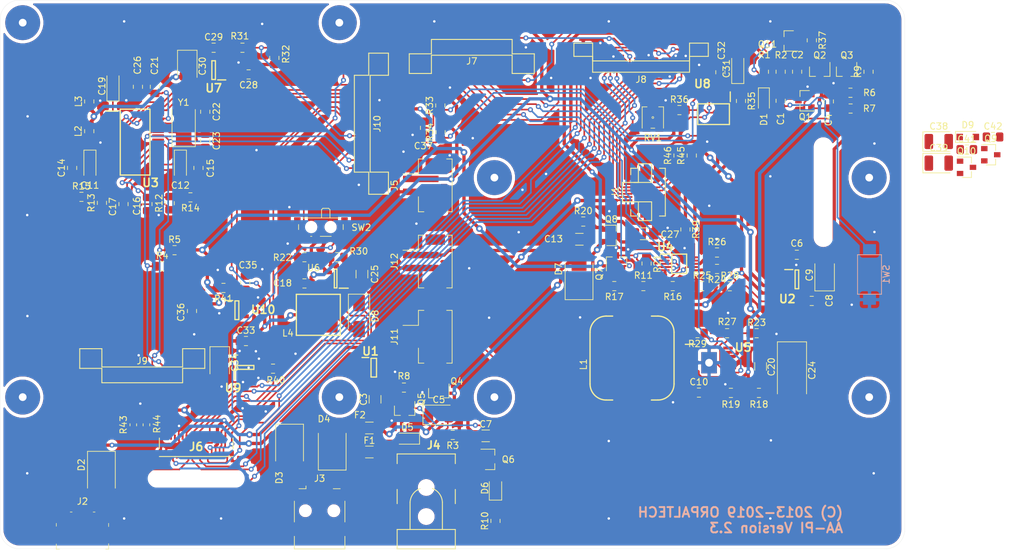
<source format=kicad_pcb>
(kicad_pcb (version 20171130) (host pcbnew 5.0.2-bee76a0~70~ubuntu18.04.1)
  (title_block (title "AA-PI Main Board for NanoPi A64") (date 2018-10-10) (rev 2.2) (company ORPALTECH) (comment 4 "Author: Sergey Suloev"))
  (layers (0 F.Cu signal) (31 B.Cu signal) (34 B.Paste user) (35 F.Paste user) (36 B.SilkS user) (37 F.SilkS user) (38 B.Mask user) (39 F.Mask user) (44 Edge.Cuts user))
  (net 0 "")
  (net 1 "Net-(C1-Pad2)")
  (net 2 "Net-(C1-Pad1)")
  (net 3 V_SW)
  (net 4 "Net-(C4-Pad2)")
  (net 5 V_LOAD)
  (net 6 "Net-(C5-Pad2)")
  (net 7 +5V)
  (net 8 V_IN)
  (net 9 +3V3)
  (net 10 "Net-(C11-Pad1)")
  (net 11 "Net-(C12-Pad1)")
  (net 12 "Net-(C16-Pad1)")
  (net 13 "Net-(C17-Pad1)")
  (net 14 "Net-(C19-Pad1)")
  (net 15 "Net-(C22-Pad1)")
  (net 16 "Net-(C23-Pad1)")
  (net 17 LED-A)
  (net 18 "Net-(D1-Pad2)")
  (net 19 "Net-(D6-Pad1)")
  (net 20 "Net-(D6-Pad2)")
  (net 21 "Net-(D8-Pad2)")
  (net 22 LCD_RESET)
  (net 23 I2C_SDA)
  (net 24 I2C_SCL)
  (net 25 "Net-(J2-Pad3)")
  (net 26 "Net-(J2-Pad2)")
  (net 27 "Net-(J2-Pad4)")
  (net 28 "Net-(J3-Pad2)")
  (net 29 "Net-(J3-Pad3)")
  (net 30 "Net-(J3-Pad4)")
  (net 31 "Net-(J6-Pad2)")
  (net 32 "Net-(J6-Pad3)")
  (net 33 "Net-(J6-Pad6)")
  (net 34 "Net-(J6-Pad9)")
  (net 35 "Net-(J6-Pad10)")
  (net 36 DSI_D0_N)
  (net 37 DSI_D0_P)
  (net 38 DSI_CLK_N)
  (net 39 DSI_CLK_P)
  (net 40 DSI_D1_N)
  (net 41 DSI_D1_P)
  (net 42 "Net-(J6-Pad21)")
  (net 43 "Net-(J6-Pad22)")
  (net 44 PWM_CABC)
  (net 45 LED-K)
  (net 46 SHDN_CTRL)
  (net 47 CHRG_PG)
  (net 48 CHRG_STAT1)
  (net 49 CHRG_STAT2)
  (net 50 LOW_BATT)
  (net 51 "Net-(J8-Pad12)")
  (net 52 "Net-(J9-Pad5)")
  (net 53 "Net-(J9-Pad7)")
  (net 54 PWM_MCU)
  (net 55 I2S_BCLK)
  (net 56 I2S_LRCK)
  (net 57 I2S_DIN)
  (net 58 "Net-(J11-Pad1)")
  (net 59 "Net-(L1-Pad2)")
  (net 60 "Net-(Q4-Pad1)")
  (net 61 "Net-(Q5-Pad1)")
  (net 62 "Net-(Q7-Pad3)")
  (net 63 "Net-(R18-Pad1)")
  (net 64 "Net-(R22-Pad1)")
  (net 65 "Net-(R23-Pad1)")
  (net 66 "Net-(R24-Pad1)")
  (net 67 "Net-(R24-Pad2)")
  (net 68 "Net-(R26-Pad1)")
  (net 69 "Net-(U3-Pad2)")
  (net 70 "Net-(U3-Pad4)")
  (net 71 "Net-(U3-Pad5)")
  (net 72 "Net-(U3-Pad8)")
  (net 73 "Net-(U3-Pad9)")
  (net 74 "Net-(U3-Pad10)")
  (net 75 "Net-(U3-Pad11)")
  (net 76 "Net-(U3-Pad12)")
  (net 77 "Net-(U3-Pad13)")
  (net 78 "Net-(U3-Pad17)")
  (net 79 "Net-(U3-Pad18)")
  (net 80 "Net-(U5-Pad16)")
  (net 81 /V_WALL)
  (net 82 /V_USB2)
  (net 83 /V_USB1)
  (net 84 /V_USB)
  (net 85 /V_SUPPLY)
  (net 86 /V_F2)
  (net 87 "Net-(C29-Pad1)")
  (net 88 ADC_EN)
  (net 89 RADIO_EN)
  (net 90 "Net-(R35-Pad1)")
  (net 91 I2C_SCL_H)
  (net 92 I2C_SDA_H)
  (net 93 "Net-(R36-Pad1)")
  (net 94 SHDN_REQ)
  (net 95 "Net-(J7-Pad6)")
  (net 96 "Net-(J10-Pad4)")
  (net 97 "Net-(J8-Pad11)")
  (net 98 "Net-(J8-Pad14)")
  (net 99 "Net-(J8-Pad15)")
  (net 100 "Net-(J8-Pad18)")
  (net 101 "Net-(J8-Pad28)")
  (net 102 "Net-(J8-Pad29)")
  (net 103 "Net-(J8-Pad30)")
  (net 104 BATT2)
  (net 105 "Net-(C31-Pad1)")
  (net 106 BATT1)
  (net 107 "Net-(U9-Pad4)")
  (net 108 LCD_EN)
  (net 109 "Net-(C8-Pad1)")
  (net 110 "Net-(J9-Pad6)")
  (net 111 "Net-(J7-Pad8)")
  (net 112 "Net-(J7-Pad9)")
  (net 113 /LCM_ID)
  (net 114 +V_RADIO)
  (net 115 +V_LCD)
  (net 116 +V_ADC)
  (net 117 LCD_TE_OUT)
  (net 118 GNDD)
  (net 119 CTP_I2C_SCL)
  (net 120 CTP_I2C_SDA)
  (net 121 CTP_INT)
  (net 122 GND)
  (net 123 "Net-(U10-Pad3)")
  (net 124 RADIO_VV)
  (net 125 RADIO_VI)
  (net 126 CTP_RESET)
  (module AA-PI-Footprints:CP_EIA-3216-18_Kemet-A (layer F.Cu) (at 164.96 65.32 90)
    (fp_text reference C31 (at 0 -1.75 90) (layer F.SilkS))
    (fp_text value 10u)
    (pad 1 smd roundrect (at -1.35 0 90) (size 1.4 1.35) (layers F.Cu F.Paste F.Mask) (roundrect_rratio 0.185185) (net 105 "Net-(C31-Pad1)"))
    (pad 2 smd roundrect (at 1.35 0 90) (size 1.4 1.35) (layers F.Cu F.Paste F.Mask) (roundrect_rratio 0.185185) (net 122 GND))
  )
  (module AA-PI-Footprints:CP_EIA-3528-21_Kemet-B (layer F.Cu) (at 79.77 64.93 270)
    (fp_text reference C30 (at 0 -2.35 270) (layer F.SilkS))
    (fp_text value 47u)
    (pad 2 smd roundrect (at 1.5375 0 270) (size 1.325 2.35) (layers F.Cu F.Paste F.Mask) (roundrect_rratio 0.188679) (net 122 GND))
    (pad 1 smd roundrect (at -1.5375 0 270) (size 1.325 2.35) (layers F.Cu F.Paste F.Mask) (roundrect_rratio 0.188679) (net 116 +V_ADC))
  )
  (module AA-PI-Footprints:CP_EIA-3528-21_Kemet-B (layer F.Cu) (at 84.79 110.85 270)
    (fp_text reference C34 (at 0 -2.35 270) (layer F.SilkS))
    (fp_text value 47u)
    (pad 1 smd roundrect (at -1.5375 0 270) (size 1.325 2.35) (layers F.Cu F.Paste F.Mask) (roundrect_rratio 0.188679) (net 115 +V_LCD))
    (pad 2 smd roundrect (at 1.5375 0 270) (size 1.325 2.35) (layers F.Cu F.Paste F.Mask) (roundrect_rratio 0.188679) (net 122 GND))
  )
  (module AA-PI-Footprints:CP_EIA-3528-21_Kemet-B (layer F.Cu) (at 196.068001 79.955001)
    (fp_text reference C39 (at 0 -2.35) (layer F.SilkS))
    (fp_text value 47u)
    (pad 2 smd roundrect (at 1.5375 0) (size 1.325 2.35) (layers F.Cu F.Paste F.Mask) (roundrect_rratio 0.188679) (net 122 GND))
    (pad 1 smd roundrect (at -1.5375 0) (size 1.325 2.35) (layers F.Cu F.Paste F.Mask) (roundrect_rratio 0.188679) (net 114 +V_RADIO))
  )
  (module AA-PI-Footprints:CP_EIA-3528-21_Kemet-B (layer F.Cu) (at 196.068001 76.605001)
    (fp_text reference C38 (at 0 -2.35) (layer F.SilkS))
    (fp_text value 10u)
    (pad 1 smd roundrect (at -1.5375 0) (size 1.325 2.35) (layers F.Cu F.Paste F.Mask) (roundrect_rratio 0.188679) (net 5 V_LOAD))
    (pad 2 smd roundrect (at 1.5375 0) (size 1.325 2.35) (layers F.Cu F.Paste F.Mask) (roundrect_rratio 0.188679) (net 122 GND))
  )
  (module AA-PI-Footprints:CP_EIA-3528-21_Kemet-B (layer F.Cu) (at 178.4 97.29 90)
    (fp_text reference C9 (at 0 -2.35 90) (layer F.SilkS))
    (fp_text value 47u)
    (pad 2 smd roundrect (at 1.5375 0 90) (size 1.325 2.35) (layers F.Cu F.Paste F.Mask) (roundrect_rratio 0.188679) (net 122 GND))
    (pad 1 smd roundrect (at -1.5375 0 90) (size 1.325 2.35) (layers F.Cu F.Paste F.Mask) (roundrect_rratio 0.188679) (net 9 +3V3))
  )
  (module AA-PI-Footprints:CP_EIA-3528-21_Kemet-B (layer F.Cu) (at 118.7 118.95)
    (fp_text reference C5 (at 0 -2.35) (layer F.SilkS))
    (fp_text value 47u)
    (pad 1 smd roundrect (at -1.5375 0) (size 1.325 2.35) (layers F.Cu F.Paste F.Mask) (roundrect_rratio 0.188679) (net 85 /V_SUPPLY))
    (pad 2 smd roundrect (at 1.5375 0) (size 1.325 2.35) (layers F.Cu F.Paste F.Mask) (roundrect_rratio 0.188679) (net 6 "Net-(C5-Pad2)"))
  )
  (module AA-PI-Footprints:C_0805_2012Metric_Pad1.15x1.40mm_HandSolder (layer F.Cu) (at 204.463001 75.905001)
    (fp_text reference C42 (at 0 -1.65) (layer F.SilkS))
    (fp_text value 100n)
    (pad 2 smd roundrect (at 1.025 0) (size 1.15 1.4) (layers F.Cu F.Paste F.Mask) (roundrect_rratio 0.217391) (net 122 GND))
    (pad 1 smd roundrect (at -1.025 0) (size 1.15 1.4) (layers F.Cu F.Paste F.Mask) (roundrect_rratio 0.217391) (net 115 +V_LCD))
  )
  (module AA-PI-Footprints:C_0805_2012Metric_Pad1.15x1.40mm_HandSolder (layer F.Cu) (at 200.413001 77.855001)
    (fp_text reference C41 (at 0 -1.65) (layer F.SilkS))
    (fp_text value 100n)
    (pad 1 smd roundrect (at -1.025 0) (size 1.15 1.4) (layers F.Cu F.Paste F.Mask) (roundrect_rratio 0.217391) (net 9 +3V3))
    (pad 2 smd roundrect (at 1.025 0) (size 1.15 1.4) (layers F.Cu F.Paste F.Mask) (roundrect_rratio 0.217391) (net 122 GND))
  )
  (module AA-PI-Footprints:C_0805_2012Metric_Pad1.15x1.40mm_HandSolder (layer F.Cu) (at 158.95 115.5)
    (fp_text reference C10 (at 0 -1.65) (layer F.SilkS))
    (fp_text value 100n)
    (pad 2 smd roundrect (at 1.025 0) (size 1.15 1.4) (layers F.Cu F.Paste F.Mask) (roundrect_rratio 0.217391) (net 122 GND))
    (pad 1 smd roundrect (at -1.025 0) (size 1.15 1.4) (layers F.Cu F.Paste F.Mask) (roundrect_rratio 0.217391) (net 5 V_LOAD))
  )
  (module AA-PI-Footprints:C_0805_2012Metric_Pad1.15x1.40mm_HandSolder (layer F.Cu) (at 89.26 66.21 180)
    (fp_text reference C28 (at 0 -1.65 180) (layer F.SilkS))
    (fp_text value 2.2u)
    (pad 1 smd roundrect (at -1.025 0 180) (size 1.15 1.4) (layers F.Cu F.Paste F.Mask) (roundrect_rratio 0.217391) (net 122 GND))
    (pad 2 smd roundrect (at 1.025 0 180) (size 1.15 1.4) (layers F.Cu F.Paste F.Mask) (roundrect_rratio 0.217391) (net 7 +5V))
  )
  (module AA-PI-Footprints:D_SOD-323_HandSoldering (layer F.Cu) (at 200.563001 75.905001)
    (fp_text reference D9 (at 0 -1.85) (layer F.SilkS))
    (fp_text value 1N5819)
    (pad 1 smd rect (at -1.25 0) (size 1 1) (layers F.Cu F.Paste F.Mask) (net 105 "Net-(C31-Pad1)"))
    (pad 2 smd rect (at 1.25 0) (size 1 1) (layers F.Cu F.Paste F.Mask) (net 7 +5V))
  )
  (module AA-PI-Footprints:FH26-33S-0.3SHW (layer F.Cu) (at 81.15 123.9)
    (fp_text reference J6 (at 0 -0.0125) (layer F.SilkS) (effects (font (size 1.27 1.27) (thickness 0.254))))
    (fp_text value "LCD Interface" hide)
    (pad 1 smd rect (at -4.8 1.375) (size 0.3 0.9) (layers F.Cu F.Paste F.Mask) (net 122 GND))
    (pad 2 smd rect (at -4.5 -1.5) (size 0.3 0.8) (layers F.Cu F.Paste F.Mask) (net 31 "Net-(J6-Pad2)"))
    (pad 3 smd rect (at -4.2 1.375) (size 0.3 0.9) (layers F.Cu F.Paste F.Mask) (net 32 "Net-(J6-Pad3)"))
    (pad 4 smd rect (at -3.9 -1.5) (size 0.3 0.8) (layers F.Cu F.Paste F.Mask) (net 113 /LCM_ID))
    (pad 5 smd rect (at -3.6 1.375) (size 0.3 0.9) (layers F.Cu F.Paste F.Mask) (net 117 LCD_TE_OUT))
    (pad 6 smd rect (at -3.3 -1.5) (size 0.3 0.8) (layers F.Cu F.Paste F.Mask) (net 33 "Net-(J6-Pad6)"))
    (pad 7 smd rect (at -3 1.375) (size 0.3 0.9) (layers F.Cu F.Paste F.Mask) (net 122 GND))
    (pad 8 smd rect (at -2.7 -1.5) (size 0.3 0.8) (layers F.Cu F.Paste F.Mask) (net 122 GND))
    (pad 9 smd rect (at -2.4 1.375) (size 0.3 0.9) (layers F.Cu F.Paste F.Mask) (net 34 "Net-(J6-Pad9)"))
    (pad 10 smd rect (at -2.1 -1.5) (size 0.3 0.8) (layers F.Cu F.Paste F.Mask) (net 35 "Net-(J6-Pad10)"))
    (pad 11 smd rect (at -1.8 1.375) (size 0.3 0.9) (layers F.Cu F.Paste F.Mask) (net 122 GND))
    (pad 12 smd rect (at -1.5 -1.5) (size 0.3 0.8) (layers F.Cu F.Paste F.Mask) (net 36 DSI_D0_N))
    (pad 13 smd rect (at -1.2 1.375) (size 0.3 0.9) (layers F.Cu F.Paste F.Mask) (net 37 DSI_D0_P))
    (pad 14 smd rect (at -0.9 -1.5) (size 0.3 0.8) (layers F.Cu F.Paste F.Mask) (net 122 GND))
    (pad 15 smd rect (at -0.6 1.375) (size 0.3 0.9) (layers F.Cu F.Paste F.Mask) (net 38 DSI_CLK_N))
    (pad 16 smd rect (at -0.3 -1.5) (size 0.3 0.8) (layers F.Cu F.Paste F.Mask) (net 39 DSI_CLK_P))
    (pad 17 smd rect (at 0 1.375) (size 0.3 0.9) (layers F.Cu F.Paste F.Mask) (net 122 GND))
    (pad 18 smd rect (at 0.3 -1.5) (size 0.3 0.8) (layers F.Cu F.Paste F.Mask) (net 40 DSI_D1_N))
    (pad 19 smd rect (at 0.6 1.375) (size 0.3 0.9) (layers F.Cu F.Paste F.Mask) (net 41 DSI_D1_P))
    (pad 20 smd rect (at 0.9 -1.5) (size 0.3 0.8) (layers F.Cu F.Paste F.Mask) (net 122 GND))
    (pad 21 smd rect (at 1.2 1.375) (size 0.3 0.9) (layers F.Cu F.Paste F.Mask) (net 42 "Net-(J6-Pad21)"))
    (pad 22 smd rect (at 1.5 -1.5) (size 0.3 0.8) (layers F.Cu F.Paste F.Mask) (net 43 "Net-(J6-Pad22)"))
    (pad 23 smd rect (at 1.8 1.375) (size 0.3 0.9) (layers F.Cu F.Paste F.Mask) (net 122 GND))
    (pad 24 smd rect (at 2.1 -1.5) (size 0.3 0.8) (layers F.Cu F.Paste F.Mask) (net 22 LCD_RESET))
    (pad 25 smd rect (at 2.4 1.375) (size 0.3 0.9) (layers F.Cu F.Paste F.Mask) (net 44 PWM_CABC))
    (pad 26 smd rect (at 2.7 -1.5) (size 0.3 0.8) (layers F.Cu F.Paste F.Mask) (net 122 GND))
    (pad 27 smd rect (at 3 1.375) (size 0.3 0.9) (layers F.Cu F.Paste F.Mask) (net 115 +V_LCD))
    (pad 28 smd rect (at 3.3 -1.5) (size 0.3 0.8) (layers F.Cu F.Paste F.Mask) (net 115 +V_LCD))
    (pad 29 smd rect (at 3.6 1.375) (size 0.3 0.9) (layers F.Cu F.Paste F.Mask) (net 45 LED-K))
    (pad 30 smd rect (at 3.9 -1.5) (size 0.3 0.8) (layers F.Cu F.Paste F.Mask) (net 45 LED-K))
    (pad 31 smd rect (at 4.2 1.375) (size 0.3 0.9) (layers F.Cu F.Paste F.Mask) (net 17 LED-A))
    (pad 32 smd rect (at 4.5 -1.5) (size 0.3 0.8) (layers F.Cu F.Paste F.Mask) (net 17 LED-A))
    (pad 33 smd rect (at 4.8 1.375) (size 0.3 0.9) (layers F.Cu F.Paste F.Mask) (net 122 GND))
    (pad SH2 smd rect (at 5.53 1.0995) (size 0.6 1) (layers F.Cu F.Paste F.Mask) (net 122 GND))
    (pad SH1 smd rect (at -5.53 1.1) (size 0.6 1) (layers F.Cu F.Paste F.Mask) (net 122 GND))
  )
  (module AA-PI-Footprints:R_0805_2012Metric_Pad1.15x1.40mm_HandSolder (layer F.Cu) (at 159.45 99)
    (fp_text reference R25 (at 0 -1.65) (layer F.SilkS))
    (fp_text value 0)
    (pad 2 smd roundrect (at 1.025 0) (size 1.15 1.4) (layers F.Cu F.Paste F.Mask) (roundrect_rratio 0.217391) (net 66 "Net-(R24-Pad1)"))
    (pad 1 smd roundrect (at -1.025 0) (size 1.15 1.4) (layers F.Cu F.Paste F.Mask) (roundrect_rratio 0.217391) (net 122 GND))
  )
  (module AA-PI-Footprints:R_0805_2012Metric_Pad1.15x1.40mm_HandSolder (layer F.Cu) (at 158.73 106.29 180)
    (fp_text reference R29 (at 0 -1.65 180) (layer F.SilkS))
    (fp_text value 33K)
    (pad 1 smd roundrect (at -1.025 0 180) (size 1.15 1.4) (layers F.Cu F.Paste F.Mask) (roundrect_rratio 0.217391) (net 50 LOW_BATT))
    (pad 2 smd roundrect (at 1.025 0 180) (size 1.15 1.4) (layers F.Cu F.Paste F.Mask) (roundrect_rratio 0.217391) (net 9 +3V3))
  )
  (module AA-PI-Footprints:R_0805_2012Metric_Pad1.15x1.40mm_HandSolder (layer F.Cu) (at 185.2 65.8 90)
    (fp_text reference R9 (at 0 -1.65 90) (layer F.SilkS))
    (fp_text value 10K)
    (pad 2 smd roundrect (at 1.025 0 90) (size 1.15 1.4) (layers F.Cu F.Paste F.Mask) (roundrect_rratio 0.217391) (net 9 +3V3))
    (pad 1 smd roundrect (at -1.025 0 90) (size 1.15 1.4) (layers F.Cu F.Paste F.Mask) (roundrect_rratio 0.217391) (net 46 SHDN_CTRL))
  )
  (module AA-PI-Footprints:R_0805_2012Metric_Pad1.15x1.40mm_HandSolder (layer F.Cu) (at 75.89 95.93)
    (fp_text reference R4 (at 0 -1.65) (layer F.SilkS))
    (fp_text value 10K)
    (pad 1 smd roundrect (at -1.025 0) (size 1.15 1.4) (layers F.Cu F.Paste F.Mask) (roundrect_rratio 0.217391) (net 24 I2C_SCL))
    (pad 2 smd roundrect (at 1.025 0) (size 1.15 1.4) (layers F.Cu F.Paste F.Mask) (roundrect_rratio 0.217391) (net 9 +3V3))
  )
  (module AA-PI-Footprints:R_0805_2012Metric_Pad1.15x1.40mm_HandSolder (layer F.Cu) (at 154.9 99 180)
    (fp_text reference R16 (at 0 -1.65 180) (layer F.SilkS))
    (fp_text value 10K)
    (pad 2 smd roundrect (at 1.025 0 180) (size 1.15 1.4) (layers F.Cu F.Paste F.Mask) (roundrect_rratio 0.217391) (net 48 CHRG_STAT1))
    (pad 1 smd roundrect (at -1.025 0 180) (size 1.15 1.4) (layers F.Cu F.Paste F.Mask) (roundrect_rratio 0.217391) (net 9 +3V3))
  )
  (module AA-PI-Footprints:R_0805_2012Metric_Pad1.15x1.40mm_HandSolder (layer F.Cu) (at 63.39 85.18)
    (fp_text reference R15 (at 0 -1.65) (layer F.SilkS))
    (fp_text value void)
    (pad 1 smd roundrect (at -1.025 0) (size 1.15 1.4) (layers F.Cu F.Paste F.Mask) (roundrect_rratio 0.217391) (net 122 GND))
    (pad 2 smd roundrect (at 1.025 0) (size 1.15 1.4) (layers F.Cu F.Paste F.Mask) (roundrect_rratio 0.217391) (net 13 "Net-(C17-Pad1)"))
  )
  (module AA-PI-Footprints:R_0805_2012Metric_Pad1.15x1.40mm_HandSolder (layer F.Cu) (at 80.26 85.26 180)
    (fp_text reference R14 (at 0 -1.65 180) (layer F.SilkS))
    (fp_text value void)
    (pad 2 smd roundrect (at 1.025 0 180) (size 1.15 1.4) (layers F.Cu F.Paste F.Mask) (roundrect_rratio 0.217391) (net 12 "Net-(C16-Pad1)"))
    (pad 1 smd roundrect (at -1.025 0 180) (size 1.15 1.4) (layers F.Cu F.Paste F.Mask) (roundrect_rratio 0.217391) (net 122 GND))
  )
  (module AA-PI-Footprints:R_0805_2012Metric_Pad1.15x1.40mm_HandSolder (layer F.Cu) (at 66.56 86.11 90)
    (fp_text reference R13 (at 0 -1.65 90) (layer F.SilkS))
    (fp_text value 910)
    (pad 1 smd roundrect (at -1.025 0 90) (size 1.15 1.4) (layers F.Cu F.Paste F.Mask) (roundrect_rratio 0.217391) (net 125 RADIO_VI))
    (pad 2 smd roundrect (at 1.025 0 90) (size 1.15 1.4) (layers F.Cu F.Paste F.Mask) (roundrect_rratio 0.217391) (net 13 "Net-(C17-Pad1)"))
  )
  (module AA-PI-Footprints:R_0805_2012Metric_Pad1.15x1.40mm_HandSolder (layer F.Cu) (at 77.05 86.16 90)
    (fp_text reference R12 (at 0 -1.65 90) (layer F.SilkS))
    (fp_text value 910)
    (pad 2 smd roundrect (at 1.025 0 90) (size 1.15 1.4) (layers F.Cu F.Paste F.Mask) (roundrect_rratio 0.217391) (net 12 "Net-(C16-Pad1)"))
    (pad 1 smd roundrect (at -1.025 0 90) (size 1.15 1.4) (layers F.Cu F.Paste F.Mask) (roundrect_rratio 0.217391) (net 124 RADIO_VV))
  )
  (module AA-PI-Footprints:R_0805_2012Metric_Pad1.15x1.40mm_HandSolder (layer F.Cu) (at 150.35 99)
    (fp_text reference R11 (at 0 -1.65) (layer F.SilkS))
    (fp_text value 10K)
    (pad 1 smd roundrect (at -1.025 0) (size 1.15 1.4) (layers F.Cu F.Paste F.Mask) (roundrect_rratio 0.217391) (net 9 +3V3))
    (pad 2 smd roundrect (at 1.025 0) (size 1.15 1.4) (layers F.Cu F.Paste F.Mask) (roundrect_rratio 0.217391) (net 49 CHRG_STAT2))
  )
  (module AA-PI-Footprints:R_0805_2012Metric_Pad1.15x1.40mm_HandSolder (layer F.Cu) (at 161.75 96.35 180)
    (fp_text reference R24 (at 0 -1.65 180) (layer F.SilkS))
    (fp_text value 1K)
    (pad 2 smd roundrect (at 1.025 0 180) (size 1.15 1.4) (layers F.Cu F.Paste F.Mask) (roundrect_rratio 0.217391) (net 67 "Net-(R24-Pad2)"))
    (pad 1 smd roundrect (at -1.025 0 180) (size 1.15 1.4) (layers F.Cu F.Paste F.Mask) (roundrect_rratio 0.217391) (net 66 "Net-(R24-Pad1)"))
  )
  (module AA-PI-Footprints:R_0805_2012Metric_Pad1.15x1.40mm_HandSolder (layer F.Cu) (at 85.37 99.29 180)
    (fp_text reference R41 (at 0 -1.65 180) (layer F.SilkS))
    (fp_text value 100K)
    (pad 1 smd roundrect (at -1.025 0 180) (size 1.15 1.4) (layers F.Cu F.Paste F.Mask) (roundrect_rratio 0.217391) (net 89 RADIO_EN))
    (pad 2 smd roundrect (at 1.025 0 180) (size 1.15 1.4) (layers F.Cu F.Paste F.Mask) (roundrect_rratio 0.217391) (net 122 GND))
  )
  (module AA-PI-Footprints:R_0805_2012Metric_Pad1.15x1.40mm_HandSolder (layer F.Cu) (at 176.42 60.93 270)
    (fp_text reference R37 (at 0 -1.65 270) (layer F.SilkS))
    (fp_text value 10K)
    (pad 2 smd roundrect (at 1.025 0 270) (size 1.15 1.4) (layers F.Cu F.Paste F.Mask) (roundrect_rratio 0.217391) (net 9 +3V3))
    (pad 1 smd roundrect (at -1.025 0 270) (size 1.15 1.4) (layers F.Cu F.Paste F.Mask) (roundrect_rratio 0.217391) (net 94 SHDN_REQ))
  )
  (module AA-PI-Footprints:R_0805_2012Metric_Pad1.15x1.40mm_HandSolder (layer F.Cu) (at 157.84 78.78 90)
    (fp_text reference R45 (at 0 -1.65 90) (layer F.SilkS))
    (fp_text value 10K)
    (pad 1 smd roundrect (at -1.025 0 90) (size 1.15 1.4) (layers F.Cu F.Paste F.Mask) (roundrect_rratio 0.217391) (net 120 CTP_I2C_SDA))
    (pad 2 smd roundrect (at 1.025 0 90) (size 1.15 1.4) (layers F.Cu F.Paste F.Mask) (roundrect_rratio 0.217391) (net 9 +3V3))
  )
  (module AA-PI-Footprints:R_0805_2012Metric_Pad1.15x1.40mm_HandSolder (layer F.Cu) (at 155.79 78.78 90)
    (fp_text reference R46 (at 0 -1.65 90) (layer F.SilkS))
    (fp_text value 10K)
    (pad 2 smd roundrect (at 1.025 0 90) (size 1.15 1.4) (layers F.Cu F.Paste F.Mask) (roundrect_rratio 0.217391) (net 9 +3V3))
    (pad 1 smd roundrect (at -1.025 0 90) (size 1.15 1.4) (layers F.Cu F.Paste F.Mask) (roundrect_rratio 0.217391) (net 119 CTP_I2C_SCL))
  )
  (module AA-PI-Footprints:R_0805_2012Metric_Pad1.15x1.40mm_HandSolder (layer F.Cu) (at 145.85 99 180)
    (fp_text reference R17 (at 0 -1.65 180) (layer F.SilkS))
    (fp_text value 10K)
    (pad 1 smd roundrect (at -1.025 0 180) (size 1.15 1.4) (layers F.Cu F.Paste F.Mask) (roundrect_rratio 0.217391) (net 47 CHRG_PG))
    (pad 2 smd roundrect (at 1.025 0 180) (size 1.15 1.4) (layers F.Cu F.Paste F.Mask) (roundrect_rratio 0.217391) (net 9 +3V3))
  )
  (module AA-PI-Footprints:R_0805_2012Metric_Pad1.15x1.40mm_HandSolder (layer F.Cu) (at 155.93 71.74)
    (fp_text reference R36 (at 0 -1.65) (layer F.SilkS))
    (fp_text value 390K)
    (pad 2 smd roundrect (at 1.025 0) (size 1.15 1.4) (layers F.Cu F.Paste F.Mask) (roundrect_rratio 0.217391) (net 90 "Net-(R35-Pad1)"))
    (pad 1 smd roundrect (at -1.025 0) (size 1.15 1.4) (layers F.Cu F.Paste F.Mask) (roundrect_rratio 0.217391) (net 93 "Net-(R36-Pad1)"))
  )
  (module AA-PI-Footprints:R_0805_2012Metric_Pad1.15x1.40mm_HandSolder (layer F.Cu) (at 77.8 93.44)
    (fp_text reference R5 (at 0 -1.65) (layer F.SilkS))
    (fp_text value 10K)
    (pad 1 smd roundrect (at -1.025 0) (size 1.15 1.4) (layers F.Cu F.Paste F.Mask) (roundrect_rratio 0.217391) (net 23 I2C_SDA))
    (pad 2 smd roundrect (at 1.025 0) (size 1.15 1.4) (layers F.Cu F.Paste F.Mask) (roundrect_rratio 0.217391) (net 9 +3V3))
  )
  (module AA-PI-Footprints:R_0805_2012Metric_Pad1.15x1.40mm_HandSolder (layer F.Cu) (at 118.97 75.16 90)
    (fp_text reference R34 (at 0 -1.65 90) (layer F.SilkS))
    (fp_text value 10K)
    (pad 2 smd roundrect (at 1.025 0 90) (size 1.15 1.4) (layers F.Cu F.Paste F.Mask) (roundrect_rratio 0.217391) (net 7 +5V))
    (pad 1 smd roundrect (at -1.025 0 90) (size 1.15 1.4) (layers F.Cu F.Paste F.Mask) (roundrect_rratio 0.217391) (net 92 I2C_SDA_H))
  )
  (module AA-PI-Footprints:R_0805_2012Metric_Pad1.15x1.40mm_HandSolder (layer F.Cu) (at 118.93 71.02 90)
    (fp_text reference R33 (at 0 -1.65 90) (layer F.SilkS))
    (fp_text value 10K)
    (pad 1 smd roundrect (at -1.025 0 90) (size 1.15 1.4) (layers F.Cu F.Paste F.Mask) (roundrect_rratio 0.217391) (net 91 I2C_SCL_H))
    (pad 2 smd roundrect (at 1.025 0 90) (size 1.15 1.4) (layers F.Cu F.Paste F.Mask) (roundrect_rratio 0.217391) (net 7 +5V))
  )
  (module AA-PI-Footprints:R_0805_2012Metric_Pad1.15x1.40mm_HandSolder (layer F.Cu) (at 150.85 95.5 270)
    (fp_text reference R21 (at 0 -1.65 270) (layer F.SilkS))
    (fp_text value 10K)
    (pad 2 smd roundrect (at 1.025 0 270) (size 1.15 1.4) (layers F.Cu F.Paste F.Mask) (roundrect_rratio 0.217391) (net 62 "Net-(Q7-Pad3)"))
    (pad 1 smd roundrect (at -1.025 0 270) (size 1.15 1.4) (layers F.Cu F.Paste F.Mask) (roundrect_rratio 0.217391) (net 8 V_IN))
  )
  (module AA-PI-Footprints:R_0805_2012Metric_Pad1.15x1.40mm_HandSolder (layer F.Cu) (at 163.73 99.03)
    (fp_text reference R28 (at 0 -1.65) (layer F.SilkS))
    (fp_text value 10K)
    (pad 1 smd roundrect (at -1.025 0) (size 1.15 1.4) (layers F.Cu F.Paste F.Mask) (roundrect_rratio 0.217391) (net 122 GND))
    (pad 2 smd roundrect (at 1.025 0) (size 1.15 1.4) (layers F.Cu F.Paste F.Mask) (roundrect_rratio 0.217391) (net 58 "Net-(J11-Pad1)"))
  )
  (module AA-PI-Footprints:R_0805_2012Metric_Pad1.15x1.40mm_HandSolder (layer F.Cu) (at 161.75 93.8)
    (fp_text reference R26 (at 0 -1.65) (layer F.SilkS))
    (fp_text value 0)
    (pad 2 smd roundrect (at 1.025 0) (size 1.15 1.4) (layers F.Cu F.Paste F.Mask) (roundrect_rratio 0.217391) (net 58 "Net-(J11-Pad1)"))
    (pad 1 smd roundrect (at -1.025 0) (size 1.15 1.4) (layers F.Cu F.Paste F.Mask) (roundrect_rratio 0.217391) (net 68 "Net-(R26-Pad1)"))
  )
  (module AA-PI-Footprints:R_0805_2012Metric_Pad1.15x1.40mm_HandSolder (layer F.Cu) (at 165.46 70.33 270)
    (fp_text reference R35 (at 0 -1.65 270) (layer F.SilkS))
    (fp_text value 510K)
    (pad 1 smd roundrect (at -1.025 0 270) (size 1.15 1.4) (layers F.Cu F.Paste F.Mask) (roundrect_rratio 0.217391) (net 90 "Net-(R35-Pad1)"))
    (pad 2 smd roundrect (at 1.025 0 270) (size 1.15 1.4) (layers F.Cu F.Paste F.Mask) (roundrect_rratio 0.217391) (net 106 BATT1))
  )
  (module AA-PI-Footprints:SOT-23 (layer F.Cu) (at 204.113001 78.655001)
    (fp_text reference Q9 (at 0 -2.5) (layer F.SilkS))
    (fp_text value BSS138-7-F)
    (pad 3 smd rect (at 1 0) (size 1 0.8) (layers F.Cu F.Paste F.Mask) (net 92 I2C_SDA_H))
    (pad 2 smd rect (at -1 0.95) (size 1 0.8) (layers F.Cu F.Paste F.Mask) (net 23 I2C_SDA))
    (pad 1 smd rect (at -1 -0.95) (size 1 0.8) (layers F.Cu F.Paste F.Mask) (net 9 +3V3))
  )
  (module AA-PI-Footprints:SOT-23 (layer F.Cu) (at 200.363001 80.605001)
    (fp_text reference Q10 (at 0 -2.5) (layer F.SilkS))
    (fp_text value BSS138-7-F)
    (pad 1 smd rect (at -1 -0.95) (size 1 0.8) (layers F.Cu F.Paste F.Mask) (net 9 +3V3))
    (pad 2 smd rect (at -1 0.95) (size 1 0.8) (layers F.Cu F.Paste F.Mask) (net 24 I2C_SCL))
    (pad 3 smd rect (at 1 0) (size 1 0.8) (layers F.Cu F.Paste F.Mask) (net 91 I2C_SCL_H))
  )
  (module AA-PI-Footprints:SOP65P640X120-17N (layer F.Cu) (at 160.52 110.872)
    (fp_text reference U5 (at 5.28 -2.372) (layer F.SilkS) (effects (font (size 1.27 1.27) (thickness 0.254))))
    (fp_text value TPS61030PWP hide)
    (pad 17 thru_hole rect (at 0 0) (size 2.41 3.29) (drill 1.2) (layers *.Cu *.Mask) (net 122 GND))
    (pad 16 smd rect (at 2.938 -2.275 90) (size 0.45 1.475) (layers F.Cu F.Paste F.Mask) (net 80 "Net-(U5-Pad16)"))
    (pad 15 smd rect (at 2.938 -1.625 90) (size 0.45 1.475) (layers F.Cu F.Paste F.Mask) (net 7 +5V))
    (pad 14 smd rect (at 2.938 -0.975 90) (size 0.45 1.475) (layers F.Cu F.Paste F.Mask) (net 7 +5V))
    (pad 13 smd rect (at 2.938 -0.325 90) (size 0.45 1.475) (layers F.Cu F.Paste F.Mask) (net 7 +5V))
    (pad 12 smd rect (at 2.938 0.325 90) (size 0.45 1.475) (layers F.Cu F.Paste F.Mask) (net 65 "Net-(R23-Pad1)"))
    (pad 11 smd rect (at 2.938 0.975 90) (size 0.45 1.475) (layers F.Cu F.Paste F.Mask) (net 122 GND))
    (pad 10 smd rect (at 2.938 1.625 90) (size 0.45 1.475) (layers F.Cu F.Paste F.Mask) (net 50 LOW_BATT))
    (pad 9 smd rect (at 2.938 2.275 90) (size 0.45 1.475) (layers F.Cu F.Paste F.Mask) (net 5 V_LOAD))
    (pad 8 smd rect (at -2.938 2.275 90) (size 0.45 1.475) (layers F.Cu F.Paste F.Mask) (net 122 GND))
    (pad 7 smd rect (at -2.938 1.625 90) (size 0.45 1.475) (layers F.Cu F.Paste F.Mask) (net 63 "Net-(R18-Pad1)"))
    (pad 6 smd rect (at -2.938 0.975 90) (size 0.45 1.475) (layers F.Cu F.Paste F.Mask) (net 5 V_LOAD))
    (pad 5 smd rect (at -2.938 0.325 90) (size 0.45 1.475) (layers F.Cu F.Paste F.Mask) (net 122 GND))
    (pad 4 smd rect (at -2.938 -0.325 90) (size 0.45 1.475) (layers F.Cu F.Paste F.Mask) (net 122 GND))
    (pad 3 smd rect (at -2.938 -0.975 90) (size 0.45 1.475) (layers F.Cu F.Paste F.Mask) (net 122 GND))
    (pad 2 smd rect (at -2.938 -1.625 90) (size 0.45 1.475) (layers F.Cu F.Paste F.Mask) (net 59 "Net-(L1-Pad2)"))
    (pad 1 smd rect (at -2.938 -2.275 90) (size 0.45 1.475) (layers F.Cu F.Paste F.Mask) (net 59 "Net-(L1-Pad2)"))
  )
  (module AA-PI-Footprints:C_0805_2012Metric_Pad1.15x1.40mm_HandSolder (layer F.Cu) (at 116.56 74.49 270)
    (fp_text reference C37 (at 2.8 0.26 180) (layer F.SilkS))
    (fp_text value 100n hide)
    (pad 1 smd roundrect (at -1.025 0 270) (size 1.15 1.4) (layers F.Cu F.Paste F.Mask) (roundrect_rratio 0.217391) (net 116 +V_ADC))
    (pad 2 smd roundrect (at 1.025 0 270) (size 1.15 1.4) (layers F.Cu F.Paste F.Mask) (roundrect_rratio 0.217391) (net 122 GND))
  )
  (module AA-PI-Footprints:C_0805_2012Metric_Pad1.15x1.40mm_HandSolder (layer F.Cu) (at 174.1 94.15 180)
    (fp_text reference C6 (at 0 1.77 180) (layer F.SilkS))
    (fp_text value 2.2u hide)
    (pad 1 smd roundrect (at -1.025 0 180) (size 1.15 1.4) (layers F.Cu F.Paste F.Mask) (roundrect_rratio 0.217391) (net 122 GND))
    (pad 2 smd roundrect (at 1.025 0 180) (size 1.15 1.4) (layers F.Cu F.Paste F.Mask) (roundrect_rratio 0.217391) (net 7 +5V))
  )
  (module AA-PI-Footprints:R_0603_1608Metric_Pad1.05x0.95mm_HandSolder (layer F.Cu) (at 71.42 120.49 270)
    (fp_text reference R43 (at 0 1.53 270) (layer F.SilkS))
    (fp_text value 10K hide)
    (pad 2 smd roundrect (at 0.875 0 270) (size 1.05 0.95) (layers F.Cu F.Paste F.Mask) (net 113 /LCM_ID))
    (pad 1 smd roundrect (at -0.875 0 270) (size 1.05 0.95) (layers F.Cu F.Paste F.Mask) (net 122 GND))
  )
  (module AA-PI-Footprints:R_0603_1608Metric_Pad1.05x0.95mm_HandSolder (layer F.Cu) (at 73.45 120.49 270)
    (fp_text reference R44 (at -0.14 -1.63 270) (layer F.SilkS))
    (fp_text value 10K hide)
    (pad 1 smd roundrect (at -0.875 0 270) (size 1.05 0.95) (layers F.Cu F.Paste F.Mask) (net 115 +V_LCD))
    (pad 2 smd roundrect (at 0.875 0 270) (size 1.05 0.95) (layers F.Cu F.Paste F.Mask) (net 113 /LCM_ID))
  )
  (module AA-PI-Footprints:C_0805_2012Metric_Pad1.15x1.40mm_HandSolder (layer F.Cu) (at 88.85 107.51)
    (fp_text reference C33 (at 0 -1.65) (layer F.SilkS))
    (fp_text value 1u hide)
    (pad 2 smd roundrect (at 1.025 0) (size 1.15 1.4) (layers F.Cu F.Paste F.Mask) (roundrect_rratio 0.217391) (net 7 +5V))
    (pad 1 smd roundrect (at -1.025 0) (size 1.15 1.4) (layers F.Cu F.Paste F.Mask) (roundrect_rratio 0.217391) (net 122 GND))
  )
  (module AA-PI-Footprints:PCB-Standoff-Spacer-SMD-M3 (layer F.Cu) (at 103.3 116.2)
    (fp_text reference SS8 hide)
    (fp_text value PCB-Standoff-Spacer-SMD-M3 hide)
    (pad 1 thru_hole circle (at 0 0) (size 5.4 5.4) (drill 1.2) (layers *.Cu *.Mask))
  )
  (module SOT94P279X130-5N (layer F.Cu) (at 174.11 97.96)
    (fp_text reference U2 (at -1.48 3.03) (layer F.SilkS) (effects (font (size 1.27 1.27) (thickness 0.254))))
    (fp_text value RT9193-33GB hide)
    (pad 1 smd rect (at -1.25 -0.94 90) (size 0.65 1.25) (layers F.Cu F.Paste F.Mask) (net 7 +5V))
    (pad 2 smd rect (at -1.25 0 90) (size 0.65 1.25) (layers F.Cu F.Paste F.Mask) (net 122 GND))
    (pad 3 smd rect (at -1.25 0.94 90) (size 0.65 1.25) (layers F.Cu F.Paste F.Mask) (net 7 +5V))
    (pad 4 smd rect (at 1.25 0.94 90) (size 0.65 1.25) (layers F.Cu F.Paste F.Mask) (net 109 "Net-(C8-Pad1)"))
    (pad 5 smd rect (at 1.25 -0.94 90) (size 0.65 1.25) (layers F.Cu F.Paste F.Mask) (net 9 +3V3))
  )
  (module AA-PI-Footprints:C_0805_2012Metric_Pad1.15x1.40mm_HandSolder (layer F.Cu) (at 176.41 101.3)
    (fp_text reference C8 (at 2.71 -0.04 -90) (layer F.SilkS))
    (fp_text value 22n hide)
    (pad 1 smd roundrect (at -1.025 0) (size 1.15 1.4) (layers F.Cu F.Paste F.Mask) (roundrect_rratio 0.217391) (net 109 "Net-(C8-Pad1)"))
    (pad 2 smd roundrect (at 1.025 0) (size 1.15 1.4) (layers F.Cu F.Paste F.Mask) (roundrect_rratio 0.217391) (net 122 GND))
  )
  (module AA-PI-Footprints:C_0805_2012Metric_Pad1.15x1.40mm_HandSolder (layer F.Cu) (at 88.74 98.48 90)
    (fp_text reference C35 (at 2.73 0.43) (layer F.SilkS))
    (fp_text value 100n hide)
    (pad 2 smd roundrect (at 1.025 0 90) (size 1.15 1.4) (layers F.Cu F.Paste F.Mask) (roundrect_rratio 0.217391) (net 122 GND))
    (pad 1 smd roundrect (at -1.025 0 90) (size 1.15 1.4) (layers F.Cu F.Paste F.Mask) (roundrect_rratio 0.217391) (net 7 +5V))
  )
  (module AA-PI-Footprints:C_0805_2012Metric_Pad1.15x1.40mm_HandSolder (layer F.Cu) (at 80.5 102.86 270)
    (fp_text reference C36 (at 0.2 1.71 270) (layer F.SilkS))
    (fp_text value 100n hide)
    (pad 1 smd roundrect (at -1.025 0 270) (size 1.15 1.4) (layers F.Cu F.Paste F.Mask) (roundrect_rratio 0.217391) (net 114 +V_RADIO))
    (pad 2 smd roundrect (at 1.025 0 270) (size 1.15 1.4) (layers F.Cu F.Paste F.Mask) (roundrect_rratio 0.217391) (net 122 GND))
  )
  (module AA-PI-Footprints:R_0805_2012Metric_Pad1.15x1.40mm_HandSolder (layer F.Cu) (at 93.04 111.79)
    (fp_text reference R40 (at 0.43 1.78) (layer F.SilkS))
    (fp_text value 100K hide)
    (pad 1 smd roundrect (at -1.025 0) (size 1.15 1.4) (layers F.Cu F.Paste F.Mask) (roundrect_rratio 0.217391) (net 108 LCD_EN))
    (pad 2 smd roundrect (at 1.025 0) (size 1.15 1.4) (layers F.Cu F.Paste F.Mask) (roundrect_rratio 0.217391) (net 122 GND))
  )
  (module AA-PI-Footprints:SOT95P280X145-5N (layer F.Cu) (at 88.63 111.6 90)
    (fp_text reference U9 (at -3.18 -1.77) (layer F.SilkS) (effects (font (size 1.27 1.27) (thickness 0.254))))
    (fp_text value TLV75728PDBVR hide)
    (pad 5 smd rect (at 1.25 -0.95 180) (size 0.6 1.2) (layers F.Cu F.Paste F.Mask) (net 115 +V_LCD))
    (pad 4 smd rect (at 1.25 0.95 180) (size 0.6 1.2) (layers F.Cu F.Paste F.Mask) (net 107 "Net-(U9-Pad4)"))
    (pad 3 smd rect (at -1.25 0.95 180) (size 0.6 1.2) (layers F.Cu F.Paste F.Mask) (net 108 LCD_EN))
    (pad 2 smd rect (at -1.25 0 180) (size 0.6 1.2) (layers F.Cu F.Paste F.Mask) (net 122 GND))
    (pad 1 smd rect (at -1.25 -0.95 180) (size 0.6 1.2) (layers F.Cu F.Paste F.Mask) (net 7 +5V))
  )
  (module AA-PI-Footprints:SOT95P280X145-5N (layer F.Cu) (at 87.45 102.74)
    (fp_text reference U10 (at 4.07 -0.09) (layer F.SilkS) (effects (font (size 1.27 1.27) (thickness 0.254))))
    (fp_text value TPS2051BDBVR hide)
    (pad 1 smd rect (at -1.25 -0.95 90) (size 0.6 1.2) (layers F.Cu F.Paste F.Mask) (net 114 +V_RADIO))
    (pad 2 smd rect (at -1.25 0 90) (size 0.6 1.2) (layers F.Cu F.Paste F.Mask) (net 122 GND))
    (pad 3 smd rect (at -1.25 0.95 90) (size 0.6 1.2) (layers F.Cu F.Paste F.Mask) (net 123 "Net-(U10-Pad3)"))
    (pad 4 smd rect (at 1.25 0.95 90) (size 0.6 1.2) (layers F.Cu F.Paste F.Mask) (net 89 RADIO_EN))
    (pad 5 smd rect (at 1.25 -0.95 90) (size 0.6 1.2) (layers F.Cu F.Paste F.Mask) (net 7 +5V))
  )
  (module AA-PI-Footprints:C_0805_2012Metric_Pad1.15x1.40mm_HandSolder (layer F.Cu) (at 162.27 65.88 270)
    (fp_text reference C32 (at -3.37 -0.17 270) (layer F.SilkS))
    (fp_text value 100n hide)
    (pad 1 smd roundrect (at -1.025 0 270) (size 1.15 1.4) (layers F.Cu F.Paste F.Mask) (roundrect_rratio 0.217391) (net 122 GND))
    (pad 2 smd roundrect (at 1.025 0 270) (size 1.15 1.4) (layers F.Cu F.Paste F.Mask) (roundrect_rratio 0.217391) (net 105 "Net-(C31-Pad1)"))
  )
  (module AA-PI-Footprints:R_0805_2012Metric_Pad1.15x1.40mm_HandSolder (layer F.Cu) (at 156.86 90.23 270)
    (fp_text reference R39 (at 0 -1.65 270) (layer F.SilkS))
    (fp_text value 0.01 hide)
    (pad 2 smd roundrect (at 1.025 0 270) (size 1.15 1.4) (layers F.Cu F.Paste F.Mask) (roundrect_rratio 0.217391) (net 104 BATT2))
    (pad 1 smd roundrect (at -1.025 0 270) (size 1.15 1.4) (layers F.Cu F.Paste F.Mask) (roundrect_rratio 0.217391) (net 106 BATT1))
  )
  (module AA-PI-Footprints:SOIC127P600X175-8N (layer F.Cu) (at 161.22 72.37 270)
    (fp_text reference U8 (at -4.7 1.73 180) (layer F.SilkS) (effects (font (size 1.27 1.27) (thickness 0.254))))
    (fp_text value MCP3422A0-E_SN hide)
    (pad 1 smd rect (at -2.7 -1.905) (size 0.65 1.5) (layers F.Cu F.Paste F.Mask) (net 90 "Net-(R35-Pad1)"))
    (pad 2 smd rect (at -2.7 -0.635) (size 0.65 1.5) (layers F.Cu F.Paste F.Mask) (net 122 GND))
    (pad 3 smd rect (at -2.7 0.635) (size 0.65 1.5) (layers F.Cu F.Paste F.Mask) (net 105 "Net-(C31-Pad1)"))
    (pad 4 smd rect (at -2.7 1.905) (size 0.65 1.5) (layers F.Cu F.Paste F.Mask) (net 92 I2C_SDA_H))
    (pad 5 smd rect (at 2.7 1.905) (size 0.65 1.5) (layers F.Cu F.Paste F.Mask) (net 91 I2C_SCL_H))
    (pad 6 smd rect (at 2.7 0.635) (size 0.65 1.5) (layers F.Cu F.Paste F.Mask) (net 122 GND))
    (pad 7 smd rect (at 2.7 -0.635) (size 0.65 1.5) (layers F.Cu F.Paste F.Mask) (net 106 BATT1))
    (pad 8 smd rect (at 2.7 -1.905) (size 0.65 1.5) (layers F.Cu F.Paste F.Mask) (net 104 BATT2))
  )
  (module AA-PI-Footprints:FPC-0.5-1-30P_Clamshell_Bottom (layer F.Cu) (at 150 65 180)
    (fp_text reference J8 (at 0 -2 180) (layer F.SilkS))
    (fp_text value "MCU Display Interface")
    (pad 1 smd rect (at -7.25 0 180) (size 0.3 1.3) (layers F.Cu F.Paste F.Mask) (net 122 GND))
    (pad 2 smd rect (at -6.75 0 180) (size 0.3 1.3) (layers F.Cu F.Paste F.Mask) (net 39 DSI_CLK_P))
    (pad 3 smd rect (at -6.25 0 180) (size 0.3 1.3) (layers F.Cu F.Paste F.Mask) (net 38 DSI_CLK_N))
    (pad 4 smd rect (at -5.75 0 180) (size 0.3 1.3) (layers F.Cu F.Paste F.Mask) (net 122 GND))
    (pad 5 smd rect (at -5.25 0 180) (size 0.3 1.3) (layers F.Cu F.Paste F.Mask) (net 37 DSI_D0_P))
    (pad 6 smd rect (at -4.75 0 180) (size 0.3 1.3) (layers F.Cu F.Paste F.Mask) (net 36 DSI_D0_N))
    (pad 7 smd rect (at -4.25 0 180) (size 0.3 1.3) (layers F.Cu F.Paste F.Mask) (net 122 GND))
    (pad 8 smd rect (at -3.75 0 180) (size 0.3 1.3) (layers F.Cu F.Paste F.Mask) (net 41 DSI_D1_P))
    (pad 9 smd rect (at -3.25 0 180) (size 0.3 1.3) (layers F.Cu F.Paste F.Mask) (net 40 DSI_D1_N))
    (pad 10 smd rect (at -2.75 0 180) (size 0.3 1.3) (layers F.Cu F.Paste F.Mask) (net 122 GND))
    (pad 11 smd rect (at -2.25 0 180) (size 0.3 1.3) (layers F.Cu F.Paste F.Mask) (net 97 "Net-(J8-Pad11)"))
    (pad 12 smd rect (at -1.75 0 180) (size 0.3 1.3) (layers F.Cu F.Paste F.Mask) (net 51 "Net-(J8-Pad12)"))
    (pad 13 smd rect (at -1.25 0 180) (size 0.3 1.3) (layers F.Cu F.Paste F.Mask) (net 122 GND))
    (pad 14 smd rect (at -0.75 0 180) (size 0.3 1.3) (layers F.Cu F.Paste F.Mask) (net 98 "Net-(J8-Pad14)"))
    (pad 15 smd rect (at -0.25 0 180) (size 0.3 1.3) (layers F.Cu F.Paste F.Mask) (net 99 "Net-(J8-Pad15)"))
    (pad 16 smd rect (at 0.25 0 180) (size 0.3 1.3) (layers F.Cu F.Paste F.Mask) (net 122 GND))
    (pad 17 smd rect (at 0.75 0 180) (size 0.3 1.3) (layers F.Cu F.Paste F.Mask) (net 122 GND))
    (pad 18 smd rect (at 1.25 0 180) (size 0.3 1.3) (layers F.Cu F.Paste F.Mask) (net 100 "Net-(J8-Pad18)"))
    (pad 19 smd rect (at 1.75 0 180) (size 0.3 1.3) (layers F.Cu F.Paste F.Mask) (net 22 LCD_RESET))
    (pad 20 smd rect (at 2.25 0 180) (size 0.3 1.3) (layers F.Cu F.Paste F.Mask) (net 122 GND))
    (pad 21 smd rect (at 2.75 0 180) (size 0.3 1.3) (layers F.Cu F.Paste F.Mask) (net 126 CTP_RESET))
    (pad 22 smd rect (at 3.25 0 180) (size 0.3 1.3) (layers F.Cu F.Paste F.Mask) (net 122 GND))
    (pad 23 smd rect (at 3.75 0 180) (size 0.3 1.3) (layers F.Cu F.Paste F.Mask) (net 121 CTP_INT))
    (pad 24 smd rect (at 4.25 0 180) (size 0.3 1.3) (layers F.Cu F.Paste F.Mask) (net 122 GND))
    (pad 25 smd rect (at 4.75 0 180) (size 0.3 1.3) (layers F.Cu F.Paste F.Mask) (net 119 CTP_I2C_SCL))
    (pad 26 smd rect (at 5.25 0 180) (size 0.3 1.3) (layers F.Cu F.Paste F.Mask) (net 120 CTP_I2C_SDA))
    (pad 27 smd rect (at 5.75 0 180) (size 0.3 1.3) (layers F.Cu F.Paste F.Mask) (net 122 GND))
    (pad 28 smd rect (at 6.25 0 180) (size 0.3 1.3) (layers F.Cu F.Paste F.Mask) (net 101 "Net-(J8-Pad28)"))
    (pad 29 smd rect (at 6.75 0 180) (size 0.3 1.3) (layers F.Cu F.Paste F.Mask) (net 102 "Net-(J8-Pad29)"))
    (pad 30 smd rect (at 7.25 0 180) (size 0.3 1.3) (layers F.Cu F.Paste F.Mask) (net 103 "Net-(J8-Pad30)"))
    (pad SH smd rect (at -8.95 2.68 180) (size 2 1.6) (layers F.Cu F.Paste F.Mask) (net 122 GND))
    (pad SH smd rect (at 8.95 2.68 180) (size 2 1.6) (layers F.Cu F.Paste F.Mask) (net 122 GND))
  )
  (module AA-PI-Footprints:1.25-AB-SMT-10pin-Vertical (layer F.Cu) (at 123.8 62.02)
    (fp_text reference J7 (at 0 2.15) (layer F.SilkS))
    (fp_text value "Power Control")
    (pad 1 smd rect (at -5.625 0) (size 0.8 2) (layers F.Cu F.Paste F.Mask) (net 46 SHDN_CTRL))
    (pad 2 smd rect (at -4.375 0) (size 0.8 2) (layers F.Cu F.Paste F.Mask) (net 47 CHRG_PG))
    (pad 3 smd rect (at -3.125 0) (size 0.8 2) (layers F.Cu F.Paste F.Mask) (net 48 CHRG_STAT1))
    (pad 4 smd rect (at -1.875 0) (size 0.8 2) (layers F.Cu F.Paste F.Mask) (net 49 CHRG_STAT2))
    (pad 5 smd rect (at -0.625 0) (size 0.8 2) (layers F.Cu F.Paste F.Mask) (net 50 LOW_BATT))
    (pad 6 smd rect (at 0.625 0) (size 0.8 2) (layers F.Cu F.Paste F.Mask) (net 95 "Net-(J7-Pad6)"))
    (pad 7 smd rect (at 1.875 0) (size 0.8 2) (layers F.Cu F.Paste F.Mask) (net 94 SHDN_REQ))
    (pad 8 smd rect (at 3.125 0) (size 0.8 2) (layers F.Cu F.Paste F.Mask) (net 111 "Net-(J7-Pad8)"))
    (pad 9 smd rect (at 4.375 0) (size 0.8 2) (layers F.Cu F.Paste F.Mask) (net 112 "Net-(J7-Pad9)"))
    (pad 10 smd rect (at 5.625 0) (size 0.8 2) (layers F.Cu F.Paste F.Mask) (net 122 GND))
    (pad SH smd rect (at -8.125 2.6) (size 2.2 2.6) (layers F.Cu F.Paste F.Mask) (net 122 GND))
    (pad SH smd rect (at 8.125 2.6) (size 2.2 2.6) (layers F.Cu F.Paste F.Mask) (net 122 GND))
  )
  (module AA-PI-Footprints:SOT-23 (layer F.Cu) (at 172.88 61.03 180)
    (fp_text reference Q11 (at 3.32 -0.51 180) (layer F.SilkS))
    (fp_text value BSS138-7-F hide)
    (pad 1 smd rect (at -1 -0.95 180) (size 1 0.8) (layers F.Cu F.Paste F.Mask) (net 9 +3V3))
    (pad 2 smd rect (at -1 0.95 180) (size 1 0.8) (layers F.Cu F.Paste F.Mask) (net 94 SHDN_REQ))
    (pad 3 smd rect (at 1 0 180) (size 1 0.8) (layers F.Cu F.Paste F.Mask) (net 2 "Net-(C1-Pad1)"))
  )
  (module AA-PI-Footprints:SMD-Potentiometer-Trimmer-B6W-3x3T (layer F.Cu) (at 151.82 72.89)
    (fp_text reference RV1 (at 0 3.14) (layer F.SilkS))
    (fp_text value 200K hide)
    (pad 2 smd rect (at 0 -1.65) (size 1.6 1.5) (layers F.Cu F.Paste F.Mask) (net 93 "Net-(R36-Pad1)"))
    (pad 1 smd rect (at -1 1.6) (size 1.2 1.2) (layers F.Cu F.Paste F.Mask) (net 122 GND))
    (pad 3 smd rect (at 1 1.6) (size 1.2 1.2) (layers F.Cu F.Paste F.Mask) (net 93 "Net-(R36-Pad1)"))
  )
  (module AA-PI-Footprints:R_0805_2012Metric_Pad1.15x1.40mm_HandSolder (layer F.Cu) (at 93.24 63.66 90)
    (fp_text reference R32 (at 0.59 1.8 90) (layer F.SilkS))
    (fp_text value 100K)
    (pad 1 smd roundrect (at -1.025 0 90) (size 1.15 1.4) (layers F.Cu F.Paste F.Mask) (roundrect_rratio 0.217391) (net 88 ADC_EN))
    (pad 2 smd roundrect (at 1.025 0 90) (size 1.15 1.4) (layers F.Cu F.Paste F.Mask) (roundrect_rratio 0.217391) (net 122 GND))
  )
  (module SOT94P279X130-5N (layer F.Cu) (at 83.85 65.55 180)
    (fp_text reference U7 (at 0 -2.794 180) (layer F.SilkS) (effects (font (size 1.27 1.27) (thickness 0.254))))
    (fp_text value RT9193-33GB hide)
    (pad 1 smd rect (at -1.25 -0.94 270) (size 0.65 1.25) (layers F.Cu F.Paste F.Mask) (net 7 +5V))
    (pad 2 smd rect (at -1.25 0 270) (size 0.65 1.25) (layers F.Cu F.Paste F.Mask) (net 122 GND))
    (pad 3 smd rect (at -1.25 0.94 270) (size 0.65 1.25) (layers F.Cu F.Paste F.Mask) (net 88 ADC_EN))
    (pad 4 smd rect (at 1.25 0.94 270) (size 0.65 1.25) (layers F.Cu F.Paste F.Mask) (net 87 "Net-(C29-Pad1)"))
    (pad 5 smd rect (at 1.25 -0.94 270) (size 0.65 1.25) (layers F.Cu F.Paste F.Mask) (net 116 +V_ADC))
  )
  (module AA-PI-Footprints:C_0805_2012Metric_Pad1.15x1.40mm_HandSolder (layer F.Cu) (at 83.85 62.08)
    (fp_text reference C29 (at 0 -1.65) (layer F.SilkS))
    (fp_text value 22n hide)
    (pad 1 smd roundrect (at -1.025 0) (size 1.15 1.4) (layers F.Cu F.Paste F.Mask) (roundrect_rratio 0.217391) (net 87 "Net-(C29-Pad1)"))
    (pad 2 smd roundrect (at 1.025 0) (size 1.15 1.4) (layers F.Cu F.Paste F.Mask) (roundrect_rratio 0.217391) (net 122 GND))
  )
  (module AA-PI-Footprints:R_0805_2012Metric_Pad1.15x1.40mm_HandSolder (layer F.Cu) (at 88.305 62.08 180)
    (fp_text reference R31 (at 0.405 1.8 180) (layer F.SilkS))
    (fp_text value 0 hide)
    (pad 1 smd roundrect (at -1.025 0 180) (size 1.15 1.4) (layers F.Cu F.Paste F.Mask) (roundrect_rratio 0.217391) (net 7 +5V))
    (pad 2 smd roundrect (at 1.025 0 180) (size 1.15 1.4) (layers F.Cu F.Paste F.Mask) (roundrect_rratio 0.217391) (net 88 ADC_EN))
  )
  (module AA-PI-Footprints:SOT95P270X145-5N (layer F.Cu) (at 102.728 97.828 180)
    (fp_text reference U6 (at 3.408 1.658 180) (layer F.SilkS))
    (fp_text value FAN5333B hide)
    (pad 5 smd rect (at 1.25 -0.95 270) (size 0.6 1.4) (layers F.Cu F.Paste F.Mask) (net 7 +5V))
    (pad 4 smd rect (at 1.25 0.95 270) (size 0.6 1.4) (layers F.Cu F.Paste F.Mask) (net 64 "Net-(R22-Pad1)"))
    (pad 3 smd rect (at -1.25 0.95 270) (size 0.6 1.4) (layers F.Cu F.Paste F.Mask) (net 45 LED-K))
    (pad 2 smd rect (at -1.25 0 270) (size 0.6 1.4) (layers F.Cu F.Paste F.Mask) (net 122 GND))
    (pad 1 smd rect (at -1.25 -0.95 270) (size 0.6 1.4) (layers F.Cu F.Paste F.Mask) (net 21 "Net-(D8-Pad2)"))
  )
  (module AA-PI-Footprints:C_0805_2012Metric_Pad1.15x1.40mm_HandSolder (layer F.Cu) (at 82.55 76.5 90)
    (fp_text reference C23 (at 0 1.75 90) (layer F.SilkS))
    (fp_text value 22p hide)
    (pad 1 smd roundrect (at -1.025 0 90) (size 1.15 1.4) (layers F.Cu F.Paste F.Mask) (roundrect_rratio 0.217391) (net 16 "Net-(C23-Pad1)"))
    (pad 2 smd roundrect (at 1.025 0 90) (size 1.15 1.4) (layers F.Cu F.Paste F.Mask) (roundrect_rratio 0.217391) (net 122 GND))
  )
  (module AA-PI-Footprints:SOT95P280X100-6N (layer F.Cu) (at 108.63 111.64)
    (fp_text reference U1 (at -0.508 -2.54) (layer F.SilkS) (effects (font (size 1.27 1.27) (thickness 0.254))))
    (fp_text value LTC4412 hide)
    (pad 6 smd rect (at 1.3 -0.95 90) (size 0.55 1.05) (layers F.Cu F.Paste F.Mask) (net 8 V_IN))
    (pad 5 smd rect (at 1.3 0 90) (size 0.55 1.05) (layers F.Cu F.Paste F.Mask) (net 60 "Net-(Q4-Pad1)"))
    (pad 4 smd rect (at 1.3 0.95 90) (size 0.55 1.05) (layers F.Cu F.Paste F.Mask) (net 61 "Net-(Q5-Pad1)"))
    (pad 3 smd rect (at -1.3 0.95 90) (size 0.55 1.05) (layers F.Cu F.Paste F.Mask) (net 122 GND))
    (pad 2 smd rect (at -1.3 0 90) (size 0.55 1.05) (layers F.Cu F.Paste F.Mask) (net 122 GND))
    (pad 1 smd rect (at -1.3 -0.95 90) (size 0.55 1.05) (layers F.Cu F.Paste F.Mask) (net 84 /V_USB))
  )
  (module AA-PI-Footprints:SOP65P780X200-28N (layer F.Cu) (at 71.7 76.7)
    (fp_text reference U3 (at 2.38 6.3) (layer F.SilkS) (effects (font (size 1.27 1.27) (thickness 0.254))))
    (fp_text value WM8731 hide)
    (pad 28 smd rect (at 3.55 -4.225 90) (size 0.45 1.8) (layers F.Cu F.Paste F.Mask) (net 122 GND))
    (pad 27 smd rect (at 3.55 -3.575 90) (size 0.45 1.8) (layers F.Cu F.Paste F.Mask) (net 14 "Net-(C19-Pad1)"))
    (pad 26 smd rect (at 3.55 -2.925 90) (size 0.45 1.8) (layers F.Cu F.Paste F.Mask) (net 15 "Net-(C22-Pad1)"))
    (pad 25 smd rect (at 3.55 -2.275 90) (size 0.45 1.8) (layers F.Cu F.Paste F.Mask) (net 16 "Net-(C23-Pad1)"))
    (pad 24 smd rect (at 3.55 -1.625 90) (size 0.45 1.8) (layers F.Cu F.Paste F.Mask) (net 24 I2C_SCL))
    (pad 23 smd rect (at 3.55 -0.975 90) (size 0.45 1.8) (layers F.Cu F.Paste F.Mask) (net 23 I2C_SDA))
    (pad 22 smd rect (at 3.55 -0.325 90) (size 0.45 1.8) (layers F.Cu F.Paste F.Mask) (net 122 GND))
    (pad 21 smd rect (at 3.55 0.325 90) (size 0.45 1.8) (layers F.Cu F.Paste F.Mask) (net 122 GND))
    (pad 20 smd rect (at 3.55 0.975 90) (size 0.45 1.8) (layers F.Cu F.Paste F.Mask) (net 12 "Net-(C16-Pad1)"))
    (pad 19 smd rect (at 3.55 1.625 90) (size 0.45 1.8) (layers F.Cu F.Paste F.Mask) (net 13 "Net-(C17-Pad1)"))
    (pad 18 smd rect (at 3.55 2.275 90) (size 0.45 1.8) (layers F.Cu F.Paste F.Mask) (net 79 "Net-(U3-Pad18)"))
    (pad 17 smd rect (at 3.55 2.925 90) (size 0.45 1.8) (layers F.Cu F.Paste F.Mask) (net 78 "Net-(U3-Pad17)"))
    (pad 16 smd rect (at 3.55 3.575 90) (size 0.45 1.8) (layers F.Cu F.Paste F.Mask) (net 11 "Net-(C12-Pad1)"))
    (pad 15 smd rect (at 3.55 4.225 90) (size 0.45 1.8) (layers F.Cu F.Paste F.Mask) (net 122 GND))
    (pad 14 smd rect (at -3.55 4.225 90) (size 0.45 1.8) (layers F.Cu F.Paste F.Mask) (net 10 "Net-(C11-Pad1)"))
    (pad 13 smd rect (at -3.55 3.575 90) (size 0.45 1.8) (layers F.Cu F.Paste F.Mask) (net 77 "Net-(U3-Pad13)"))
    (pad 12 smd rect (at -3.55 2.925 90) (size 0.45 1.8) (layers F.Cu F.Paste F.Mask) (net 76 "Net-(U3-Pad12)"))
    (pad 11 smd rect (at -3.55 2.275 90) (size 0.45 1.8) (layers F.Cu F.Paste F.Mask) (net 75 "Net-(U3-Pad11)"))
    (pad 10 smd rect (at -3.55 1.625 90) (size 0.45 1.8) (layers F.Cu F.Paste F.Mask) (net 74 "Net-(U3-Pad10)"))
    (pad 9 smd rect (at -3.55 0.975 90) (size 0.45 1.8) (layers F.Cu F.Paste F.Mask) (net 73 "Net-(U3-Pad9)"))
    (pad 8 smd rect (at -3.55 0.325 90) (size 0.45 1.8) (layers F.Cu F.Paste F.Mask) (net 72 "Net-(U3-Pad8)"))
    (pad 7 smd rect (at -3.55 -0.325 90) (size 0.45 1.8) (layers F.Cu F.Paste F.Mask) (net 56 I2S_LRCK))
    (pad 6 smd rect (at -3.55 -0.975 90) (size 0.45 1.8) (layers F.Cu F.Paste F.Mask) (net 57 I2S_DIN))
    (pad 5 smd rect (at -3.55 -1.625 90) (size 0.45 1.8) (layers F.Cu F.Paste F.Mask) (net 71 "Net-(U3-Pad5)"))
    (pad 4 smd rect (at -3.55 -2.275 90) (size 0.45 1.8) (layers F.Cu F.Paste F.Mask) (net 70 "Net-(U3-Pad4)"))
    (pad 3 smd rect (at -3.55 -2.925 90) (size 0.45 1.8) (layers F.Cu F.Paste F.Mask) (net 55 I2S_BCLK))
    (pad 2 smd rect (at -3.55 -3.575 90) (size 0.45 1.8) (layers F.Cu F.Paste F.Mask) (net 69 "Net-(U3-Pad2)"))
    (pad 1 smd rect (at -3.55 -4.225 90) (size 0.45 1.8) (layers F.Cu F.Paste F.Mask) (net 14 "Net-(C19-Pad1)"))
  )
  (module AA-PI-Footprints:DC-050-SMD-Power-Jack (layer F.Cu) (at 116.75 139.7 90)
    (fp_text reference J4 (at 15.35 -0.05) (layer F.SilkS) (effects (font (size 1.2065 1.2065) (thickness 0.254)) (justify left bottom)))
    (fp_text value "Wall adapter" hide)
    (pad 1 smd rect (at 5 -5.7 90) (size 2.8 2.4) (layers F.Cu F.Paste F.Mask) (net 81 /V_WALL))
    (pad 2 smd rect (at 5 5.7 90) (size 2.8 2.4) (layers F.Cu F.Paste F.Mask) (net 122 GND))
    (pad 4 smd rect (at 11.2 -5.7 90) (size 2.8 2.4) (layers F.Cu F.Paste F.Mask))
    (pad 3 smd rect (at 11.2 5.7 90) (size 2.8 2.4) (layers F.Cu F.Paste F.Mask) (net 122 GND))
    (pad "" np_thru_hole circle (at 5 0 90) (size 1.6 1.6) (drill 1.6) (layers *.Cu *.Mask))
    (pad "" np_thru_hole circle (at 9.5 0 90) (size 1.6 1.6) (drill 1.6) (layers *.Cu *.Mask))
  )
  (module AA-PI-Footprints:LCD-0.3-33P-CABLE-HOLE (layer F.Cu) (at 81.15 128.81)
    (fp_text reference HOLE2 hide)
    (fp_text value LCD-0.3-33P-CABLE-HOLE hide)
    (pad "" np_thru_hole oval (at 0 0) (size 14 1.8) (drill oval 14 1.8) (layers *.Cu *.Mask))
  )
  (module AA-PI-Footprints:PCB-Standoff-Spacer-SMD-M3 (layer F.Cu) (at 54.3 116.2)
    (fp_text reference SS7 hide)
    (fp_text value PCB-Standoff-Spacer-SMD-M3 hide)
    (pad 1 thru_hole circle (at 0 0) (size 5.4 5.4) (drill 1.2) (layers *.Cu *.Mask))
  )
  (module AA-PI-Footprints:PCB-Standoff-Spacer-SMD-M3 (layer F.Cu) (at 103.3 58.2)
    (fp_text reference SS6 hide)
    (fp_text value PCB-Standoff-Spacer-SMD-M3 hide)
    (pad 1 thru_hole circle (at 0 0) (size 5.4 5.4) (drill 1.2) (layers *.Cu *.Mask))
  )
  (module AA-PI-Footprints:PCB-Standoff-Spacer-SMD-M3 (layer F.Cu) (at 54.3 58.2)
    (fp_text reference SS5 hide)
    (fp_text value PCB-Standoff-Spacer-SMD-M3 hide)
    (pad 1 thru_hole circle (at 0 0) (size 5.4 5.4) (drill 1.2) (layers *.Cu *.Mask))
  )
  (module AA-PI-Footprints:PCB-Standoff-Spacer-SMD-M3 (layer F.Cu) (at 185.3 116.2)
    (fp_text reference SS4 hide)
    (fp_text value PCB-Standoff-Spacer-SMD-M3 hide)
    (pad 1 thru_hole circle (at 0 0) (size 5.4 5.4) (drill 1.2) (layers *.Cu *.Mask))
  )
  (module AA-PI-Footprints:PCB-Standoff-Spacer-SMD-M3 (layer F.Cu) (at 127.3 116.2)
    (fp_text reference SS3 hide)
    (fp_text value PCB-Standoff-Spacer-SMD-M3 hide)
    (pad 1 thru_hole circle (at 0 0) (size 5.4 5.4) (drill 1.2) (layers *.Cu *.Mask))
  )
  (module AA-PI-Footprints:PCB-Standoff-Spacer-SMD-M3 (layer F.Cu) (at 127.3 82.2)
    (fp_text reference SS1 hide)
    (fp_text value PCB-Standoff-Spacer-SMD-M3 hide)
    (pad 1 thru_hole circle (at 0 0) (size 5.4 5.4) (drill 1.2) (layers *.Cu *.Mask))
  )
  (module AA-PI-Footprints:PCB-Standoff-Spacer-SMD-M3 (layer F.Cu) (at 185.3 82.2)
    (fp_text reference SS2 hide)
    (fp_text value PCB-Standoff-Spacer-SMD-M3 hide)
    (pad 1 thru_hole circle (at 0 0) (size 5.4 5.4) (drill 1.2) (layers *.Cu *.Mask))
  )
  (module AA-PI-Footprints:FPC-0.5-1-6P_Clamshell_Bottom (layer F.Cu) (at 148 84.45 90)
    (fp_text reference J1 (at 0 -2 90) (layer F.SilkS))
    (fp_text value "CTP Interface")
    (pad SH smd rect (at 2.95 2.68 90) (size 2 1.6) (layers F.Cu F.Paste F.Mask) (net 122 GND))
    (pad SH smd rect (at -2.95 2.68 90) (size 2 1.6) (layers F.Cu F.Paste F.Mask) (net 122 GND))
    (pad 6 smd rect (at 1.25 0 90) (size 0.3 1.3) (layers F.Cu F.Paste F.Mask) (net 122 GND))
    (pad 5 smd rect (at 0.75 0 90) (size 0.3 1.3) (layers F.Cu F.Paste F.Mask) (net 119 CTP_I2C_SCL))
    (pad 4 smd rect (at 0.25 0 90) (size 0.3 1.3) (layers F.Cu F.Paste F.Mask) (net 120 CTP_I2C_SDA))
    (pad 3 smd rect (at -0.25 0 90) (size 0.3 1.3) (layers F.Cu F.Paste F.Mask) (net 121 CTP_INT))
    (pad 2 smd rect (at -0.75 0 90) (size 0.3 1.3) (layers F.Cu F.Paste F.Mask) (net 126 CTP_RESET))
    (pad 1 smd rect (at -1.25 0 90) (size 0.3 1.3) (layers F.Cu F.Paste F.Mask) (net 115 +V_LCD))
  )
  (module AA-PI-Footprints:C_0805_2012Metric_Pad1.15x1.40mm_HandSolder (layer F.Cu) (at 171.6 70.3 90)
    (fp_text reference C1 (at -2.8 0 90) (layer F.SilkS))
    (fp_text value 1u hide)
    (pad 2 smd roundrect (at 1.025 0 90) (size 1.15 1.4) (layers F.Cu F.Paste F.Mask) (roundrect_rratio 0.217391) (net 1 "Net-(C1-Pad2)"))
    (pad 1 smd roundrect (at -1.025 0 90) (size 1.15 1.4) (layers F.Cu F.Paste F.Mask) (roundrect_rratio 0.217391) (net 2 "Net-(C1-Pad1)"))
  )
  (module AA-PI-Footprints:C_0805_2012Metric_Pad1.15x1.40mm_HandSolder (layer F.Cu) (at 174.15 65.8 270)
    (fp_text reference C2 (at -2.61 -0.03 180) (layer F.SilkS))
    (fp_text value 100n hide)
    (pad 1 smd roundrect (at -1.025 0 270) (size 1.15 1.4) (layers F.Cu F.Paste F.Mask) (roundrect_rratio 0.217391) (net 3 V_SW))
    (pad 2 smd roundrect (at 1.025 0 270) (size 1.15 1.4) (layers F.Cu F.Paste F.Mask) (roundrect_rratio 0.217391) (net 1 "Net-(C1-Pad2)"))
  )
  (module AA-PI-Footprints:C_1206_3216Metric_Pad1.42x1.75mm_HandSolder (layer F.Cu) (at 108.83 116.54 270)
    (fp_text reference C3 (at 0 1.778 270) (layer F.SilkS))
    (fp_text value 4.7u hide)
    (pad 1 smd roundrect (at -1.4875 0 270) (size 1.425 1.75) (layers F.Cu F.Paste F.Mask) (roundrect_rratio 0.175439) (net 84 /V_USB))
    (pad 2 smd roundrect (at 1.4875 0 270) (size 1.425 1.75) (layers F.Cu F.Paste F.Mask) (roundrect_rratio 0.175439) (net 122 GND))
  )
  (module AA-PI-Footprints:C_0805_2012Metric_Pad1.15x1.40mm_HandSolder (layer F.Cu) (at 179.05 70.4 270)
    (fp_text reference C4 (at 2.85 0.05 270) (layer F.SilkS))
    (fp_text value 10u hide)
    (pad 2 smd roundrect (at 1.025 0 270) (size 1.15 1.4) (layers F.Cu F.Paste F.Mask) (roundrect_rratio 0.217391) (net 4 "Net-(C4-Pad2)"))
    (pad 1 smd roundrect (at -1.025 0 270) (size 1.15 1.4) (layers F.Cu F.Paste F.Mask) (roundrect_rratio 0.217391) (net 5 V_LOAD))
  )
  (module AA-PI-Footprints:C_1206_3216Metric_Pad1.42x1.75mm_HandSolder (layer F.Cu) (at 125.95 122.2)
    (fp_text reference C7 (at 0 -1.82) (layer F.SilkS))
    (fp_text value 4.7u hide)
    (pad 1 smd roundrect (at -1.4875 0) (size 1.425 1.75) (layers F.Cu F.Paste F.Mask) (roundrect_rratio 0.175439) (net 8 V_IN))
    (pad 2 smd roundrect (at 1.4875 0) (size 1.425 1.75) (layers F.Cu F.Paste F.Mask) (roundrect_rratio 0.175439) (net 122 GND))
  )
  (module AA-PI-Footprints:CP_EIA-3216-18_Kemet-A (layer F.Cu) (at 64.7 80.25 270)
    (fp_text reference C11 (at 3.15 0 180) (layer F.SilkS))
    (fp_text value 10u hide)
    (pad 1 smd roundrect (at -1.35 0 270) (size 1.4 1.35) (layers F.Cu F.Paste F.Mask) (roundrect_rratio 0.185185) (net 10 "Net-(C11-Pad1)"))
    (pad 2 smd roundrect (at 1.35 0 270) (size 1.4 1.35) (layers F.Cu F.Paste F.Mask) (roundrect_rratio 0.185185) (net 122 GND))
  )
  (module AA-PI-Footprints:CP_EIA-3216-18_Kemet-A (layer F.Cu) (at 78.7 80.25 270)
    (fp_text reference C12 (at 3.15 0 180) (layer F.SilkS))
    (fp_text value 10u hide)
    (pad 2 smd roundrect (at 1.35 0 270) (size 1.4 1.35) (layers F.Cu F.Paste F.Mask) (roundrect_rratio 0.185185) (net 122 GND))
    (pad 1 smd roundrect (at -1.35 0 270) (size 1.4 1.35) (layers F.Cu F.Paste F.Mask) (roundrect_rratio 0.185185) (net 11 "Net-(C12-Pad1)"))
  )
  (module AA-PI-Footprints:C_1206_3216Metric_Pad1.42x1.75mm_HandSolder (layer F.Cu) (at 140.45 91.75)
    (fp_text reference C13 (at -4 -0.05) (layer F.SilkS))
    (fp_text value 1u hide)
    (pad 1 smd roundrect (at -1.4875 0) (size 1.425 1.75) (layers F.Cu F.Paste F.Mask) (roundrect_rratio 0.175439) (net 122 GND))
    (pad 2 smd roundrect (at 1.4875 0) (size 1.425 1.75) (layers F.Cu F.Paste F.Mask) (roundrect_rratio 0.175439) (net 8 V_IN))
  )
  (module AA-PI-Footprints:C_0805_2012Metric_Pad1.15x1.40mm_HandSolder (layer F.Cu) (at 61.95 80.7 270)
    (fp_text reference C14 (at 0 1.65 270) (layer F.SilkS))
    (fp_text value 100n hide)
    (pad 2 smd roundrect (at 1.025 0 270) (size 1.15 1.4) (layers F.Cu F.Paste F.Mask) (roundrect_rratio 0.217391) (net 122 GND))
    (pad 1 smd roundrect (at -1.025 0 270) (size 1.15 1.4) (layers F.Cu F.Paste F.Mask) (roundrect_rratio 0.217391) (net 10 "Net-(C11-Pad1)"))
  )
  (module AA-PI-Footprints:C_0805_2012Metric_Pad1.15x1.40mm_HandSolder (layer F.Cu) (at 81.5 80.7 90)
    (fp_text reference C15 (at -0.05 1.85 90) (layer F.SilkS))
    (fp_text value 100n hide)
    (pad 1 smd roundrect (at -1.025 0 90) (size 1.15 1.4) (layers F.Cu F.Paste F.Mask) (roundrect_rratio 0.217391) (net 122 GND))
    (pad 2 smd roundrect (at 1.025 0 90) (size 1.15 1.4) (layers F.Cu F.Paste F.Mask) (roundrect_rratio 0.217391) (net 11 "Net-(C12-Pad1)"))
  )
  (module AA-PI-Footprints:C_0805_2012Metric_Pad1.15x1.40mm_HandSolder (layer F.Cu) (at 73.6 86.3 270)
    (fp_text reference C16 (at 0.3 1.64 270) (layer F.SilkS))
    (fp_text value 10n hide)
    (pad 2 smd roundrect (at 1.025 0 270) (size 1.15 1.4) (layers F.Cu F.Paste F.Mask) (roundrect_rratio 0.217391) (net 122 GND))
    (pad 1 smd roundrect (at -1.025 0 270) (size 1.15 1.4) (layers F.Cu F.Paste F.Mask) (roundrect_rratio 0.217391) (net 12 "Net-(C16-Pad1)"))
  )
  (module AA-PI-Footprints:C_0805_2012Metric_Pad1.15x1.40mm_HandSolder (layer F.Cu) (at 69.9 86.3 270)
    (fp_text reference C17 (at 0.4 1.67 270) (layer F.SilkS))
    (fp_text value 10n hide)
    (pad 1 smd roundrect (at -1.025 0 270) (size 1.15 1.4) (layers F.Cu F.Paste F.Mask) (roundrect_rratio 0.217391) (net 13 "Net-(C17-Pad1)"))
    (pad 2 smd roundrect (at 1.025 0 270) (size 1.15 1.4) (layers F.Cu F.Paste F.Mask) (roundrect_rratio 0.217391) (net 122 GND))
  )
  (module AA-PI-Footprints:C_0805_2012Metric_Pad1.15x1.40mm_HandSolder (layer F.Cu) (at 97.902 98.59 180)
    (fp_text reference C18 (at 3.392 0.05 180) (layer F.SilkS))
    (fp_text value 4.7u hide)
    (pad 1 smd roundrect (at -1.025 0 180) (size 1.15 1.4) (layers F.Cu F.Paste F.Mask) (roundrect_rratio 0.217391) (net 7 +5V))
    (pad 2 smd roundrect (at 1.025 0 180) (size 1.15 1.4) (layers F.Cu F.Paste F.Mask) (roundrect_rratio 0.217391) (net 122 GND))
  )
  (module AA-PI-Footprints:CP_EIA-3216-18_Kemet-A (layer F.Cu) (at 68.27 68.03 90)
    (fp_text reference C19 (at 0 -1.7 90) (layer F.SilkS))
    (fp_text value 22u hide)
    (pad 1 smd roundrect (at -1.35 0 90) (size 1.4 1.35) (layers F.Cu F.Paste F.Mask) (roundrect_rratio 0.185185) (net 14 "Net-(C19-Pad1)"))
    (pad 2 smd roundrect (at 1.35 0 90) (size 1.4 1.35) (layers F.Cu F.Paste F.Mask) (roundrect_rratio 0.185185) (net 122 GND))
  )
  (module AA-PI-Footprints:C_1206_3216Metric_Pad1.42x1.75mm_HandSolder (layer F.Cu) (at 168.5 111.45 270)
    (fp_text reference C20 (at 0.06 -1.67 270) (layer F.SilkS))
    (fp_text value 2.2u hide)
    (pad 2 smd roundrect (at 1.4875 0 270) (size 1.425 1.75) (layers F.Cu F.Paste F.Mask) (roundrect_rratio 0.175439) (net 122 GND))
    (pad 1 smd roundrect (at -1.4875 0 270) (size 1.425 1.75) (layers F.Cu F.Paste F.Mask) (roundrect_rratio 0.175439) (net 7 +5V))
  )
  (module AA-PI-Footprints:C_0805_2012Metric_Pad1.15x1.40mm_HandSolder (layer F.Cu) (at 74.76 68.13 90)
    (fp_text reference C21 (at 3.29 -0.05 90) (layer F.SilkS))
    (fp_text value 100n hide)
    (pad 1 smd roundrect (at -1.025 0 90) (size 1.15 1.4) (layers F.Cu F.Paste F.Mask) (roundrect_rratio 0.217391) (net 14 "Net-(C19-Pad1)"))
    (pad 2 smd roundrect (at 1.025 0 90) (size 1.15 1.4) (layers F.Cu F.Paste F.Mask) (roundrect_rratio 0.217391) (net 122 GND))
  )
  (module AA-PI-Footprints:C_0805_2012Metric_Pad1.15x1.40mm_HandSolder (layer F.Cu) (at 82.55 72 270)
    (fp_text reference C22 (at 0 -1.75 270) (layer F.SilkS))
    (fp_text value 22p hide)
    (pad 2 smd roundrect (at 1.025 0 270) (size 1.15 1.4) (layers F.Cu F.Paste F.Mask) (roundrect_rratio 0.217391) (net 122 GND))
    (pad 1 smd roundrect (at -1.025 0 270) (size 1.15 1.4) (layers F.Cu F.Paste F.Mask) (roundrect_rratio 0.217391) (net 15 "Net-(C22-Pad1)"))
  )
  (module AA-PI-Footprints:CP_EIA-7343-31_Kemet-D (layer F.Cu) (at 173.35 112.05 270)
    (fp_text reference C24 (at 0 -3.1 270) (layer F.SilkS))
    (fp_text value 220u hide)
    (pad 1 smd roundrect (at -3.1125 0 270) (size 2.075 2.55) (layers F.Cu F.Paste F.Mask) (roundrect_rratio 0.120482) (net 7 +5V))
    (pad 2 smd roundrect (at 3.1125 0 270) (size 2.075 2.55) (layers F.Cu F.Paste F.Mask) (roundrect_rratio 0.120482) (net 122 GND))
  )
  (module AA-PI-Footprints:C_1206_3216Metric_Pad1.42x1.75mm_HandSolder (layer F.Cu) (at 106.8 97.15 90)
    (fp_text reference C25 (at -0.01 1.988 90) (layer F.SilkS))
    (fp_text value "1u (>30V)" hide)
    (pad 2 smd roundrect (at 1.4875 0 90) (size 1.425 1.75) (layers F.Cu F.Paste F.Mask) (roundrect_rratio 0.175439) (net 122 GND))
    (pad 1 smd roundrect (at -1.4875 0 90) (size 1.425 1.75) (layers F.Cu F.Paste F.Mask) (roundrect_rratio 0.175439) (net 17 LED-A))
  )
  (module AA-PI-Footprints:C_0805_2012Metric_Pad1.15x1.40mm_HandSolder (layer F.Cu) (at 72.13 68.13 90)
    (fp_text reference C26 (at 3.35 -0.06 90) (layer F.SilkS))
    (fp_text value 100n hide)
    (pad 1 smd roundrect (at -1.025 0 90) (size 1.15 1.4) (layers F.Cu F.Paste F.Mask) (roundrect_rratio 0.217391) (net 14 "Net-(C19-Pad1)"))
    (pad 2 smd roundrect (at 1.025 0 90) (size 1.15 1.4) (layers F.Cu F.Paste F.Mask) (roundrect_rratio 0.217391) (net 122 GND))
  )
  (module AA-PI-Footprints:C_1206_3216Metric_Pad1.42x1.75mm_HandSolder (layer F.Cu) (at 150.47 90.9)
    (fp_text reference C27 (at 4 0.1) (layer F.SilkS))
    (fp_text value 4.7u hide)
    (pad 2 smd roundrect (at 1.4875 0) (size 1.425 1.75) (layers F.Cu F.Paste F.Mask) (roundrect_rratio 0.175439) (net 122 GND))
    (pad 1 smd roundrect (at -1.4875 0) (size 1.425 1.75) (layers F.Cu F.Paste F.Mask) (roundrect_rratio 0.175439) (net 106 BATT1))
  )
  (module AA-PI-Footprints:D_SOD-323_HandSoldering (layer F.Cu) (at 169 70.2 270)
    (fp_text reference D1 (at 3 0 270) (layer F.SilkS))
    (fp_text value 1N4148 hide)
    (pad 1 smd rect (at -1.25 0 270) (size 1 1) (layers F.Cu F.Paste F.Mask) (net 2 "Net-(C1-Pad1)"))
    (pad 2 smd rect (at 1.25 0 270) (size 1 1) (layers F.Cu F.Paste F.Mask) (net 18 "Net-(D1-Pad2)"))
  )
  (module AA-PI-Footprints:D_SMB (layer F.Cu) (at 66.48 128.15 270)
    (fp_text reference D2 (at -1.45 3.1 270) (layer F.SilkS))
    (fp_text value B330B hide)
    (pad 2 smd rect (at 2.15 0 270) (size 2.5 2.3) (layers F.Cu F.Paste F.Mask) (net 83 /V_USB1))
    (pad 1 smd rect (at -2.15 0 270) (size 2.5 2.3) (layers F.Cu F.Paste F.Mask) (net 86 /V_F2))
  )
  (module AA-PI-Footprints:D_SMB (layer F.Cu) (at 95.6 123.95 270)
    (fp_text reference D3 (at 4.75 1.6 270) (layer F.SilkS))
    (fp_text value B330B hide)
    (pad 2 smd rect (at 2.15 0 270) (size 2.5 2.3) (layers F.Cu F.Paste F.Mask) (net 82 /V_USB2))
    (pad 1 smd rect (at -2.15 0 270) (size 2.5 2.3) (layers F.Cu F.Paste F.Mask) (net 86 /V_F2))
  )
  (module AA-PI-Footprints:D_SMB (layer F.Cu) (at 102.2 123.95 90)
    (fp_text reference D4 (at 4.37 -1.27) (layer F.SilkS))
    (fp_text value B330B hide)
    (pad 1 smd rect (at -2.15 0 90) (size 2.5 2.3) (layers F.Cu F.Paste F.Mask) (net 86 /V_F2))
    (pad 2 smd rect (at 2.15 0 90) (size 2.5 2.3) (layers F.Cu F.Paste F.Mask) (net 122 GND))
  )
  (module AA-PI-Footprints:D_SOD-323_HandSoldering (layer F.Cu) (at 113.816 122.64 180)
    (fp_text reference D5 (at 0 1.778 180) (layer F.SilkS))
    (fp_text value PESD5V0S1BA hide)
    (pad 2 smd rect (at 1.25 0 180) (size 1 1) (layers F.Cu F.Paste F.Mask) (net 85 /V_SUPPLY))
    (pad 1 smd rect (at -1.25 0 180) (size 1 1) (layers F.Cu F.Paste F.Mask) (net 122 GND))
  )
  (module AA-PI-Footprints:LED_0805_2012Metric_Pad1.15x1.40mm_HandSolder (layer F.Cu) (at 127.468 130.294 90)
    (fp_text reference D6 (at 0 -1.65 90) (layer F.SilkS))
    (fp_text value "Wall adapter")
    (pad 1 smd roundrect (at -1.025 0 90) (size 1.15 1.4) (layers F.Cu F.Paste F.Mask) (roundrect_rratio 0.217391) (net 19 "Net-(D6-Pad1)"))
    (pad 2 smd roundrect (at 1.025 0 90) (size 1.15 1.4) (layers F.Cu F.Paste F.Mask) (roundrect_rratio 0.217391) (net 20 "Net-(D6-Pad2)"))
  )
  (module AA-PI-Footprints:D_SMB (layer F.Cu) (at 140.4 97.55 90)
    (fp_text reference D7 (at 1.18 -3.16 90) (layer F.SilkS))
    (fp_text value B330B hide)
    (pad 1 smd rect (at -2.15 0 90) (size 2.5 2.3) (layers F.Cu F.Paste F.Mask) (net 3 V_SW))
    (pad 2 smd rect (at 2.15 0 90) (size 2.5 2.3) (layers F.Cu F.Paste F.Mask) (net 8 V_IN))
  )
  (module AA-PI-Footprints:D_SMA (layer F.Cu) (at 106.35 103.65 270)
    (fp_text reference D8 (at 0 -2.5 270) (layer F.SilkS))
    (fp_text value SS14 hide)
    (pad 1 smd rect (at -2 0 270) (size 2.5 1.8) (layers F.Cu F.Paste F.Mask) (net 17 LED-A))
    (pad 2 smd rect (at 2 0 270) (size 2.5 1.8) (layers F.Cu F.Paste F.Mask) (net 21 "Net-(D8-Pad2)"))
  )
  (module AA-PI-Footprints:Fuse_1206_3216Metric_Pad1.42x1.75mm_HandSolder (layer F.Cu) (at 107.95 124.7 180)
    (fp_text reference F1 (at 0 1.778 180) (layer F.SilkS))
    (fp_text value "2A 6V" hide)
    (pad 1 smd roundrect (at -1.4875 0 180) (size 1.425 1.75) (layers F.Cu F.Paste F.Mask) (roundrect_rratio 0.175439) (net 81 /V_WALL))
    (pad 2 smd roundrect (at 1.4875 0 180) (size 1.425 1.75) (layers F.Cu F.Paste F.Mask) (roundrect_rratio 0.175439) (net 85 /V_SUPPLY))
  )
  (module AA-PI-Footprints:Fuse_1206_3216Metric_Pad1.42x1.75mm_HandSolder (layer F.Cu) (at 107.95 120.98)
    (fp_text reference F2 (at -1.47 -2.01) (layer F.SilkS))
    (fp_text value "2A 6V" hide)
    (pad 2 smd roundrect (at 1.4875 0) (size 1.425 1.75) (layers F.Cu F.Paste F.Mask) (roundrect_rratio 0.175439) (net 84 /V_USB))
    (pad 1 smd roundrect (at -1.4875 0) (size 1.425 1.75) (layers F.Cu F.Paste F.Mask) (roundrect_rratio 0.175439) (net 86 /V_F2))
  )
  (module AA-PI-Footprints:USB_Micro_B_Female_10118192 (layer F.Cu) (at 63.55 137.35)
    (fp_text reference J2 (at 0 -5) (layer F.SilkS))
    (fp_text value USB_B_Micro hide)
    (pad 3 smd rect (at 0 -2.675) (size 0.4 1.35) (layers F.Cu F.Paste F.Mask) (net 25 "Net-(J2-Pad3)"))
    (pad 2 smd rect (at -0.65 -2.675) (size 0.4 1.35) (layers F.Cu F.Paste F.Mask) (net 26 "Net-(J2-Pad2)"))
    (pad 5 smd rect (at 1.3 -2.675) (size 0.4 1.35) (layers F.Cu F.Paste F.Mask) (net 122 GND))
    (pad 4 smd rect (at 0.65 -2.675) (size 0.4 1.35) (layers F.Cu F.Paste F.Mask) (net 27 "Net-(J2-Pad4)"))
    (pad 1 smd rect (at -1.3 -2.675) (size 0.4 1.35) (layers F.Cu F.Paste F.Mask) (net 83 /V_USB1))
    (pad SH smd rect (at 3.1 -2.55) (size 2.1 1.6) (layers F.Cu F.Paste F.Mask) (net 122 GND))
    (pad SH smd rect (at -3.1 -2.55) (size 2.1 1.6) (layers F.Cu F.Paste F.Mask) (net 122 GND))
    (pad SH smd rect (at 1.2 0) (size 1.9 1.9) (layers F.Cu F.Paste F.Mask) (net 122 GND))
    (pad SH smd rect (at -1.2 0) (size 1.9 1.9) (layers F.Cu F.Paste F.Mask) (net 122 GND))
    (pad SH smd rect (at 3.8 0) (size 1.8 1.9) (layers F.Cu F.Paste F.Mask) (net 122 GND))
    (pad SH smd rect (at -3.8 0) (size 1.8 1.9) (layers F.Cu F.Paste F.Mask) (net 122 GND))
  )
  (module AA-PI-Footprints:USB_Mini-B_Lumberg_2486_01_Horizontal (layer F.Cu) (at 100.25 133.8)
    (fp_text reference J3 (at 0 -5) (layer F.SilkS))
    (fp_text value USB_B_Mini hide)
    (pad 1 smd rect (at -1.6 -2.7) (size 0.5 2) (layers F.Cu F.Paste F.Mask) (net 82 /V_USB2))
    (pad 2 smd rect (at -0.8 -2.7) (size 0.5 2) (layers F.Cu F.Paste F.Mask) (net 28 "Net-(J3-Pad2)"))
    (pad 3 smd rect (at 0 -2.7) (size 0.5 2) (layers F.Cu F.Paste F.Mask) (net 29 "Net-(J3-Pad3)"))
    (pad 4 smd rect (at 0.8 -2.7) (size 0.5 2) (layers F.Cu F.Paste F.Mask) (net 30 "Net-(J3-Pad4)"))
    (pad 5 smd rect (at 1.6 -2.7) (size 0.5 2) (layers F.Cu F.Paste F.Mask) (net 122 GND))
    (pad SH smd rect (at -4.45 -2.6) (size 2.2 1.7) (layers F.Cu F.Paste F.Mask) (net 122 GND))
    (pad SH smd rect (at -4.45 2.85) (size 2.2 1.7) (layers F.Cu F.Paste F.Mask) (net 122 GND))
    (pad SH smd rect (at 4.45 -2.6) (size 2.2 1.7) (layers F.Cu F.Paste F.Mask) (net 122 GND))
    (pad SH smd rect (at 4.45 2.85) (size 2.2 1.7) (layers F.Cu F.Paste F.Mask) (net 122 GND))
    (pad "" np_thru_hole circle (at -2.2 0) (size 1 1) (drill 1) (layers *.Cu *.Mask))
    (pad "" np_thru_hole circle (at 2.2 0) (size 1 1) (drill 1) (layers *.Cu *.Mask))
  )
  (module AA-PI-Footprints:JST_PH_B2B-PH-SM4-TB_1x02-1MP_P2.00mm_Vertical (layer F.Cu) (at 116.4 83.4 270)
    (fp_text reference J5 (at 0 4.572 270) (layer F.SilkS))
    (fp_text value "MCU Power")
    (pad 1 smd rect (at -1 0.5 270) (size 1 5.5) (layers F.Cu F.Paste F.Mask) (net 7 +5V))
    (pad 2 smd rect (at 1 0.5 270) (size 1 5.5) (layers F.Cu F.Paste F.Mask) (net 122 GND))
    (pad MP smd rect (at -3.4 -1.75 270) (size 1.6 3) (layers F.Cu F.Paste F.Mask))
    (pad MP smd rect (at 3.4 -1.75 270) (size 1.6 3) (layers F.Cu F.Paste F.Mask))
  )
  (module AA-PI-Footprints:1.25-AB-SMT-10pin-Vertical (layer F.Cu) (at 72.8 112.75 180)
    (fp_text reference J9 (at 0 2.15 180) (layer F.SilkS))
    (fp_text value "VNA Board Interface")
    (pad 1 smd rect (at -5.625 0 180) (size 0.8 2) (layers F.Cu F.Paste F.Mask) (net 114 +V_RADIO))
    (pad 2 smd rect (at -4.375 0 180) (size 0.8 2) (layers F.Cu F.Paste F.Mask) (net 122 GND))
    (pad 3 smd rect (at -3.125 0 180) (size 0.8 2) (layers F.Cu F.Paste F.Mask) (net 24 I2C_SCL))
    (pad 4 smd rect (at -1.875 0 180) (size 0.8 2) (layers F.Cu F.Paste F.Mask) (net 23 I2C_SDA))
    (pad 5 smd rect (at -0.625 0 180) (size 0.8 2) (layers F.Cu F.Paste F.Mask) (net 52 "Net-(J9-Pad5)"))
    (pad 6 smd rect (at 0.625 0 180) (size 0.8 2) (layers F.Cu F.Paste F.Mask) (net 110 "Net-(J9-Pad6)"))
    (pad 7 smd rect (at 1.875 0 180) (size 0.8 2) (layers F.Cu F.Paste F.Mask) (net 53 "Net-(J9-Pad7)"))
    (pad 8 smd rect (at 3.125 0 180) (size 0.8 2) (layers F.Cu F.Paste F.Mask) (net 124 RADIO_VV))
    (pad 9 smd rect (at 4.375 0 180) (size 0.8 2) (layers F.Cu F.Paste F.Mask) (net 125 RADIO_VI))
    (pad 10 smd rect (at 5.625 0 180) (size 0.8 2) (layers F.Cu F.Paste F.Mask) (net 122 GND))
    (pad SH smd rect (at -8.125 2.6 180) (size 2.2 2.6) (layers F.Cu F.Paste F.Mask) (net 122 GND))
    (pad SH smd rect (at 8.125 2.6 180) (size 2.2 2.6) (layers F.Cu F.Paste F.Mask) (net 122 GND))
  )
  (module AA-PI-Footprints:1.25-AB-SMT-12pin-Vertical (layer F.Cu) (at 106.85 73.85 90)
    (fp_text reference J10 (at 0 2.3 90) (layer F.SilkS))
    (fp_text value "MCU Interface")
    (pad 1 smd rect (at -6.875 0 90) (size 0.8 2) (layers F.Cu F.Paste F.Mask) (net 23 I2C_SDA))
    (pad 2 smd rect (at -5.625 0 90) (size 0.8 2) (layers F.Cu F.Paste F.Mask) (net 24 I2C_SCL))
    (pad 3 smd rect (at -4.375 0 90) (size 0.8 2) (layers F.Cu F.Paste F.Mask) (net 54 PWM_MCU))
    (pad 4 smd rect (at -3.125 0 90) (size 0.8 2) (layers F.Cu F.Paste F.Mask) (net 96 "Net-(J10-Pad4)"))
    (pad 5 smd rect (at -1.875 0 90) (size 0.8 2) (layers F.Cu F.Paste F.Mask) (net 88 ADC_EN))
    (pad 6 smd rect (at -0.625 0 90) (size 0.8 2) (layers F.Cu F.Paste F.Mask) (net 89 RADIO_EN))
    (pad 7 smd rect (at 0.625 0 90) (size 0.8 2) (layers F.Cu F.Paste F.Mask) (net 108 LCD_EN))
    (pad 8 smd rect (at 1.875 0 90) (size 0.8 2) (layers F.Cu F.Paste F.Mask) (net 117 LCD_TE_OUT))
    (pad 9 smd rect (at 3.125 0 90) (size 0.8 2) (layers F.Cu F.Paste F.Mask) (net 55 I2S_BCLK))
    (pad 10 smd rect (at 4.375 0 90) (size 0.8 2) (layers F.Cu F.Paste F.Mask) (net 56 I2S_LRCK))
    (pad 11 smd rect (at 5.625 0 90) (size 0.8 2) (layers F.Cu F.Paste F.Mask) (net 57 I2S_DIN))
    (pad 12 smd rect (at 6.875 0 90) (size 0.8 2) (layers F.Cu F.Paste F.Mask) (net 122 GND))
    (pad SH smd rect (at -9.375 2.6 90) (size 2.2 2.6) (layers F.Cu F.Paste F.Mask) (net 122 GND))
    (pad SH smd rect (at 9.375 2.6 90) (size 2.2 2.6) (layers F.Cu F.Paste F.Mask) (net 122 GND))
  )
  (module AA-PI-Footprints:JST_PH_B2B-PH-SM4-TB_1x02-1MP_P2.00mm_Vertical (layer F.Cu) (at 116.4 106.85 270)
    (fp_text reference J11 (at 0 4.572 270) (layer F.SilkS))
    (fp_text value "NTC Thermistor")
    (pad MP smd rect (at 3.4 -1.75 270) (size 1.6 3) (layers F.Cu F.Paste F.Mask))
    (pad MP smd rect (at -3.4 -1.75 270) (size 1.6 3) (layers F.Cu F.Paste F.Mask))
    (pad 2 smd rect (at 1 0.5 270) (size 1 5.5) (layers F.Cu F.Paste F.Mask) (net 122 GND))
    (pad 1 smd rect (at -1 0.5 270) (size 1 5.5) (layers F.Cu F.Paste F.Mask) (net 58 "Net-(J11-Pad1)"))
  )
  (module AA-PI-Footprints:JST_PH_B2B-PH-SM4-TB_1x02-1MP_P2.00mm_Vertical (layer F.Cu) (at 116.4 95.2 270)
    (fp_text reference J12 (at 0 4.572 270) (layer F.SilkS))
    (fp_text value Battery)
    (pad 1 smd rect (at -1 0.5 270) (size 1 5.5) (layers F.Cu F.Paste F.Mask) (net 106 BATT1))
    (pad 2 smd rect (at 1 0.5 270) (size 1 5.5) (layers F.Cu F.Paste F.Mask) (net 122 GND))
    (pad MP smd rect (at -3.4 -1.75 270) (size 1.6 3) (layers F.Cu F.Paste F.Mask))
    (pad MP smd rect (at 3.4 -1.75 270) (size 1.6 3) (layers F.Cu F.Paste F.Mask))
  )
  (module AA-PI-Footprints:CDRH124 (layer F.Cu) (at 148.6 110.15 90)
    (fp_text reference L1 (at 0 -8.1 90) (layer F.SilkS) (effects (justify right top)))
    (fp_text value 6.8uH hide)
    (pad 1 smd rect (at -5.5 0 180) (size 5.5 4) (layers F.Cu F.Paste F.Mask) (net 5 V_LOAD))
    (pad 2 smd rect (at 5.5 0 180) (size 5.5 4) (layers F.Cu F.Paste F.Mask) (net 59 "Net-(L1-Pad2)"))
  )
  (module AA-PI-Footprints:L_0805_2012Metric_Pad1.15x1.40mm_HandSolder (layer F.Cu) (at 64.6 75.01 270)
    (fp_text reference L2 (at 0 1.7 270) (layer F.SilkS))
    (fp_text value 0.5 hide)
    (pad 2 smd roundrect (at 1.025 0 270) (size 1.15 1.4) (layers F.Cu F.Paste F.Mask) (roundrect_rratio 0.217391) (net 10 "Net-(C11-Pad1)"))
    (pad 1 smd roundrect (at -1.025 0 270) (size 1.15 1.4) (layers F.Cu F.Paste F.Mask) (roundrect_rratio 0.217391) (net 116 +V_ADC))
  )
  (module AA-PI-Footprints:L_0805_2012Metric_Pad1.15x1.40mm_HandSolder (layer F.Cu) (at 64.6 70.4 90)
    (fp_text reference L3 (at 0 -1.65 90) (layer F.SilkS))
    (fp_text value 0.5 hide)
    (pad 1 smd roundrect (at -1.025 0 90) (size 1.15 1.4) (layers F.Cu F.Paste F.Mask) (roundrect_rratio 0.217391) (net 116 +V_ADC))
    (pad 2 smd roundrect (at 1.025 0 90) (size 1.15 1.4) (layers F.Cu F.Paste F.Mask) (roundrect_rratio 0.217391) (net 14 "Net-(C19-Pad1)"))
  )
  (module AA-PI-Footprints:CD54 (layer F.Cu) (at 100.05 103.45 90)
    (fp_text reference L4 (at -3.43 -5.69) (layer F.SilkS) (effects (justify left bottom)))
    (fp_text value 22uH hide)
    (pad 1 smd rect (at 0 -1.9 90) (size 5.5 2.2) (layers F.Cu F.Paste F.Mask) (net 7 +5V))
    (pad 2 smd rect (at 0 1.9 90) (size 5.5 2.2) (layers F.Cu F.Paste F.Mask) (net 21 "Net-(D8-Pad2)"))
  )
  (module AA-PI-Footprints:SOT-23 (layer F.Cu) (at 175.35 70.3 180)
    (fp_text reference Q1 (at -0.05 -2.5 180) (layer F.SilkS))
    (fp_text value BSS138-7-F hide)
    (pad 3 smd rect (at 1 0 180) (size 1 0.8) (layers F.Cu F.Paste F.Mask) (net 1 "Net-(C1-Pad2)"))
    (pad 2 smd rect (at -1 0.95 180) (size 1 0.8) (layers F.Cu F.Paste F.Mask) (net 122 GND))
    (pad 1 smd rect (at -1 -0.95 180) (size 1 0.8) (layers F.Cu F.Paste F.Mask) (net 4 "Net-(C4-Pad2)"))
  )
  (module AA-PI-Footprints:SOT-23 (layer F.Cu) (at 177.65 65.75 270)
    (fp_text reference Q2 (at -2.5 0 180) (layer F.SilkS))
    (fp_text value IRLML2244 hide)
    (pad 1 smd rect (at -1 -0.95 270) (size 1 0.8) (layers F.Cu F.Paste F.Mask) (net 1 "Net-(C1-Pad2)"))
    (pad 2 smd rect (at -1 0.95 270) (size 1 0.8) (layers F.Cu F.Paste F.Mask) (net 3 V_SW))
    (pad 3 smd rect (at 1 0 270) (size 1 0.8) (layers F.Cu F.Paste F.Mask) (net 5 V_LOAD))
  )
  (module AA-PI-Footprints:SOT-23 (layer F.Cu) (at 181.8 65.75 270)
    (fp_text reference Q3 (at -2.5 -0.05 180) (layer F.SilkS))
    (fp_text value BSS138-7-F hide)
    (pad 3 smd rect (at 1 0 270) (size 1 0.8) (layers F.Cu F.Paste F.Mask) (net 18 "Net-(D1-Pad2)"))
    (pad 2 smd rect (at -1 0.95 270) (size 1 0.8) (layers F.Cu F.Paste F.Mask) (net 46 SHDN_CTRL))
    (pad 1 smd rect (at -1 -0.95 270) (size 1 0.8) (layers F.Cu F.Paste F.Mask) (net 9 +3V3))
  )
  (module AA-PI-Footprints:SOT-23 (layer F.Cu) (at 118.7 115.55 270)
    (fp_text reference Q4 (at -1.8 -2.79 180) (layer F.SilkS))
    (fp_text value IRLML2244 hide)
    (pad 3 smd rect (at 1 0 270) (size 1 0.8) (layers F.Cu F.Paste F.Mask) (net 84 /V_USB))
    (pad 2 smd rect (at -1 0.95 270) (size 1 0.8) (layers F.Cu F.Paste F.Mask) (net 8 V_IN))
    (pad 1 smd rect (at -1 -0.95 270) (size 1 0.8) (layers F.Cu F.Paste F.Mask) (net 60 "Net-(Q4-Pad1)"))
  )
  (module AA-PI-Footprints:SOT-23 (layer F.Cu) (at 113.404 118.268 270)
    (fp_text reference Q5 (at -1.758 -2.606 270) (layer F.SilkS))
    (fp_text value IRLML2244 hide)
    (pad 1 smd rect (at -1 -0.95 270) (size 1 0.8) (layers F.Cu F.Paste F.Mask) (net 61 "Net-(Q5-Pad1)"))
    (pad 2 smd rect (at -1 0.95 270) (size 1 0.8) (layers F.Cu F.Paste F.Mask) (net 8 V_IN))
    (pad 3 smd rect (at 1 0 270) (size 1 0.8) (layers F.Cu F.Paste F.Mask) (net 85 /V_SUPPLY))
  )
  (module AA-PI-Footprints:SOT-23 (layer F.Cu) (at 126.6 125.85)
    (fp_text reference Q6 (at 2.85 0) (layer F.SilkS))
    (fp_text value IRLML2244 hide)
    (pad 1 smd rect (at -1 -0.95) (size 1 0.8) (layers F.Cu F.Paste F.Mask) (net 61 "Net-(Q5-Pad1)"))
    (pad 2 smd rect (at -1 0.95) (size 1 0.8) (layers F.Cu F.Paste F.Mask) (net 8 V_IN))
    (pad 3 smd rect (at 1 0) (size 1 0.8) (layers F.Cu F.Paste F.Mask) (net 20 "Net-(D6-Pad2)"))
  )
  (module AA-PI-Footprints:SOT-23 (layer F.Cu) (at 146.2 95.25 90)
    (fp_text reference Q7 (at -1.88 -2.66 90) (layer F.SilkS))
    (fp_text value BSS138-7-F hide)
    (pad 3 smd rect (at 1 0 90) (size 1 0.8) (layers F.Cu F.Paste F.Mask) (net 62 "Net-(Q7-Pad3)"))
    (pad 2 smd rect (at -1 0.95 90) (size 1 0.8) (layers F.Cu F.Paste F.Mask) (net 47 CHRG_PG))
    (pad 1 smd rect (at -1 -0.95 90) (size 1 0.8) (layers F.Cu F.Paste F.Mask) (net 9 +3V3))
  )
  (module AA-PI-Footprints:SOT-23 (layer F.Cu) (at 145.4 91.15)
    (fp_text reference Q8 (at 0 -2.5) (layer F.SilkS))
    (fp_text value IRLML2244 hide)
    (pad 1 smd rect (at -1 -0.95) (size 1 0.8) (layers F.Cu F.Paste F.Mask) (net 8 V_IN))
    (pad 2 smd rect (at -1 0.95) (size 1 0.8) (layers F.Cu F.Paste F.Mask) (net 3 V_SW))
    (pad 3 smd rect (at 1 0) (size 1 0.8) (layers F.Cu F.Paste F.Mask) (net 104 BATT2))
  )
  (module AA-PI-Footprints:R_0805_2012Metric_Pad1.15x1.40mm_HandSolder (layer F.Cu) (at 169 65.8 270)
    (fp_text reference R1 (at -2.61 -0.08 180) (layer F.SilkS))
    (fp_text value 10K hide)
    (pad 1 smd roundrect (at -1.025 0 270) (size 1.15 1.4) (layers F.Cu F.Paste F.Mask) (roundrect_rratio 0.217391) (net 3 V_SW))
    (pad 2 smd roundrect (at 1.025 0 270) (size 1.15 1.4) (layers F.Cu F.Paste F.Mask) (roundrect_rratio 0.217391) (net 2 "Net-(C1-Pad1)"))
  )
  (module AA-PI-Footprints:R_0805_2012Metric_Pad1.15x1.40mm_HandSolder (layer F.Cu) (at 171.6 65.8 270)
    (fp_text reference R2 (at -2.58 -0.05 180) (layer F.SilkS))
    (fp_text value 100K hide)
    (pad 2 smd roundrect (at 1.025 0 270) (size 1.15 1.4) (layers F.Cu F.Paste F.Mask) (roundrect_rratio 0.217391) (net 1 "Net-(C1-Pad2)"))
    (pad 1 smd roundrect (at -1.025 0 270) (size 1.15 1.4) (layers F.Cu F.Paste F.Mask) (roundrect_rratio 0.217391) (net 3 V_SW))
  )
  (module AA-PI-Footprints:R_0805_2012Metric_Pad1.15x1.40mm_HandSolder (layer F.Cu) (at 120.85 122.05 180)
    (fp_text reference R3 (at 0 -1.65 180) (layer F.SilkS))
    (fp_text value 0.5 hide)
    (pad 2 smd roundrect (at 1.025 0 180) (size 1.15 1.4) (layers F.Cu F.Paste F.Mask) (roundrect_rratio 0.217391) (net 6 "Net-(C5-Pad2)"))
    (pad 1 smd roundrect (at -1.025 0 180) (size 1.15 1.4) (layers F.Cu F.Paste F.Mask) (roundrect_rratio 0.217391) (net 122 GND))
  )
  (module AA-PI-Footprints:R_0805_2012Metric_Pad1.15x1.40mm_HandSolder (layer F.Cu) (at 182.4 69.05)
    (fp_text reference R6 (at 2.95 0) (layer F.SilkS))
    (fp_text value 100K hide)
    (pad 1 smd roundrect (at -1.025 0) (size 1.15 1.4) (layers F.Cu F.Paste F.Mask) (roundrect_rratio 0.217391) (net 5 V_LOAD))
    (pad 2 smd roundrect (at 1.025 0) (size 1.15 1.4) (layers F.Cu F.Paste F.Mask) (roundrect_rratio 0.217391) (net 18 "Net-(D1-Pad2)"))
  )
  (module AA-PI-Footprints:R_0805_2012Metric_Pad1.15x1.40mm_HandSolder (layer F.Cu) (at 182.425 71.5 180)
    (fp_text reference R7 (at -2.9 0 180) (layer F.SilkS))
    (fp_text value 300K hide)
    (pad 2 smd roundrect (at 1.025 0 180) (size 1.15 1.4) (layers F.Cu F.Paste F.Mask) (roundrect_rratio 0.217391) (net 4 "Net-(C4-Pad2)"))
    (pad 1 smd roundrect (at -1.025 0 180) (size 1.15 1.4) (layers F.Cu F.Paste F.Mask) (roundrect_rratio 0.217391) (net 18 "Net-(D1-Pad2)"))
  )
  (module AA-PI-Footprints:R_0805_2012Metric_Pad1.15x1.40mm_HandSolder (layer F.Cu) (at 113.3 114.72 180)
    (fp_text reference R8 (at 0 1.778 180) (layer F.SilkS))
    (fp_text value 470K hide)
    (pad 1 smd roundrect (at -1.025 0 180) (size 1.15 1.4) (layers F.Cu F.Paste F.Mask) (roundrect_rratio 0.217391) (net 61 "Net-(Q5-Pad1)"))
    (pad 2 smd roundrect (at 1.025 0 180) (size 1.15 1.4) (layers F.Cu F.Paste F.Mask) (roundrect_rratio 0.217391) (net 8 V_IN))
  )
  (module AA-PI-Footprints:R_0805_2012Metric_Pad1.15x1.40mm_HandSolder (layer F.Cu) (at 127.468 135.374 90)
    (fp_text reference R10 (at 0 -1.65 90) (layer F.SilkS))
    (fp_text value 6.8K hide)
    (pad 2 smd roundrect (at 1.025 0 90) (size 1.15 1.4) (layers F.Cu F.Paste F.Mask) (roundrect_rratio 0.217391) (net 19 "Net-(D6-Pad1)"))
    (pad 1 smd roundrect (at -1.025 0 90) (size 1.15 1.4) (layers F.Cu F.Paste F.Mask) (roundrect_rratio 0.217391) (net 122 GND))
  )
  (module AA-PI-Footprints:R_0805_2012Metric_Pad1.15x1.40mm_HandSolder (layer F.Cu) (at 168.236 115.544)
    (fp_text reference R18 (at 0 1.778) (layer F.SilkS))
    (fp_text value 1.6M hide)
    (pad 1 smd roundrect (at -1.025 0) (size 1.15 1.4) (layers F.Cu F.Paste F.Mask) (roundrect_rratio 0.217391) (net 63 "Net-(R18-Pad1)"))
    (pad 2 smd roundrect (at 1.025 0) (size 1.15 1.4) (layers F.Cu F.Paste F.Mask) (roundrect_rratio 0.217391) (net 5 V_LOAD))
  )
  (module AA-PI-Footprints:R_0805_2012Metric_Pad1.15x1.40mm_HandSolder (layer F.Cu) (at 163.9 115.544)
    (fp_text reference R19 (at 0 1.778) (layer F.SilkS))
    (fp_text value 390K hide)
    (pad 2 smd roundrect (at 1.025 0) (size 1.15 1.4) (layers F.Cu F.Paste F.Mask) (roundrect_rratio 0.217391) (net 63 "Net-(R18-Pad1)"))
    (pad 1 smd roundrect (at -1.025 0) (size 1.15 1.4) (layers F.Cu F.Paste F.Mask) (roundrect_rratio 0.217391) (net 122 GND))
  )
  (module AA-PI-Footprints:R_0805_2012Metric_Pad1.15x1.40mm_HandSolder (layer F.Cu) (at 141.05 89)
    (fp_text reference R20 (at 0 -1.65) (layer F.SilkS))
    (fp_text value 100K hide)
    (pad 2 smd roundrect (at 1.025 0) (size 1.15 1.4) (layers F.Cu F.Paste F.Mask) (roundrect_rratio 0.217391) (net 8 V_IN))
    (pad 1 smd roundrect (at -1.025 0) (size 1.15 1.4) (layers F.Cu F.Paste F.Mask) (roundrect_rratio 0.217391) (net 122 GND))
  )
  (module AA-PI-Footprints:R_0805_2012Metric_Pad1.15x1.40mm_HandSolder (layer F.Cu) (at 97.902 94.526 180)
    (fp_text reference R22 (at 3.422 -0.054 180) (layer F.SilkS))
    (fp_text value 100K hide)
    (pad 1 smd roundrect (at -1.025 0 180) (size 1.15 1.4) (layers F.Cu F.Paste F.Mask) (roundrect_rratio 0.217391) (net 64 "Net-(R22-Pad1)"))
    (pad 2 smd roundrect (at 1.025 0 180) (size 1.15 1.4) (layers F.Cu F.Paste F.Mask) (roundrect_rratio 0.217391) (net 122 GND))
  )
  (module AA-PI-Footprints:R_0805_2012Metric_Pad1.15x1.40mm_HandSolder (layer F.Cu) (at 167.886 106.3)
    (fp_text reference R23 (at 0 -1.65) (layer F.SilkS))
    (fp_text value 2.2M hide)
    (pad 1 smd roundrect (at -1.025 0) (size 1.15 1.4) (layers F.Cu F.Paste F.Mask) (roundrect_rratio 0.217391) (net 65 "Net-(R23-Pad1)"))
    (pad 2 smd roundrect (at 1.025 0) (size 1.15 1.4) (layers F.Cu F.Paste F.Mask) (roundrect_rratio 0.217391) (net 7 +5V))
  )
  (module AA-PI-Footprints:R_0805_2012Metric_Pad1.15x1.40mm_HandSolder (layer F.Cu) (at 163.314 106.3 180)
    (fp_text reference R27 (at 0 1.778 180) (layer F.SilkS))
    (fp_text value 240K hide)
    (pad 2 smd roundrect (at 1.025 0 180) (size 1.15 1.4) (layers F.Cu F.Paste F.Mask) (roundrect_rratio 0.217391) (net 122 GND))
    (pad 1 smd roundrect (at -1.025 0 180) (size 1.15 1.4) (layers F.Cu F.Paste F.Mask) (roundrect_rratio 0.217391) (net 65 "Net-(R23-Pad1)"))
  )
  (module AA-PI-Footprints:R_0805_2012Metric_Pad1.15x1.40mm_HandSolder (layer F.Cu) (at 102.982 94.526 180)
    (fp_text reference R30 (at -3.318 0.926 180) (layer F.SilkS))
    (fp_text value 15 hide)
    (pad 2 smd roundrect (at 1.025 0 180) (size 1.15 1.4) (layers F.Cu F.Paste F.Mask) (roundrect_rratio 0.217391) (net 122 GND))
    (pad 1 smd roundrect (at -1.025 0 180) (size 1.15 1.4) (layers F.Cu F.Paste F.Mask) (roundrect_rratio 0.217391) (net 45 LED-K))
  )
  (module AA-PI-Footprints:SW_SPST_CK_RS282G05A3 (layer B.Cu) (at 185.35 97.2 90)
    (fp_text reference SW1 (at 0 2.6 90) (layer B.SilkS) (effects (justify mirror)))
    (fp_text value SW_SPST hide)
    (pad 1 smd rect (at -3.9 0 90) (size 1.6 2) (layers B.Cu B.Paste B.Mask) (net 122 GND))
    (pad 2 smd rect (at 3.9 0 90) (size 1.6 2) (layers B.Cu B.Paste B.Mask) (net 2 "Net-(C1-Pad1)"))
  )
  (module AA-PI-Footprints:SW_SPDT_PCM12 (layer F.Cu) (at 100.45 89.85 180)
    (fp_text reference SW2 (at -6.25 -0.08 180) (layer F.SilkS))
    (fp_text value SW_SPDT hide)
    (pad "" np_thru_hole circle (at -1.5 0 180) (size 0.9 0.9) (drill 0.9) (layers *.Cu *.Mask))
    (pad "" np_thru_hole circle (at 1.5 0 180) (size 0.9 0.9) (drill 0.9) (layers *.Cu *.Mask))
    (pad 1 smd rect (at -2.25 -1.76 180) (size 0.8 1.6) (layers F.Cu F.Paste F.Mask) (net 44 PWM_CABC))
    (pad 2 smd rect (at 0.75 -1.76 180) (size 0.8 1.6) (layers F.Cu F.Paste F.Mask) (net 64 "Net-(R22-Pad1)"))
    (pad 3 smd rect (at 2.25 -1.76 180) (size 0.8 1.6) (layers F.Cu F.Paste F.Mask) (net 54 PWM_MCU))
    (pad "" smd rect (at -3.65 1.1 180) (size 1 0.8) (layers F.Cu F.Paste F.Mask))
    (pad "" smd rect (at 3.65 1.1 180) (size 1 0.8) (layers F.Cu F.Paste F.Mask))
    (pad "" smd rect (at 3.65 -1.11 180) (size 1 0.8) (layers F.Cu F.Paste F.Mask))
    (pad "" smd rect (at -3.65 -1.11 180) (size 1 0.8) (layers F.Cu F.Paste F.Mask))
  )
  (module AA-PI-Footprints:SOP50P490X110-10N (layer F.Cu) (at 155.9 95.55)
    (fp_text reference U4 (at -2.15 -2.63) (layer F.SilkS) (effects (font (size 1.27 1.27) (thickness 0.254))))
    (fp_text value MCP73833 hide)
    (pad 1 smd rect (at -2.2 -1 90) (size 0.3 1.4) (layers F.Cu F.Paste F.Mask) (net 8 V_IN))
    (pad 2 smd rect (at -2.2 -0.5 90) (size 0.3 1.4) (layers F.Cu F.Paste F.Mask) (net 8 V_IN))
    (pad 3 smd rect (at -2.2 0 90) (size 0.3 1.4) (layers F.Cu F.Paste F.Mask) (net 48 CHRG_STAT1))
    (pad 4 smd rect (at -2.2 0.5 90) (size 0.3 1.4) (layers F.Cu F.Paste F.Mask) (net 49 CHRG_STAT2))
    (pad 5 smd rect (at -2.2 1 90) (size 0.3 1.4) (layers F.Cu F.Paste F.Mask) (net 122 GND))
    (pad 6 smd rect (at 2.2 1 90) (size 0.3 1.4) (layers F.Cu F.Paste F.Mask) (net 67 "Net-(R24-Pad2)"))
    (pad 7 smd rect (at 2.2 0.5 90) (size 0.3 1.4) (layers F.Cu F.Paste F.Mask) (net 62 "Net-(Q7-Pad3)"))
    (pad 8 smd rect (at 2.2 0 90) (size 0.3 1.4) (layers F.Cu F.Paste F.Mask) (net 68 "Net-(R26-Pad1)"))
    (pad 9 smd rect (at 2.2 -0.5 90) (size 0.3 1.4) (layers F.Cu F.Paste F.Mask) (net 104 BATT2))
    (pad 10 smd rect (at 2.2 -1 90) (size 0.3 1.4) (layers F.Cu F.Paste F.Mask) (net 104 BATT2))
  )
  (module AA-PI-Footprints:Crystal_SMD_5032-2Pin_5.0x3.2mm (layer F.Cu) (at 79.21 74.35 90)
    (fp_text reference Y1 (at 3.8 0) (layer F.SilkS))
    (fp_text value 12.288 hide)
    (pad 1 smd rect (at -1.85 0 90) (size 2 2.4) (layers F.Cu F.Paste F.Mask) (net 16 "Net-(C23-Pad1)"))
    (pad 2 smd rect (at 1.85 0 90) (size 2 2.4) (layers F.Cu F.Paste F.Mask) (net 15 "Net-(C22-Pad1)"))
  )
  (module AA-PI-Footprints:CTP-CABLE-HOLE (layer F.Cu) (at 178.2 84.45 90)
    (fp_text reference CH1 hide)
    (fp_text value CTP-CABLE-HOLE hide)
    (pad "" np_thru_hole oval (at 0 0 90) (size 16 2) (drill oval 16 2) (layers *.Cu *.Mask))
  )
  (gr_arc (start 187.8 136.7) (end 187.8 139.7) (angle -90) (layer Edge.Cuts) (width 0.0254))
  (gr_arc (start 187.8 57.7) (end 190.8 57.7) (angle -90) (layer Edge.Cuts) (width 0.0254))
  (gr_arc (start 53.8 136.7) (end 50.8 136.7) (angle -90) (layer Edge.Cuts) (width 0.0254))
  (gr_arc (start 53.8 57.7) (end 53.8 54.7) (angle -90) (layer Edge.Cuts) (width 0.0254))
  (gr_text "(C) 2013-2019 ORPALTECH\nAA-PI Version 2.3" (at 181.42 135.26) (layer B.SilkS) (effects (font (size 1.5 1.5) (thickness 0.3)) (justify left mirror)))
  (gr_line (start 50.8 57.7) (end 50.8 136.7) (layer Edge.Cuts) (width 0.0254))
  (gr_line (start 187.8 54.7) (end 53.8 54.7) (layer Edge.Cuts) (width 0.0254))
  (gr_line (start 190.8 136.7) (end 190.8 57.7) (layer Edge.Cuts) (width 0.0254))
  (gr_line (start 53.8 139.7) (end 187.8 139.7) (layer Edge.Cuts) (width 0.0254))
  (segment (start 174.35 70.3) (end 173.977 70.027) (width 0.254) (layer F.Cu) (net 1))
  (segment (start 173.977 70.027) (end 173.85 70.027) (width 0.254) (layer F.Cu) (net 1))
  (segment (start 173.85 70.027) (end 172.6568 70.027) (width 0.254) (layer F.Cu) (net 1))
  (segment (start 172.6568 70.027) (end 172.2945 69.6647) (width 0.254) (layer F.Cu) (net 1))
  (segment (start 172.2945 69.6647) (end 172.2914 69.6647) (width 0.254) (layer F.Cu) (net 1))
  (segment (start 172.2914 69.6647) (end 171.6 69.275) (width 0.254) (layer F.Cu) (net 1))
  (segment (start 171.6 66.825) (end 171.6 67.274) (width 0.254) (layer F.Cu) (net 1))
  (segment (start 171.6 67.274) (end 171.6 67.401) (width 0.254) (layer F.Cu) (net 1))
  (segment (start 171.6 67.401) (end 171.6 68.699) (width 0.254) (layer F.Cu) (net 1))
  (segment (start 171.6 68.699) (end 171.6 68.826) (width 0.254) (layer F.Cu) (net 1))
  (segment (start 171.6 68.826) (end 171.6 69.275) (width 0.254) (layer F.Cu) (net 1))
  (segment (start 171.615 66.81) (end 171.6 66.825) (width 0.254) (layer F.Cu) (net 1))
  (segment (start 174.15 66.825) (end 174.135 66.81) (width 0.254) (layer F.Cu) (net 1))
  (segment (start 174.135 66.81) (end 171.615 66.81) (width 0.254) (layer F.Cu) (net 1))
  (segment (start 175.9679 66.825) (end 174.15 66.825) (width 0.254) (layer F.Cu) (net 1))
  (segment (start 178.5204 64.75) (end 177.5285 65.7419) (width 0.254) (layer F.Cu) (net 1))
  (segment (start 178.6 64.75) (end 178.5204 64.75) (width 0.254) (layer F.Cu) (net 1))
  (segment (start 177.0429 65.75) (end 175.9679 66.825) (width 0.254) (layer F.Cu) (net 1))
  (segment (start 177.5285 65.7419) (end 177.4395 65.7419) (width 0.254) (layer F.Cu) (net 1))
  (segment (start 177.4395 65.7419) (end 177.4314 65.75) (width 0.254) (layer F.Cu) (net 1))
  (segment (start 177.4314 65.75) (end 177.0429 65.75) (width 0.254) (layer F.Cu) (net 1))
  (segment (start 173.044 70.9624) (end 172.8794 71.127) (width 0.254) (layer F.Cu) (net 2))
  (segment (start 172.8794 71.127) (end 172.301 71.127) (width 0.254) (layer F.Cu) (net 2))
  (segment (start 172.301 71.127) (end 172.174 71.127) (width 0.254) (layer F.Cu) (net 2))
  (segment (start 172.174 71.127) (end 171.6 71.325) (width 0.254) (layer F.Cu) (net 2))
  (segment (start 169 66.825) (end 169 67.274) (width 0.254) (layer F.Cu) (net 2))
  (segment (start 169 67.274) (end 169 67.401) (width 0.254) (layer F.Cu) (net 2))
  (segment (start 169 67.401) (end 169 68.45) (width 0.254) (layer F.Cu) (net 2))
  (segment (start 169 68.45) (end 169 68.577) (width 0.254) (layer F.Cu) (net 2))
  (segment (start 169 68.577) (end 169 68.95) (width 0.254) (layer F.Cu) (net 2))
  (via (at 173.044 70.9624) (size 0.762) (drill 0.381) (layers F.Cu B.Cu) (net 2))
  (segment (start 178.4969 74.1469) (end 178.4969 70.3351) (width 0.254) (layer B.Cu) (net 2))
  (segment (start 180.39 88.3604) (end 180.39 76.04) (width 0.254) (layer B.Cu) (net 2))
  (segment (start 184.477 92.4474) (end 180.39 88.3604) (width 0.254) (layer B.Cu) (net 2))
  (segment (start 180.39 76.04) (end 178.4969 74.1469) (width 0.254) (layer B.Cu) (net 2))
  (segment (start 185.35 93.3) (end 184.477 92.627) (width 0.254) (layer B.Cu) (net 2))
  (segment (start 184.477 92.627) (end 184.477 92.4474) (width 0.254) (layer B.Cu) (net 2))
  (segment (start 178.4969 70.3351) (end 177.9761 69.8143) (width 0.254) (layer B.Cu) (net 2))
  (segment (start 177.9761 69.8143) (end 177.2395 69.8143) (width 0.254) (layer B.Cu) (net 2))
  (segment (start 177.2395 69.8143) (end 176.0914 70.9624) (width 0.254) (layer B.Cu) (net 2))
  (segment (start 176.0914 70.9624) (end 173.044 70.9624) (width 0.254) (layer B.Cu) (net 2))
  (segment (start 169.225 68.95) (end 171.6 71.325) (width 0.254) (layer F.Cu) (net 2))
  (segment (start 169 68.95) (end 169.225 68.95) (width 0.254) (layer F.Cu) (net 2))
  (segment (start 167.22 65.55) (end 167.22 65.55) (width 0.254) (layer B.Cu) (net 2))
  (segment (start 169.4 61.85) (end 169.497902 61.752098) (width 0.254) (layer F.Cu) (net 2))
  (via (at 169.497902 61.752098) (size 0.762) (drill 0.381) (layers F.Cu B.Cu) (net 2))
  (segment (start 167.48121 64.960388) (end 167.48121 65.499203) (width 0.254) (layer B.Cu) (net 2))
  (segment (start 169 66.825) (end 167.674203 65.499203) (width 0.254) (layer F.Cu) (net 2))
  (segment (start 167.48121 63.76879) (end 167.48121 64.960388) (width 0.254) (layer B.Cu) (net 2))
  (segment (start 169.497902 61.752098) (end 167.48121 63.76879) (width 0.254) (layer B.Cu) (net 2))
  (segment (start 167.674203 65.499203) (end 167.48121 65.499203) (width 0.254) (layer F.Cu) (net 2))
  (via (at 167.48121 65.499203) (size 0.762) (drill 0.381) (layers F.Cu B.Cu) (net 2))
  (segment (start 169.878901 61.371099) (end 169.497902 61.752098) (width 0.254) (layer F.Cu) (net 2))
  (segment (start 171.88 61.03) (end 170.22 61.03) (width 0.254) (layer F.Cu) (net 2))
  (segment (start 170.22 61.03) (end 169.878901 61.371099) (width 0.254) (layer F.Cu) (net 2))
  (segment (start 176.7 64.75) (end 176.427 64.7625) (width 0.508) (layer F.Cu) (net 3))
  (segment (start 176.427 64.7625) (end 176.3 64.7625) (width 0.508) (layer F.Cu) (net 3))
  (segment (start 176.3 64.7625) (end 174.851 64.7625) (width 0.508) (layer F.Cu) (net 3))
  (segment (start 174.851 64.7625) (end 174.724 64.7625) (width 0.508) (layer F.Cu) (net 3))
  (segment (start 174.724 64.7625) (end 174.15 64.775) (width 0.508) (layer F.Cu) (net 3))
  (via (at 143.2 93.37) (size 1.016) (drill 0.508) (layers F.Cu B.Cu) (net 3))
  (segment (start 142.53 97.89) (end 140.51 99.91) (width 0.508) (layer F.Cu) (net 3))
  (segment (start 144.027 92.373) (end 143.8474 92.373) (width 0.508) (layer F.Cu) (net 3))
  (segment (start 144.4 92.1) (end 144.027 92.373) (width 0.508) (layer F.Cu) (net 3))
  (segment (start 143.8474 92.373) (end 143.3592 92.8612) (width 0.508) (layer F.Cu) (net 3))
  (segment (start 143.3592 92.8612) (end 143.3592 93.2308) (width 0.508) (layer F.Cu) (net 3))
  (segment (start 143.3592 93.2308) (end 142.53 94.06) (width 0.508) (layer F.Cu) (net 3))
  (segment (start 142.53 94.06) (end 142.53 97.89) (width 0.508) (layer F.Cu) (net 3))
  (segment (start 171.6 64.775) (end 169 64.775) (width 0.508) (layer F.Cu) (net 3))
  (segment (start 171.625 64.8) (end 171.6 64.775) (width 0.508) (layer F.Cu) (net 3))
  (segment (start 174.15 64.775) (end 174.125 64.8) (width 0.508) (layer F.Cu) (net 3))
  (segment (start 174.125 64.8) (end 171.625 64.8) (width 0.508) (layer F.Cu) (net 3))
  (segment (start 142.43 81.31) (end 142.43 81.31) (width 0.508) (layer F.Cu) (net 3))
  (segment (start 143.68 82.56) (end 142.43 81.31) (width 0.508) (layer B.Cu) (net 3))
  (via (at 142.43 81.31) (size 0.762) (drill 0.381) (layers F.Cu B.Cu) (net 3))
  (segment (start 143.68 92.9) (end 143.68 82.56) (width 0.508) (layer B.Cu) (net 3))
  (segment (start 143.21 93.37) (end 143.68 92.9) (width 0.508) (layer B.Cu) (net 3))
  (segment (start 138.11 76.99) (end 142.43 81.31) (width 0.508) (layer F.Cu) (net 3))
  (segment (start 140.32 59.82) (end 138.11 62.03) (width 0.508) (layer F.Cu) (net 3))
  (segment (start 165.57 59.82) (end 140.32 59.82) (width 0.508) (layer F.Cu) (net 3))
  (segment (start 169 64.775) (end 169 63.25) (width 0.508) (layer F.Cu) (net 3))
  (segment (start 138.11 62.03) (end 138.11 76.99) (width 0.508) (layer F.Cu) (net 3))
  (segment (start 169 63.25) (end 165.57 59.82) (width 0.508) (layer F.Cu) (net 3))
  (segment (start 176.35 71.25) (end 176.723 71.4612) (width 0.254) (layer F.Cu) (net 4))
  (segment (start 176.723 71.4612) (end 176.85 71.4612) (width 0.254) (layer F.Cu) (net 4))
  (segment (start 176.85 71.4612) (end 178.349 71.4612) (width 0.254) (layer F.Cu) (net 4))
  (segment (start 178.349 71.4612) (end 178.476 71.4612) (width 0.254) (layer F.Cu) (net 4))
  (segment (start 178.476 71.4612) (end 179.05 71.425) (width 0.254) (layer F.Cu) (net 4))
  (segment (start 179.075 71.45) (end 179.05 71.425) (width 0.254) (layer F.Cu) (net 4))
  (segment (start 181.4 71.5) (end 181.35 71.45) (width 0.254) (layer F.Cu) (net 4))
  (segment (start 181.35 71.45) (end 179.075 71.45) (width 0.254) (layer F.Cu) (net 4))
  (segment (start 177.9679 69.5711) (end 177.923 69.5262) (width 0.508) (layer F.Cu) (net 5))
  (segment (start 177.923 69.5262) (end 177.923 67.25) (width 0.508) (layer F.Cu) (net 5))
  (segment (start 177.923 67.25) (end 177.923 67.123) (width 0.508) (layer F.Cu) (net 5))
  (segment (start 177.923 67.123) (end 177.65 66.75) (width 0.508) (layer F.Cu) (net 5))
  (segment (start 179.05 69.375) (end 178.476 69.5711) (width 0.508) (layer F.Cu) (net 5))
  (segment (start 178.476 69.5711) (end 178.349 69.5711) (width 0.508) (layer F.Cu) (net 5))
  (segment (start 178.349 69.5711) (end 177.9679 69.5711) (width 0.508) (layer F.Cu) (net 5))
  (segment (start 156.4398 111.945) (end 156.3872 111.945) (width 0.508) (layer F.Cu) (net 5))
  (segment (start 156.3872 111.945) (end 155.7405 112.5917) (width 0.508) (layer F.Cu) (net 5))
  (segment (start 155.7405 112.5917) (end 155.4657 112.8665) (width 0.508) (layer F.Cu) (net 5))
  (segment (start 155.4657 112.8665) (end 155.4657 113.4014) (width 0.508) (layer F.Cu) (net 5))
  (segment (start 177.6078 70.7034) (end 177.6078 69.9312) (width 0.508) (layer F.Cu) (net 5))
  (segment (start 177.6078 69.9312) (end 177.9679 69.5711) (width 0.508) (layer F.Cu) (net 5))
  (via (at 166.5778 112.2907) (size 0.762) (drill 0.381) (layers F.Cu B.Cu) (net 5))
  (via (at 177.6078 70.7034) (size 0.762) (drill 0.381) (layers F.Cu B.Cu) (net 5))
  (segment (start 158.8173 112.7173) (end 159.25 113.15) (width 0.508) (layer F.Cu) (net 5))
  (segment (start 158.8173 112.2473) (end 158.8173 112.7173) (width 0.508) (layer F.Cu) (net 5))
  (segment (start 158.447 111.847) (end 158.8 112.2) (width 0.254) (layer F.Cu) (net 5))
  (segment (start 157.582 111.847) (end 158.447 111.847) (width 0.254) (layer F.Cu) (net 5))
  (segment (start 163.732096 113.103001) (end 163.458 113.147) (width 0.254) (layer F.Cu) (net 5))
  (segment (start 165.8195 113.049) (end 165.6185 113.25) (width 0.508) (layer F.Cu) (net 5))
  (segment (start 166.5778 112.2907) (end 165.8195 113.049) (width 0.508) (layer F.Cu) (net 5))
  (segment (start 165.6185 113.25) (end 164.3965 113.25) (width 0.508) (layer F.Cu) (net 5))
  (segment (start 164.249501 113.103001) (end 163.732096 113.103001) (width 0.254) (layer F.Cu) (net 5))
  (segment (start 164.3965 113.25) (end 164.249501 113.103001) (width 0.254) (layer F.Cu) (net 5))
  (segment (start 177.6078 71.5922) (end 177.6078 70.7034) (width 0.508) (layer B.Cu) (net 5))
  (segment (start 177.6078 72.2922) (end 177.6078 71.5422) (width 0.508) (layer B.Cu) (net 5))
  (segment (start 168.35 102.65) (end 168.35 81.55) (width 0.508) (layer B.Cu) (net 5))
  (segment (start 166.5778 112.2907) (end 166.5778 104.4222) (width 0.508) (layer B.Cu) (net 5))
  (segment (start 168.35 81.55) (end 177.6078 72.2922) (width 0.508) (layer B.Cu) (net 5))
  (segment (start 166.5778 104.4222) (end 168.35 102.65) (width 0.508) (layer B.Cu) (net 5))
  (segment (start 155.4657 113.6099) (end 155.4657 113.4014) (width 0.508) (layer F.Cu) (net 5))
  (segment (start 157.45 115.45) (end 157.3058 115.45) (width 0.508) (layer F.Cu) (net 5))
  (segment (start 157.3058 115.45) (end 155.4657 113.6099) (width 0.508) (layer F.Cu) (net 5))
  (segment (start 156.485698 111.945) (end 156.4398 111.945) (width 0.508) (layer F.Cu) (net 5))
  (segment (start 156.539699 111.890999) (end 156.485698 111.945) (width 0.508) (layer F.Cu) (net 5))
  (segment (start 157.409001 111.890999) (end 156.539699 111.890999) (width 0.254) (layer F.Cu) (net 5))
  (segment (start 157.582 111.847) (end 157.453 111.847) (width 0.254) (layer F.Cu) (net 5))
  (segment (start 157.453 111.847) (end 157.409001 111.890999) (width 0.254) (layer F.Cu) (net 5))
  (segment (start 148.75 115.5) (end 148.6 115.65) (width 0.508) (layer F.Cu) (net 5))
  (segment (start 157.4625 115.5) (end 148.75 115.5) (width 0.508) (layer F.Cu) (net 5))
  (segment (start 181.05 69.375) (end 179.05 69.375) (width 0.508) (layer F.Cu) (net 5))
  (segment (start 181.375 69.05) (end 181.05 69.375) (width 0.508) (layer F.Cu) (net 5))
  (segment (start 166.5778 113.1749) (end 166.5778 112.2907) (width 0.508) (layer F.Cu) (net 5))
  (segment (start 167.8229 114.42) (end 166.5778 113.1749) (width 0.508) (layer F.Cu) (net 5))
  (segment (start 168.937 114.42) (end 167.8229 114.42) (width 0.508) (layer F.Cu) (net 5))
  (segment (start 169.261 114.744) (end 168.937 114.42) (width 0.508) (layer F.Cu) (net 5))
  (segment (start 169.261 115.544) (end 169.261 114.744) (width 0.508) (layer F.Cu) (net 5))
  (segment (start 159.294 113.2) (end 159.304 113.19) (width 0.508) (layer F.Cu) (net 5))
  (segment (start 159.304 113.19) (end 162.1595 113.19) (width 0.508) (layer F.Cu) (net 5))
  (segment (start 163.183905 113.103001) (end 163.458 113.147) (width 0.254) (layer F.Cu) (net 5))
  (segment (start 162.1595 113.19) (end 162.246499 113.103001) (width 0.508) (layer F.Cu) (net 5))
  (segment (start 162.246499 113.103001) (end 163.183905 113.103001) (width 0.254) (layer F.Cu) (net 5))
  (segment (start 119.7032 121.476) (end 119.825 122.05) (width 0.254) (layer F.Cu) (net 6))
  (segment (start 120.08 120.9722) (end 119.7032 121.349) (width 0.254) (layer F.Cu) (net 6))
  (segment (start 120.1875 118.95) (end 120.08 119.0575) (width 0.254) (layer F.Cu) (net 6))
  (segment (start 119.7032 121.349) (end 119.7032 121.476) (width 0.254) (layer F.Cu) (net 6))
  (segment (start 120.08 119.0575) (end 120.08 120.9722) (width 0.254) (layer F.Cu) (net 6))
  (segment (start 163.458 110.547) (end 163.458 110.449) (width 0.254) (layer F.Cu) (net 7))
  (segment (start 163.458 109.345) (end 163.458 109.247) (width 0.254) (layer F.Cu) (net 7))
  (segment (start 117.75 82.612) (end 117.877 82.612) (width 0.508) (layer F.Cu) (net 7))
  (via (at 166.9226 90.6409) (size 1.016) (drill 0.508) (layers F.Cu B.Cu) (net 7))
  (segment (start 101.384 98.684) (end 101.45 98.75) (width 0.508) (layer F.Cu) (net 7))
  (segment (start 98.927 98.59) (end 99.376 98.684) (width 0.508) (layer F.Cu) (net 7))
  (segment (start 99.376 98.684) (end 99.503 98.684) (width 0.508) (layer F.Cu) (net 7))
  (segment (start 99.503 98.684) (end 99.819 99) (width 0.508) (layer F.Cu) (net 7))
  (segment (start 99.819 99) (end 100.462 99) (width 0.508) (layer F.Cu) (net 7))
  (segment (start 100.462 99) (end 100.778 98.684) (width 0.508) (layer F.Cu) (net 7))
  (segment (start 100.778 98.684) (end 101.384 98.684) (width 0.508) (layer F.Cu) (net 7))
  (segment (start 163.458 109.897) (end 163.458 110.292) (width 0.508) (layer F.Cu) (net 7))
  (segment (start 163.458 110.292) (end 163.458 109.330001) (width 0.508) (layer F.Cu) (net 7))
  (segment (start 98.729 99.164) (end 98.927 98.59) (width 0.508) (layer F.Cu) (net 7))
  (segment (start 98.15 103.45) (end 98.729 102.871) (width 0.508) (layer F.Cu) (net 7))
  (segment (start 98.729 102.871) (end 98.729 99.164) (width 0.508) (layer F.Cu) (net 7))
  (segment (start 87.4925 66.49) (end 85.1 66.49) (width 0.508) (layer F.Cu) (net 7))
  (segment (start 87.7725 66.21) (end 87.4925 66.49) (width 0.508) (layer F.Cu) (net 7))
  (via (at 99.345395 97.223895) (size 1.016) (drill 0.508) (layers F.Cu B.Cu) (net 7))
  (segment (start 98.927 98.59) (end 98.927 97.64229) (width 0.508) (layer F.Cu) (net 7))
  (segment (start 98.927 97.64229) (end 99.345395 97.223895) (width 0.508) (layer F.Cu) (net 7))
  (via (at 135.91 70) (size 1.016) (drill 0.508) (layers F.Cu B.Cu) (net 7))
  (segment (start 159.36 88.74) (end 165.0217 88.74) (width 0.508) (layer B.Cu) (net 7))
  (segment (start 165.0217 88.74) (end 166.9226 90.6409) (width 0.508) (layer B.Cu) (net 7))
  (segment (start 135.91 70) (end 140.62 70) (width 0.508) (layer B.Cu) (net 7))
  (segment (start 140.62 70) (end 148.52 77.9) (width 0.508) (layer B.Cu) (net 7))
  (via (at 120.62 82.43) (size 1.016) (drill 0.508) (layers F.Cu B.Cu) (net 7))
  (segment (start 115.9 82.4) (end 120.59 82.4) (width 0.508) (layer F.Cu) (net 7))
  (segment (start 120.59 82.4) (end 120.62 82.43) (width 0.508) (layer F.Cu) (net 7))
  (segment (start 132.75 70) (end 135.91 70) (width 0.508) (layer B.Cu) (net 7))
  (segment (start 120.438 82.612) (end 120.438 82.312) (width 0.508) (layer B.Cu) (net 7))
  (segment (start 120.438 82.312) (end 132.75 70) (width 0.508) (layer B.Cu) (net 7))
  (segment (start 89.3025 64.68) (end 103.62 64.68) (width 0.508) (layer F.Cu) (net 7))
  (segment (start 132.97 59.39) (end 134.63 61.05) (width 0.508) (layer F.Cu) (net 7))
  (segment (start 87.7725 66.21) (end 89.3025 64.68) (width 0.508) (layer F.Cu) (net 7))
  (segment (start 103.62 64.68) (end 108.91 59.39) (width 0.508) (layer F.Cu) (net 7))
  (segment (start 108.91 59.39) (end 132.97 59.39) (width 0.508) (layer F.Cu) (net 7))
  (segment (start 134.63 68.72) (end 135.91 70) (width 0.508) (layer F.Cu) (net 7))
  (segment (start 134.63 61.05) (end 134.63 68.72) (width 0.508) (layer F.Cu) (net 7))
  (segment (start 148.52 77.9) (end 159.36 88.74) (width 0.508) (layer B.Cu) (net 7))
  (via (at 148.52 77.9) (size 0.762) (drill 0.381) (layers F.Cu B.Cu) (net 7))
  (segment (start 120.62 82.43) (end 115.69 82.43) (width 0.508) (layer B.Cu) (net 7))
  (segment (start 100.896105 97.223895) (end 99.345395 97.223895) (width 0.508) (layer B.Cu) (net 7))
  (segment (start 115.69 82.43) (end 100.896105 97.223895) (width 0.508) (layer B.Cu) (net 7))
  (segment (start 89.67 101.79) (end 91.76 103.88) (width 0.508) (layer F.Cu) (net 7))
  (segment (start 88.7 101.79) (end 89.67 101.79) (width 0.508) (layer F.Cu) (net 7))
  (segment (start 88.7 99.545) (end 88.74 99.505) (width 0.508) (layer F.Cu) (net 7))
  (segment (start 88.7 101.79) (end 88.7 99.545) (width 0.508) (layer F.Cu) (net 7))
  (segment (start 168.911 109.5515) (end 168.5 109.9625) (width 0.508) (layer F.Cu) (net 7))
  (segment (start 168.911 106.3) (end 168.911 109.5515) (width 0.508) (layer F.Cu) (net 7))
  (segment (start 168.911 106.839) (end 168.911 106.3) (width 0.508) (layer F.Cu) (net 7))
  (segment (start 168.13 107.62) (end 168.911 106.839) (width 0.508) (layer F.Cu) (net 7))
  (segment (start 164.409683 109.9) (end 164.879683 109.43) (width 0.508) (layer F.Cu) (net 7))
  (segment (start 164.879683 109.43) (end 164.879683 108.060317) (width 0.508) (layer F.Cu) (net 7))
  (segment (start 163.461 109.9) (end 164.409683 109.9) (width 0.508) (layer F.Cu) (net 7))
  (segment (start 163.458 109.897) (end 163.461 109.9) (width 0.508) (layer F.Cu) (net 7))
  (segment (start 165.32 107.62) (end 168.13 107.62) (width 0.508) (layer F.Cu) (net 7))
  (segment (start 164.879683 108.060317) (end 165.32 107.62) (width 0.508) (layer F.Cu) (net 7))
  (segment (start 172.77 98.9) (end 172.85 98.82) (width 0.508) (layer F.Cu) (net 7))
  (segment (start 171.82 98.9) (end 172.77 98.9) (width 0.508) (layer F.Cu) (net 7))
  (segment (start 91.76 105.22) (end 91.76 105.22) (width 0.508) (layer F.Cu) (net 7))
  (segment (start 88.55 109.7475) (end 89.875 108.4225) (width 0.508) (layer F.Cu) (net 7))
  (segment (start 88.55 111.202962) (end 88.55 109.7475) (width 0.508) (layer F.Cu) (net 7))
  (segment (start 87.68 112.072962) (end 88.55 111.202962) (width 0.508) (layer F.Cu) (net 7))
  (segment (start 89.875 107.105) (end 91.76 105.22) (width 0.508) (layer F.Cu) (net 7))
  (segment (start 89.875 108.4225) (end 89.875 107.105) (width 0.508) (layer F.Cu) (net 7))
  (segment (start 87.68 112.85) (end 87.68 112.072962) (width 0.508) (layer F.Cu) (net 7))
  (segment (start 120.465 74.285) (end 120.62 74.13) (width 0.508) (layer F.Cu) (net 7))
  (segment (start 118.97 74.285) (end 120.465 74.285) (width 0.508) (layer F.Cu) (net 7))
  (segment (start 120.62 74.44) (end 120.62 74.13) (width 0.508) (layer F.Cu) (net 7))
  (segment (start 121.48 75.3) (end 120.62 74.44) (width 0.508) (layer F.Cu) (net 7))
  (segment (start 120.62 82.43) (end 121.48 81.57) (width 0.508) (layer F.Cu) (net 7))
  (segment (start 121.48 81.57) (end 121.48 75.3) (width 0.508) (layer F.Cu) (net 7))
  (segment (start 154.25 76.25) (end 155.055 75.445) (width 0.508) (layer F.Cu) (net 7))
  (segment (start 149.53 76.25) (end 154.25 76.25) (width 0.508) (layer F.Cu) (net 7))
  (segment (start 148.52 77.9) (end 148.52 77.26) (width 0.508) (layer F.Cu) (net 7))
  (segment (start 155.055 75.445) (end 155.055 73.66) (width 0.508) (layer F.Cu) (net 7))
  (segment (start 148.52 77.26) (end 149.53 76.25) (width 0.508) (layer F.Cu) (net 7))
  (segment (start 173.075 96.805) (end 172.86 97.02) (width 0.508) (layer F.Cu) (net 7))
  (segment (start 172.86 94.3975) (end 173.075 94.6125) (width 0.508) (layer F.Cu) (net 7))
  (segment (start 173.075 94.6125) (end 173.075 96.805) (width 0.508) (layer F.Cu) (net 7))
  (segment (start 171.32 97.427) (end 171.32 98.9) (width 0.508) (layer F.Cu) (net 7))
  (segment (start 172.86 97.02) (end 171.727 97.02) (width 0.508) (layer F.Cu) (net 7))
  (segment (start 171.727 97.02) (end 171.32 97.427) (width 0.508) (layer F.Cu) (net 7))
  (segment (start 171.82 98.9) (end 171.32 98.9) (width 0.508) (layer F.Cu) (net 7))
  (segment (start 166.9226 96.8926) (end 166.9226 90.6409) (width 0.508) (layer F.Cu) (net 7))
  (segment (start 171.32 98.9) (end 168.93 98.9) (width 0.508) (layer F.Cu) (net 7))
  (segment (start 168.93 98.9) (end 166.9226 96.8926) (width 0.508) (layer F.Cu) (net 7))
  (via (at 166.92 102.5) (size 1.016) (drill 0.508) (layers F.Cu B.Cu) (net 7))
  (segment (start 168.911 104.491) (end 167.427999 103.007999) (width 0.508) (layer F.Cu) (net 7))
  (segment (start 166.9226 90.6409) (end 166.9226 102.4974) (width 0.508) (layer B.Cu) (net 7))
  (segment (start 166.9226 102.4974) (end 166.92 102.5) (width 0.508) (layer B.Cu) (net 7))
  (segment (start 167.427999 103.007999) (end 166.92 102.5) (width 0.508) (layer F.Cu) (net 7))
  (segment (start 168.911 106.3) (end 168.911 104.491) (width 0.508) (layer F.Cu) (net 7))
  (segment (start 91.76 105.22) (end 91.76 103.88) (width 0.508) (layer F.Cu) (net 7))
  (via (at 91.76 105.22) (size 0.762) (drill 0.381) (layers F.Cu B.Cu) (net 7))
  (via (at 95.74 103.54) (size 1.016) (drill 0.508) (layers F.Cu B.Cu) (net 7))
  (segment (start 95.232001 104.047999) (end 95.74 103.54) (width 0.508) (layer B.Cu) (net 7))
  (segment (start 95 104.28) (end 95.232001 104.047999) (width 0.508) (layer B.Cu) (net 7))
  (segment (start 91.76 105.22) (end 92.7 104.28) (width 0.508) (layer B.Cu) (net 7))
  (segment (start 92.7 104.28) (end 95 104.28) (width 0.508) (layer B.Cu) (net 7))
  (segment (start 118.93 70.145) (end 118.95 70.125) (width 0.508) (layer F.Cu) (net 7))
  (segment (start 121.438201 71.103201) (end 120.48 70.145) (width 0.508) (layer F.Cu) (net 7))
  (segment (start 120.62 74.13) (end 121.438201 73.311799) (width 0.508) (layer F.Cu) (net 7))
  (segment (start 120.48 70.145) (end 118.93 70.145) (width 0.508) (layer F.Cu) (net 7))
  (segment (start 121.438201 73.311799) (end 121.438201 71.103201) (width 0.508) (layer F.Cu) (net 7))
  (segment (start 116.36 68.285) (end 118.215 68.285) (width 0.508) (layer F.Cu) (net 7))
  (segment (start 118.93 69) (end 118.93 70.145) (width 0.508) (layer F.Cu) (net 7))
  (segment (start 118.215 68.285) (end 118.93 69) (width 0.508) (layer F.Cu) (net 7))
  (segment (start 168.9625 109.5) (end 168.5 109.9625) (width 0.508) (layer F.Cu) (net 7))
  (segment (start 173.5 108.9375) (end 172.9375 109.5) (width 0.508) (layer F.Cu) (net 7))
  (segment (start 172.9375 109.5) (end 168.9625 109.5) (width 0.508) (layer F.Cu) (net 7))
  (segment (start 95.83 103.45) (end 95.74 103.54) (width 0.508) (layer F.Cu) (net 7))
  (segment (start 98.15 103.45) (end 95.83 103.45) (width 0.508) (layer F.Cu) (net 7))
  (segment (start 153.7 95.05) (end 153.127 95.073) (width 0.254) (layer F.Cu) (net 8))
  (segment (start 153.127 95.073) (end 153 95.073) (width 0.254) (layer F.Cu) (net 8))
  (segment (start 153 95.073) (end 152.9474 95.073) (width 0.254) (layer F.Cu) (net 8))
  (segment (start 152.9474 95.073) (end 152.8646 95.073) (width 0.254) (layer F.Cu) (net 8))
  (segment (start 152.8646 95.073) (end 152.8119 95.073) (width 0.254) (layer F.Cu) (net 8))
  (segment (start 152.8119 95.073) (end 152.4788 95.4061) (width 0.254) (layer F.Cu) (net 8))
  (segment (start 152.4788 95.4061) (end 152.1114 95.4061) (width 0.508) (layer F.Cu) (net 8))
  (segment (start 112.379 114.712) (end 112.4165 115.286) (width 0.508) (layer F.Cu) (net 8))
  (segment (start 112.4165 115.286) (end 112.4165 115.413) (width 0.508) (layer F.Cu) (net 8))
  (segment (start 112.4165 115.413) (end 112.4165 116.768) (width 0.508) (layer F.Cu) (net 8))
  (segment (start 112.4165 116.768) (end 112.4165 116.895) (width 0.508) (layer F.Cu) (net 8))
  (segment (start 112.4165 116.895) (end 112.454 117.268) (width 0.508) (layer F.Cu) (net 8))
  (segment (start 144.4 90.2) (end 144.027 89.927) (width 0.508) (layer F.Cu) (net 8))
  (segment (start 144.027 89.927) (end 143.9 89.927) (width 0.508) (layer F.Cu) (net 8))
  (segment (start 143.9 89.927) (end 143.0568 89.927) (width 0.508) (layer F.Cu) (net 8))
  (segment (start 143.0568 89.927) (end 142.6445 89.5147) (width 0.508) (layer F.Cu) (net 8))
  (segment (start 142.6445 89.5147) (end 142.6414 89.5147) (width 0.508) (layer F.Cu) (net 8))
  (segment (start 142.6414 89.5147) (end 142.075 89) (width 0.508) (layer F.Cu) (net 8))
  (segment (start 150.85 94.475) (end 151.5047 94.9434) (width 0.508) (layer F.Cu) (net 8))
  (segment (start 151.5047 94.9434) (end 151.9674 95.4061) (width 0.508) (layer F.Cu) (net 8))
  (segment (start 117.75 114.55) (end 118.023 114.923) (width 0.508) (layer F.Cu) (net 8))
  (segment (start 118.023 114.923) (end 118.15 114.923) (width 0.508) (layer F.Cu) (net 8))
  (segment (start 118.15 114.923) (end 118.2026 114.923) (width 0.508) (layer F.Cu) (net 8))
  (segment (start 118.2026 114.923) (end 118.8215 115.5419) (width 0.508) (layer F.Cu) (net 8))
  (segment (start 118.9186 115.55) (end 119.3071 115.55) (width 0.508) (layer F.Cu) (net 8))
  (segment (start 119.3071 115.55) (end 119.3152 115.5581) (width 0.508) (layer F.Cu) (net 8))
  (segment (start 151.5105 97.6091) (end 151.613 97.6091) (width 0.254) (layer F.Cu) (net 8))
  (segment (start 151.613 97.6091) (end 151.6718 97.5503) (width 0.254) (layer F.Cu) (net 8))
  (segment (start 151.6718 97.5503) (end 151.9694 97.2527) (width 0.254) (layer F.Cu) (net 8))
  (segment (start 151.9694 97.2527) (end 151.9694 97.2526) (width 0.254) (layer F.Cu) (net 8))
  (segment (start 151.9694 97.2526) (end 151.9848 97.2372) (width 0.254) (layer F.Cu) (net 8))
  (segment (start 151.9848 97.2372) (end 151.9848 97.2251) (width 0.254) (layer F.Cu) (net 8))
  (segment (start 151.9848 97.2251) (end 151.9917 97.2182) (width 0.254) (layer F.Cu) (net 8))
  (segment (start 151.9917 97.2182) (end 151.9917 97.1951) (width 0.254) (layer F.Cu) (net 8))
  (segment (start 151.9917 97.1951) (end 151.9917 97.0325) (width 0.254) (layer F.Cu) (net 8))
  (segment (start 151.9917 97.0325) (end 151.9917 96.9055) (width 0.254) (layer F.Cu) (net 8))
  (segment (start 151.9917 96.9055) (end 151.9917 96.819) (width 0.254) (layer F.Cu) (net 8))
  (segment (start 151.9917 96.819) (end 151.9917 96.646) (width 0.254) (layer F.Cu) (net 8))
  (segment (start 151.9917 96.646) (end 151.9917 96.5095) (width 0.254) (layer F.Cu) (net 8))
  (segment (start 151.9917 96.5095) (end 151.9917 96.3825) (width 0.254) (layer F.Cu) (net 8))
  (segment (start 151.9917 96.3825) (end 151.9917 95.5258) (width 0.254) (layer F.Cu) (net 8))
  (segment (start 117.75 114.55) (end 117.477 114.177) (width 0.508) (layer F.Cu) (net 8))
  (segment (start 117.477 114.177) (end 117.35 114.177) (width 0.508) (layer F.Cu) (net 8))
  (segment (start 117.35 114.177) (end 115.7411 114.177) (width 0.508) (layer F.Cu) (net 8))
  (segment (start 112.281 110.721) (end 115.09 113.53) (width 0.508) (layer F.Cu) (net 8))
  (segment (start 109.93 110.69) (end 110.328 110.721) (width 0.508) (layer F.Cu) (net 8))
  (segment (start 110.328 110.721) (end 112.281 110.721) (width 0.508) (layer F.Cu) (net 8))
  (segment (start 115.7411 114.177) (end 115.1258 113.5617) (width 0.508) (layer F.Cu) (net 8))
  (segment (start 112.37 113.9) (end 112.37 114.58) (width 0.508) (layer F.Cu) (net 8))
  (segment (start 115.02 113.46) (end 112.81 113.46) (width 0.508) (layer F.Cu) (net 8))
  (segment (start 112.81 113.46) (end 112.37 113.9) (width 0.508) (layer F.Cu) (net 8))
  (segment (start 124.82 126.79) (end 124.46 126.43) (width 0.508) (layer F.Cu) (net 8))
  (segment (start 124.46 126.43) (end 124.46 122.18) (width 0.508) (layer F.Cu) (net 8))
  (segment (start 125.6 126.8) (end 125.59 126.79) (width 0.508) (layer F.Cu) (net 8))
  (segment (start 125.59 126.79) (end 124.82 126.79) (width 0.508) (layer F.Cu) (net 8))
  (segment (start 153.7 95.05) (end 153.7 95.027) (width 0.254) (layer F.Cu) (net 8))
  (segment (start 141.9375 91.75) (end 142.05 91.6375) (width 0.508) (layer F.Cu) (net 8))
  (segment (start 142.05 89.025) (end 142.075 89) (width 0.508) (layer F.Cu) (net 8))
  (segment (start 142.05 91.6375) (end 142.05 89.025) (width 0.508) (layer F.Cu) (net 8))
  (segment (start 153.7 94.55) (end 153.7 95.05) (width 0.254) (layer F.Cu) (net 8))
  (segment (start 119.3571 115.6) (end 119.3152 115.5581) (width 0.508) (layer F.Cu) (net 8))
  (segment (start 121.1 115.6) (end 121.1 115.6) (width 0.508) (layer F.Cu) (net 8))
  (segment (start 121.1 115.6) (end 119.3571 115.6) (width 0.508) (layer F.Cu) (net 8))
  (via (at 121.1 115.6) (size 0.762) (drill 0.381) (layers F.Cu B.Cu) (net 8))
  (segment (start 121.1 117.31) (end 121.1 115.6) (width 0.508) (layer F.Cu) (net 8))
  (segment (start 123.2 119.41) (end 121.1 117.31) (width 0.508) (layer F.Cu) (net 8))
  (segment (start 124.4625 122.2) (end 123.2 120.9375) (width 0.508) (layer F.Cu) (net 8))
  (segment (start 123.2 120.9375) (end 123.2 119.41) (width 0.508) (layer F.Cu) (net 8))
  (segment (start 140.4 94.2625) (end 140.4 95.4) (width 0.508) (layer F.Cu) (net 8))
  (segment (start 141.9375 92.725) (end 140.4 94.2625) (width 0.508) (layer F.Cu) (net 8))
  (segment (start 141.9375 91.75) (end 141.9375 92.725) (width 0.508) (layer F.Cu) (net 8))
  (via (at 137.04 98.86) (size 1.016) (drill 0.508) (layers F.Cu B.Cu) (net 8))
  (segment (start 121.1 114.8) (end 136.532001 99.367999) (width 0.508) (layer B.Cu) (net 8))
  (segment (start 136.532001 99.367999) (end 137.04 98.86) (width 0.508) (layer B.Cu) (net 8))
  (segment (start 121.1 115.6) (end 121.1 114.8) (width 0.508) (layer B.Cu) (net 8))
  (segment (start 150.087 97.6091) (end 151.0895 97.6091) (width 0.508) (layer F.Cu) (net 8))
  (segment (start 149.0742 96.5963) (end 150.087 97.6091) (width 0.508) (layer F.Cu) (net 8))
  (segment (start 149.0742 95.4867) (end 149.0742 96.5963) (width 0.508) (layer F.Cu) (net 8))
  (segment (start 147.5408 95.2419) (end 147.8168 94.9659) (width 0.508) (layer F.Cu) (net 8))
  (segment (start 147.2125 95.2419) (end 147.5408 95.2419) (width 0.508) (layer F.Cu) (net 8))
  (segment (start 147.2044 95.25) (end 147.2125 95.2419) (width 0.508) (layer F.Cu) (net 8))
  (segment (start 145.4081 92.1625) (end 145.4081 92.7105) (width 0.508) (layer F.Cu) (net 8))
  (segment (start 145.4 92.1544) (end 145.4081 92.1625) (width 0.508) (layer F.Cu) (net 8))
  (segment (start 144.773 90.8659) (end 145.4 91.4929) (width 0.508) (layer F.Cu) (net 8))
  (segment (start 147.8168 94.9659) (end 148.5534 94.9659) (width 0.508) (layer F.Cu) (net 8))
  (segment (start 144.4 90.2) (end 144.773 90.473) (width 0.508) (layer F.Cu) (net 8))
  (segment (start 145.4 91.4929) (end 145.4 92.1544) (width 0.508) (layer F.Cu) (net 8))
  (segment (start 145.4081 92.7105) (end 144.89 93.2286) (width 0.508) (layer F.Cu) (net 8))
  (segment (start 151.0895 97.6091) (end 151.5105 97.6091) (width 0.508) (layer F.Cu) (net 8))
  (segment (start 148.5534 94.9659) (end 149.0742 95.4867) (width 0.508) (layer F.Cu) (net 8))
  (segment (start 144.89 93.2286) (end 144.89 94.0106) (width 0.508) (layer F.Cu) (net 8))
  (segment (start 145.2919 94.949) (end 145.5929 95.25) (width 0.508) (layer F.Cu) (net 8))
  (segment (start 144.89 94.0106) (end 145.2919 94.4125) (width 0.508) (layer F.Cu) (net 8))
  (segment (start 145.2919 94.4125) (end 145.2919 94.949) (width 0.508) (layer F.Cu) (net 8))
  (segment (start 145.8571 95.25) (end 145.8652 95.2581) (width 0.508) (layer F.Cu) (net 8))
  (segment (start 145.8652 95.2581) (end 146.5348 95.2581) (width 0.508) (layer F.Cu) (net 8))
  (segment (start 145.5929 95.25) (end 145.8571 95.25) (width 0.508) (layer F.Cu) (net 8))
  (segment (start 146.5429 95.25) (end 147.2044 95.25) (width 0.508) (layer F.Cu) (net 8))
  (segment (start 144.773 90.473) (end 144.773 90.8659) (width 0.508) (layer F.Cu) (net 8))
  (segment (start 146.5348 95.2581) (end 146.5429 95.25) (width 0.508) (layer F.Cu) (net 8))
  (segment (start 137.547999 98.352001) (end 137.04 98.86) (width 0.508) (layer F.Cu) (net 8))
  (segment (start 140.4 95.4) (end 138.71 95.4) (width 0.508) (layer F.Cu) (net 8))
  (segment (start 137.547999 96.562001) (end 137.547999 98.352001) (width 0.508) (layer F.Cu) (net 8))
  (segment (start 138.71 95.4) (end 137.547999 96.562001) (width 0.508) (layer F.Cu) (net 8))
  (segment (start 144.825 99) (end 145.1718 98.3009) (width 0.508) (layer F.Cu) (net 9))
  (segment (start 145.1718 98.3009) (end 145.1718 96.75) (width 0.508) (layer F.Cu) (net 9))
  (segment (start 145.1718 96.75) (end 145.1718 96.623) (width 0.508) (layer F.Cu) (net 9))
  (segment (start 145.1718 96.623) (end 145.25 96.25) (width 0.508) (layer F.Cu) (net 9))
  (via (at 143.69 95.44) (size 1.016) (drill 0.508) (layers F.Cu B.Cu) (net 9))
  (segment (start 149.8267 99.6267) (end 149.325 99) (width 0.508) (layer F.Cu) (net 9))
  (segment (start 155.4489 100.8989) (end 151.0989 100.8989) (width 0.508) (layer F.Cu) (net 9))
  (segment (start 151.0989 100.8989) (end 149.8267 99.6267) (width 0.508) (layer F.Cu) (net 9))
  (segment (start 155.925 100.4228) (end 155.925 99) (width 0.508) (layer F.Cu) (net 9))
  (segment (start 155.4489 100.8989) (end 155.925 100.4228) (width 0.508) (layer F.Cu) (net 9))
  (segment (start 144.157 95.877) (end 143.71 95.43) (width 0.508) (layer F.Cu) (net 9))
  (segment (start 145.25 96.25) (end 144.977 95.877) (width 0.508) (layer F.Cu) (net 9))
  (segment (start 144.977 95.877) (end 144.157 95.877) (width 0.508) (layer F.Cu) (net 9))
  (segment (start 146.0713 100.31) (end 145.3547 99.5934) (width 0.508) (layer F.Cu) (net 9))
  (segment (start 148.0786 100.31) (end 146.0713 100.31) (width 0.508) (layer F.Cu) (net 9))
  (segment (start 149.325 99) (end 148.7952 99.5934) (width 0.508) (layer F.Cu) (net 9))
  (segment (start 145.3547 99.5934) (end 144.825 99) (width 0.508) (layer F.Cu) (net 9))
  (segment (start 148.7952 99.5934) (end 148.0786 100.31) (width 0.508) (layer F.Cu) (net 9))
  (segment (start 182.775 64.775) (end 182.75 64.75) (width 0.508) (layer F.Cu) (net 9))
  (segment (start 185.2 64.775) (end 182.775 64.775) (width 0.508) (layer F.Cu) (net 9))
  (segment (start 122.59 78.28) (end 122.59 78.28) (width 0.508) (layer B.Cu) (net 9))
  (via (at 122.59 78.28) (size 1.016) (drill 0.508) (layers F.Cu B.Cu) (net 9))
  (segment (start 122.01 77.7) (end 122.59 78.28) (width 0.508) (layer B.Cu) (net 9))
  (segment (start 118.28 77.7) (end 122.01 77.7) (width 0.508) (layer B.Cu) (net 9))
  (segment (start 176.395 61.98) (end 176.42 61.955) (width 0.508) (layer F.Cu) (net 9))
  (segment (start 173.88 61.98) (end 176.395 61.98) (width 0.508) (layer F.Cu) (net 9))
  (segment (start 117.41 73.798) (end 117.4 73.808) (width 0.508) (layer B.Cu) (net 9))
  (segment (start 117.41 76.83) (end 118.28 77.7) (width 0.508) (layer B.Cu) (net 9))
  (segment (start 117.41 73.798) (end 117.41 76.83) (width 0.508) (layer B.Cu) (net 9))
  (segment (start 176.42 61.955) (end 177.205 62.74) (width 0.508) (layer F.Cu) (net 9))
  (segment (start 183.752 62.74) (end 184.29 62.74) (width 0.508) (layer F.Cu) (net 9))
  (segment (start 182.75 63.742) (end 183.752 62.74) (width 0.508) (layer F.Cu) (net 9))
  (segment (start 182.75 64.75) (end 182.75 63.742) (width 0.508) (layer F.Cu) (net 9))
  (segment (start 177.205 62.74) (end 184.29 62.74) (width 0.508) (layer F.Cu) (net 9))
  (segment (start 155.925 100.4228) (end 157.3722 101.87) (width 0.508) (layer F.Cu) (net 9))
  (segment (start 157.3722 101.87) (end 159.231578 101.87) (width 0.508) (layer F.Cu) (net 9))
  (via (at 159.949998 101.87) (size 1.016) (drill 0.508) (layers F.Cu B.Cu) (net 9))
  (segment (start 159.231578 101.87) (end 159.949998 101.87) (width 0.508) (layer F.Cu) (net 9))
  (segment (start 184.92 72.76) (end 184.91 72.76) (width 0.508) (layer F.Cu) (net 9))
  (segment (start 185.4 62.74) (end 186.72 64.06) (width 0.508) (layer F.Cu) (net 9))
  (segment (start 179.9 94.3025) (end 178.4 95.8025) (width 0.508) (layer F.Cu) (net 9))
  (segment (start 184.91 72.76) (end 179.9 77.77) (width 0.508) (layer F.Cu) (net 9))
  (segment (start 185.17 69.12) (end 185.17 72.51) (width 0.508) (layer F.Cu) (net 9))
  (segment (start 184.29 62.74) (end 185.4 62.74) (width 0.508) (layer F.Cu) (net 9))
  (segment (start 186.72 64.06) (end 186.72 67.57) (width 0.508) (layer F.Cu) (net 9))
  (segment (start 179.9 77.77) (end 179.9 94.3025) (width 0.508) (layer F.Cu) (net 9))
  (segment (start 186.72 67.57) (end 185.17 69.12) (width 0.508) (layer F.Cu) (net 9))
  (segment (start 185.17 72.51) (end 184.92 72.76) (width 0.508) (layer F.Cu) (net 9))
  (segment (start 177.1825 97.02) (end 178.4 95.8025) (width 0.508) (layer F.Cu) (net 9))
  (segment (start 175.36 97.02) (end 177.1825 97.02) (width 0.508) (layer F.Cu) (net 9))
  (segment (start 82.608001 92.892001) (end 82.100002 93.4) (width 0.508) (layer B.Cu) (net 9))
  (segment (start 87.470002 88.03) (end 82.608001 92.892001) (width 0.508) (layer B.Cu) (net 9))
  (segment (start 118.28 77.7) (end 107.95 88.03) (width 0.508) (layer B.Cu) (net 9))
  (segment (start 107.95 88.03) (end 87.470002 88.03) (width 0.508) (layer B.Cu) (net 9))
  (via (at 82.100002 93.4) (size 1.016) (drill 0.508) (layers F.Cu B.Cu) (net 9))
  (via (at 82.88 98.41) (size 1.016) (drill 0.508) (layers F.Cu B.Cu) (net 9))
  (segment (start 82.100002 93.4) (end 82.88 94.179998) (width 0.508) (layer F.Cu) (net 9))
  (segment (start 82.88 97.69158) (end 82.88 98.41) (width 0.508) (layer F.Cu) (net 9))
  (segment (start 82.88 94.179998) (end 82.88 97.69158) (width 0.508) (layer F.Cu) (net 9))
  (via (at 84.68 101.58) (size 1.016) (drill 0.508) (layers F.Cu B.Cu) (net 9))
  (segment (start 82.88 99.04) (end 82.88 98.41) (width 0.508) (layer B.Cu) (net 9))
  (segment (start 84.68 101.58) (end 84.68 100.84) (width 0.508) (layer B.Cu) (net 9))
  (segment (start 84.68 100.84) (end 82.88 99.04) (width 0.508) (layer B.Cu) (net 9))
  (segment (start 84.175 99.29) (end 84.285 99.4) (width 0.508) (layer F.Cu) (net 9))
  (segment (start 83.32 99.29) (end 84.175 99.29) (width 0.508) (layer F.Cu) (net 9))
  (segment (start 82.88 98.41) (end 82.88 98.85) (width 0.508) (layer F.Cu) (net 9))
  (segment (start 82.88 98.85) (end 83.32 99.29) (width 0.508) (layer F.Cu) (net 9))
  (segment (start 84.68 101.58) (end 84.68 101.63) (width 0.508) (layer F.Cu) (net 9))
  (segment (start 84.555 101.755) (end 83.14 101.755) (width 0.508) (layer F.Cu) (net 9))
  (segment (start 84.68 101.63) (end 84.555 101.755) (width 0.508) (layer F.Cu) (net 9))
  (via (at 124.98 90.1) (size 1.016) (drill 0.508) (layers F.Cu B.Cu) (net 9))
  (segment (start 143.182001 95.947999) (end 130.827999 95.947999) (width 0.508) (layer B.Cu) (net 9))
  (segment (start 130.827999 95.947999) (end 125.487999 90.607999) (width 0.508) (layer B.Cu) (net 9))
  (segment (start 125.487999 90.607999) (end 124.98 90.1) (width 0.508) (layer B.Cu) (net 9))
  (segment (start 143.69 95.44) (end 143.182001 95.947999) (width 0.508) (layer B.Cu) (net 9))
  (segment (start 124.472001 89.592001) (end 124.98 90.1) (width 0.508) (layer F.Cu) (net 9))
  (segment (start 122.59 78.28) (end 122.59 87.71) (width 0.508) (layer F.Cu) (net 9))
  (segment (start 122.59 87.71) (end 124.472001 89.592001) (width 0.508) (layer F.Cu) (net 9))
  (segment (start 78.095 95.93) (end 76.765 95.93) (width 0.508) (layer F.Cu) (net 9))
  (segment (start 78.675 93.44) (end 78.675 95.35) (width 0.508) (layer F.Cu) (net 9))
  (segment (start 78.675 95.35) (end 78.095 95.93) (width 0.508) (layer F.Cu) (net 9))
  (segment (start 78.715 93.4) (end 78.675 93.44) (width 0.508) (layer F.Cu) (net 9))
  (segment (start 82.100002 93.4) (end 78.715 93.4) (width 0.508) (layer F.Cu) (net 9))
  (via (at 163.520002 82) (size 1.016) (drill 0.508) (layers F.Cu B.Cu) (net 9))
  (segment (start 165.54 97.03) (end 165.54 84.019998) (width 0.508) (layer F.Cu) (net 9))
  (segment (start 164.028001 82.507999) (end 163.520002 82) (width 0.508) (layer F.Cu) (net 9))
  (segment (start 165.54 84.019998) (end 164.028001 82.507999) (width 0.508) (layer F.Cu) (net 9))
  (via (at 160.68 79.130001) (size 1.016) (drill 0.508) (layers F.Cu B.Cu) (net 9))
  (segment (start 160.68 79.159998) (end 160.68 79.130001) (width 0.508) (layer B.Cu) (net 9))
  (segment (start 163.520002 82) (end 160.68 79.159998) (width 0.508) (layer B.Cu) (net 9))
  (segment (start 160.172001 78.622002) (end 160.68 79.130001) (width 0.508) (layer F.Cu) (net 9))
  (segment (start 159.404672 77.854673) (end 160.172001 78.622002) (width 0.508) (layer F.Cu) (net 9))
  (segment (start 155.79 77.775) (end 155.869673 77.854673) (width 0.508) (layer F.Cu) (net 9))
  (segment (start 155.869673 77.854673) (end 159.404672 77.854673) (width 0.508) (layer F.Cu) (net 9))
  (segment (start 165.54 97.03) (end 165.59 96.98) (width 0.508) (layer F.Cu) (net 9))
  (segment (start 164.839998 96.98) (end 165.051237 96.98) (width 0.508) (layer B.Cu) (net 9))
  (segment (start 165.051237 96.98) (end 165.590052 96.98) (width 0.508) (layer B.Cu) (net 9))
  (segment (start 159.949998 101.87) (end 164.839998 96.98) (width 0.508) (layer B.Cu) (net 9))
  (segment (start 165.59 96.98) (end 165.590052 96.98) (width 0.508) (layer F.Cu) (net 9))
  (via (at 165.590052 96.98) (size 0.762) (drill 0.381) (layers F.Cu B.Cu) (net 9))
  (segment (start 114.16 71.014362) (end 114.16 71.22) (width 0.254) (layer F.Cu) (net 9))
  (segment (start 114.14 70.325) (end 114.159799 70.344799) (width 0.254) (layer F.Cu) (net 9))
  (segment (start 114.159799 71.014161) (end 114.16 71.014362) (width 0.254) (layer F.Cu) (net 9))
  (segment (start 114.159799 70.344799) (end 114.159799 71.014161) (width 0.254) (layer F.Cu) (net 9))
  (via (at 115.809998 71.55) (size 0.762) (drill 0.381) (layers F.Cu B.Cu) (net 9))
  (segment (start 114.48 71.55) (end 115.271183 71.55) (width 0.508) (layer F.Cu) (net 9))
  (segment (start 115.271183 71.55) (end 115.809998 71.55) (width 0.508) (layer F.Cu) (net 9))
  (segment (start 117.41 73.150002) (end 116.190997 71.930999) (width 0.508) (layer B.Cu) (net 9))
  (segment (start 116.190997 71.930999) (end 115.809998 71.55) (width 0.508) (layer B.Cu) (net 9))
  (segment (start 114.16 71.23) (end 114.48 71.55) (width 0.508) (layer F.Cu) (net 9))
  (segment (start 117.41 73.798) (end 117.41 73.150002) (width 0.508) (layer B.Cu) (net 9))
  (segment (start 155.5 103.7291) (end 155.5 100.95) (width 0.508) (layer F.Cu) (net 9))
  (segment (start 155.5 100.95) (end 155.4489 100.8989) (width 0.508) (layer F.Cu) (net 9))
  (segment (start 157.855 106.0841) (end 155.5 103.7291) (width 0.508) (layer F.Cu) (net 9))
  (segment (start 157.705 106.29) (end 157.855 106.29) (width 0.508) (layer F.Cu) (net 9))
  (segment (start 157.855 106.29) (end 157.855 106.0841) (width 0.508) (layer F.Cu) (net 9))
  (segment (start 175.35 96.94) (end 175.65 96.94) (width 0.508) (layer F.Cu) (net 9))
  (segment (start 175.35 97.21) (end 175.35 96.94) (width 0.508) (layer F.Cu) (net 9))
  (segment (start 165.66 96.98) (end 168.756 100.076) (width 0.508) (layer F.Cu) (net 9))
  (segment (start 165.59 96.98) (end 165.66 96.98) (width 0.508) (layer F.Cu) (net 9))
  (segment (start 173.384 100.076) (end 174.09 99.37) (width 0.508) (layer F.Cu) (net 9))
  (segment (start 174.09 99.37) (end 174.09 98.47) (width 0.508) (layer F.Cu) (net 9))
  (segment (start 168.756 100.076) (end 173.384 100.076) (width 0.508) (layer F.Cu) (net 9))
  (segment (start 174.09 98.47) (end 175.35 97.21) (width 0.508) (layer F.Cu) (net 9))
  (segment (start 61.95 79.675) (end 62.649 79.3282) (width 0.254) (layer F.Cu) (net 10))
  (segment (start 62.649 79.3282) (end 62.66 79.3282) (width 0.254) (layer F.Cu) (net 10))
  (segment (start 62.66 79.3282) (end 62.6813 79.3495) (width 0.254) (layer F.Cu) (net 10))
  (segment (start 62.6813 79.3495) (end 62.7038 79.3495) (width 0.254) (layer F.Cu) (net 10))
  (segment (start 62.7038 79.3495) (end 62.7261 79.3718) (width 0.254) (layer F.Cu) (net 10))
  (segment (start 62.7261 79.3718) (end 64.0259 79.3718) (width 0.254) (layer F.Cu) (net 10))
  (segment (start 64.0259 79.3718) (end 64.7 78.9) (width 0.254) (layer F.Cu) (net 10))
  (segment (start 66.725 80.925) (end 64.7 78.9) (width 0.254) (layer F.Cu) (net 10))
  (segment (start 68.15 80.925) (end 66.725 80.925) (width 0.254) (layer F.Cu) (net 10))
  (segment (start 64.65 78.326) (end 64.7 78.9) (width 0.254) (layer F.Cu) (net 10))
  (segment (start 64.6 75.775) (end 64.6 76.035) (width 0.254) (layer F.Cu) (net 10))
  (segment (start 64.65 76.085) (end 64.65 78.326) (width 0.254) (layer F.Cu) (net 10))
  (segment (start 64.6 76.035) (end 64.65 76.085) (width 0.254) (layer F.Cu) (net 10))
  (segment (start 81.5 79.675) (end 80.8009 79.3282) (width 0.254) (layer F.Cu) (net 11))
  (segment (start 80.8009 79.3282) (end 80.79 79.3282) (width 0.254) (layer F.Cu) (net 11))
  (segment (start 80.79 79.3282) (end 80.7687 79.3495) (width 0.254) (layer F.Cu) (net 11))
  (segment (start 80.7687 79.3495) (end 80.7462 79.3495) (width 0.254) (layer F.Cu) (net 11))
  (segment (start 80.7462 79.3495) (end 80.7239 79.3718) (width 0.254) (layer F.Cu) (net 11))
  (segment (start 80.7239 79.3718) (end 79.374 79.3718) (width 0.254) (layer F.Cu) (net 11))
  (segment (start 79.374 79.3718) (end 78.7 78.9) (width 0.254) (layer F.Cu) (net 11))
  (segment (start 78.7 78.9) (end 78.0484 79.4556) (width 0.254) (layer F.Cu) (net 11))
  (segment (start 78.0484 79.4556) (end 77.327 80.177) (width 0.254) (layer F.Cu) (net 11))
  (segment (start 77.327 80.177) (end 76.15 80.177) (width 0.254) (layer F.Cu) (net 11))
  (segment (start 76.15 80.177) (end 76.023 80.177) (width 0.254) (layer F.Cu) (net 11))
  (segment (start 76.023 80.177) (end 75.25 80.275) (width 0.254) (layer F.Cu) (net 11))
  (segment (start 69.7866 82.9283) (end 70.8283 81.8866) (width 0.254) (layer F.Cu) (net 12))
  (segment (start 70.8283 81.8866) (end 70.8283 81.7596) (width 0.254) (layer F.Cu) (net 12))
  (segment (start 70.8283 81.7596) (end 70.8283 81.5636) (width 0.254) (layer F.Cu) (net 12))
  (segment (start 70.8283 81.5636) (end 70.8283 81.4366) (width 0.254) (layer F.Cu) (net 12))
  (segment (start 70.8283 81.4366) (end 70.8283 81.2366) (width 0.254) (layer F.Cu) (net 12))
  (segment (start 70.8283 81.2366) (end 70.8283 81.1731) (width 0.254) (layer F.Cu) (net 12))
  (segment (start 70.8283 81.1731) (end 70.8283 80.89) (width 0.254) (layer F.Cu) (net 12))
  (segment (start 70.8283 80.89) (end 73.373 78.3453) (width 0.254) (layer F.Cu) (net 12))
  (segment (start 73.373 78.3453) (end 73.9453 77.773) (width 0.254) (layer F.Cu) (net 12))
  (segment (start 73.9453 77.773) (end 74.2146 77.773) (width 0.254) (layer F.Cu) (net 12))
  (segment (start 74.2146 77.773) (end 74.35 77.773) (width 0.254) (layer F.Cu) (net 12))
  (segment (start 74.35 77.773) (end 74.477 77.773) (width 0.254) (layer F.Cu) (net 12))
  (segment (start 74.477 77.773) (end 75.25 77.675) (width 0.254) (layer F.Cu) (net 12))
  (segment (start 72.549023 84.224023) (end 72.174023 84.224023) (width 0.254) (layer F.Cu) (net 12))
  (via (at 72.174023 84.224023) (size 0.762) (drill 0.381) (layers F.Cu B.Cu) (net 12))
  (segment (start 73.6 85.275) (end 72.549023 84.224023) (width 0.254) (layer F.Cu) (net 12))
  (segment (start 70.239336 82.982028) (end 69.700521 82.982028) (width 0.254) (layer B.Cu) (net 12))
  (segment (start 70.932028 82.982028) (end 70.239336 82.982028) (width 0.254) (layer B.Cu) (net 12))
  (via (at 69.700521 82.982028) (size 0.762) (drill 0.381) (layers F.Cu B.Cu) (net 12))
  (segment (start 72.174023 84.224023) (end 70.932028 82.982028) (width 0.254) (layer B.Cu) (net 12))
  (segment (start 73.635 85.24) (end 73.6 85.275) (width 0.254) (layer F.Cu) (net 12))
  (segment (start 77.05 85.285) (end 77.005 85.24) (width 0.254) (layer F.Cu) (net 12))
  (segment (start 77.005 85.24) (end 73.635 85.24) (width 0.254) (layer F.Cu) (net 12))
  (segment (start 77.075 85.26) (end 77.05 85.285) (width 0.254) (layer F.Cu) (net 12))
  (segment (start 79.385 85.26) (end 77.075 85.26) (width 0.254) (layer F.Cu) (net 12))
  (segment (start 69.845 85.33) (end 69.9 85.275) (width 0.254) (layer F.Cu) (net 13))
  (segment (start 66.56 85.235) (end 66.655 85.33) (width 0.254) (layer F.Cu) (net 13))
  (segment (start 66.655 85.33) (end 69.845 85.33) (width 0.254) (layer F.Cu) (net 13))
  (segment (start 64.32 85.235) (end 64.265 85.18) (width 0.254) (layer F.Cu) (net 13))
  (segment (start 66.56 85.235) (end 64.32 85.235) (width 0.254) (layer F.Cu) (net 13))
  (segment (start 74.502248 78.419799) (end 74.085839 78.419799) (width 0.254) (layer F.Cu) (net 13))
  (segment (start 75.25 78.325) (end 74.502248 78.419799) (width 0.254) (layer F.Cu) (net 13))
  (segment (start 71.4634 82.1497) (end 70.4556 83.1575) (width 0.254) (layer F.Cu) (net 13))
  (segment (start 74.085839 78.419799) (end 74.019799 78.485839) (width 0.254) (layer F.Cu) (net 13))
  (segment (start 70.4556 83.1575) (end 70.4556 84.7194) (width 0.254) (layer F.Cu) (net 13))
  (segment (start 74.019799 78.485839) (end 74.019799 78.617801) (width 0.254) (layer F.Cu) (net 13))
  (segment (start 70.4556 84.7194) (end 69.9 85.275) (width 0.254) (layer F.Cu) (net 13))
  (segment (start 74.019799 78.617801) (end 71.4634 81.1742) (width 0.254) (layer F.Cu) (net 13))
  (segment (start 71.4634 81.1742) (end 71.4634 82.1497) (width 0.254) (layer F.Cu) (net 13))
  (segment (start 68.7 69.35) (end 68.2532 70.049) (width 0.254) (layer F.Cu) (net 14))
  (segment (start 68.2532 70.049) (end 68.2532 72.25) (width 0.254) (layer F.Cu) (net 14))
  (segment (start 68.2532 72.25) (end 68.2532 72.377) (width 0.254) (layer F.Cu) (net 14))
  (segment (start 68.2532 72.377) (end 68.15 72.475) (width 0.254) (layer F.Cu) (net 14))
  (segment (start 76.8327 73.0462) (end 76.15 73.0462) (width 0.254) (layer F.Cu) (net 14))
  (segment (start 76.15 73.0462) (end 76.023 73.0462) (width 0.254) (layer F.Cu) (net 14))
  (segment (start 76.023 73.0462) (end 75.25 73.125) (width 0.254) (layer F.Cu) (net 14))
  (segment (start 64.6 69.375) (end 65.174 69.3625) (width 0.254) (layer F.Cu) (net 14))
  (segment (start 65.174 69.3625) (end 65.301 69.3625) (width 0.254) (layer F.Cu) (net 14))
  (segment (start 65.301 69.3625) (end 68.024 69.3625) (width 0.254) (layer F.Cu) (net 14))
  (segment (start 68.024 69.3625) (end 68.151 69.3625) (width 0.254) (layer F.Cu) (net 14))
  (segment (start 68.151 69.3625) (end 68.7 69.35) (width 0.254) (layer F.Cu) (net 14))
  (via (at 76.8327 73.0462) (size 0.762) (drill 0.381) (layers F.Cu B.Cu) (net 14))
  (segment (start 76.8327 69.3427) (end 76.8327 73.0462) (width 0.254) (layer B.Cu) (net 14))
  (segment (start 76.5 69.01) (end 76.8327 69.3427) (width 0.254) (layer B.Cu) (net 14))
  (via (at 76.517098 69.037098) (size 0.762) (drill 0.381) (layers F.Cu B.Cu) (net 14))
  (segment (start 75.978283 69.037098) (end 76.517098 69.037098) (width 0.254) (layer F.Cu) (net 14))
  (segment (start 75.860381 69.155) (end 75.978283 69.037098) (width 0.254) (layer F.Cu) (net 14))
  (segment (start 68.7 69.35) (end 68.895 69.155) (width 0.254) (layer F.Cu) (net 14))
  (segment (start 68.895 69.155) (end 75.860381 69.155) (width 0.254) (layer F.Cu) (net 14))
  (segment (start 76.447999 73.818999) (end 76.404 73.775) (width 0.254) (layer F.Cu) (net 15))
  (segment (start 77.891001 73.818999) (end 76.447999 73.818999) (width 0.254) (layer F.Cu) (net 15))
  (segment (start 76.404 73.775) (end 75.25 73.775) (width 0.254) (layer F.Cu) (net 15))
  (segment (start 79.21 72.5) (end 77.891001 73.818999) (width 0.254) (layer F.Cu) (net 15))
  (segment (start 82.55 70.975) (end 81.025 72.5) (width 0.254) (layer F.Cu) (net 15))
  (segment (start 81.025 72.5) (end 79.21 72.5) (width 0.254) (layer F.Cu) (net 15))
  (segment (start 82.55 77.525) (end 81.8509 77.1782) (width 0.254) (layer F.Cu) (net 16))
  (segment (start 81.8509 77.1782) (end 80.6078 77.1782) (width 0.254) (layer F.Cu) (net 16))
  (segment (start 80.6078 77.1782) (end 80.3526 76.923) (width 0.254) (layer F.Cu) (net 16))
  (segment (start 80.3526 76.923) (end 80.3 76.923) (width 0.254) (layer F.Cu) (net 16))
  (segment (start 80.3 76.923) (end 80.173 76.923) (width 0.254) (layer F.Cu) (net 16))
  (segment (start 80.173 76.923) (end 79.1 76.05) (width 0.254) (layer F.Cu) (net 16))
  (segment (start 79.1 76.05) (end 78.027 75.177) (width 0.254) (layer F.Cu) (net 16))
  (segment (start 78.027 75.177) (end 77.9 75.177) (width 0.254) (layer F.Cu) (net 16))
  (segment (start 77.9 75.177) (end 76.9921 75.177) (width 0.254) (layer F.Cu) (net 16))
  (segment (start 76.9921 75.177) (end 76.3381 74.523) (width 0.254) (layer F.Cu) (net 16))
  (segment (start 76.3381 74.523) (end 76.2854 74.523) (width 0.254) (layer F.Cu) (net 16))
  (segment (start 76.2854 74.523) (end 76.15 74.523) (width 0.254) (layer F.Cu) (net 16))
  (segment (start 76.15 74.523) (end 76.023 74.523) (width 0.254) (layer F.Cu) (net 16))
  (segment (start 76.023 74.523) (end 75.25 74.425) (width 0.254) (layer F.Cu) (net 16))
  (segment (start 106.8 98.6375) (end 106.81 98.6475) (width 0.254) (layer F.Cu) (net 17))
  (segment (start 106.8 101.2) (end 106.35 101.65) (width 0.254) (layer F.Cu) (net 17))
  (segment (start 85.627 122.6455) (end 85.65 122.3725) (width 0.254) (layer F.Cu) (net 17))
  (segment (start 85.35 125.2475) (end 85.373 124.8745) (width 0.254) (layer F.Cu) (net 17))
  (segment (start 85.373 124.8745) (end 85.373 124.067) (width 0.254) (layer F.Cu) (net 17))
  (segment (start 85.373 124.067) (end 85.627 123.813) (width 0.254) (layer F.Cu) (net 17))
  (segment (start 85.627 123.813) (end 85.627 122.6455) (width 0.254) (layer F.Cu) (net 17))
  (segment (start 85.673 122.0995) (end 85.65 122.3725) (width 0.254) (layer F.Cu) (net 17))
  (segment (start 101.1 107.89) (end 89.35 119.64) (width 0.254) (layer F.Cu) (net 17))
  (segment (start 107.413802 107.89) (end 101.1 107.89) (width 0.254) (layer F.Cu) (net 17))
  (segment (start 108.22 107.083802) (end 107.413802 107.89) (width 0.254) (layer F.Cu) (net 17))
  (segment (start 89.35 119.64) (end 87.64 119.64) (width 0.254) (layer F.Cu) (net 17))
  (segment (start 87.64 119.64) (end 85.673 121.607) (width 0.254) (layer F.Cu) (net 17))
  (segment (start 106.35 102) (end 108.22 103.87) (width 0.254) (layer F.Cu) (net 17))
  (segment (start 85.673 121.607) (end 85.673 122.0995) (width 0.254) (layer F.Cu) (net 17))
  (segment (start 106.35 101.65) (end 106.35 102) (width 0.254) (layer F.Cu) (net 17))
  (segment (start 108.22 103.87) (end 108.22 107.083802) (width 0.254) (layer F.Cu) (net 17))
  (segment (start 106.8 98.6375) (end 106.8 101.2) (width 0.508) (layer F.Cu) (net 17))
  (segment (start 169 71.45) (end 169.373 71.823) (width 0.254) (layer F.Cu) (net 18))
  (segment (start 183.425 69.05) (end 183.4375 69.624) (width 0.254) (layer F.Cu) (net 18))
  (segment (start 183.4375 69.624) (end 183.4375 69.751) (width 0.254) (layer F.Cu) (net 18))
  (segment (start 183.4375 69.751) (end 183.4375 70.799) (width 0.254) (layer F.Cu) (net 18))
  (segment (start 183.4375 70.799) (end 183.4375 70.926) (width 0.254) (layer F.Cu) (net 18))
  (segment (start 183.4375 70.926) (end 183.45 71.5) (width 0.254) (layer F.Cu) (net 18))
  (segment (start 181.8 67.425) (end 183.425 69.05) (width 0.254) (layer F.Cu) (net 18))
  (segment (start 181.8 66.75) (end 181.8 67.425) (width 0.254) (layer F.Cu) (net 18))
  (segment (start 182.8984 72.0556) (end 183.45 71.5) (width 0.254) (layer F.Cu) (net 18))
  (segment (start 181.9098 73.0442) (end 182.8984 72.0556) (width 0.254) (layer F.Cu) (net 18))
  (segment (start 170.574 73.0442) (end 181.9098 73.0442) (width 0.254) (layer F.Cu) (net 18))
  (segment (start 169 71.45) (end 169 71.4702) (width 0.254) (layer F.Cu) (net 18))
  (segment (start 169 71.4702) (end 170.574 73.0442) (width 0.254) (layer F.Cu) (net 18))
  (segment (start 127.468 131.319) (end 127.468 131.768) (width 0.254) (layer F.Cu) (net 19))
  (segment (start 127.468 131.768) (end 127.468 131.895) (width 0.254) (layer F.Cu) (net 19))
  (segment (start 127.468 131.895) (end 127.468 133.773) (width 0.254) (layer F.Cu) (net 19))
  (segment (start 127.468 133.773) (end 127.468 133.9) (width 0.254) (layer F.Cu) (net 19))
  (segment (start 127.468 133.9) (end 127.468 134.349) (width 0.254) (layer F.Cu) (net 19))
  (segment (start 127.6 125.85) (end 127.534 126.123) (width 0.254) (layer F.Cu) (net 20))
  (segment (start 127.534 126.123) (end 127.534 126.25) (width 0.254) (layer F.Cu) (net 20))
  (segment (start 127.534 126.25) (end 127.534 128.693) (width 0.254) (layer F.Cu) (net 20))
  (segment (start 127.534 128.693) (end 127.534 128.82) (width 0.254) (layer F.Cu) (net 20))
  (segment (start 127.534 128.82) (end 127.468 129.269) (width 0.254) (layer F.Cu) (net 20))
  (segment (start 106.1 105.4) (end 106.35 105.65) (width 0.254) (layer F.Cu) (net 21))
  (segment (start 103.978 98.778) (end 103.978 98.831724) (width 0.508) (layer F.Cu) (net 21))
  (segment (start 101.95 101.8) (end 101.95 103.45) (width 0.508) (layer F.Cu) (net 21))
  (segment (start 103.978 99.772) (end 101.95 101.8) (width 0.508) (layer F.Cu) (net 21))
  (segment (start 103.978 98.778) (end 103.978 99.772) (width 0.508) (layer F.Cu) (net 21))
  (segment (start 105.23 105.65) (end 106.35 105.65) (width 1.016) (layer F.Cu) (net 21))
  (segment (start 101.95 103.45) (end 103.03 103.45) (width 1.016) (layer F.Cu) (net 21))
  (segment (start 103.03 103.45) (end 105.23 105.65) (width 1.016) (layer F.Cu) (net 21))
  (segment (start 132.17 60.56) (end 132.17 60.56) (width 0.254) (layer F.Cu) (net 22))
  (via (at 132.17 60.56) (size 0.762) (drill 0.381) (layers F.Cu B.Cu) (net 22))
  (segment (start 132.17 60.56) (end 132.19 60.58) (width 0.254) (layer B.Cu) (net 22))
  (segment (start 144.939623 60.58) (end 144.959623 60.56) (width 0.254) (layer B.Cu) (net 22))
  (segment (start 132.19 60.58) (end 144.939623 60.58) (width 0.254) (layer B.Cu) (net 22))
  (segment (start 145.05 60.58) (end 145.05 60.58) (width 0.254) (layer F.Cu) (net 22))
  (via (at 102.65 72.97) (size 0.762) (drill 0.381) (layers F.Cu B.Cu) (net 22))
  (segment (start 102.7 72.92) (end 102.65 72.97) (width 0.254) (layer B.Cu) (net 22))
  (segment (start 103.942366 67.22) (end 102.7 68.462366) (width 0.254) (layer B.Cu) (net 22))
  (segment (start 102.7 68.462366) (end 102.7 72.92) (width 0.254) (layer B.Cu) (net 22))
  (segment (start 103.942366 67.22) (end 103.942366 67.10879) (width 0.254) (layer F.Cu) (net 22))
  (segment (start 108.98 60.56) (end 103.942366 65.597634) (width 0.254) (layer F.Cu) (net 22))
  (segment (start 103.942366 65.597634) (end 103.942366 66.569975) (width 0.254) (layer F.Cu) (net 22))
  (segment (start 103.942366 66.569975) (end 103.942366 67.10879) (width 0.254) (layer F.Cu) (net 22))
  (via (at 103.942366 67.10879) (size 0.762) (drill 0.381) (layers F.Cu B.Cu) (net 22))
  (segment (start 132.17 60.56) (end 108.98 60.56) (width 0.254) (layer F.Cu) (net 22))
  (segment (start 148.25 63.42) (end 148.25 63.42) (width 0.254) (layer B.Cu) (net 22))
  (via (at 148.25 63.42) (size 0.762) (drill 0.381) (layers F.Cu B.Cu) (net 22))
  (segment (start 148.25 65) (end 148.25 63.42) (width 0.254) (layer F.Cu) (net 22))
  (via (at 145.05 60.65821) (size 0.762) (drill 0.381) (layers F.Cu B.Cu) (net 22))
  (segment (start 148.25 63.42) (end 145.48821 60.65821) (width 0.254) (layer B.Cu) (net 22))
  (segment (start 145.03 60.56) (end 145.05 60.58) (width 0.254) (layer F.Cu) (net 22))
  (segment (start 145.05 60.58) (end 145.05 60.65821) (width 0.254) (layer F.Cu) (net 22))
  (segment (start 145.48821 60.65821) (end 145.05 60.65821) (width 0.254) (layer B.Cu) (net 22))
  (segment (start 145.82821 60.65821) (end 145.05 60.65821) (width 0.254) (layer F.Cu) (net 22))
  (segment (start 156.28 61.54) (end 146.71 61.54) (width 0.254) (layer F.Cu) (net 22))
  (segment (start 157.619799 62.879799) (end 156.28 61.54) (width 0.254) (layer F.Cu) (net 22))
  (segment (start 157.619799 63.384161) (end 157.619799 62.879799) (width 0.254) (layer F.Cu) (net 22))
  (segment (start 157.83 67.03) (end 157.83 63.594362) (width 0.254) (layer F.Cu) (net 22))
  (segment (start 148 85.2) (end 146.465862 85.2) (width 0.254) (layer F.Cu) (net 22))
  (segment (start 146.71 61.54) (end 145.82821 60.65821) (width 0.254) (layer F.Cu) (net 22))
  (segment (start 145.12 83.854138) (end 145.12 73.88) (width 0.254) (layer F.Cu) (net 22))
  (segment (start 157.83 63.594362) (end 157.619799 63.384161) (width 0.254) (layer F.Cu) (net 22))
  (segment (start 145.12 73.88) (end 150.05 68.95) (width 0.254) (layer F.Cu) (net 22))
  (segment (start 146.465862 85.2) (end 145.12 83.854138) (width 0.254) (layer F.Cu) (net 22))
  (segment (start 150.05 68.95) (end 155.91 68.95) (width 0.254) (layer F.Cu) (net 22))
  (segment (start 155.91 68.95) (end 157.83 67.03) (width 0.254) (layer F.Cu) (net 22))
  (segment (start 102.269001 73.350999) (end 102.65 72.97) (width 0.254) (layer F.Cu) (net 22))
  (segment (start 83.25 120.63742) (end 87.101007 116.786413) (width 0.254) (layer F.Cu) (net 22))
  (segment (start 83.25 122.3725) (end 83.25 120.63742) (width 0.254) (layer F.Cu) (net 22))
  (segment (start 90.416165 116.786413) (end 93.091201 114.111377) (width 0.254) (layer F.Cu) (net 22))
  (segment (start 93.091201 114.111377) (end 93.091201 82.528799) (width 0.254) (layer F.Cu) (net 22))
  (segment (start 87.101007 116.786413) (end 90.416165 116.786413) (width 0.254) (layer F.Cu) (net 22))
  (segment (start 93.091201 82.528799) (end 102.269001 73.350999) (width 0.254) (layer F.Cu) (net 22))
  (segment (start 75.25 75.725) (end 76.023 75.823) (width 0.254) (layer F.Cu) (net 23))
  (segment (start 76.023 75.823) (end 76.15 75.823) (width 0.254) (layer F.Cu) (net 23))
  (segment (start 76.15 75.823) (end 76.2026 75.823) (width 0.254) (layer F.Cu) (net 23))
  (segment (start 76.2026 75.823) (end 76.2854 75.823) (width 0.254) (layer F.Cu) (net 23))
  (segment (start 76.2854 75.823) (end 76.3381 75.823) (width 0.254) (layer F.Cu) (net 23))
  (segment (start 76.3381 75.823) (end 77.1023 76.5872) (width 0.254) (layer F.Cu) (net 23))
  (segment (start 77.1023 76.5872) (end 77.17 76.5872) (width 0.254) (layer F.Cu) (net 23))
  (via (at 77.17 76.5872) (size 0.762) (drill 0.381) (layers F.Cu B.Cu) (net 23))
  (segment (start 74.709998 112.784998) (end 74.675 112.75) (width 0.254) (layer F.Cu) (net 23))
  (via (at 104.4 80.79) (size 0.762) (drill 0.381) (layers F.Cu B.Cu) (net 23))
  (segment (start 106.85 80.725) (end 104.465 80.725) (width 0.254) (layer F.Cu) (net 23))
  (segment (start 77.17 76.5872) (end 100.1972 76.5872) (width 0.254) (layer B.Cu) (net 23))
  (segment (start 104.465 80.725) (end 104.4 80.79) (width 0.254) (layer F.Cu) (net 23))
  (segment (start 104.019001 80.409001) (end 104.4 80.79) (width 0.254) (layer B.Cu) (net 23))
  (segment (start 100.1972 76.5872) (end 104.019001 80.409001) (width 0.254) (layer B.Cu) (net 23))
  (segment (start 74.675 112.75) (end 74.675 111.496) (width 0.254) (layer F.Cu) (net 23))
  (segment (start 74.675 111.496) (end 74.349001 111.170001) (width 0.254) (layer F.Cu) (net 23))
  (segment (start 74.349001 110.120999) (end 74.73 109.74) (width 0.254) (layer F.Cu) (net 23))
  (segment (start 74.349001 111.170001) (end 74.349001 110.120999) (width 0.254) (layer F.Cu) (net 23))
  (via (at 74.73 109.74) (size 0.762) (drill 0.381) (layers F.Cu B.Cu) (net 23))
  (segment (start 75.110999 109.359001) (end 74.73 109.74) (width 0.254) (layer B.Cu) (net 23))
  (segment (start 75.49 108.98) (end 75.110999 109.359001) (width 0.254) (layer B.Cu) (net 23))
  (segment (start 75.49 93.42) (end 75.49 108.98) (width 0.254) (layer B.Cu) (net 23))
  (via (at 75.49 93.42) (size 0.762) (drill 0.381) (layers F.Cu B.Cu) (net 23))
  (segment (start 75.49 90.28) (end 75.49 93.42) (width 0.254) (layer B.Cu) (net 23))
  (segment (start 76.81 88.96) (end 75.49 90.28) (width 0.254) (layer B.Cu) (net 23))
  (segment (start 77.17 76.5872) (end 76.81 76.9472) (width 0.254) (layer B.Cu) (net 23))
  (segment (start 76.81 76.9472) (end 76.81 88.96) (width 0.254) (layer B.Cu) (net 23))
  (segment (start 75.51 93.44) (end 75.49 93.42) (width 0.254) (layer F.Cu) (net 23))
  (segment (start 76.925 93.44) (end 75.51 93.44) (width 0.254) (layer F.Cu) (net 23))
  (segment (start 108.705 80.725) (end 111.56 77.87) (width 0.254) (layer F.Cu) (net 23))
  (segment (start 112.86 69.82) (end 113.07279 70.03279) (width 0.254) (layer F.Cu) (net 23))
  (segment (start 113.07279 70.03279) (end 113.07279 70.25779) (width 0.254) (layer F.Cu) (net 23))
  (segment (start 106.85 80.725) (end 108.705 80.725) (width 0.254) (layer F.Cu) (net 23))
  (segment (start 111.56 77.87) (end 111.56 70.5) (width 0.254) (layer F.Cu) (net 23))
  (segment (start 111.56 70.5) (end 112.24 69.82) (width 0.254) (layer F.Cu) (net 23))
  (segment (start 112.24 69.82) (end 112.86 69.82) (width 0.254) (layer F.Cu) (net 23))
  (via (at 73.5879 75.8113) (size 0.762) (drill 0.381) (layers F.Cu B.Cu) (net 24))
  (segment (start 75.96 112.785) (end 75.925 112.75) (width 0.254) (layer F.Cu) (net 24))
  (segment (start 73.5879 75.747) (end 73.5879 75.8113) (width 0.254) (layer F.Cu) (net 24))
  (segment (start 75.25 75.075) (end 74.2599 75.075) (width 0.254) (layer F.Cu) (net 24))
  (segment (start 74.2599 75.075) (end 73.5879 75.747) (width 0.254) (layer F.Cu) (net 24))
  (segment (start 73.5879 75.8113) (end 101.1213 75.8113) (width 0.254) (layer B.Cu) (net 24))
  (segment (start 106.85 79.475) (end 104.815 79.475) (width 0.254) (layer F.Cu) (net 24))
  (segment (start 104.419001 79.109001) (end 104.8 79.49) (width 0.254) (layer B.Cu) (net 24))
  (segment (start 104.815 79.475) (end 104.8 79.49) (width 0.254) (layer F.Cu) (net 24))
  (segment (start 101.1213 75.8113) (end 104.419001 79.109001) (width 0.254) (layer B.Cu) (net 24))
  (via (at 104.8 79.49) (size 0.762) (drill 0.381) (layers F.Cu B.Cu) (net 24))
  (via (at 73.5879 95.85) (size 0.762) (drill 0.381) (layers F.Cu B.Cu) (net 24))
  (segment (start 75.925 111.275002) (end 75.720997 111.070999) (width 0.254) (layer F.Cu) (net 24))
  (segment (start 75.925 112.75) (end 75.925 111.275002) (width 0.254) (layer F.Cu) (net 24))
  (via (at 75.339998 110.69) (size 0.762) (drill 0.381) (layers F.Cu B.Cu) (net 24))
  (segment (start 75.720997 111.070999) (end 75.339998 110.69) (width 0.254) (layer F.Cu) (net 24))
  (segment (start 74.66742 110.69) (end 74.801183 110.69) (width 0.254) (layer B.Cu) (net 24))
  (segment (start 73.5879 95.85) (end 73.5879 109.61048) (width 0.254) (layer B.Cu) (net 24))
  (segment (start 74.801183 110.69) (end 75.339998 110.69) (width 0.254) (layer B.Cu) (net 24))
  (segment (start 73.5879 109.61048) (end 74.66742 110.69) (width 0.254) (layer B.Cu) (net 24))
  (segment (start 73.5879 75.8113) (end 73.22 76.1792) (width 0.254) (layer B.Cu) (net 24))
  (segment (start 73.22 95.4821) (end 73.5879 95.85) (width 0.254) (layer B.Cu) (net 24))
  (segment (start 73.22 76.1792) (end 73.22 95.4821) (width 0.254) (layer B.Cu) (net 24))
  (segment (start 73.6679 95.93) (end 73.5879 95.85) (width 0.254) (layer F.Cu) (net 24))
  (segment (start 74.865 95.93) (end 73.6679 95.93) (width 0.254) (layer F.Cu) (net 24))
  (segment (start 109.135 79.475) (end 106.85 79.475) (width 0.254) (layer F.Cu) (net 24))
  (segment (start 113.64 70.325) (end 113.64 69.646) (width 0.254) (layer F.Cu) (net 24))
  (segment (start 113.64 69.646) (end 113.144 69.15) (width 0.254) (layer F.Cu) (net 24))
  (segment (start 113.144 69.15) (end 112.04 69.15) (width 0.254) (layer F.Cu) (net 24))
  (segment (start 111.01 70.18) (end 111.01 77.6) (width 0.254) (layer F.Cu) (net 24))
  (segment (start 112.04 69.15) (end 111.01 70.18) (width 0.254) (layer F.Cu) (net 24))
  (segment (start 111.01 77.6) (end 109.135 79.475) (width 0.254) (layer F.Cu) (net 24))
  (segment (start 139.81 74.43) (end 139.81 74.43) (width 0.254) (layer F.Cu) (net 36))
  (via (at 139.81 74.43) (size 0.762) (drill 0.381) (layers F.Cu B.Cu) (net 36))
  (segment (start 154.75 64.096) (end 154.75 65) (width 0.254) (layer F.Cu) (net 36))
  (segment (start 140.03 65.793407) (end 143.76182 62.061587) (width 0.254) (layer F.Cu) (net 36))
  (segment (start 143.76182 62.061587) (end 153.019007 62.061587) (width 0.254) (layer F.Cu) (net 36))
  (segment (start 140.03 74.21) (end 140.03 65.793407) (width 0.254) (layer F.Cu) (net 36))
  (segment (start 153.019007 62.061587) (end 154.75 63.79258) (width 0.254) (layer F.Cu) (net 36))
  (segment (start 139.81 74.43) (end 140.03 74.21) (width 0.254) (layer F.Cu) (net 36))
  (segment (start 154.75 63.79258) (end 154.75 64.096) (width 0.254) (layer F.Cu) (net 36))
  (via (at 91.34 114.389999) (size 0.762) (drill 0.381) (layers F.Cu B.Cu) (net 36))
  (segment (start 93.900001 114.389999) (end 91.878815 114.389999) (width 0.254) (layer B.Cu) (net 36))
  (segment (start 91.878815 114.389999) (end 91.34 114.389999) (width 0.254) (layer B.Cu) (net 36))
  (segment (start 122.52 85.77) (end 93.900001 114.389999) (width 0.254) (layer B.Cu) (net 36))
  (segment (start 128.47 85.77) (end 122.52 85.77) (width 0.254) (layer B.Cu) (net 36))
  (segment (start 139.81 74.43) (end 128.47 85.77) (width 0.254) (layer B.Cu) (net 36))
  (segment (start 86.79171 114.57679) (end 90.614394 114.57679) (width 0.254) (layer F.Cu) (net 36))
  (segment (start 90.614394 114.57679) (end 90.801185 114.389999) (width 0.254) (layer F.Cu) (net 36))
  (segment (start 90.801185 114.389999) (end 91.34 114.389999) (width 0.254) (layer F.Cu) (net 36))
  (segment (start 79.65 121.7185) (end 86.79171 114.57679) (width 0.254) (layer F.Cu) (net 36))
  (segment (start 79.65 122.3725) (end 79.65 121.7185) (width 0.254) (layer F.Cu) (net 36))
  (via (at 144.267638 79.027338) (size 0.762) (drill 0.381) (layers F.Cu B.Cu) (net 37))
  (via (at 90.18 128.46) (size 0.762) (drill 0.381) (layers F.Cu B.Cu) (net 37))
  (segment (start 155.25 66.77) (end 155.25 65) (width 0.254) (layer F.Cu) (net 37))
  (segment (start 153.6 68.42) (end 155.25 66.77) (width 0.254) (layer F.Cu) (net 37))
  (segment (start 149.73 68.42) (end 153.6 68.42) (width 0.254) (layer F.Cu) (net 37))
  (segment (start 144.267638 79.027338) (end 144.267638 73.882362) (width 0.254) (layer F.Cu) (net 37))
  (segment (start 144.267638 73.882362) (end 149.73 68.42) (width 0.254) (layer F.Cu) (net 37))
  (segment (start 124.52 89.08) (end 133.03 89.08) (width 0.254) (layer B.Cu) (net 37))
  (segment (start 133.03 89.08) (end 142.32 79.79) (width 0.254) (layer B.Cu) (net 37))
  (segment (start 95.720002 117.879998) (end 124.52 89.08) (width 0.254) (layer B.Cu) (net 37))
  (segment (start 142.32 79.79) (end 143.504976 79.79) (width 0.254) (layer B.Cu) (net 37))
  (segment (start 143.504976 79.79) (end 144.267638 79.027338) (width 0.254) (layer B.Cu) (net 37))
  (segment (start 89.799001 128.840999) (end 90.18 128.46) (width 0.254) (layer F.Cu) (net 37))
  (segment (start 88.27 130.37) (end 89.799001 128.840999) (width 0.254) (layer F.Cu) (net 37))
  (segment (start 74.44 130.37) (end 88.27 130.37) (width 0.254) (layer F.Cu) (net 37))
  (segment (start 79.95 126.0015) (end 78.5515 127.4) (width 0.254) (layer F.Cu) (net 37))
  (segment (start 79.95 125.2475) (end 79.95 126.0015) (width 0.254) (layer F.Cu) (net 37))
  (segment (start 78.5515 127.4) (end 74.33 127.4) (width 0.254) (layer F.Cu) (net 37))
  (segment (start 74.33 127.4) (end 73.4 128.33) (width 0.254) (layer F.Cu) (net 37))
  (segment (start 73.4 129.33) (end 74.44 130.37) (width 0.254) (layer F.Cu) (net 37))
  (segment (start 73.4 128.33) (end 73.4 129.33) (width 0.254) (layer F.Cu) (net 37))
  (segment (start 91.74 121.86) (end 95.71 117.89) (width 0.254) (layer B.Cu) (net 37))
  (segment (start 90.18 128.46) (end 91.74 126.9) (width 0.254) (layer B.Cu) (net 37))
  (segment (start 91.74 126.9) (end 91.74 121.86) (width 0.254) (layer B.Cu) (net 37))
  (via (at 143.499999 78.299999) (size 0.762) (drill 0.381) (layers F.Cu B.Cu) (net 38))
  (segment (start 152.78 67.53) (end 152.78 67.53) (width 0.254) (layer F.Cu) (net 38))
  (via (at 152.78 67.608421) (size 0.762) (drill 0.381) (layers F.Cu B.Cu) (net 38))
  (via (at 155.95 66.91) (size 0.762) (drill 0.381) (layers F.Cu B.Cu) (net 38))
  (segment (start 155.251579 67.608421) (end 155.95 66.91) (width 0.254) (layer B.Cu) (net 38))
  (segment (start 152.78 67.608421) (end 155.251579 67.608421) (width 0.254) (layer B.Cu) (net 38))
  (segment (start 156.25 66.61) (end 155.95 66.91) (width 0.254) (layer F.Cu) (net 38))
  (segment (start 156.25 65) (end 156.25 66.61) (width 0.254) (layer F.Cu) (net 38))
  (segment (start 152.241185 67.608421) (end 152.78 67.608421) (width 0.254) (layer F.Cu) (net 38))
  (segment (start 143.49 73.73) (end 149.611579 67.608421) (width 0.254) (layer F.Cu) (net 38))
  (segment (start 143.49 74.290002) (end 143.49 73.73) (width 0.254) (layer F.Cu) (net 38))
  (segment (start 143.499999 78.299999) (end 143.499999 74.300001) (width 0.254) (layer F.Cu) (net 38))
  (segment (start 149.611579 67.608421) (end 152.241185 67.608421) (width 0.254) (layer F.Cu) (net 38))
  (segment (start 143.499999 74.300001) (end 143.49 74.290002) (width 0.254) (layer F.Cu) (net 38))
  (segment (start 142.519998 79.28) (end 143.499999 78.299999) (width 0.254) (layer B.Cu) (net 38))
  (segment (start 141.92 79.28) (end 142.519998 79.28) (width 0.254) (layer B.Cu) (net 38))
  (segment (start 124.2 88.55) (end 132.65 88.55) (width 0.254) (layer B.Cu) (net 38))
  (segment (start 132.65 88.55) (end 141.92 79.28) (width 0.254) (layer B.Cu) (net 38))
  (segment (start 95.059384 117.690616) (end 124.2 88.55) (width 0.254) (layer B.Cu) (net 38))
  (via (at 89.66 127.370002) (size 0.762) (drill 0.381) (layers F.Cu B.Cu) (net 38))
  (segment (start 91.14 125.890002) (end 90.040999 126.989003) (width 0.254) (layer B.Cu) (net 38))
  (segment (start 90.040999 126.989003) (end 89.66 127.370002) (width 0.254) (layer B.Cu) (net 38))
  (segment (start 91.14 121.61) (end 91.14 125.890002) (width 0.254) (layer B.Cu) (net 38))
  (segment (start 95.08 117.67) (end 91.14 121.61) (width 0.254) (layer B.Cu) (net 38))
  (segment (start 81.9485 127.4) (end 89.630002 127.4) (width 0.254) (layer F.Cu) (net 38))
  (segment (start 80.55 125.2475) (end 80.55 126.0015) (width 0.254) (layer F.Cu) (net 38))
  (segment (start 89.630002 127.4) (end 89.66 127.370002) (width 0.254) (layer F.Cu) (net 38))
  (segment (start 80.55 126.0015) (end 81.9485 127.4) (width 0.254) (layer F.Cu) (net 38))
  (via (at 152.73 62.96) (size 0.762) (drill 0.381) (layers F.Cu B.Cu) (net 39))
  (segment (start 152.73 62.96) (end 154.335054 62.96) (width 0.254) (layer B.Cu) (net 39))
  (via (at 154.968387 62.326667) (size 0.762) (drill 0.381) (layers F.Cu B.Cu) (net 39))
  (segment (start 154.335054 62.96) (end 154.587388 62.707666) (width 0.254) (layer B.Cu) (net 39))
  (segment (start 154.587388 62.707666) (end 154.968387 62.326667) (width 0.254) (layer B.Cu) (net 39))
  (segment (start 155.716667 62.326667) (end 154.968387 62.326667) (width 0.254) (layer F.Cu) (net 39))
  (segment (start 156.172412 62.782412) (end 155.716667 62.326667) (width 0.254) (layer F.Cu) (net 39))
  (segment (start 156.172412 63.652412) (end 156.172412 62.782412) (width 0.254) (layer F.Cu) (net 39))
  (segment (start 156.75 65) (end 156.75 64.23) (width 0.254) (layer F.Cu) (net 39))
  (segment (start 156.75 64.23) (end 156.172412 63.652412) (width 0.254) (layer F.Cu) (net 39))
  (segment (start 140.11 75.38) (end 140.11 75.38) (width 0.254) (layer F.Cu) (net 39))
  (via (at 140.11 75.38) (size 0.762) (drill 0.381) (layers F.Cu B.Cu) (net 39))
  (segment (start 143.951202 62.518798) (end 152.288798 62.518798) (width 0.254) (layer F.Cu) (net 39))
  (segment (start 140.660745 65.809255) (end 143.951202 62.518798) (width 0.254) (layer F.Cu) (net 39))
  (segment (start 152.349001 62.579001) (end 152.73 62.96) (width 0.254) (layer F.Cu) (net 39))
  (segment (start 140.11 75.38) (end 140.660745 74.829255) (width 0.254) (layer F.Cu) (net 39))
  (segment (start 140.660745 74.829255) (end 140.660745 65.809255) (width 0.254) (layer F.Cu) (net 39))
  (segment (start 132.947211 82.542789) (end 132.947211 84.532789) (width 0.254) (layer B.Cu) (net 39))
  (segment (start 90.638815 115.288) (end 90.1 115.288) (width 0.254) (layer B.Cu) (net 39))
  (segment (start 132.947211 84.532789) (end 131.228844 86.251156) (width 0.254) (layer B.Cu) (net 39))
  (segment (start 131.228844 86.251156) (end 122.898844 86.251156) (width 0.254) (layer B.Cu) (net 39))
  (segment (start 80.85 122.3725) (end 80.85 121.431185) (width 0.254) (layer F.Cu) (net 39))
  (segment (start 122.898844 86.251156) (end 93.862 115.288) (width 0.254) (layer B.Cu) (net 39))
  (segment (start 93.862 115.288) (end 90.638815 115.288) (width 0.254) (layer B.Cu) (net 39))
  (segment (start 89.561185 115.288) (end 90.1 115.288) (width 0.254) (layer F.Cu) (net 39))
  (segment (start 140.11 75.38) (end 132.947211 82.542789) (width 0.254) (layer B.Cu) (net 39))
  (segment (start 86.993185 115.288) (end 89.561185 115.288) (width 0.254) (layer F.Cu) (net 39))
  (segment (start 80.85 121.431185) (end 86.993185 115.288) (width 0.254) (layer F.Cu) (net 39))
  (via (at 90.1 115.288) (size 0.762) (drill 0.381) (layers F.Cu B.Cu) (net 39))
  (segment (start 81.45 122.3725) (end 81.45 121.7185) (width 0.254) (layer F.Cu) (net 40))
  (segment (start 81.45 121.7185) (end 87.093289 116.075211) (width 0.254) (layer F.Cu) (net 40))
  (via (at 88.919155 116.075211) (size 0.762) (drill 0.381) (layers F.Cu B.Cu) (net 40))
  (segment (start 87.093289 116.075211) (end 88.38034 116.075211) (width 0.254) (layer F.Cu) (net 40))
  (segment (start 88.38034 116.075211) (end 88.919155 116.075211) (width 0.254) (layer F.Cu) (net 40))
  (segment (start 142.015303 76.478835) (end 142.015303 77.01765) (width 0.254) (layer F.Cu) (net 40))
  (segment (start 148.93 66.44) (end 142.015303 73.354697) (width 0.254) (layer F.Cu) (net 40))
  (segment (start 153.25 65.904) (end 152.714 66.44) (width 0.254) (layer F.Cu) (net 40))
  (segment (start 153.25 65) (end 153.25 65.904) (width 0.254) (layer F.Cu) (net 40))
  (via (at 142.015303 77.01765) (size 0.762) (drill 0.381) (layers F.Cu B.Cu) (net 40))
  (segment (start 142.015303 73.354697) (end 142.015303 76.478835) (width 0.254) (layer F.Cu) (net 40))
  (segment (start 152.714 66.44) (end 148.93 66.44) (width 0.254) (layer F.Cu) (net 40))
  (segment (start 141.634304 77.398649) (end 142.015303 77.01765) (width 0.254) (layer B.Cu) (net 40))
  (segment (start 89.653944 116.81) (end 94.27 116.81) (width 0.254) (layer B.Cu) (net 40))
  (segment (start 88.919155 116.075211) (end 89.653944 116.81) (width 0.254) (layer B.Cu) (net 40))
  (segment (start 94.27 116.81) (end 123.64 87.44) (width 0.254) (layer B.Cu) (net 40))
  (segment (start 123.64 87.44) (end 131.9 87.44) (width 0.254) (layer B.Cu) (net 40))
  (segment (start 131.9 87.44) (end 140.852953 78.487047) (width 0.254) (layer B.Cu) (net 40))
  (segment (start 140.852953 78.18) (end 141.634304 77.398649) (width 0.254) (layer B.Cu) (net 40))
  (segment (start 140.852953 78.487047) (end 140.852953 78.18) (width 0.254) (layer B.Cu) (net 40))
  (via (at 142.757144 77.657829) (size 0.762) (drill 0.381) (layers F.Cu B.Cu) (net 41))
  (segment (start 153.75 66.33) (end 153.75 65.904) (width 0.254) (layer F.Cu) (net 41))
  (segment (start 153.182789 66.897211) (end 153.75 66.33) (width 0.254) (layer F.Cu) (net 41))
  (segment (start 149.412789 66.897211) (end 153.182789 66.897211) (width 0.254) (layer F.Cu) (net 41))
  (segment (start 142.757144 77.657829) (end 142.757144 73.552856) (width 0.254) (layer F.Cu) (net 41))
  (segment (start 153.75 65.904) (end 153.75 65) (width 0.254) (layer F.Cu) (net 41))
  (segment (start 142.757144 73.552856) (end 149.412789 66.897211) (width 0.254) (layer F.Cu) (net 41))
  (segment (start 93.899466 117.970534) (end 123.88 87.99) (width 0.254) (layer B.Cu) (net 41))
  (segment (start 93.899466 117.990534) (end 93.899466 117.970534) (width 0.254) (layer B.Cu) (net 41))
  (segment (start 141.462789 78.757211) (end 141.657762 78.757211) (width 0.254) (layer B.Cu) (net 41))
  (segment (start 142.376145 78.038828) (end 142.757144 77.657829) (width 0.254) (layer B.Cu) (net 41))
  (segment (start 141.657762 78.757211) (end 142.376145 78.038828) (width 0.254) (layer B.Cu) (net 41))
  (segment (start 123.88 87.99) (end 132.23 87.99) (width 0.254) (layer B.Cu) (net 41))
  (segment (start 132.23 87.99) (end 141.462789 78.757211) (width 0.254) (layer B.Cu) (net 41))
  (via (at 88.79 126.55) (size 0.762) (drill 0.381) (layers F.Cu B.Cu) (net 41))
  (segment (start 88.409001 126.930999) (end 88.79 126.55) (width 0.254) (layer F.Cu) (net 41))
  (segment (start 82.679499 126.930999) (end 88.409001 126.930999) (width 0.254) (layer F.Cu) (net 41))
  (segment (start 81.75 126.0015) (end 82.679499 126.930999) (width 0.254) (layer F.Cu) (net 41))
  (segment (start 81.75 125.2475) (end 81.75 126.0015) (width 0.254) (layer F.Cu) (net 41))
  (segment (start 89.170999 126.169001) (end 88.79 126.55) (width 0.254) (layer B.Cu) (net 41))
  (segment (start 90.51 124.83) (end 89.170999 126.169001) (width 0.254) (layer B.Cu) (net 41))
  (segment (start 93.96 117.93) (end 90.51 121.38) (width 0.254) (layer B.Cu) (net 41))
  (segment (start 90.51 121.38) (end 90.51 124.83) (width 0.254) (layer B.Cu) (net 41))
  (segment (start 102.7 91.61) (end 102.427 92.283) (width 0.254) (layer F.Cu) (net 44))
  (segment (start 102.427 92.283) (end 102.427 92.41) (width 0.254) (layer F.Cu) (net 44))
  (segment (start 102.427 92.41) (end 102.427 92.4626) (width 0.254) (layer F.Cu) (net 44))
  (segment (start 102.427 92.4626) (end 101.9254 92.9642) (width 0.254) (layer F.Cu) (net 44))
  (segment (start 101.9254 92.9642) (end 101.9254 93.0579) (width 0.254) (layer F.Cu) (net 44))
  (via (at 101.9254 93.0579) (size 0.762) (drill 0.381) (layers F.Cu B.Cu) (net 44))
  (segment (start 83.55 125.2475) (end 83.55 124.246141) (width 0.254) (layer F.Cu) (net 44))
  (segment (start 83.55 124.246141) (end 83.305069 124.00121) (width 0.254) (layer F.Cu) (net 44))
  (via (at 83.305069 124.00121) (size 0.762) (drill 0.381) (layers F.Cu B.Cu) (net 44))
  (segment (start 83.146279 124.16) (end 83.305069 124.00121) (width 0.254) (layer B.Cu) (net 44))
  (segment (start 86.66 123.45) (end 86.66 123.45) (width 0.254) (layer B.Cu) (net 44))
  (via (at 87.76 120.63) (size 0.762) (drill 0.381) (layers F.Cu B.Cu) (net 44))
  (segment (start 86.659998 121.730002) (end 86.659998 122.911183) (width 0.254) (layer F.Cu) (net 44))
  (segment (start 86.108786 124.00121) (end 86.278999 123.830997) (width 0.254) (layer B.Cu) (net 44))
  (via (at 86.659998 123.449998) (size 0.762) (drill 0.381) (layers F.Cu B.Cu) (net 44))
  (segment (start 86.659998 122.911183) (end 86.659998 123.449998) (width 0.254) (layer F.Cu) (net 44))
  (segment (start 86.278999 123.830997) (end 86.659998 123.449998) (width 0.254) (layer B.Cu) (net 44))
  (segment (start 87.76 120.63) (end 86.659998 121.730002) (width 0.254) (layer F.Cu) (net 44))
  (segment (start 83.305069 124.00121) (end 86.108786 124.00121) (width 0.254) (layer B.Cu) (net 44))
  (segment (start 100.2521 93.0579) (end 101.9254 93.0579) (width 0.254) (layer B.Cu) (net 44))
  (segment (start 97.5421 93.0579) (end 100.2521 93.0579) (width 0.254) (layer B.Cu) (net 44))
  (segment (start 87.72 120.59) (end 87.72 118.93) (width 0.254) (layer B.Cu) (net 44))
  (segment (start 87.76 120.63) (end 87.72 120.59) (width 0.254) (layer B.Cu) (net 44))
  (segment (start 87.7 118.93) (end 86.74 117.97) (width 0.254) (layer B.Cu) (net 44))
  (segment (start 86.74 117.97) (end 86.74 106.57) (width 0.254) (layer B.Cu) (net 44))
  (segment (start 93.26 100.05) (end 93.26 97.34) (width 0.254) (layer B.Cu) (net 44))
  (segment (start 87.72 118.93) (end 87.7 118.93) (width 0.254) (layer B.Cu) (net 44))
  (segment (start 93.26 97.34) (end 97.5421 93.0579) (width 0.254) (layer B.Cu) (net 44))
  (segment (start 86.74 106.57) (end 93.26 100.05) (width 0.254) (layer B.Cu) (net 44))
  (segment (start 104.007 96.849) (end 103.978 96.878) (width 0.254) (layer F.Cu) (net 45))
  (segment (start 104.007 94.526) (end 104.007 96.849) (width 0.508) (layer F.Cu) (net 45))
  (segment (start 84.773 124.01) (end 85.073 123.71) (width 0.254) (layer F.Cu) (net 45))
  (segment (start 85.073 122.6455) (end 85.05 122.3725) (width 0.254) (layer F.Cu) (net 45))
  (segment (start 84.75 125.2475) (end 84.773 124.8745) (width 0.254) (layer F.Cu) (net 45))
  (segment (start 84.773 124.8745) (end 84.773 124.01) (width 0.254) (layer F.Cu) (net 45))
  (segment (start 85.073 123.71) (end 85.073 122.6455) (width 0.254) (layer F.Cu) (net 45))
  (segment (start 104.932 96.878) (end 103.978 96.878) (width 0.254) (layer F.Cu) (net 45))
  (segment (start 105.33 97.276) (end 104.932 96.878) (width 0.254) (layer F.Cu) (net 45))
  (segment (start 104.13 100.68) (end 105.33 99.48) (width 0.254) (layer F.Cu) (net 45))
  (segment (start 104.13 102.65) (end 104.13 100.68) (width 0.254) (layer F.Cu) (net 45))
  (segment (start 105.06 103.58) (end 104.13 102.65) (width 0.254) (layer F.Cu) (net 45))
  (segment (start 107.1486 103.58) (end 105.06 103.58) (width 0.254) (layer F.Cu) (net 45))
  (segment (start 87.37 119.15) (end 88.91 119.15) (width 0.254) (layer F.Cu) (net 45))
  (segment (start 105.33 99.48) (end 105.33 97.276) (width 0.254) (layer F.Cu) (net 45))
  (segment (start 107.7581 104.1895) (end 107.1486 103.58) (width 0.254) (layer F.Cu) (net 45))
  (segment (start 88.91 119.15) (end 100.627211 107.432789) (width 0.254) (layer F.Cu) (net 45))
  (segment (start 107.7581 106.89911) (end 107.7581 104.1895) (width 0.254) (layer F.Cu) (net 45))
  (segment (start 100.627211 107.432789) (end 107.224421 107.432789) (width 0.254) (layer F.Cu) (net 45))
  (segment (start 85.05 121.47) (end 87.37 119.15) (width 0.254) (layer F.Cu) (net 45))
  (segment (start 85.05 122.3725) (end 85.05 121.47) (width 0.254) (layer F.Cu) (net 45))
  (segment (start 107.224421 107.432789) (end 107.7581 106.89911) (width 0.254) (layer F.Cu) (net 45))
  (segment (start 178.876 63.43) (end 170.17 63.43) (width 0.254) (layer F.Cu) (net 46))
  (segment (start 180.85 64.75) (end 180.196 64.75) (width 0.254) (layer F.Cu) (net 46))
  (segment (start 137.22 61.83) (end 137.22 70.54) (width 0.254) (layer F.Cu) (net 46))
  (segment (start 118.175 64.438408) (end 118.175 63.274) (width 0.254) (layer F.Cu) (net 46))
  (segment (start 165.94 59.2) (end 139.85 59.2) (width 0.254) (layer F.Cu) (net 46))
  (segment (start 180.196 64.75) (end 178.876 63.43) (width 0.254) (layer F.Cu) (net 46))
  (segment (start 126.996592 73.26) (end 118.175 64.438408) (width 0.254) (layer F.Cu) (net 46))
  (segment (start 170.17 63.43) (end 165.94 59.2) (width 0.254) (layer F.Cu) (net 46))
  (segment (start 137.22 70.54) (end 134.5 73.26) (width 0.254) (layer F.Cu) (net 46))
  (segment (start 139.85 59.2) (end 137.22 61.83) (width 0.254) (layer F.Cu) (net 46))
  (segment (start 134.5 73.26) (end 126.996592 73.26) (width 0.254) (layer F.Cu) (net 46))
  (segment (start 118.175 63.274) (end 118.175 62.02) (width 0.254) (layer F.Cu) (net 46))
  (segment (start 181.74 65.74) (end 180.85 64.85) (width 0.254) (layer F.Cu) (net 46))
  (segment (start 180.85 64.85) (end 180.85 64.75) (width 0.254) (layer F.Cu) (net 46))
  (segment (start 185.2 66.825) (end 184.115 65.74) (width 0.254) (layer F.Cu) (net 46))
  (segment (start 184.115 65.74) (end 181.74 65.74) (width 0.254) (layer F.Cu) (net 46))
  (segment (start 146.875 99) (end 147.2218 98.3009) (width 0.254) (layer F.Cu) (net 47))
  (segment (start 147.2218 98.3009) (end 147.2218 96.75) (width 0.254) (layer F.Cu) (net 47))
  (segment (start 147.2218 96.75) (end 147.2218 96.623) (width 0.254) (layer F.Cu) (net 47))
  (segment (start 147.2218 96.623) (end 147.15 96.25) (width 0.254) (layer F.Cu) (net 47))
  (segment (start 148.1851 95.855) (end 148.1631 95.877) (width 0.254) (layer F.Cu) (net 47))
  (segment (start 148.1631 95.877) (end 147.55 95.877) (width 0.254) (layer F.Cu) (net 47))
  (segment (start 147.55 95.877) (end 147.423 95.877) (width 0.254) (layer F.Cu) (net 47))
  (segment (start 147.423 95.877) (end 147.15 96.25) (width 0.254) (layer F.Cu) (net 47))
  (via (at 148.1851 95.855) (size 0.762) (drill 0.381) (layers F.Cu B.Cu) (net 47))
  (via (at 131.806299 72.429109) (size 0.762) (drill 0.381) (layers F.Cu B.Cu) (net 47))
  (segment (start 131.267484 72.429109) (end 131.806299 72.429109) (width 0.254) (layer F.Cu) (net 47))
  (segment (start 119.425 62.02) (end 119.425 64.415) (width 0.254) (layer F.Cu) (net 47))
  (segment (start 127.439109 72.429109) (end 131.267484 72.429109) (width 0.254) (layer F.Cu) (net 47))
  (segment (start 119.425 64.415) (end 127.439109 72.429109) (width 0.254) (layer F.Cu) (net 47))
  (segment (start 132.187298 72.810108) (end 131.806299 72.429109) (width 0.254) (layer B.Cu) (net 47))
  (segment (start 132.84719 73.47) (end 132.187298 72.810108) (width 0.254) (layer B.Cu) (net 47))
  (segment (start 139.93258 73.47) (end 132.84719 73.47) (width 0.254) (layer B.Cu) (net 47))
  (segment (start 146.4188 79.95622) (end 139.93258 73.47) (width 0.254) (layer B.Cu) (net 47))
  (segment (start 146.4188 85.1607) (end 146.4188 79.95622) (width 0.254) (layer B.Cu) (net 47))
  (segment (start 148.175 95.855) (end 146.91 94.59) (width 0.254) (layer B.Cu) (net 47))
  (segment (start 148.1851 95.855) (end 148.175 95.855) (width 0.254) (layer B.Cu) (net 47))
  (segment (start 146.91 94.59) (end 146.91 85.6519) (width 0.254) (layer B.Cu) (net 47))
  (segment (start 146.91 85.6519) (end 146.4188 85.1607) (width 0.254) (layer B.Cu) (net 47))
  (segment (start 153.7 95.55) (end 154.273 95.527) (width 0.254) (layer F.Cu) (net 48))
  (segment (start 154.273 95.527) (end 154.4 95.527) (width 0.254) (layer F.Cu) (net 48))
  (segment (start 154.4 95.527) (end 154.6072 95.527) (width 0.254) (layer F.Cu) (net 48))
  (segment (start 154.6072 95.527) (end 154.6882 95.446) (width 0.254) (layer F.Cu) (net 48))
  (segment (start 154.6882 95.446) (end 154.9228 95.446) (width 0.254) (layer F.Cu) (net 48))
  (segment (start 154.9228 95.446) (end 155.1686 95.2002) (width 0.254) (layer F.Cu) (net 48))
  (via (at 132.8721 71.6792) (size 0.762) (drill 0.381) (layers F.Cu B.Cu) (net 48))
  (via (at 155.1686 95.2002) (size 0.762) (drill 0.381) (layers F.Cu B.Cu) (net 48))
  (segment (start 155.549599 95.581199) (end 155.1686 95.2002) (width 0.254) (layer F.Cu) (net 48))
  (segment (start 155.9228 95.9544) (end 155.549599 95.581199) (width 0.254) (layer F.Cu) (net 48))
  (segment (start 155.9228 96.358129) (end 155.9228 95.9544) (width 0.254) (layer F.Cu) (net 48))
  (segment (start 153.95 98.330929) (end 155.9228 96.358129) (width 0.254) (layer F.Cu) (net 48))
  (segment (start 153.875 99) (end 153.95 98.925) (width 0.254) (layer F.Cu) (net 48))
  (segment (start 153.95 98.925) (end 153.95 98.330929) (width 0.254) (layer F.Cu) (net 48))
  (segment (start 132.8692 71.6792) (end 132.8721 71.6792) (width 0.254) (layer F.Cu) (net 48))
  (segment (start 147.6785 87.7101) (end 154.787601 94.819201) (width 0.254) (layer B.Cu) (net 48))
  (segment (start 154.787601 94.819201) (end 155.1686 95.2002) (width 0.254) (layer B.Cu) (net 48))
  (segment (start 147.0539 84.8977) (end 147.6785 85.5223) (width 0.254) (layer B.Cu) (net 48))
  (segment (start 134.0229 72.83) (end 140.29 72.83) (width 0.254) (layer B.Cu) (net 48))
  (segment (start 132.8721 71.6792) (end 134.0229 72.83) (width 0.254) (layer B.Cu) (net 48))
  (segment (start 140.29 72.83) (end 147.0539 79.5939) (width 0.254) (layer B.Cu) (net 48))
  (segment (start 147.0539 79.5939) (end 147.0539 84.8977) (width 0.254) (layer B.Cu) (net 48))
  (segment (start 147.6785 85.5223) (end 147.6785 87.7101) (width 0.254) (layer B.Cu) (net 48))
  (segment (start 120.675 64.415) (end 120.675 62.02) (width 0.254) (layer F.Cu) (net 48))
  (segment (start 132.8721 71.6792) (end 132.8529 71.66) (width 0.254) (layer F.Cu) (net 48))
  (segment (start 127.92 71.66) (end 120.675 64.415) (width 0.254) (layer F.Cu) (net 48))
  (segment (start 132.8529 71.66) (end 127.92 71.66) (width 0.254) (layer F.Cu) (net 48))
  (via (at 134.097 71.1975) (size 0.762) (drill 0.381) (layers F.Cu B.Cu) (net 49))
  (via (at 155.021875 96.219367) (size 0.762) (drill 0.381) (layers F.Cu B.Cu) (net 49))
  (segment (start 121.925 64.365) (end 121.925 62.02) (width 0.254) (layer F.Cu) (net 49))
  (segment (start 128.376501 70.816501) (end 121.925 64.365) (width 0.254) (layer F.Cu) (net 49))
  (segment (start 133.716001 70.816501) (end 128.376501 70.816501) (width 0.254) (layer F.Cu) (net 49))
  (segment (start 134.097 71.1975) (end 133.716001 70.816501) (width 0.254) (layer F.Cu) (net 49))
  (segment (start 155.56069 96.219367) (end 155.021875 96.219367) (width 0.254) (layer B.Cu) (net 49))
  (segment (start 155.92 94.6942) (end 155.92 95.860057) (width 0.254) (layer B.Cu) (net 49))
  (segment (start 148.3136 87.0878) (end 155.92 94.6942) (width 0.254) (layer B.Cu) (net 49))
  (segment (start 155.92 95.860057) (end 155.56069 96.219367) (width 0.254) (layer B.Cu) (net 49))
  (segment (start 134.8195 71.92) (end 140.52 71.92) (width 0.254) (layer B.Cu) (net 49))
  (segment (start 134.097 71.1975) (end 134.8195 71.92) (width 0.254) (layer B.Cu) (net 49))
  (segment (start 148.3136 85.2592) (end 148.3136 87.0878) (width 0.254) (layer B.Cu) (net 49))
  (segment (start 140.52 71.92) (end 147.689 79.089) (width 0.254) (layer B.Cu) (net 49))
  (segment (start 147.689 79.089) (end 147.689 84.6346) (width 0.254) (layer B.Cu) (net 49))
  (segment (start 147.689 84.6346) (end 148.3136 85.2592) (width 0.254) (layer B.Cu) (net 49))
  (segment (start 154.852508 96.05) (end 155.021875 96.219367) (width 0.254) (layer F.Cu) (net 49))
  (segment (start 153.7 96.05) (end 154.852508 96.05) (width 0.254) (layer F.Cu) (net 49))
  (segment (start 153.206746 96.069799) (end 153.7 96.05) (width 0.254) (layer F.Cu) (net 49))
  (segment (start 151.375 98.8135) (end 151.375 99) (width 0.254) (layer F.Cu) (net 49))
  (segment (start 151.8469 98.3416) (end 151.375 98.8135) (width 0.254) (layer F.Cu) (net 49))
  (segment (start 152.5587 97.29) (end 152.558 97.2907) (width 0.254) (layer F.Cu) (net 49))
  (segment (start 152.5587 97.2683) (end 152.5587 97.29) (width 0.254) (layer F.Cu) (net 49))
  (segment (start 152.558 97.2907) (end 152.558 97.3123) (width 0.254) (layer F.Cu) (net 49))
  (segment (start 151.8469 98.1037) (end 151.8469 98.3416) (width 0.254) (layer F.Cu) (net 49))
  (segment (start 152.5512 97.38) (end 152.5481 97.3831) (width 0.254) (layer F.Cu) (net 49))
  (segment (start 152.5593 96.2367) (end 152.5593 97.2677) (width 0.254) (layer F.Cu) (net 49))
  (segment (start 152.5561 97.335) (end 152.5543 97.3368) (width 0.254) (layer F.Cu) (net 49))
  (segment (start 152.746 96.05) (end 152.5593 96.2367) (width 0.254) (layer F.Cu) (net 49))
  (segment (start 152.5593 97.2677) (end 152.5587 97.2683) (width 0.254) (layer F.Cu) (net 49))
  (segment (start 153.7 96.05) (end 152.746 96.05) (width 0.254) (layer F.Cu) (net 49))
  (segment (start 152.558 97.3123) (end 152.5561 97.3142) (width 0.254) (layer F.Cu) (net 49))
  (segment (start 152.5561 97.3142) (end 152.5561 97.335) (width 0.254) (layer F.Cu) (net 49))
  (segment (start 152.5543 97.3368) (end 152.5543 97.3577) (width 0.254) (layer F.Cu) (net 49))
  (segment (start 152.5481 97.3831) (end 152.5481 97.4025) (width 0.254) (layer F.Cu) (net 49))
  (segment (start 152.5543 97.3577) (end 152.5512 97.3608) (width 0.254) (layer F.Cu) (net 49))
  (segment (start 152.5481 97.4025) (end 151.8469 98.1037) (width 0.254) (layer F.Cu) (net 49))
  (segment (start 152.5512 97.3608) (end 152.5512 97.38) (width 0.254) (layer F.Cu) (net 49))
  (segment (start 163.458 112.497) (end 164.0685 112.399) (width 0.254) (layer F.Cu) (net 50))
  (segment (start 164.0685 112.399) (end 164.1955 112.399) (width 0.254) (layer F.Cu) (net 50))
  (segment (start 164.1955 112.399) (end 165.0768 112.399) (width 0.254) (layer F.Cu) (net 50))
  (segment (start 165.0768 112.399) (end 165.4309 112.0449) (width 0.254) (layer F.Cu) (net 50))
  (via (at 165.4309 112.0449) (size 0.762) (drill 0.381) (layers F.Cu B.Cu) (net 50))
  (via (at 160.8888 107.3263) (size 0.762) (drill 0.381) (layers F.Cu B.Cu) (net 50))
  (via (at 135.2656 71.01901) (size 0.762) (drill 0.381) (layers F.Cu B.Cu) (net 50))
  (segment (start 140.54 71.02) (end 135.26659 71.02) (width 0.254) (layer B.Cu) (net 50))
  (segment (start 158.93 89.41) (end 140.54 71.02) (width 0.254) (layer B.Cu) (net 50))
  (segment (start 160.8888 107.3263) (end 158.93 105.3675) (width 0.254) (layer B.Cu) (net 50))
  (segment (start 135.26659 71.02) (end 135.2656 71.01901) (width 0.254) (layer B.Cu) (net 50))
  (segment (start 158.93 105.3675) (end 158.93 89.41) (width 0.254) (layer B.Cu) (net 50))
  (segment (start 123.175 64.385) (end 123.175 63.274) (width 0.254) (layer F.Cu) (net 50))
  (segment (start 128.82 70.03) (end 123.175 64.385) (width 0.254) (layer F.Cu) (net 50))
  (segment (start 134.27659 70.03) (end 128.82 70.03) (width 0.254) (layer F.Cu) (net 50))
  (segment (start 123.175 63.274) (end 123.175 62.02) (width 0.254) (layer F.Cu) (net 50))
  (segment (start 135.2656 71.01901) (end 134.27659 70.03) (width 0.254) (layer F.Cu) (net 50))
  (segment (start 165.4309 112.0449) (end 165.4309 110.4809) (width 0.254) (layer B.Cu) (net 50))
  (segment (start 165.4309 110.4809) (end 162.84 107.89) (width 0.254) (layer B.Cu) (net 50))
  (segment (start 161.1125 107.55) (end 160.8888 107.3263) (width 0.254) (layer B.Cu) (net 50))
  (segment (start 162.83 107.89) (end 162.49 107.55) (width 0.254) (layer B.Cu) (net 50))
  (segment (start 162.49 107.55) (end 161.1125 107.55) (width 0.254) (layer B.Cu) (net 50))
  (segment (start 160.6413 107.3263) (end 160.8888 107.3263) (width 0.254) (layer F.Cu) (net 50))
  (segment (start 159.755 106.29) (end 159.605 106.29) (width 0.254) (layer F.Cu) (net 50))
  (segment (start 159.605 106.29) (end 160.6413 107.3263) (width 0.254) (layer F.Cu) (net 50))
  (segment (start 71.7442 88.1235) (end 71.7442 87.3336) (width 0.254) (layer F.Cu) (net 124))
  (segment (start 71.7422 88.1255) (end 71.7442 88.1235) (width 0.254) (layer F.Cu) (net 124))
  (segment (start 71.7422 88.1453) (end 71.7422 88.1255) (width 0.254) (layer F.Cu) (net 124))
  (segment (start 69.675 112.75) (end 69.948 111.877) (width 0.254) (layer F.Cu) (net 124))
  (segment (start 71.7442 87.3336) (end 72.7627 86.3151) (width 0.254) (layer F.Cu) (net 124))
  (segment (start 71.6854 88.2794) (end 71.6979 88.2669) (width 0.254) (layer F.Cu) (net 124))
  (segment (start 71.7403 88.1472) (end 71.7422 88.1453) (width 0.254) (layer F.Cu) (net 124))
  (segment (start 71.6854 88.2848) (end 71.6854 88.2794) (width 0.254) (layer F.Cu) (net 124))
  (segment (start 69.948 111.877) (end 69.948 90.0222) (width 0.254) (layer F.Cu) (net 124))
  (segment (start 71.6979 88.2616) (end 71.7105 88.249) (width 0.254) (layer F.Cu) (net 124))
  (segment (start 71.7105 88.249) (end 71.7105 88.2383) (width 0.254) (layer F.Cu) (net 124))
  (segment (start 71.729 88.1938) (end 71.7346 88.1882) (width 0.254) (layer F.Cu) (net 124))
  (segment (start 71.7197 88.2291) (end 71.7197 88.2186) (width 0.254) (layer F.Cu) (net 124))
  (segment (start 72.7627 86.3151) (end 76.3301 86.3151) (width 0.254) (layer F.Cu) (net 124))
  (segment (start 71.6979 88.2669) (end 71.6979 88.2616) (width 0.254) (layer F.Cu) (net 124))
  (segment (start 71.7346 88.1728) (end 71.7403 88.1671) (width 0.254) (layer F.Cu) (net 124))
  (segment (start 71.7346 88.1882) (end 71.7346 88.1728) (width 0.254) (layer F.Cu) (net 124))
  (segment (start 71.7197 88.2186) (end 71.729 88.2093) (width 0.254) (layer F.Cu) (net 124))
  (segment (start 76.3301 86.3151) (end 77.05 87.035) (width 0.254) (layer F.Cu) (net 124))
  (segment (start 69.948 90.0222) (end 71.6854 88.2848) (width 0.254) (layer F.Cu) (net 124))
  (segment (start 71.7403 88.1671) (end 71.7403 88.1472) (width 0.254) (layer F.Cu) (net 124))
  (segment (start 71.7105 88.2383) (end 71.7197 88.2291) (width 0.254) (layer F.Cu) (net 124))
  (segment (start 71.729 88.2093) (end 71.729 88.1938) (width 0.254) (layer F.Cu) (net 124))
  (segment (start 66.56 110.1054) (end 66.56 86.985) (width 0.254) (layer F.Cu) (net 125))
  (segment (start 68.152 111.6974) (end 66.56 110.1054) (width 0.254) (layer F.Cu) (net 125))
  (segment (start 68.425 112.75) (end 68.152 111.877) (width 0.254) (layer F.Cu) (net 125))
  (segment (start 68.152 111.877) (end 68.152 111.6974) (width 0.254) (layer F.Cu) (net 125))
  (segment (start 98.1 91.51) (end 98.1 90.8) (width 0.254) (layer F.Cu) (net 54))
  (segment (start 97.8 85.227422) (end 104.802422 78.225) (width 0.254) (layer F.Cu) (net 54))
  (segment (start 98.2 91.61) (end 98.1 91.51) (width 0.254) (layer F.Cu) (net 54))
  (segment (start 98.1 90.8) (end 97.8 90.5) (width 0.254) (layer F.Cu) (net 54))
  (segment (start 97.8 90.5) (end 97.8 85.227422) (width 0.254) (layer F.Cu) (net 54))
  (segment (start 105.596 78.225) (end 106.85 78.225) (width 0.254) (layer F.Cu) (net 54))
  (segment (start 104.802422 78.225) (end 105.596 78.225) (width 0.254) (layer F.Cu) (net 54))
  (segment (start 67.802946 73.818999) (end 68.15 73.775) (width 0.254) (layer F.Cu) (net 55))
  (segment (start 69.304 73.775) (end 70.319 72.76) (width 0.254) (layer F.Cu) (net 55))
  (segment (start 68.15 73.775) (end 69.304 73.775) (width 0.254) (layer F.Cu) (net 55))
  (segment (start 70.319 72.76) (end 70.319 72.76) (width 0.254) (layer F.Cu) (net 55))
  (via (at 70.319 72.76) (size 0.762) (drill 0.381) (layers F.Cu B.Cu) (net 55))
  (segment (start 73.997904 71.76) (end 72.349951 73.407953) (width 0.254) (layer F.Cu) (net 55))
  (segment (start 72.349951 73.407953) (end 71.968952 73.788952) (width 0.254) (layer F.Cu) (net 55))
  (segment (start 70.319 72.76) (end 71.347952 73.788952) (width 0.254) (layer B.Cu) (net 55))
  (segment (start 71.88 73.74) (end 71.92 73.74) (width 0.254) (layer F.Cu) (net 55))
  (via (at 71.968952 73.788952) (size 0.762) (drill 0.381) (layers F.Cu B.Cu) (net 55))
  (segment (start 71.92 73.74) (end 71.968952 73.788952) (width 0.254) (layer F.Cu) (net 55))
  (segment (start 76.58 71.76) (end 73.997904 71.76) (width 0.254) (layer F.Cu) (net 55))
  (segment (start 71.430137 73.788952) (end 71.968952 73.788952) (width 0.254) (layer B.Cu) (net 55))
  (segment (start 71.347952 73.788952) (end 71.430137 73.788952) (width 0.254) (layer B.Cu) (net 55))
  (segment (start 105.596 70.725) (end 106.85 70.725) (width 0.254) (layer F.Cu) (net 55))
  (segment (start 104.611 69.74) (end 105.596 70.725) (width 0.254) (layer F.Cu) (net 55))
  (segment (start 78.26 70.08) (end 81.849456 70.08) (width 0.254) (layer F.Cu) (net 55))
  (segment (start 81.859666 70.06979) (end 83.240334 70.06979) (width 0.254) (layer F.Cu) (net 55))
  (segment (start 81.849456 70.08) (end 81.859666 70.06979) (width 0.254) (layer F.Cu) (net 55))
  (segment (start 76.57 71.77) (end 78.26 70.08) (width 0.254) (layer F.Cu) (net 55))
  (segment (start 83.240334 70.06979) (end 83.570124 69.74) (width 0.254) (layer F.Cu) (net 55))
  (segment (start 83.570124 69.74) (end 104.611 69.74) (width 0.254) (layer F.Cu) (net 55))
  (segment (start 105.321 69.2) (end 105.596 69.475) (width 0.254) (layer F.Cu) (net 56))
  (segment (start 78.24 69.2) (end 105.321 69.2) (width 0.254) (layer F.Cu) (net 56))
  (segment (start 69.331593 76.375) (end 69.94 75.766593) (width 0.254) (layer F.Cu) (net 56))
  (segment (start 68.15 76.375) (end 69.331593 76.375) (width 0.254) (layer F.Cu) (net 56))
  (segment (start 69.94 75.766593) (end 69.94 74.8121) (width 0.254) (layer F.Cu) (net 56))
  (segment (start 69.94 74.8121) (end 73.6184 71.1337) (width 0.254) (layer F.Cu) (net 56))
  (segment (start 73.6184 71.1337) (end 76.3063 71.1337) (width 0.254) (layer F.Cu) (net 56))
  (segment (start 105.596 69.475) (end 106.85 69.475) (width 0.254) (layer F.Cu) (net 56))
  (segment (start 76.3063 71.1337) (end 78.24 69.2) (width 0.254) (layer F.Cu) (net 56))
  (segment (start 77.9393 68.6207) (end 76.05 70.51) (width 0.254) (layer F.Cu) (net 57))
  (segment (start 105.596 68.225) (end 106.85 68.225) (width 0.254) (layer F.Cu) (net 57))
  (segment (start 105.2003 68.6207) (end 105.596 68.225) (width 0.254) (layer F.Cu) (net 57))
  (segment (start 77.9393 68.6207) (end 105.2003 68.6207) (width 0.254) (layer F.Cu) (net 57))
  (segment (start 69.482789 74.607211) (end 69.482789 75.546211) (width 0.254) (layer F.Cu) (net 57))
  (segment (start 69.304 75.725) (end 68.15 75.725) (width 0.254) (layer F.Cu) (net 57))
  (segment (start 76.05 70.51) (end 73.58 70.51) (width 0.254) (layer F.Cu) (net 57))
  (segment (start 69.482789 75.546211) (end 69.304 75.725) (width 0.254) (layer F.Cu) (net 57))
  (segment (start 73.58 70.51) (end 69.482789 74.607211) (width 0.254) (layer F.Cu) (net 57))
  (segment (start 163.99 95.015) (end 163.99 97.465) (width 0.254) (layer F.Cu) (net 58))
  (segment (start 162.775 93.8) (end 163.99 95.015) (width 0.254) (layer F.Cu) (net 58))
  (segment (start 163.99 97.465) (end 164.605 98.08) (width 0.254) (layer F.Cu) (net 58))
  (segment (start 164.605 98.08) (end 164.605 99.03) (width 0.254) (layer F.Cu) (net 58))
  (segment (start 127.8996 110.82) (end 122.9296 105.85) (width 0.254) (layer F.Cu) (net 58))
  (segment (start 133.37 110.82) (end 127.8996 110.82) (width 0.254) (layer F.Cu) (net 58))
  (segment (start 122.9296 105.85) (end 115.9 105.85) (width 0.254) (layer F.Cu) (net 58))
  (segment (start 142.53 119.98) (end 133.37 110.82) (width 0.254) (layer F.Cu) (net 58))
  (segment (start 174.14 119.98) (end 142.53 119.98) (width 0.254) (layer F.Cu) (net 58))
  (segment (start 166.32 99.03) (end 168.66 101.37) (width 0.254) (layer F.Cu) (net 58))
  (segment (start 176.79 106.94) (end 176.79 117.33) (width 0.254) (layer F.Cu) (net 58))
  (segment (start 164.605 99.03) (end 166.32 99.03) (width 0.254) (layer F.Cu) (net 58))
  (segment (start 168.66 101.37) (end 171.22 101.37) (width 0.254) (layer F.Cu) (net 58))
  (segment (start 171.22 101.37) (end 176.79 106.94) (width 0.254) (layer F.Cu) (net 58))
  (segment (start 176.79 117.33) (end 174.14 119.98) (width 0.254) (layer F.Cu) (net 58))
  (segment (start 157.582 108.597) (end 157.582 108.695) (width 0.254) (layer F.Cu) (net 59))
  (segment (start 157.582 108.695) (end 157.582 108.822) (width 0.254) (layer F.Cu) (net 59))
  (segment (start 157.582 108.822) (end 157.582 109.022) (width 0.254) (layer F.Cu) (net 59))
  (segment (start 157.582 109.022) (end 157.582 109.149) (width 0.254) (layer F.Cu) (net 59))
  (segment (start 157.582 109.149) (end 157.582 109.247) (width 0.254) (layer F.Cu) (net 59))
  (segment (start 148.58 104.64) (end 152.439 108.499) (width 0.508) (layer F.Cu) (net 59))
  (segment (start 152.439 108.499) (end 156.449 108.499) (width 0.508) (layer F.Cu) (net 59))
  (segment (start 156.41 108.46) (end 156.547 108.597) (width 0.254) (layer F.Cu) (net 59))
  (segment (start 156.547 108.597) (end 157.582 108.597) (width 0.254) (layer F.Cu) (net 59))
  (segment (start 156.449 108.499) (end 156.547 108.597) (width 0.254) (layer F.Cu) (net 59))
  (segment (start 119.65 113.95) (end 119.13 113.43) (width 0.254) (layer F.Cu) (net 60))
  (segment (start 119.65 114.55) (end 119.65 113.95) (width 0.254) (layer F.Cu) (net 60))
  (segment (start 109.532 111.492) (end 109.93 111.64) (width 0.254) (layer F.Cu) (net 60))
  (segment (start 112.33 109.69) (end 109.4114 109.69) (width 0.254) (layer F.Cu) (net 60))
  (segment (start 109.2612 111.492) (end 109.532 111.492) (width 0.254) (layer F.Cu) (net 60))
  (segment (start 116.07 113.43) (end 112.33 109.69) (width 0.254) (layer F.Cu) (net 60))
  (segment (start 119.13 113.43) (end 116.07 113.43) (width 0.254) (layer F.Cu) (net 60))
  (segment (start 109.4114 109.69) (end 108.8969 110.2045) (width 0.254) (layer F.Cu) (net 60))
  (segment (start 108.8969 110.2045) (end 108.8969 111.1277) (width 0.254) (layer F.Cu) (net 60))
  (segment (start 108.8969 111.1277) (end 109.2612 111.492) (width 0.254) (layer F.Cu) (net 60))
  (segment (start 114.429 114.712) (end 114.3915 115.286) (width 0.254) (layer F.Cu) (net 61))
  (segment (start 114.3915 115.286) (end 114.3915 115.413) (width 0.254) (layer F.Cu) (net 61))
  (segment (start 114.3915 115.413) (end 114.3915 116.768) (width 0.254) (layer F.Cu) (net 61))
  (segment (start 114.3915 116.768) (end 114.3915 116.895) (width 0.254) (layer F.Cu) (net 61))
  (segment (start 114.3915 116.895) (end 114.354 117.268) (width 0.254) (layer F.Cu) (net 61))
  (segment (start 124.3513 120.5619) (end 118.3544 120.5619) (width 0.254) (layer B.Cu) (net 61))
  (segment (start 118.3544 120.5619) (end 115.7241 117.9316) (width 0.254) (layer B.Cu) (net 61))
  (via (at 124.3513 120.5619) (size 0.762) (drill 0.381) (layers F.Cu B.Cu) (net 61))
  (via (at 115.7241 117.9316) (size 0.762) (drill 0.381) (layers F.Cu B.Cu) (net 61))
  (segment (start 114.429 114.712) (end 113.9983 115.3885) (width 0.254) (layer F.Cu) (net 61))
  (segment (start 113.3621 116.0247) (end 113.3621 117.8515) (width 0.254) (layer F.Cu) (net 61))
  (segment (start 113.9983 115.3885) (end 113.3621 116.0247) (width 0.254) (layer F.Cu) (net 61))
  (segment (start 113.3621 117.8515) (end 113.354 117.8596) (width 0.254) (layer F.Cu) (net 61))
  (segment (start 113.354 117.8596) (end 113.354 117.9751) (width 0.254) (layer F.Cu) (net 61))
  (segment (start 113.354 117.9751) (end 113.0611 118.268) (width 0.254) (layer F.Cu) (net 61))
  (segment (start 110.39 112.59) (end 109.93 112.59) (width 0.254) (layer F.Cu) (net 61))
  (segment (start 111.16 113.36) (end 110.39 112.59) (width 0.254) (layer F.Cu) (net 61))
  (segment (start 111.16 117.87) (end 111.16 113.36) (width 0.254) (layer F.Cu) (net 61))
  (segment (start 113.05 118.28) (end 113.03 118.3) (width 0.254) (layer F.Cu) (net 61))
  (segment (start 111.59 118.3) (end 111.16 117.87) (width 0.254) (layer F.Cu) (net 61))
  (segment (start 113.03 118.3) (end 111.59 118.3) (width 0.254) (layer F.Cu) (net 61))
  (segment (start 115.0176 117.9316) (end 114.354 117.268) (width 0.254) (layer F.Cu) (net 61))
  (segment (start 115.7241 117.9316) (end 115.0176 117.9316) (width 0.254) (layer F.Cu) (net 61))
  (segment (start 125.6 124.9) (end 125.64 124.86) (width 0.254) (layer F.Cu) (net 61))
  (segment (start 125.64 124.86) (end 125.64 124.03) (width 0.254) (layer F.Cu) (net 61))
  (segment (start 125.64 124.03) (end 125.91 123.76) (width 0.254) (layer F.Cu) (net 61))
  (segment (start 125.91 123.76) (end 125.91 121.37) (width 0.254) (layer F.Cu) (net 61))
  (segment (start 124.3594 120.57) (end 124.3513 120.5619) (width 0.254) (layer F.Cu) (net 61))
  (segment (start 125.91 121.37) (end 125.11 120.57) (width 0.254) (layer F.Cu) (net 61))
  (segment (start 125.11 120.57) (end 124.3594 120.57) (width 0.254) (layer F.Cu) (net 61))
  (segment (start 149.12 94.25) (end 149.18 94.31) (width 0.254) (layer F.Cu) (net 62))
  (segment (start 149.7093 95.2237) (end 149.7093 95.4479) (width 0.254) (layer F.Cu) (net 62))
  (segment (start 146.2 94.25) (end 149.12 94.25) (width 0.254) (layer F.Cu) (net 62))
  (segment (start 149.3398 94.4698) (end 149.3398 94.8542) (width 0.254) (layer F.Cu) (net 62))
  (segment (start 149.3398 94.8542) (end 149.7093 95.2237) (width 0.254) (layer F.Cu) (net 62))
  (segment (start 150.2566 95.9952) (end 150.85 96.525) (width 0.254) (layer F.Cu) (net 62))
  (segment (start 149.7093 95.4479) (end 150.2566 95.9952) (width 0.254) (layer F.Cu) (net 62))
  (segment (start 149.18 94.31) (end 149.3398 94.4698) (width 0.254) (layer F.Cu) (net 62))
  (via (at 149.18 94.31) (size 0.762) (drill 0.381) (layers F.Cu B.Cu) (net 62))
  (segment (start 156.08 96.96) (end 156.5359 96.5041) (width 0.254) (layer B.Cu) (net 62))
  (segment (start 154.43 96.96) (end 156.08 96.96) (width 0.254) (layer B.Cu) (net 62))
  (segment (start 151.399001 93.929001) (end 154.43 96.96) (width 0.254) (layer B.Cu) (net 62))
  (segment (start 149.18 94.31) (end 149.560999 93.929001) (width 0.254) (layer B.Cu) (net 62))
  (segment (start 149.560999 93.929001) (end 151.399001 93.929001) (width 0.254) (layer B.Cu) (net 62))
  (segment (start 156.99 96.05) (end 158.1 96.05) (width 0.254) (layer F.Cu) (net 62))
  (segment (start 156.52 96.52) (end 156.99 96.05) (width 0.254) (layer F.Cu) (net 62))
  (segment (start 156.5359 96.5041) (end 156.5359 96.5041) (width 0.254) (layer B.Cu) (net 62))
  (via (at 156.5359 96.5041) (size 0.762) (drill 0.381) (layers F.Cu B.Cu) (net 62))
  (segment (start 159.662 116.8841) (end 159.5723 116.7944) (width 0.254) (layer F.Cu) (net 63))
  (segment (start 159.5723 116.7944) (end 159.2747 116.4968) (width 0.254) (layer F.Cu) (net 63))
  (segment (start 159.2747 116.4968) (end 158.6841 115.9062) (width 0.254) (layer F.Cu) (net 63))
  (segment (start 158.6841 115.9062) (end 158.6841 114.6645) (width 0.254) (layer F.Cu) (net 63))
  (segment (start 158.6841 114.6645) (end 158.6821 114.6625) (width 0.254) (layer F.Cu) (net 63))
  (segment (start 158.6821 114.6625) (end 158.6821 114.6427) (width 0.254) (layer F.Cu) (net 63))
  (segment (start 158.6821 114.6427) (end 158.6802 114.6408) (width 0.254) (layer F.Cu) (net 63))
  (segment (start 158.6802 114.6408) (end 158.6802 114.6209) (width 0.254) (layer F.Cu) (net 63))
  (segment (start 158.6802 114.6209) (end 158.6745 114.6152) (width 0.254) (layer F.Cu) (net 63))
  (segment (start 158.6745 114.6152) (end 158.6745 114.5998) (width 0.254) (layer F.Cu) (net 63))
  (segment (start 158.6745 114.5998) (end 158.6689 114.5942) (width 0.254) (layer F.Cu) (net 63))
  (segment (start 158.6689 114.5942) (end 158.6689 114.5787) (width 0.254) (layer F.Cu) (net 63))
  (segment (start 158.6689 114.5787) (end 158.6596 114.5694) (width 0.254) (layer F.Cu) (net 63))
  (segment (start 158.6596 114.5694) (end 158.6596 114.5588) (width 0.254) (layer F.Cu) (net 63))
  (segment (start 158.6596 114.5588) (end 158.6504 114.5496) (width 0.254) (layer F.Cu) (net 63))
  (segment (start 158.6504 114.5496) (end 158.6504 114.539) (width 0.254) (layer F.Cu) (net 63))
  (segment (start 158.6504 114.539) (end 158.6378 114.5264) (width 0.254) (layer F.Cu) (net 63))
  (segment (start 158.6378 114.5264) (end 158.6378 114.5211) (width 0.254) (layer F.Cu) (net 63))
  (segment (start 158.6378 114.5211) (end 158.6253 114.5086) (width 0.254) (layer F.Cu) (net 63))
  (segment (start 158.6253 114.5086) (end 158.6253 114.5032) (width 0.254) (layer F.Cu) (net 63))
  (segment (start 158.6253 114.5032) (end 158.6098 114.4877) (width 0.254) (layer F.Cu) (net 63))
  (segment (start 158.6098 114.4877) (end 158.5944 114.4723) (width 0.254) (layer F.Cu) (net 63))
  (segment (start 158.5944 114.4723) (end 158.2968 114.1747) (width 0.254) (layer F.Cu) (net 63))
  (segment (start 158.2968 114.1747) (end 158.2915 114.1747) (width 0.254) (layer F.Cu) (net 63))
  (segment (start 158.2915 114.1747) (end 158.2789 114.1621) (width 0.254) (layer F.Cu) (net 63))
  (segment (start 158.2789 114.1621) (end 158.2735 114.1621) (width 0.254) (layer F.Cu) (net 63))
  (segment (start 158.2735 114.1621) (end 158.261 114.1496) (width 0.254) (layer F.Cu) (net 63))
  (segment (start 158.261 114.1496) (end 158.2504 114.1496) (width 0.254) (layer F.Cu) (net 63))
  (segment (start 158.2504 114.1496) (end 158.2411 114.1403) (width 0.254) (layer F.Cu) (net 63))
  (segment (start 158.2411 114.1403) (end 158.2305 114.1403) (width 0.254) (layer F.Cu) (net 63))
  (segment (start 158.2305 114.1403) (end 158.2213 114.1311) (width 0.254) (layer F.Cu) (net 63))
  (segment (start 158.2213 114.1311) (end 158.2059 114.1311) (width 0.254) (layer F.Cu) (net 63))
  (segment (start 158.2059 114.1311) (end 158.2002 114.1254) (width 0.254) (layer F.Cu) (net 63))
  (segment (start 158.2002 114.1254) (end 158.1847 114.1254) (width 0.254) (layer F.Cu) (net 63))
  (segment (start 158.1847 114.1254) (end 158.1791 114.1198) (width 0.254) (layer F.Cu) (net 63))
  (segment (start 158.1791 114.1198) (end 158.1593 114.1198) (width 0.254) (layer F.Cu) (net 63))
  (segment (start 158.1593 114.1198) (end 158.1573 114.1178) (width 0.254) (layer F.Cu) (net 63))
  (segment (start 158.1573 114.1178) (end 158.1374 114.1178) (width 0.254) (layer F.Cu) (net 63))
  (segment (start 158.1374 114.1178) (end 158.1355 114.1159) (width 0.254) (layer F.Cu) (net 63))
  (segment (start 158.1355 114.1159) (end 158.0085 114.1159) (width 0.254) (layer F.Cu) (net 63))
  (segment (start 158.0085 114.1159) (end 157.3375 114.1159) (width 0.254) (layer F.Cu) (net 63))
  (segment (start 157.3375 114.1159) (end 157.2105 114.1159) (width 0.254) (layer F.Cu) (net 63))
  (segment (start 157.2105 114.1159) (end 156.8698 114.1159) (width 0.254) (layer F.Cu) (net 63))
  (segment (start 156.8698 114.1159) (end 156.634 113.8801) (width 0.254) (layer F.Cu) (net 63))
  (segment (start 156.634 113.8801) (end 156.3364 113.5825) (width 0.254) (layer F.Cu) (net 63))
  (segment (start 156.3364 113.5825) (end 156.3364 113.4555) (width 0.254) (layer F.Cu) (net 63))
  (segment (start 156.3364 113.4555) (end 156.3364 113.0345) (width 0.254) (layer F.Cu) (net 63))
  (segment (start 156.3364 113.0345) (end 156.3364 112.915) (width 0.254) (layer F.Cu) (net 63))
  (segment (start 156.3364 112.915) (end 156.3905 112.8609) (width 0.254) (layer F.Cu) (net 63))
  (segment (start 156.3905 112.8609) (end 156.6564 112.595) (width 0.254) (layer F.Cu) (net 63))
  (segment (start 156.6564 112.595) (end 156.7091 112.595) (width 0.254) (layer F.Cu) (net 63))
  (segment (start 156.7091 112.595) (end 156.8445 112.595) (width 0.254) (layer F.Cu) (net 63))
  (segment (start 156.8445 112.595) (end 156.9715 112.595) (width 0.254) (layer F.Cu) (net 63))
  (segment (start 156.9715 112.595) (end 157.582 112.497) (width 0.254) (layer F.Cu) (net 63))
  (segment (start 167.211 115.544) (end 166.762 115.544) (width 0.254) (layer F.Cu) (net 63))
  (segment (start 166.762 115.544) (end 166.635 115.544) (width 0.254) (layer F.Cu) (net 63))
  (segment (start 166.635 115.544) (end 165.501 115.544) (width 0.254) (layer F.Cu) (net 63))
  (segment (start 165.501 115.544) (end 165.374 115.544) (width 0.254) (layer F.Cu) (net 63))
  (segment (start 165.374 115.544) (end 164.925 115.544) (width 0.254) (layer F.Cu) (net 63))
  (segment (start 159.7 116.9) (end 159.65 116.85) (width 0.254) (layer F.Cu) (net 63))
  (segment (start 163.6939 116.9) (end 159.7 116.9) (width 0.254) (layer F.Cu) (net 63))
  (segment (start 164.925 115.544) (end 164.4232 116.1707) (width 0.254) (layer F.Cu) (net 63))
  (segment (start 164.4232 116.1707) (end 163.6939 116.9) (width 0.254) (layer F.Cu) (net 63))
  (segment (start 99.4287 95.1527) (end 98.927 94.526) (width 0.508) (layer F.Cu) (net 64))
  (segment (start 101.5 96.85) (end 100.3781 95.7281) (width 0.508) (layer F.Cu) (net 64))
  (segment (start 100.0041 95.7281) (end 99.4287 95.1527) (width 0.508) (layer F.Cu) (net 64))
  (segment (start 100.3781 95.7281) (end 100.0041 95.7281) (width 0.508) (layer F.Cu) (net 64))
  (segment (start 98.97 94.483) (end 98.927 94.526) (width 0.254) (layer F.Cu) (net 64))
  (segment (start 98.97 92.9196) (end 98.97 94.483) (width 0.508) (layer F.Cu) (net 64))
  (segment (start 99.7 91.61) (end 99.7 92.1896) (width 0.508) (layer F.Cu) (net 64))
  (segment (start 99.7 92.1896) (end 98.97 92.9196) (width 0.508) (layer F.Cu) (net 64))
  (segment (start 166.861 106.3) (end 166.412 106.3) (width 0.254) (layer F.Cu) (net 65))
  (segment (start 166.412 106.3) (end 166.285 106.3) (width 0.254) (layer F.Cu) (net 65))
  (segment (start 166.285 106.3) (end 164.915 106.3) (width 0.254) (layer F.Cu) (net 65))
  (segment (start 164.915 106.3) (end 164.788 106.3) (width 0.254) (layer F.Cu) (net 65))
  (segment (start 164.788 106.3) (end 164.339 106.3) (width 0.254) (layer F.Cu) (net 65))
  (segment (start 162.6304 111.197) (end 163.458 111.197) (width 0.254) (layer F.Cu) (net 65))
  (segment (start 162.2228 109.0208) (end 162.2228 110.7894) (width 0.254) (layer F.Cu) (net 65))
  (segment (start 162.2228 110.7894) (end 162.6304 111.197) (width 0.254) (layer F.Cu) (net 65))
  (segment (start 163.8372 106.9267) (end 162.9539 107.81) (width 0.254) (layer F.Cu) (net 65))
  (segment (start 164.339 106.3) (end 163.8372 106.9267) (width 0.254) (layer F.Cu) (net 65))
  (segment (start 162.2124 108.1676) (end 162.2124 109.0104) (width 0.254) (layer F.Cu) (net 65))
  (segment (start 162.9539 107.81) (end 162.57 107.81) (width 0.254) (layer F.Cu) (net 65))
  (segment (start 162.57 107.81) (end 162.2124 108.1676) (width 0.254) (layer F.Cu) (net 65))
  (segment (start 162.2124 109.0104) (end 162.2228 109.0208) (width 0.254) (layer F.Cu) (net 65))
  (segment (start 160.475 98.65) (end 160.475 99) (width 0.254) (layer F.Cu) (net 66))
  (segment (start 160.7 99) (end 160.325 99) (width 0.508) (layer F.Cu) (net 66))
  (segment (start 162.775 96.35) (end 162.775 96.925) (width 0.508) (layer F.Cu) (net 66))
  (segment (start 162.775 96.925) (end 160.7 99) (width 0.508) (layer F.Cu) (net 66))
  (segment (start 159.067362 96.527) (end 160.276 96.527) (width 0.254) (layer F.Cu) (net 67))
  (segment (start 159.064161 96.530201) (end 159.067362 96.527) (width 0.254) (layer F.Cu) (net 67))
  (segment (start 160.276 96.527) (end 160.725 96.35) (width 0.254) (layer F.Cu) (net 67))
  (segment (start 158.1 96.55) (end 158.119799 96.530201) (width 0.254) (layer F.Cu) (net 67))
  (segment (start 158.119799 96.530201) (end 159.064161 96.530201) (width 0.254) (layer F.Cu) (net 67))
  (segment (start 160.698 96.527) (end 160.875 96.35) (width 0.508) (layer F.Cu) (net 67))
  (segment (start 159.265 96.527) (end 160.698 96.527) (width 0.508) (layer F.Cu) (net 67))
  (segment (start 158.1 95.55) (end 158.673 95.527) (width 0.254) (layer F.Cu) (net 68))
  (segment (start 158.673 95.527) (end 158.8 95.527) (width 0.254) (layer F.Cu) (net 68))
  (segment (start 158.8 95.527) (end 159.1229 95.527) (width 0.254) (layer F.Cu) (net 68))
  (segment (start 160.2232 94.4267) (end 160.725 93.8) (width 0.254) (layer F.Cu) (net 68))
  (segment (start 160.725 93.9249) (end 160.725 93.8) (width 0.508) (layer F.Cu) (net 68))
  (segment (start 159.1229 95.527) (end 160.725 93.9249) (width 0.508) (layer F.Cu) (net 68))
  (segment (start 109.977 133.427) (end 111.05 134.7) (width 0.508) (layer F.Cu) (net 81))
  (segment (start 109.6875 124.7) (end 108.8 125.5875) (width 0.508) (layer F.Cu) (net 81))
  (segment (start 109.977 133.2474) (end 109.977 133.427) (width 0.508) (layer F.Cu) (net 81))
  (segment (start 108.8 132.0704) (end 109.977 133.2474) (width 0.508) (layer F.Cu) (net 81))
  (segment (start 108.8 125.5875) (end 108.8 132.0704) (width 0.508) (layer F.Cu) (net 81))
  (segment (start 98.527 130.0474) (end 96.1 127.6204) (width 0.508) (layer F.Cu) (net 82))
  (segment (start 98.65 131.1) (end 98.527 130.227) (width 0.508) (layer F.Cu) (net 82))
  (segment (start 96.1 127.6204) (end 96.1 126.05) (width 0.508) (layer F.Cu) (net 82))
  (segment (start 98.527 130.227) (end 98.527 130.0474) (width 0.508) (layer F.Cu) (net 82))
  (segment (start 62.25 134.675) (end 62.323 134.127) (width 0.254) (layer F.Cu) (net 83))
  (segment (start 62.323 134.127) (end 62.323 134) (width 0.254) (layer F.Cu) (net 83))
  (segment (start 62.323 134) (end 62.323 133.6474) (width 0.254) (layer F.Cu) (net 83))
  (segment (start 65.91 131.05) (end 66.8 130.16) (width 0.508) (layer F.Cu) (net 83))
  (segment (start 63.97 131.05) (end 65.91 131.05) (width 0.508) (layer F.Cu) (net 83))
  (segment (start 62.323 133.6474) (end 62.323 132.697) (width 0.508) (layer F.Cu) (net 83))
  (segment (start 62.323 132.697) (end 63.97 131.05) (width 0.508) (layer F.Cu) (net 83))
  (segment (start 116.7221 121.6) (end 116.6902 121.6319) (width 0.508) (layer F.Cu) (net 84))
  (via (at 116.7221 121.6) (size 1.016) (drill 0.508) (layers F.Cu B.Cu) (net 84))
  (segment (start 110.65629 121.91879) (end 111.05 121.91879) (width 0.508) (layer F.Cu) (net 84))
  (via (at 111.05 121.91879) (size 1.016) (drill 0.508) (layers F.Cu B.Cu) (net 84))
  (segment (start 109.6875 120.95) (end 110.65629 121.91879) (width 0.508) (layer F.Cu) (net 84))
  (segment (start 107.79 110.79) (end 107.56 110.56) (width 0.508) (layer F.Cu) (net 84))
  (segment (start 108.3293 111.5437) (end 108.3293 111.3293) (width 0.508) (layer F.Cu) (net 84))
  (segment (start 108.3293 111.3293) (end 108.33 111.3286) (width 0.508) (layer F.Cu) (net 84))
  (segment (start 108.3631 111.5775) (end 108.3293 111.5437) (width 0.508) (layer F.Cu) (net 84))
  (segment (start 107.97 110.79) (end 107.79 110.79) (width 0.508) (layer F.Cu) (net 84))
  (segment (start 110.458847 120.178653) (end 110.458847 115.478847) (width 0.508) (layer F.Cu) (net 84))
  (segment (start 109.6875 120.95) (end 110.458847 120.178653) (width 0.508) (layer F.Cu) (net 84))
  (segment (start 110.0325 115.0525) (end 108.6 115.0525) (width 0.508) (layer F.Cu) (net 84))
  (segment (start 110.458847 115.478847) (end 110.0325 115.0525) (width 0.508) (layer F.Cu) (net 84))
  (segment (start 108.72 111.9344) (end 108.3631 111.5775) (width 0.508) (layer F.Cu) (net 84))
  (segment (start 108.72 115.14) (end 108.72 111.9344) (width 0.508) (layer F.Cu) (net 84))
  (segment (start 116.7221 121.6) (end 118.3753 119.9468) (width 0.508) (layer F.Cu) (net 84))
  (segment (start 118.7 119.62) (end 118.7 116.55) (width 0.508) (layer F.Cu) (net 84))
  (segment (start 118.39 119.93) (end 118.7 119.62) (width 0.508) (layer F.Cu) (net 84))
  (segment (start 116.7221 121.6) (end 115.9421 120.82) (width 0.508) (layer B.Cu) (net 84))
  (segment (start 112.14879 120.82) (end 111.05 121.91879) (width 0.508) (layer B.Cu) (net 84))
  (segment (start 115.9421 120.82) (end 112.14879 120.82) (width 0.508) (layer B.Cu) (net 84))
  (segment (start 108.33 111.3286) (end 108.33 111.15) (width 0.254) (layer F.Cu) (net 84))
  (segment (start 108.33 111.15) (end 107.97 110.79) (width 0.254) (layer F.Cu) (net 84))
  (segment (start 112.566 122.64) (end 112.939 122.267) (width 0.508) (layer F.Cu) (net 85))
  (segment (start 112.939 122.267) (end 112.939 122.14) (width 0.508) (layer F.Cu) (net 85))
  (segment (start 112.939 122.14) (end 112.939 120.0126) (width 0.508) (layer F.Cu) (net 85))
  (segment (start 112.939 120.0126) (end 113.131 119.8206) (width 0.508) (layer F.Cu) (net 85))
  (segment (start 113.131 119.8206) (end 113.131 119.768) (width 0.508) (layer F.Cu) (net 85))
  (segment (start 113.131 119.768) (end 113.131 119.641) (width 0.508) (layer F.Cu) (net 85))
  (segment (start 113.131 119.641) (end 113.404 119.268) (width 0.508) (layer F.Cu) (net 85))
  (segment (start 113.404 119.268) (end 113.677 119.109) (width 0.508) (layer F.Cu) (net 85))
  (segment (start 113.677 119.109) (end 113.804 119.109) (width 0.508) (layer F.Cu) (net 85))
  (segment (start 113.804 119.109) (end 116.499 119.109) (width 0.508) (layer F.Cu) (net 85))
  (segment (start 116.499 119.109) (end 116.626 119.109) (width 0.508) (layer F.Cu) (net 85))
  (segment (start 116.626 119.109) (end 117.2125 118.95) (width 0.508) (layer F.Cu) (net 85))
  (segment (start 112.1 122.9) (end 112.55 122.45) (width 0.508) (layer F.Cu) (net 85))
  (segment (start 111.95 123.05) (end 112.1 122.9) (width 0.508) (layer F.Cu) (net 85))
  (segment (start 108.9384 123.05) (end 111.95 123.05) (width 0.508) (layer F.Cu) (net 85))
  (segment (start 107.7 124.25) (end 108.9 123.05) (width 0.508) (layer F.Cu) (net 85))
  (segment (start 106.45 124.25) (end 107.7 124.25) (width 0.508) (layer F.Cu) (net 85))
  (segment (start 66.55 125.97) (end 66.55 125.21) (width 0.508) (layer F.Cu) (net 86))
  (via (at 68.12 123.64) (size 0.762) (drill 0.381) (layers F.Cu B.Cu) (net 86))
  (via (at 89.29 123.38) (size 1.016) (drill 0.508) (layers F.Cu B.Cu) (net 86))
  (segment (start 88.57158 123.38) (end 89.29 123.38) (width 0.508) (layer B.Cu) (net 86))
  (segment (start 87.78 123.38) (end 88.57158 123.38) (width 0.508) (layer B.Cu) (net 86))
  (segment (start 85.11 120.71) (end 87.78 123.38) (width 0.508) (layer B.Cu) (net 86))
  (segment (start 80.137191 120.71) (end 85.11 120.71) (width 0.508) (layer B.Cu) (net 86))
  (segment (start 68.12 123.64) (end 77.207191 123.64) (width 0.508) (layer B.Cu) (net 86))
  (segment (start 77.207191 123.64) (end 80.137191 120.71) (width 0.508) (layer B.Cu) (net 86))
  (segment (start 66.48 124.242) (end 66.48 126) (width 0.508) (layer F.Cu) (net 86))
  (segment (start 67.082 123.64) (end 66.48 124.242) (width 0.508) (layer F.Cu) (net 86))
  (segment (start 68.12 123.64) (end 67.082 123.64) (width 0.508) (layer F.Cu) (net 86))
  (segment (start 90.00842 123.38) (end 89.29 123.38) (width 0.508) (layer F.Cu) (net 86))
  (segment (start 95.75 121.75) (end 92.85 121.75) (width 0.508) (layer F.Cu) (net 86))
  (segment (start 91.22 123.38) (end 90.00842 123.38) (width 0.508) (layer F.Cu) (net 86))
  (segment (start 92.85 121.75) (end 91.22 123.38) (width 0.508) (layer F.Cu) (net 86))
  (segment (start 96.05 122.25) (end 95.6 121.8) (width 0.508) (layer F.Cu) (net 86))
  (segment (start 97 122.25) (end 96.05 122.25) (width 0.508) (layer F.Cu) (net 86))
  (segment (start 102.2 126.1) (end 100.85 126.1) (width 0.508) (layer F.Cu) (net 86))
  (segment (start 100.85 126.1) (end 97 122.25) (width 0.508) (layer F.Cu) (net 86))
  (segment (start 106.17 121.01) (end 106.48 121.01) (width 0.508) (layer F.Cu) (net 86))
  (segment (start 104.06 123.12) (end 106.17 121.01) (width 0.508) (layer F.Cu) (net 86))
  (segment (start 102.3 126.15) (end 103.33 126.15) (width 0.508) (layer F.Cu) (net 86))
  (segment (start 104.06 125.42) (end 104.06 123.12) (width 0.508) (layer F.Cu) (net 86))
  (segment (start 103.33 126.15) (end 104.06 125.42) (width 0.508) (layer F.Cu) (net 86))
  (segment (start 82.75 62.155) (end 82.825 62.08) (width 0.254) (layer F.Cu) (net 87))
  (segment (start 82.6 64.61) (end 82.75 64.46) (width 0.254) (layer F.Cu) (net 87))
  (segment (start 82.75 64.46) (end 82.75 62.155) (width 0.254) (layer F.Cu) (net 87))
  (segment (start 91.23 62.08) (end 91.23 62.08) (width 0.254) (layer B.Cu) (net 88))
  (via (at 91.23 62.08) (size 0.762) (drill 0.381) (layers F.Cu B.Cu) (net 88))
  (segment (start 89.33 62.08) (end 91.23 62.08) (width 0.254) (layer F.Cu) (net 88))
  (segment (start 88.13 63.28) (end 89.33 62.08) (width 0.254) (layer F.Cu) (net 88))
  (segment (start 87.309 63.28) (end 88.13 63.28) (width 0.254) (layer F.Cu) (net 88))
  (segment (start 85.1 64.61) (end 85.979 64.61) (width 0.254) (layer F.Cu) (net 88))
  (segment (start 85.979 64.61) (end 87.309 63.28) (width 0.254) (layer F.Cu) (net 88))
  (segment (start 106.85 75.725) (end 104.905 75.725) (width 0.254) (layer F.Cu) (net 88))
  (via (at 104.89 75.71) (size 0.762) (drill 0.381) (layers F.Cu B.Cu) (net 88))
  (segment (start 104.905 75.725) (end 104.89 75.71) (width 0.254) (layer F.Cu) (net 88))
  (segment (start 103.48 75.71) (end 104.89 75.71) (width 0.254) (layer B.Cu) (net 88))
  (segment (start 91.23 62.08) (end 91.23 63.46) (width 0.254) (layer B.Cu) (net 88))
  (segment (start 91.23 63.46) (end 103.48 75.71) (width 0.254) (layer B.Cu) (net 88))
  (segment (start 93.19 62.635) (end 93.19 62.585) (width 0.254) (layer F.Cu) (net 88))
  (segment (start 92.685 62.08) (end 91.23 62.08) (width 0.254) (layer F.Cu) (net 88))
  (segment (start 93.19 62.585) (end 92.685 62.08) (width 0.254) (layer F.Cu) (net 88))
  (segment (start 105.977 74.748) (end 106.85 74.475) (width 0.254) (layer F.Cu) (net 89))
  (segment (start 106.85 74.475) (end 106.835 74.49) (width 0.254) (layer F.Cu) (net 89))
  (segment (start 100.2 71.91) (end 100.12 71.99) (width 0.254) (layer F.Cu) (net 89))
  (segment (start 87.455 84.655) (end 87.455 99.38) (width 0.254) (layer F.Cu) (net 89))
  (segment (start 100.12 71.99) (end 87.455 84.655) (width 0.254) (layer F.Cu) (net 89))
  (segment (start 88.4 103.69) (end 88.7 103.69) (width 0.254) (layer F.Cu) (net 89))
  (segment (start 87.69 102.98) (end 88.4 103.69) (width 0.254) (layer F.Cu) (net 89))
  (segment (start 87.69 99.615) (end 87.69 102.98) (width 0.254) (layer F.Cu) (net 89))
  (segment (start 100.28 71.83) (end 100.12 71.99) (width 0.254) (layer F.Cu) (net 89))
  (segment (start 102.74 71.83) (end 100.28 71.83) (width 0.254) (layer F.Cu) (net 89))
  (segment (start 106.85 74.475) (end 105.385 74.475) (width 0.254) (layer F.Cu) (net 89))
  (segment (start 105.385 74.475) (end 102.74 71.83) (width 0.254) (layer F.Cu) (net 89))
  (segment (start 87.585 99.51) (end 87.69 99.615) (width 0.254) (layer F.Cu) (net 89))
  (segment (start 87.455 99.38) (end 87.585 99.51) (width 0.254) (layer F.Cu) (net 89))
  (segment (start 86.395 99.56) (end 86.375 99.58) (width 0.254) (layer F.Cu) (net 89))
  (segment (start 86.395 99.29) (end 86.395 99.56) (width 0.254) (layer F.Cu) (net 89))
  (segment (start 87.585 99.51) (end 87.365 99.29) (width 0.254) (layer F.Cu) (net 89))
  (segment (start 87.365 99.29) (end 86.395 99.29) (width 0.254) (layer F.Cu) (net 89))
  (segment (start 163.125 70.095) (end 163.125 69.67) (width 0.254) (layer F.Cu) (net 90))
  (segment (start 161.078799 72.141201) (end 163.125 70.095) (width 0.254) (layer F.Cu) (net 90))
  (segment (start 160.208623 72.141201) (end 161.078799 72.141201) (width 0.254) (layer F.Cu) (net 90))
  (segment (start 159.807422 71.74) (end 160.208623 72.141201) (width 0.254) (layer F.Cu) (net 90))
  (segment (start 157.035 71.77) (end 157.065 71.74) (width 0.254) (layer F.Cu) (net 90))
  (segment (start 157.065 71.74) (end 159.807422 71.74) (width 0.254) (layer F.Cu) (net 90))
  (segment (start 163.34 69.455) (end 163.125 69.67) (width 0.254) (layer F.Cu) (net 90))
  (segment (start 165.7 69.355) (end 165.6 69.455) (width 0.254) (layer F.Cu) (net 90))
  (segment (start 165.6 69.455) (end 163.34 69.455) (width 0.254) (layer F.Cu) (net 90))
  (via (at 157.22 75.72) (size 0.762) (drill 0.381) (layers F.Cu B.Cu) (net 91))
  (segment (start 158.665 75.72) (end 159.315 75.07) (width 0.254) (layer F.Cu) (net 91))
  (segment (start 157.22 75.72) (end 158.665 75.72) (width 0.254) (layer F.Cu) (net 91))
  (segment (start 118.325 71.895) (end 118.93 71.895) (width 0.254) (layer F.Cu) (net 91))
  (segment (start 117.86 72.36) (end 118.325 71.895) (width 0.254) (layer F.Cu) (net 91))
  (segment (start 113.659799 73.475) (end 113.659799 74.164161) (width 0.254) (layer F.Cu) (net 91))
  (segment (start 113.659799 74.164161) (end 113.985638 74.49) (width 0.254) (layer F.Cu) (net 91))
  (segment (start 117.45 74.49) (end 117.86 74.08) (width 0.254) (layer F.Cu) (net 91))
  (segment (start 113.64 73.475) (end 113.659799 73.475) (width 0.254) (layer F.Cu) (net 91))
  (segment (start 113.985638 74.49) (end 117.45 74.49) (width 0.254) (layer F.Cu) (net 91))
  (segment (start 117.86 74.08) (end 117.86 72.36) (width 0.254) (layer F.Cu) (net 91))
  (segment (start 141.03 68.53) (end 123.69 68.53) (width 0.254) (layer B.Cu) (net 91))
  (via (at 120.52 71.7) (size 0.762) (drill 0.381) (layers F.Cu B.Cu) (net 91))
  (segment (start 148.22 75.72) (end 141.03 68.53) (width 0.254) (layer B.Cu) (net 91))
  (segment (start 118.935 71.7) (end 119.981185 71.7) (width 0.254) (layer F.Cu) (net 91))
  (segment (start 119.981185 71.7) (end 120.52 71.7) (width 0.254) (layer F.Cu) (net 91))
  (segment (start 120.900999 71.319001) (end 120.52 71.7) (width 0.254) (layer B.Cu) (net 91))
  (segment (start 123.69 68.53) (end 120.900999 71.319001) (width 0.254) (layer B.Cu) (net 91))
  (segment (start 118.875 71.64) (end 118.935 71.7) (width 0.254) (layer F.Cu) (net 91))
  (segment (start 157.22 75.72) (end 148.22 75.72) (width 0.254) (layer B.Cu) (net 91))
  (segment (start 118.885 76.1) (end 118.97 76.185) (width 0.254) (layer F.Cu) (net 92))
  (segment (start 159.305 69.66) (end 159.315 69.67) (width 0.254) (layer F.Cu) (net 92))
  (segment (start 120.49 75.77) (end 120.49 75.77) (width 0.254) (layer B.Cu) (net 92))
  (segment (start 118.97 76.185) (end 118.82 76.035) (width 0.254) (layer F.Cu) (net 92))
  (via (at 157.98 70.77) (size 0.762) (drill 0.381) (layers F.Cu B.Cu) (net 92))
  (segment (start 159.315 69.67) (end 158.736 69.67) (width 0.254) (layer F.Cu) (net 92))
  (segment (start 158.736 69.67) (end 157.98 70.426) (width 0.254) (layer F.Cu) (net 92))
  (segment (start 157.98 70.426) (end 157.98 70.77) (width 0.254) (layer F.Cu) (net 92))
  (segment (start 118.245 76.76) (end 118.97 76.035) (width 0.254) (layer F.Cu) (net 92))
  (segment (start 114.16 76.76) (end 118.245 76.76) (width 0.254) (layer F.Cu) (net 92))
  (segment (start 113.14 73.475) (end 113.14 75.74) (width 0.254) (layer F.Cu) (net 92))
  (segment (start 113.14 75.74) (end 114.16 76.76) (width 0.254) (layer F.Cu) (net 92))
  (via (at 120.490002 75.769994) (size 0.762) (drill 0.381) (layers F.Cu B.Cu) (net 92))
  (segment (start 118.97 76.035) (end 120.224996 76.035) (width 0.254) (layer F.Cu) (net 92))
  (segment (start 140.76 69.07) (end 127.189996 69.07) (width 0.254) (layer B.Cu) (net 92))
  (segment (start 120.224996 76.035) (end 120.490002 75.769994) (width 0.254) (layer F.Cu) (net 92))
  (segment (start 127.189996 69.07) (end 120.871001 75.388995) (width 0.254) (layer B.Cu) (net 92))
  (segment (start 120.871001 75.388995) (end 120.490002 75.769994) (width 0.254) (layer B.Cu) (net 92))
  (segment (start 148.15 76.46) (end 140.76 69.07) (width 0.254) (layer B.Cu) (net 92))
  (segment (start 157.64 76.46) (end 148.15 76.46) (width 0.254) (layer B.Cu) (net 92))
  (segment (start 157.98 76.12) (end 157.64 76.46) (width 0.254) (layer B.Cu) (net 92))
  (segment (start 157.98 70.77) (end 157.98 76.12) (width 0.254) (layer B.Cu) (net 92))
  (segment (start 154.955 71.74) (end 154.985 71.77) (width 0.254) (layer F.Cu) (net 93))
  (segment (start 154.355 72.44) (end 155.055 71.74) (width 0.254) (layer F.Cu) (net 93))
  (segment (start 153.02 72.44) (end 154.355 72.44) (width 0.254) (layer F.Cu) (net 93))
  (segment (start 152.84 72.62) (end 153.02 72.44) (width 0.254) (layer F.Cu) (net 93))
  (segment (start 152.84 74.28) (end 152.84 72.62) (width 0.254) (layer F.Cu) (net 93))
  (segment (start 151.82 71.24) (end 151.82 71.34) (width 0.254) (layer F.Cu) (net 93))
  (segment (start 152.92 72.44) (end 153.02 72.44) (width 0.254) (layer F.Cu) (net 93))
  (segment (start 151.82 71.34) (end 152.92 72.44) (width 0.254) (layer F.Cu) (net 93))
  (segment (start 132.52 67.09) (end 132.63 67.09) (width 0.254) (layer F.Cu) (net 94))
  (via (at 132.52 67.09) (size 0.762) (drill 0.381) (layers F.Cu B.Cu) (net 94))
  (via (at 136.17 61.53) (size 0.762) (drill 0.381) (layers F.Cu B.Cu) (net 94))
  (segment (start 131.981185 67.09) (end 132.52 67.09) (width 0.254) (layer F.Cu) (net 94))
  (segment (start 127.01 67.09) (end 131.981185 67.09) (width 0.254) (layer F.Cu) (net 94))
  (segment (start 125.2 65.28) (end 127.01 67.09) (width 0.254) (layer F.Cu) (net 94))
  (segment (start 125.2 63.749) (end 125.2 65.28) (width 0.254) (layer F.Cu) (net 94))
  (segment (start 125.675 62.02) (end 125.675 63.274) (width 0.254) (layer F.Cu) (net 94))
  (segment (start 125.675 63.274) (end 125.2 63.749) (width 0.254) (layer F.Cu) (net 94))
  (segment (start 136.550999 61.149001) (end 136.17 61.53) (width 0.254) (layer F.Cu) (net 94))
  (segment (start 173.88 60.08) (end 173.97 59.99) (width 0.254) (layer F.Cu) (net 94))
  (segment (start 140.94 56.76) (end 136.550999 61.149001) (width 0.254) (layer F.Cu) (net 94))
  (segment (start 173.97 59.99) (end 175.835 59.99) (width 0.254) (layer F.Cu) (net 94))
  (segment (start 175.835 59.99) (end 176.17 59.655) (width 0.254) (layer F.Cu) (net 94))
  (segment (start 176.17 59.655) (end 173.275 56.76) (width 0.254) (layer F.Cu) (net 94))
  (segment (start 173.275 56.76) (end 140.94 56.76) (width 0.254) (layer F.Cu) (net 94))
  (segment (start 136.17 62.068815) (end 136.17 61.53) (width 0.254) (layer B.Cu) (net 94))
  (segment (start 136.17 64.31) (end 136.17 62.068815) (width 0.254) (layer B.Cu) (net 94))
  (segment (start 132.52 67.09) (end 133.39 67.09) (width 0.254) (layer B.Cu) (net 94))
  (segment (start 133.39 67.09) (end 136.17 64.31) (width 0.254) (layer B.Cu) (net 94))
  (segment (start 158.1 95.05) (end 158.1 95.027) (width 0.254) (layer F.Cu) (net 104))
  (segment (start 158.1 95.027) (end 158.1 94.9) (width 0.254) (layer F.Cu) (net 104))
  (segment (start 158.1 94.9) (end 158.1 94.7) (width 0.508) (layer F.Cu) (net 104))
  (segment (start 158.1 94.7) (end 158.1 94.573) (width 0.508) (layer F.Cu) (net 104))
  (segment (start 158.1 94.573) (end 158.1 94.55) (width 0.508) (layer F.Cu) (net 104))
  (segment (start 158.1 92.495) (end 156.86 91.255) (width 0.508) (layer F.Cu) (net 104))
  (segment (start 158.1 94.55) (end 158.1 92.495) (width 0.508) (layer F.Cu) (net 104))
  (segment (start 156.86 91.255) (end 156.065 91.255) (width 0.508) (layer F.Cu) (net 104))
  (segment (start 146.95 92.17) (end 146.4 91.62) (width 0.508) (layer F.Cu) (net 104))
  (segment (start 146.4 91.62) (end 146.4 91.15) (width 0.508) (layer F.Cu) (net 104))
  (segment (start 156.065 91.255) (end 154.14 93.18) (width 0.508) (layer F.Cu) (net 104))
  (segment (start 154.14 93.18) (end 149.06054 93.18) (width 0.508) (layer F.Cu) (net 104))
  (segment (start 149.06054 93.18) (end 148.05054 92.17) (width 0.508) (layer F.Cu) (net 104))
  (segment (start 148.05054 92.17) (end 146.95 92.17) (width 0.508) (layer F.Cu) (net 104))
  (segment (start 163.125 80.245) (end 163.125 75.07) (width 0.508) (layer F.Cu) (net 104))
  (segment (start 158.32 85.05) (end 163.125 80.245) (width 0.508) (layer F.Cu) (net 104))
  (segment (start 156.86 91.255) (end 158.32 89.795) (width 0.508) (layer F.Cu) (net 104))
  (segment (start 158.32 89.795) (end 158.32 85.05) (width 0.508) (layer F.Cu) (net 104))
  (segment (start 162.3675 66.8075) (end 162.27 66.905) (width 0.254) (layer F.Cu) (net 105))
  (segment (start 164.96 66.8075) (end 162.3675 66.8075) (width 0.254) (layer F.Cu) (net 105))
  (segment (start 160.585 68.59) (end 160.585 69.67) (width 0.254) (layer F.Cu) (net 105))
  (segment (start 162.27 66.905) (end 160.585 68.59) (width 0.254) (layer F.Cu) (net 105))
  (via (at 160.55 71.419998) (size 0.762) (drill 0.381) (layers F.Cu B.Cu) (net 105))
  (segment (start 160.55 69.705) (end 160.585 69.67) (width 0.254) (layer F.Cu) (net 105))
  (segment (start 160.55 71.419998) (end 160.55 69.705) (width 0.254) (layer F.Cu) (net 105))
  (via (at 159.83 72.852411) (size 0.762) (drill 0.381) (layers F.Cu B.Cu) (net 105))
  (segment (start 160.210999 72.471412) (end 159.83 72.852411) (width 0.254) (layer B.Cu) (net 105))
  (segment (start 160.55 72.132411) (end 160.210999 72.471412) (width 0.254) (layer B.Cu) (net 105))
  (segment (start 160.55 71.419998) (end 160.55 72.132411) (width 0.254) (layer B.Cu) (net 105))
  (segment (start 156.805 73.66) (end 157.612589 72.852411) (width 0.254) (layer F.Cu) (net 105))
  (segment (start 159.291185 72.852411) (end 159.83 72.852411) (width 0.254) (layer F.Cu) (net 105))
  (segment (start 157.612589 72.852411) (end 159.291185 72.852411) (width 0.254) (layer F.Cu) (net 105))
  (segment (start 141.05 89.7986) (end 141.05 88.17) (width 0.254) (layer F.Cu) (net 106))
  (segment (start 148.9825 90.9) (end 148.7793 91.1032) (width 0.508) (layer F.Cu) (net 106))
  (segment (start 147.96 89.8775) (end 148.9825 90.9) (width 0.508) (layer F.Cu) (net 106))
  (segment (start 147.0825 89) (end 148.9825 90.9) (width 0.508) (layer F.Cu) (net 106))
  (segment (start 144.09 89) (end 147.0825 89) (width 0.508) (layer F.Cu) (net 106))
  (segment (start 142.7 87.61) (end 144.09 89) (width 0.508) (layer F.Cu) (net 106))
  (segment (start 141.05 88.17) (end 141.61 87.61) (width 0.508) (layer F.Cu) (net 106))
  (segment (start 141.61 87.61) (end 142.7 87.61) (width 0.508) (layer F.Cu) (net 106))
  (segment (start 141.0437 89.8049) (end 141.05 89.7986) (width 0.508) (layer F.Cu) (net 106))
  (segment (start 141.0437 89.819) (end 141.0437 89.8049) (width 0.508) (layer F.Cu) (net 106))
  (segment (start 141.0348 89.8279) (end 141.0437 89.819) (width 0.508) (layer F.Cu) (net 106))
  (segment (start 141.0348 89.8372) (end 141.0348 89.8279) (width 0.508) (layer F.Cu) (net 106))
  (segment (start 141.0194 89.8526) (end 141.0348 89.8372) (width 0.508) (layer F.Cu) (net 106))
  (segment (start 141.0194 89.8527) (end 141.0194 89.8526) (width 0.508) (layer F.Cu) (net 106))
  (segment (start 140.6 90.2721) (end 141.0194 89.8527) (width 0.508) (layer F.Cu) (net 106))
  (segment (start 115.9 94.4) (end 116.1 94.2) (width 0.508) (layer F.Cu) (net 106))
  (segment (start 116.1 94.2) (end 119.51 94.2) (width 0.508) (layer F.Cu) (net 106))
  (segment (start 119.51 94.2) (end 120.22 93.49) (width 0.508) (layer F.Cu) (net 106))
  (segment (start 120.22 93.49) (end 139.544858 93.49) (width 0.508) (layer F.Cu) (net 106))
  (segment (start 139.544858 93.49) (end 140.6 92.434858) (width 0.508) (layer F.Cu) (net 106))
  (segment (start 140.6 92.434858) (end 140.6 90.2721) (width 0.508) (layer F.Cu) (net 106))
  (segment (start 148.9825 91.5525) (end 148.9825 90.9) (width 0.508) (layer F.Cu) (net 106))
  (segment (start 149.101347 91.671347) (end 148.9825 91.5525) (width 0.508) (layer F.Cu) (net 106))
  (segment (start 149.101347 91.861347) (end 149.101347 91.671347) (width 0.508) (layer F.Cu) (net 106))
  (segment (start 149.65 92.41) (end 149.101347 91.861347) (width 0.508) (layer F.Cu) (net 106))
  (segment (start 156.86 89.205) (end 153.655 92.41) (width 0.508) (layer F.Cu) (net 106))
  (segment (start 153.655 92.41) (end 149.65 92.41) (width 0.508) (layer F.Cu) (net 106))
  (segment (start 161.855 79.935) (end 161.855 75.07) (width 0.508) (layer F.Cu) (net 106))
  (segment (start 156.86 89.205) (end 156.86 84.93) (width 0.508) (layer F.Cu) (net 106))
  (segment (start 156.86 84.93) (end 161.855 79.935) (width 0.508) (layer F.Cu) (net 106))
  (segment (start 163.665 71.205) (end 161.855 73.015) (width 0.508) (layer F.Cu) (net 106))
  (segment (start 165.7 71.405) (end 165.5 71.205) (width 0.508) (layer F.Cu) (net 106))
  (segment (start 161.855 73.015) (end 161.855 75.07) (width 0.508) (layer F.Cu) (net 106))
  (segment (start 165.5 71.205) (end 163.665 71.205) (width 0.508) (layer F.Cu) (net 106))
  (segment (start 86.2 103.69) (end 85.41 104.48) (width 0.254) (layer F.Cu) (net 123))
  (segment (start 83.815 104.48) (end 83.14 103.805) (width 0.254) (layer F.Cu) (net 123))
  (segment (start 85.41 104.48) (end 83.815 104.48) (width 0.254) (layer F.Cu) (net 123))
  (via (at 86.61 96.31) (size 0.762) (drill 0.381) (layers F.Cu B.Cu) (net 108))
  (segment (start 106.825 73.2) (end 106.85 73.225) (width 0.254) (layer F.Cu) (net 108))
  (segment (start 89.58 112.55) (end 89.58 112.85) (width 0.254) (layer F.Cu) (net 108))
  (segment (start 86.64 96.34) (end 86.64 96.39) (width 0.254) (layer F.Cu) (net 108))
  (segment (start 86.61 96.31) (end 86.64 96.34) (width 0.254) (layer F.Cu) (net 108))
  (via (at 90.46 98.54) (size 0.762) (drill 0.381) (layers F.Cu B.Cu) (net 108))
  (segment (start 88.84 98.54) (end 90.46 98.54) (width 0.254) (layer B.Cu) (net 108))
  (segment (start 86.61 96.31) (end 88.84 98.54) (width 0.254) (layer B.Cu) (net 108))
  (segment (start 86.64 84.823407) (end 86.64 96.28) (width 0.254) (layer F.Cu) (net 108))
  (segment (start 106.85 73.225) (end 104.905 73.225) (width 0.254) (layer F.Cu) (net 108))
  (segment (start 86.64 96.28) (end 86.61 96.31) (width 0.254) (layer F.Cu) (net 108))
  (segment (start 100.193407 71.27) (end 86.64 84.823407) (width 0.254) (layer F.Cu) (net 108))
  (segment (start 102.95 71.27) (end 100.193407 71.27) (width 0.254) (layer F.Cu) (net 108))
  (segment (start 104.905 73.225) (end 102.95 71.27) (width 0.254) (layer F.Cu) (net 108))
  (segment (start 92.015 111.79) (end 90.416198 111.79) (width 0.254) (layer F.Cu) (net 108))
  (segment (start 90.416198 111.79) (end 89.656198 112.55) (width 0.254) (layer F.Cu) (net 108))
  (segment (start 89.656198 112.55) (end 89.58 112.55) (width 0.254) (layer F.Cu) (net 108))
  (segment (start 92.55 100.63) (end 90.46 98.54) (width 0.254) (layer F.Cu) (net 108))
  (segment (start 92.55 110.33) (end 92.55 100.63) (width 0.254) (layer F.Cu) (net 108))
  (segment (start 92.015 111.79) (end 92.015 110.865) (width 0.254) (layer F.Cu) (net 108))
  (segment (start 92.015 110.865) (end 92.55 110.33) (width 0.254) (layer F.Cu) (net 108))
  (segment (start 175.385 98.925) (end 175.36 98.9) (width 0.254) (layer F.Cu) (net 109))
  (segment (start 175.385 101.3) (end 175.385 98.925) (width 0.508) (layer F.Cu) (net 109))
  (segment (start 77.25 122.27) (end 77.27 122.29) (width 0.254) (layer F.Cu) (net 113))
  (segment (start 77.31 122.331359) (end 77.25 122.271359) (width 0.254) (layer F.Cu) (net 113))
  (segment (start 77.25 121.7185) (end 77.25 122.3725) (width 0.254) (layer F.Cu) (net 113))
  (segment (start 73.6 121.515) (end 77.0465 121.515) (width 0.254) (layer F.Cu) (net 113))
  (segment (start 77.0465 121.515) (end 77.25 121.7185) (width 0.254) (layer F.Cu) (net 113))
  (segment (start 71.42 121.365) (end 73.45 121.365) (width 0.254) (layer F.Cu) (net 113))
  (segment (start 73.45 121.365) (end 73.6 121.515) (width 0.254) (layer F.Cu) (net 113))
  (segment (start 78.425 112.75) (end 78.585 112.59) (width 0.508) (layer F.Cu) (net 114))
  (segment (start 78.425 111.242) (end 78.425 112.75) (width 0.508) (layer F.Cu) (net 114))
  (segment (start 78.001799 110.818799) (end 78.425 111.242) (width 0.508) (layer F.Cu) (net 114))
  (segment (start 79.7 101.835) (end 78.001799 103.533201) (width 0.508) (layer F.Cu) (net 114))
  (segment (start 80.5 101.835) (end 79.7 101.835) (width 0.508) (layer F.Cu) (net 114))
  (segment (start 78.011799 105.03) (end 78.001799 105.02) (width 0.508) (layer F.Cu) (net 114))
  (segment (start 78.001799 103.533201) (end 78.001799 105.02) (width 0.508) (layer F.Cu) (net 114))
  (segment (start 78.001799 105.02) (end 78.001799 110.818799) (width 0.508) (layer F.Cu) (net 114))
  (segment (start 86.2 101.79) (end 86.155 101.835) (width 0.508) (layer F.Cu) (net 114))
  (segment (start 85.64 100.55) (end 86.2 101.11) (width 0.508) (layer F.Cu) (net 114))
  (segment (start 81.07 100.55) (end 85.64 100.55) (width 0.508) (layer F.Cu) (net 114))
  (segment (start 86.2 101.11) (end 86.2 101.79) (width 0.508) (layer F.Cu) (net 114))
  (segment (start 80.5 101.835) (end 80.5 101.12) (width 0.508) (layer F.Cu) (net 114))
  (segment (start 80.5 101.12) (end 81.07 100.55) (width 0.508) (layer F.Cu) (net 114))
  (segment (start 84.44 122.391359) (end 84.44 121.41) (width 0.254) (layer F.Cu) (net 115))
  (segment (start 84.16 123.77) (end 84.45 123.48) (width 0.508) (layer F.Cu) (net 115))
  (segment (start 84.16 125.231359) (end 84.16 123.77) (width 0.254) (layer F.Cu) (net 115))
  (segment (start 84.45 123.48) (end 84.45 122.3725) (width 0.254) (layer F.Cu) (net 115))
  (segment (start 140.15 85.75) (end 140.15 85.75) (width 0.508) (layer B.Cu) (net 115))
  (via (at 140.150008 85.75) (size 1.016) (drill 0.508) (layers F.Cu B.Cu) (net 115))
  (segment (start 146.175455 85.73579) (end 146.189665 85.75) (width 0.508) (layer F.Cu) (net 115))
  (segment (start 140.868428 85.75) (end 140.150008 85.75) (width 0.508) (layer F.Cu) (net 115))
  (segment (start 146.161245 85.75) (end 140.868428 85.75) (width 0.508) (layer F.Cu) (net 115))
  (via (at 131.470002 94.5) (size 1.016) (drill 0.508) (layers F.Cu B.Cu) (net 115))
  (segment (start 79.33 118.21) (end 79.33 118.21) (width 0.508) (layer F.Cu) (net 115))
  (via (at 79.33 118.21) (size 1.016) (drill 0.508) (layers F.Cu B.Cu) (net 115))
  (via (at 89.400001 122.000001) (size 1.016) (drill 0.508) (layers F.Cu B.Cu) (net 115))
  (segment (start 131.470002 94.5) (end 125.100002 100.87) (width 0.508) (layer F.Cu) (net 115))
  (segment (start 125.100002 100.87) (end 115.26 100.87) (width 0.508) (layer F.Cu) (net 115))
  (segment (start 104.39 108.5) (end 90.889999 122.000001) (width 0.508) (layer F.Cu) (net 115))
  (segment (start 107.63 108.5) (end 104.39 108.5) (width 0.508) (layer F.Cu) (net 115))
  (segment (start 90.889999 122.000001) (end 90.118421 122.000001) (width 0.508) (layer F.Cu) (net 115))
  (segment (start 115.26 100.87) (end 107.63 108.5) (width 0.508) (layer F.Cu) (net 115))
  (segment (start 90.118421 122.000001) (end 89.400001 122.000001) (width 0.508) (layer F.Cu) (net 115))
  (segment (start 84.44 121.41) (end 84.44 120.831038) (width 0.508) (layer F.Cu) (net 115))
  (segment (start 87.673179 122.000001) (end 85.853107 120.179929) (width 0.508) (layer B.Cu) (net 115))
  (segment (start 85.091109 120.179929) (end 85.472108 119.79893) (width 0.508) (layer F.Cu) (net 115))
  (segment (start 89.400001 122.000001) (end 87.673179 122.000001) (width 0.508) (layer B.Cu) (net 115))
  (segment (start 80.91893 119.79893) (end 84.933293 119.79893) (width 0.508) (layer B.Cu) (net 115))
  (segment (start 84.933293 119.79893) (end 85.472108 119.79893) (width 0.508) (layer B.Cu) (net 115))
  (via (at 85.472108 119.79893) (size 0.762) (drill 0.381) (layers F.Cu B.Cu) (net 115))
  (segment (start 79.33 118.21) (end 80.91893 119.79893) (width 0.508) (layer B.Cu) (net 115))
  (segment (start 84.44 120.831038) (end 85.091109 120.179929) (width 0.508) (layer F.Cu) (net 115))
  (segment (start 85.853107 120.179929) (end 85.472108 119.79893) (width 0.508) (layer B.Cu) (net 115))
  (segment (start 79.33 118.2075) (end 79.33 118.21) (width 0.508) (layer F.Cu) (net 115))
  (segment (start 84.78 112.7575) (end 79.33 118.2075) (width 0.508) (layer F.Cu) (net 115))
  (segment (start 84.78 111.885) (end 84.78 112.7575) (width 0.508) (layer F.Cu) (net 115))
  (segment (start 87.68 110.35) (end 86.315 110.35) (width 0.508) (layer F.Cu) (net 115))
  (segment (start 86.315 110.35) (end 84.78 111.885) (width 0.508) (layer F.Cu) (net 115))
  (segment (start 147.692799 85.7) (end 147.728589 85.73579) (width 0.254) (layer F.Cu) (net 115))
  (segment (start 146.189665 85.75) (end 146.239665 85.7) (width 0.254) (layer F.Cu) (net 115))
  (segment (start 146.239665 85.7) (end 147.692799 85.7) (width 0.254) (layer F.Cu) (net 115))
  (segment (start 74.855 118.21) (end 79.33 118.21) (width 0.508) (layer F.Cu) (net 115))
  (segment (start 73.45 119.615) (end 74.855 118.21) (width 0.508) (layer F.Cu) (net 115))
  (segment (start 140.150008 85.75) (end 131.470002 94.430006) (width 0.508) (layer B.Cu) (net 115))
  (segment (start 131.470002 94.430006) (end 131.470002 94.5) (width 0.508) (layer B.Cu) (net 115))
  (via (at 65.31 72.72) (size 1.016) (drill 0.508) (layers F.Cu B.Cu) (net 116))
  (segment (start 79.8425 66.49) (end 79.77 66.4175) (width 0.508) (layer F.Cu) (net 116))
  (segment (start 82.6 66.49) (end 79.8425 66.49) (width 0.508) (layer F.Cu) (net 116))
  (segment (start 78.795 66.4175) (end 78.6025 66.61) (width 0.508) (layer F.Cu) (net 116))
  (segment (start 79.77 66.4175) (end 78.795 66.4175) (width 0.508) (layer F.Cu) (net 116))
  (segment (start 78.6025 66.61) (end 78.01 66.61) (width 0.508) (layer F.Cu) (net 116))
  (segment (start 78.01 66.61) (end 78.01 66.61) (width 0.508) (layer F.Cu) (net 116))
  (via (at 78.01 66.61) (size 1.016) (drill 0.508) (layers F.Cu B.Cu) (net 116))
  (segment (start 65.321201 73.061377) (end 65.321201 72.146201) (width 0.508) (layer F.Cu) (net 116))
  (segment (start 65.223372 72.048372) (end 64.6 71.425) (width 0.508) (layer F.Cu) (net 116))
  (segment (start 65.321201 72.146201) (end 65.223372 72.048372) (width 0.508) (layer F.Cu) (net 116))
  (segment (start 64.6 73.782578) (end 65.321201 73.061377) (width 0.508) (layer F.Cu) (net 116))
  (segment (start 64.6 73.985) (end 64.6 73.782578) (width 0.508) (layer F.Cu) (net 116))
  (segment (start 65.31 72.72) (end 66.86 71.17) (width 0.508) (layer B.Cu) (net 116))
  (segment (start 66.86 71.17) (end 72.288783 71.17) (width 0.508) (layer B.Cu) (net 116))
  (segment (start 77.471185 66.61) (end 78.01 66.61) (width 0.508) (layer B.Cu) (net 116))
  (segment (start 72.16 71.17) (end 72.911185 71.17) (width 0.508) (layer B.Cu) (net 116))
  (segment (start 72.911185 71.17) (end 77.471185 66.61) (width 0.508) (layer B.Cu) (net 116))
  (via (at 141.209999 76.060001) (size 0.762) (drill 0.381) (layers F.Cu B.Cu) (net 126))
  (segment (start 141.209999 73.260001) (end 141.209999 76.060001) (width 0.254) (layer F.Cu) (net 126))
  (segment (start 147.25 65) (end 147.25 67.22) (width 0.254) (layer F.Cu) (net 126))
  (segment (start 147.25 67.22) (end 141.209999 73.260001) (width 0.254) (layer F.Cu) (net 126))
  (segment (start 77.55 126.0015) (end 78.0185 126.47) (width 0.254) (layer F.Cu) (net 126))
  (segment (start 77.55 125.2475) (end 77.55 126.0015) (width 0.254) (layer F.Cu) (net 126))
  (segment (start 78.0185 126.47) (end 78.0185 126.47) (width 0.254) (layer F.Cu) (net 126))
  (via (at 78.0185 126.47) (size 0.762) (drill 0.381) (layers F.Cu B.Cu) (net 126))
  (segment (start 93.99 116) (end 93.99 116) (width 0.254) (layer B.Cu) (net 126))
  (via (at 87.89 124.430002) (size 0.762) (drill 0.381) (layers F.Cu B.Cu) (net 126))
  (segment (start 78.0185 126.47) (end 85.850002 126.47) (width 0.254) (layer B.Cu) (net 126))
  (segment (start 87.509001 124.811001) (end 87.89 124.430002) (width 0.254) (layer B.Cu) (net 126))
  (segment (start 85.850002 126.47) (end 87.509001 124.811001) (width 0.254) (layer B.Cu) (net 126))
  (segment (start 141.209999 76.060001) (end 140.395744 76.874256) (width 0.254) (layer B.Cu) (net 126))
  (segment (start 140.395744 76.874256) (end 140.395744 78.084256) (width 0.254) (layer B.Cu) (net 126))
  (segment (start 131.59 86.89) (end 123.105804 86.89) (width 0.254) (layer B.Cu) (net 126))
  (segment (start 94.373901 115.621903) (end 93.992902 116.002902) (width 0.254) (layer B.Cu) (net 126))
  (segment (start 93.992902 117.937098) (end 93.992902 116.541717) (width 0.254) (layer F.Cu) (net 126))
  (segment (start 123.105804 86.89) (end 94.373901 115.621903) (width 0.254) (layer B.Cu) (net 126))
  (segment (start 140.395744 78.084256) (end 131.59 86.89) (width 0.254) (layer B.Cu) (net 126))
  (segment (start 91.78 120.15) (end 93.992902 117.937098) (width 0.254) (layer F.Cu) (net 126))
  (segment (start 89.86 120.15) (end 91.78 120.15) (width 0.254) (layer F.Cu) (net 126))
  (segment (start 87.89 124.430002) (end 87.89 122.12) (width 0.254) (layer F.Cu) (net 126))
  (segment (start 93.992902 116.541717) (end 93.992902 116.002902) (width 0.254) (layer F.Cu) (net 126))
  (via (at 93.992902 116.002902) (size 0.762) (drill 0.381) (layers F.Cu B.Cu) (net 126))
  (segment (start 87.89 122.12) (end 89.86 120.15) (width 0.254) (layer F.Cu) (net 126))
  (segment (start 78.7034 123.1963) (end 78.7034 123.9697) (width 0.254) (layer F.Cu) (net 118))
  (segment (start 78.7034 123.9697) (end 78.7841 124.0504) (width 0.254) (layer F.Cu) (net 118))
  (segment (start 157.582 109.897) (end 157.582 109.995) (width 0.254) (layer F.Cu) (net 118))
  (segment (start 157.582 109.995) (end 157.582 110.122) (width 0.254) (layer F.Cu) (net 118))
  (segment (start 157.582 110.122) (end 157.582 110.322) (width 0.254) (layer F.Cu) (net 118))
  (segment (start 157.582 110.322) (end 157.582 110.449) (width 0.254) (layer F.Cu) (net 118))
  (segment (start 157.582 110.449) (end 157.582 110.547) (width 0.254) (layer F.Cu) (net 118))
  (segment (start 60.45 134.8) (end 60.1 135.473) (width 0.254) (layer F.Cu) (net 118))
  (segment (start 60.1 135.473) (end 60.1 135.6) (width 0.254) (layer F.Cu) (net 118))
  (segment (start 60.1 135.6) (end 60.1 136.4) (width 0.254) (layer F.Cu) (net 118))
  (segment (start 60.1 136.4) (end 60.1 136.527) (width 0.254) (layer F.Cu) (net 118))
  (segment (start 60.1 136.527) (end 59.75 137.35) (width 0.254) (layer F.Cu) (net 118))
  (segment (start 59.75 137.35) (end 60.523 137.35) (width 0.254) (layer F.Cu) (net 118))
  (segment (start 60.523 137.35) (end 60.65 137.35) (width 0.254) (layer F.Cu) (net 118))
  (segment (start 60.65 137.35) (end 61.4 137.35) (width 0.254) (layer F.Cu) (net 118))
  (segment (start 61.4 137.35) (end 61.527 137.35) (width 0.254) (layer F.Cu) (net 118))
  (segment (start 61.527 137.35) (end 62.35 137.35) (width 0.254) (layer F.Cu) (net 118))
  (segment (start 67.35 137.35) (end 66.577 137.35) (width 0.254) (layer F.Cu) (net 118))
  (segment (start 66.577 137.35) (end 66.45 137.35) (width 0.254) (layer F.Cu) (net 118))
  (segment (start 66.45 137.35) (end 65.7 137.35) (width 0.254) (layer F.Cu) (net 118))
  (segment (start 65.7 137.35) (end 65.573 137.35) (width 0.254) (layer F.Cu) (net 118))
  (segment (start 65.573 137.35) (end 64.75 137.35) (width 0.254) (layer F.Cu) (net 118))
  (segment (start 62.35 137.35) (end 63.173 137.35) (width 0.254) (layer F.Cu) (net 118))
  (segment (start 63.173 137.35) (end 63.3 137.35) (width 0.254) (layer F.Cu) (net 118))
  (segment (start 63.3 137.35) (end 63.8 137.35) (width 0.254) (layer F.Cu) (net 118))
  (segment (start 63.8 137.35) (end 63.927 137.35) (width 0.254) (layer F.Cu) (net 118))
  (segment (start 63.927 137.35) (end 64.75 137.35) (width 0.254) (layer F.Cu) (net 118))
  (segment (start 67.35 137.35) (end 67 136.527) (width 0.254) (layer F.Cu) (net 118))
  (segment (start 67 136.527) (end 67 136.4) (width 0.254) (layer F.Cu) (net 118))
  (segment (start 67 136.4) (end 67 135.6) (width 0.254) (layer F.Cu) (net 118))
  (segment (start 67 135.6) (end 67 135.473) (width 0.254) (layer F.Cu) (net 118))
  (segment (start 67 135.473) (end 66.65 134.8) (width 0.254) (layer F.Cu) (net 118))
  (segment (start 65.6 134.7375) (end 65.727 134.7375) (width 0.254) (layer F.Cu) (net 118))
  (segment (start 65.727 134.7375) (end 66.65 134.8) (width 0.254) (layer F.Cu) (net 118))
  (segment (start 121.875 122.05) (end 122.073 122.624) (width 0.254) (layer F.Cu) (net 118))
  (segment (start 122.073 122.624) (end 122.073 122.751) (width 0.254) (layer F.Cu) (net 118))
  (segment (start 122.073 122.751) (end 122.073 127.1) (width 0.254) (layer F.Cu) (net 118))
  (segment (start 122.073 127.1) (end 122.073 127.227) (width 0.254) (layer F.Cu) (net 118))
  (segment (start 122.073 127.227) (end 122.45 128.5) (width 0.254) (layer F.Cu) (net 118))
  (segment (start 157.582 111.197) (end 157.582 111.099) (width 0.254) (layer F.Cu) (net 118))
  (segment (start 157.582 111.099) (end 157.582 110.972) (width 0.254) (layer F.Cu) (net 118))
  (segment (start 157.582 110.972) (end 157.582 110.772) (width 0.254) (layer F.Cu) (net 118))
  (segment (start 157.582 110.772) (end 157.582 110.645) (width 0.254) (layer F.Cu) (net 118))
  (segment (start 157.582 110.645) (end 157.582 110.547) (width 0.254) (layer F.Cu) (net 118))
  (segment (start 75.25 77.025) (end 74.477 76.927) (width 0.254) (layer F.Cu) (net 122))
  (segment (start 74.477 76.927) (end 74.35 76.927) (width 0.254) (layer F.Cu) (net 122))
  (segment (start 74.35 76.927) (end 73.1913 76.927) (width 0.254) (layer F.Cu) (net 122))
  (segment (start 73.1913 76.927) (end 73.1375 76.8732) (width 0.254) (layer F.Cu) (net 122))
  (segment (start 157.582 113.147) (end 158.1925 113.245) (width 0.254) (layer F.Cu) (net 118))
  (segment (start 158.1925 113.245) (end 158.3195 113.245) (width 0.254) (layer F.Cu) (net 118))
  (segment (start 158.3195 113.245) (end 158.3721 113.245) (width 0.254) (layer F.Cu) (net 118))
  (segment (start 158.3721 113.245) (end 158.4465 113.3194) (width 0.254) (layer F.Cu) (net 118))
  (segment (start 158.4465 113.3194) (end 158.4465 113.3465) (width 0.254) (layer F.Cu) (net 118))
  (segment (start 158.4465 113.3465) (end 159.7982 114.6982) (width 0.254) (layer F.Cu) (net 118))
  (segment (start 159.7982 114.6982) (end 160.4375 115.5) (width 0.254) (layer F.Cu) (net 118))
  (segment (start 82.55 73.025) (end 82.55 73.474) (width 0.254) (layer F.Cu) (net 122))
  (segment (start 82.55 73.474) (end 82.55 73.601) (width 0.254) (layer F.Cu) (net 122))
  (segment (start 82.55 73.601) (end 82.55 74.899) (width 0.254) (layer F.Cu) (net 122))
  (segment (start 82.55 74.899) (end 82.55 75.026) (width 0.254) (layer F.Cu) (net 122))
  (segment (start 82.55 75.026) (end 82.55 75.475) (width 0.254) (layer F.Cu) (net 122))
  (segment (start 75.25 77.025) (end 75.25 76.927) (width 0.254) (layer F.Cu) (net 122))
  (segment (start 75.25 76.927) (end 75.25 76.8) (width 0.254) (layer F.Cu) (net 122))
  (segment (start 75.25 76.8) (end 75.25 76.6) (width 0.254) (layer F.Cu) (net 122))
  (segment (start 75.25 76.6) (end 75.25 76.473) (width 0.254) (layer F.Cu) (net 122))
  (segment (start 75.25 76.473) (end 75.25 76.375) (width 0.254) (layer F.Cu) (net 122))
  (segment (start 85.95 125.2475) (end 85.973 125.1097) (width 0.254) (layer F.Cu) (net 118))
  (segment (start 85.973 125.1097) (end 86.1 125.1097) (width 0.254) (layer F.Cu) (net 118))
  (segment (start 86.1 125.1097) (end 86.38 125.1097) (width 0.254) (layer F.Cu) (net 118))
  (segment (start 86.38 125.1097) (end 86.507 125.1097) (width 0.254) (layer F.Cu) (net 118))
  (segment (start 86.507 125.1097) (end 86.68 124.972) (width 0.254) (layer F.Cu) (net 118))
  (segment (start 75.62 124.9725) (end 75.793 125.11) (width 0.254) (layer F.Cu) (net 118))
  (segment (start 75.793 125.11) (end 75.92 125.11) (width 0.254) (layer F.Cu) (net 118))
  (segment (start 75.92 125.11) (end 76.2 125.11) (width 0.254) (layer F.Cu) (net 118))
  (segment (start 76.2 125.11) (end 76.327 125.11) (width 0.254) (layer F.Cu) (net 118))
  (segment (start 76.327 125.11) (end 76.35 125.2475) (width 0.254) (layer F.Cu) (net 118))
  (segment (start 101.85 131.1) (end 101.973 131.15) (width 0.254) (layer F.Cu) (net 118))
  (segment (start 101.973 131.15) (end 102.1 131.15) (width 0.254) (layer F.Cu) (net 118))
  (segment (start 102.1 131.15) (end 103.6 131.15) (width 0.254) (layer F.Cu) (net 118))
  (segment (start 103.6 131.15) (end 103.727 131.15) (width 0.254) (layer F.Cu) (net 118))
  (segment (start 103.727 131.15) (end 104.7 131.2) (width 0.254) (layer F.Cu) (net 118))
  (segment (start 95.8 136.65) (end 95.8 135.927) (width 0.254) (layer F.Cu) (net 118))
  (segment (start 95.8 135.927) (end 95.8 135.8) (width 0.254) (layer F.Cu) (net 118))
  (segment (start 95.8 135.8) (end 95.8 132.05) (width 0.254) (layer F.Cu) (net 118))
  (segment (start 95.8 132.05) (end 95.8 131.923) (width 0.254) (layer F.Cu) (net 118))
  (segment (start 95.8 131.923) (end 95.8 131.2) (width 0.254) (layer F.Cu) (net 118))
  (segment (start 82.6996 78.9045) (end 82.5713 78.9045) (width 0.254) (layer F.Cu) (net 122))
  (segment (start 82.5713 78.9045) (end 82.3039 78.6371) (width 0.254) (layer F.Cu) (net 122))
  (segment (start 82.3039 78.6371) (end 82.2879 78.6371) (width 0.254) (layer F.Cu) (net 122))
  (segment (start 82.2879 78.6371) (end 82.2661 78.6153) (width 0.254) (layer F.Cu) (net 122))
  (segment (start 82.2661 78.6153) (end 82.2533 78.6153) (width 0.254) (layer F.Cu) (net 122))
  (segment (start 82.2533 78.6153) (end 82.2456 78.6076) (width 0.254) (layer F.Cu) (net 122))
  (segment (start 82.2456 78.6076) (end 82.2261 78.6076) (width 0.254) (layer F.Cu) (net 122))
  (segment (start 82.2261 78.6076) (end 82.2233 78.6048) (width 0.254) (layer F.Cu) (net 122))
  (segment (start 82.2233 78.6048) (end 82.2039 78.6048) (width 0.254) (layer F.Cu) (net 122))
  (segment (start 82.2039 78.6048) (end 82.2011 78.602) (width 0.254) (layer F.Cu) (net 122))
  (segment (start 82.2011 78.602) (end 82.1799 78.602) (width 0.254) (layer F.Cu) (net 122))
  (segment (start 82.1799 78.602) (end 82.1789 78.601) (width 0.254) (layer F.Cu) (net 122))
  (segment (start 82.1789 78.601) (end 82.1577 78.601) (width 0.254) (layer F.Cu) (net 122))
  (segment (start 82.1577 78.601) (end 82.1567 78.6) (width 0.254) (layer F.Cu) (net 122))
  (segment (start 82.1567 78.6) (end 82.0297 78.6) (width 0.254) (layer F.Cu) (net 122))
  (segment (start 82.0297 78.6) (end 81.9849 78.6) (width 0.254) (layer F.Cu) (net 122))
  (segment (start 81.9849 78.6) (end 81.9642 78.6) (width 0.254) (layer F.Cu) (net 122))
  (segment (start 81.9642 78.6) (end 81.8504 78.6) (width 0.254) (layer F.Cu) (net 122))
  (segment (start 81.8504 78.6) (end 81.8456 78.5952) (width 0.254) (layer F.Cu) (net 122))
  (segment (start 81.8456 78.5952) (end 81.8266 78.5952) (width 0.254) (layer F.Cu) (net 122))
  (segment (start 81.8266 78.5952) (end 81.8261 78.5947) (width 0.254) (layer F.Cu) (net 122))
  (segment (start 81.8261 78.5947) (end 81.7043 78.5947) (width 0.254) (layer F.Cu) (net 122))
  (segment (start 81.7043 78.5947) (end 81.7005 78.5909) (width 0.254) (layer F.Cu) (net 122))
  (segment (start 81.7005 78.5909) (end 81.6787 78.5909) (width 0.254) (layer F.Cu) (net 122))
  (segment (start 81.6787 78.5909) (end 81.5429 78.5909) (width 0.254) (layer F.Cu) (net 122))
  (segment (start 81.5429 78.5909) (end 81.5184 78.5909) (width 0.254) (layer F.Cu) (net 122))
  (segment (start 81.5184 78.5909) (end 81.3875 78.5909) (width 0.254) (layer F.Cu) (net 122))
  (segment (start 81.3875 78.5909) (end 81.2605 78.5909) (width 0.254) (layer F.Cu) (net 122))
  (segment (start 81.2605 78.5909) (end 80.338 78.5909) (width 0.254) (layer F.Cu) (net 122))
  (segment (start 80.338 78.5909) (end 79.4968 77.7497) (width 0.254) (layer F.Cu) (net 122))
  (segment (start 79.4968 77.7497) (end 79.4915 77.7497) (width 0.254) (layer F.Cu) (net 122))
  (segment (start 79.4915 77.7497) (end 79.4789 77.7371) (width 0.254) (layer F.Cu) (net 122))
  (segment (start 79.4789 77.7371) (end 79.4735 77.7371) (width 0.254) (layer F.Cu) (net 122))
  (segment (start 79.4735 77.7371) (end 79.461 77.7246) (width 0.254) (layer F.Cu) (net 122))
  (segment (start 79.461 77.7246) (end 79.4504 77.7246) (width 0.254) (layer F.Cu) (net 122))
  (segment (start 79.4504 77.7246) (end 79.4411 77.7153) (width 0.254) (layer F.Cu) (net 122))
  (segment (start 79.4411 77.7153) (end 79.4305 77.7153) (width 0.254) (layer F.Cu) (net 122))
  (segment (start 79.4305 77.7153) (end 79.4213 77.7061) (width 0.254) (layer F.Cu) (net 122))
  (segment (start 79.4213 77.7061) (end 79.4059 77.7061) (width 0.254) (layer F.Cu) (net 122))
  (segment (start 79.4059 77.7061) (end 79.4002 77.7004) (width 0.254) (layer F.Cu) (net 122))
  (segment (start 79.4002 77.7004) (end 79.3847 77.7004) (width 0.254) (layer F.Cu) (net 122))
  (segment (start 79.3847 77.7004) (end 79.3791 77.6948) (width 0.254) (layer F.Cu) (net 122))
  (segment (start 79.3791 77.6948) (end 79.3593 77.6948) (width 0.254) (layer F.Cu) (net 122))
  (segment (start 79.3593 77.6948) (end 79.3573 77.6928) (width 0.254) (layer F.Cu) (net 122))
  (segment (start 79.3573 77.6928) (end 79.3374 77.6928) (width 0.254) (layer F.Cu) (net 122))
  (segment (start 79.3374 77.6928) (end 79.3355 77.6909) (width 0.254) (layer F.Cu) (net 122))
  (segment (start 79.3355 77.6909) (end 79.2085 77.6909) (width 0.254) (layer F.Cu) (net 122))
  (segment (start 79.2085 77.6909) (end 78.6125 77.6909) (width 0.254) (layer F.Cu) (net 122))
  (segment (start 78.6125 77.6909) (end 78.4855 77.6909) (width 0.254) (layer F.Cu) (net 122))
  (segment (start 78.4855 77.6909) (end 76.906 77.6909) (width 0.254) (layer F.Cu) (net 122))
  (segment (start 76.906 77.6909) (end 76.3381 77.123) (width 0.254) (layer F.Cu) (net 122))
  (segment (start 76.3381 77.123) (end 76.2854 77.123) (width 0.254) (layer F.Cu) (net 122))
  (segment (start 76.2854 77.123) (end 76.15 77.123) (width 0.254) (layer F.Cu) (net 122))
  (segment (start 76.15 77.123) (end 76.023 77.123) (width 0.254) (layer F.Cu) (net 122))
  (segment (start 76.023 77.123) (end 75.25 77.025) (width 0.254) (layer F.Cu) (net 122))
  (segment (start 122.45 134.7) (end 122.45 133.427) (width 0.254) (layer F.Cu) (net 118))
  (segment (start 122.45 133.427) (end 122.45 133.3) (width 0.254) (layer F.Cu) (net 118))
  (segment (start 122.45 133.3) (end 122.45 129.9) (width 0.254) (layer F.Cu) (net 118))
  (segment (start 122.45 129.9) (end 122.45 129.773) (width 0.254) (layer F.Cu) (net 118))
  (segment (start 122.45 129.773) (end 122.45 128.5) (width 0.254) (layer F.Cu) (net 118))
  (segment (start 162.875 115.544) (end 163.035 114.97) (width 0.254) (layer F.Cu) (net 118))
  (segment (start 163.035 114.97) (end 163.035 114.843) (width 0.254) (layer F.Cu) (net 118))
  (segment (start 163.035 114.843) (end 163.035 114.2079) (width 0.254) (layer F.Cu) (net 118))
  (segment (start 104.7 136.65) (end 104.7 135.927) (width 0.254) (layer F.Cu) (net 118))
  (segment (start 104.7 135.927) (end 104.7 135.8) (width 0.254) (layer F.Cu) (net 118))
  (segment (start 104.7 135.8) (end 104.7 132.05) (width 0.254) (layer F.Cu) (net 118))
  (segment (start 104.7 132.05) (end 104.7 131.923) (width 0.254) (layer F.Cu) (net 118))
  (segment (start 104.7 131.923) (end 104.7 131.2) (width 0.254) (layer F.Cu) (net 118))
  (segment (start 107.33 112.59) (end 107.33 112.442) (width 0.254) (layer F.Cu) (net 118))
  (segment (start 107.33 112.442) (end 107.33 112.315) (width 0.254) (layer F.Cu) (net 118))
  (segment (start 107.33 112.315) (end 107.33 111.915) (width 0.254) (layer F.Cu) (net 118))
  (segment (start 107.33 111.915) (end 107.33 111.788) (width 0.254) (layer F.Cu) (net 118))
  (segment (start 107.33 111.788) (end 107.33 111.64) (width 0.254) (layer F.Cu) (net 118))
  (segment (start 79.35 125.2475) (end 79.327 124.8745) (width 0.254) (layer F.Cu) (net 118))
  (segment (start 79.327 124.8745) (end 79.327 124.7475) (width 0.254) (layer F.Cu) (net 118))
  (segment (start 79.327 124.7475) (end 79.327 124.6949) (width 0.254) (layer F.Cu) (net 118))
  (segment (start 79.327 124.6949) (end 79.327 124.5706) (width 0.254) (layer F.Cu) (net 118))
  (segment (start 79.327 124.5706) (end 79.2868 124.5304) (width 0.254) (layer F.Cu) (net 118))
  (segment (start 79.2868 124.5304) (end 79.2868 124.2538) (width 0.254) (layer F.Cu) (net 118))
  (via (at 163.035 114.2079) (size 0.762) (drill 0.381) (layers F.Cu B.Cu) (net 118))
  (segment (start 107.2725 118.0275) (end 108.83 118.0275) (width 0.254) (layer F.Cu) (net 118))
  (segment (start 107.25 118.05) (end 107.2725 118.0275) (width 0.254) (layer F.Cu) (net 118))
  (segment (start 107.25 118.87) (end 107.97 119.59) (width 0.254) (layer F.Cu) (net 118))
  (segment (start 107.25 118.05) (end 107.25 118.87) (width 0.254) (layer F.Cu) (net 118))
  (segment (start 106.96 113.47) (end 106.96 117.76) (width 0.254) (layer F.Cu) (net 118))
  (segment (start 106.96 117.76) (end 107.25 118.05) (width 0.254) (layer F.Cu) (net 118))
  (segment (start 107.33 112.59) (end 107.33 113.1) (width 0.254) (layer F.Cu) (net 118))
  (segment (start 107.33 113.1) (end 106.96 113.47) (width 0.254) (layer F.Cu) (net 118))
  (segment (start 83.2155 78.9045) (end 82.6996 78.9045) (width 0.254) (layer F.Cu) (net 122))
  (segment (start 83.7 78.42) (end 83.2155 78.9045) (width 0.254) (layer F.Cu) (net 122))
  (segment (start 80.9046 91.3954) (end 80.9022 91.3954) (width 0.254) (layer F.Cu) (net 122))
  (segment (start 83.34 88.96) (end 80.9046 91.3954) (width 0.254) (layer F.Cu) (net 122))
  (via (at 85 135) (size 0.762) (drill 0.381) (layers F.Cu B.Cu) (net 118))
  (via (at 70 135) (size 0.762) (drill 0.381) (layers F.Cu B.Cu) (net 118))
  (via (at 55 128) (size 0.762) (drill 0.381) (layers F.Cu B.Cu) (net 118))
  (via (at 55 88) (size 0.762) (drill 0.381) (layers F.Cu B.Cu) (net 118))
  (via (at 91.36 58.39) (size 0.762) (drill 0.381) (layers F.Cu B.Cu) (net 118))
  (via (at 70 58) (size 0.762) (drill 0.381) (layers F.Cu B.Cu) (net 118))
  (via (at 118 58) (size 0.762) (drill 0.381) (layers F.Cu B.Cu) (net 118))
  (via (at 145 58) (size 0.762) (drill 0.381) (layers F.Cu B.Cu) (net 118))
  (via (at 170 58) (size 0.762) (drill 0.381) (layers F.Cu B.Cu) (net 118))
  (via (at 145 135) (size 0.762) (drill 0.381) (layers F.Cu B.Cu) (net 118))
  (via (at 170 135) (size 0.762) (drill 0.381) (layers F.Cu B.Cu) (net 118))
  (segment (start 105.673 135.973) (end 104.7 136.65) (width 0.254) (layer F.Cu) (net 118))
  (segment (start 122.44 134.71) (end 122.44 136.64) (width 0.254) (layer F.Cu) (net 118))
  (segment (start 105.673 136.423) (end 105.673 135.973) (width 0.254) (layer F.Cu) (net 118))
  (segment (start 122.45 134.7) (end 122.44 134.71) (width 0.254) (layer F.Cu) (net 118))
  (segment (start 122.44 136.64) (end 122.29 136.79) (width 0.254) (layer F.Cu) (net 118))
  (segment (start 122.29 136.79) (end 106.04 136.79) (width 0.254) (layer F.Cu) (net 118))
  (segment (start 106.04 136.79) (end 105.673 136.423) (width 0.254) (layer F.Cu) (net 118))
  (segment (start 126.16 136.4) (end 125.724867 135.964867) (width 0.254) (layer F.Cu) (net 118))
  (segment (start 125 135.964867) (end 124.66 135.624867) (width 0.254) (layer F.Cu) (net 118))
  (segment (start 124.66 134.7) (end 122.45 134.7) (width 0.254) (layer F.Cu) (net 118))
  (segment (start 125.724867 135.964867) (end 125 135.964867) (width 0.254) (layer F.Cu) (net 118))
  (segment (start 127.467 136.4) (end 126.16 136.4) (width 0.254) (layer F.Cu) (net 118))
  (segment (start 127.468 136.399) (end 127.467 136.4) (width 0.254) (layer F.Cu) (net 118))
  (segment (start 124.66 135.624867) (end 124.66 134.7) (width 0.254) (layer F.Cu) (net 118))
  (segment (start 121.06 128.5) (end 122.45 128.5) (width 0.254) (layer F.Cu) (net 118))
  (segment (start 120.7 128.5) (end 121.06 128.5) (width 0.254) (layer F.Cu) (net 118))
  (segment (start 116.03 123.83) (end 120.7 128.5) (width 0.254) (layer F.Cu) (net 118))
  (segment (start 115.066 122.64) (end 115.066 123.83) (width 0.254) (layer F.Cu) (net 118))
  (segment (start 115.066 123.83) (end 116.03 123.83) (width 0.254) (layer F.Cu) (net 118))
  (segment (start 162.27 104.88) (end 161.1504 103.7604) (width 0.254) (layer F.Cu) (net 118))
  (segment (start 161.1504 103.7604) (end 161.1504 100.6445) (width 0.254) (layer F.Cu) (net 118))
  (segment (start 162.289 106.3) (end 162.27 106.281) (width 0.254) (layer F.Cu) (net 118))
  (segment (start 162.27 106.281) (end 162.27 104.88) (width 0.254) (layer F.Cu) (net 118))
  (segment (start 101.957 95.527) (end 101.957 94.526) (width 0.254) (layer F.Cu) (net 118))
  (segment (start 102.77 96.34) (end 101.957 95.527) (width 0.254) (layer F.Cu) (net 118))
  (segment (start 102.77 97.3446) (end 102.77 96.34) (width 0.254) (layer F.Cu) (net 118))
  (segment (start 103.0804 97.655) (end 102.77 97.3446) (width 0.254) (layer F.Cu) (net 118))
  (segment (start 103.978 97.828) (end 103.405 97.655) (width 0.254) (layer F.Cu) (net 118))
  (segment (start 103.405 97.655) (end 103.0804 97.655) (width 0.254) (layer F.Cu) (net 118))
  (segment (start 106.8 94.07) (end 106.8 95.6625) (width 0.254) (layer F.Cu) (net 118))
  (segment (start 103.09 93.17) (end 105.9 93.17) (width 0.254) (layer F.Cu) (net 118))
  (segment (start 101.957 94.526) (end 101.957 94.303) (width 0.254) (layer F.Cu) (net 118))
  (segment (start 105.9 93.17) (end 106.8 94.07) (width 0.254) (layer F.Cu) (net 118))
  (segment (start 101.957 94.303) (end 103.09 93.17) (width 0.254) (layer F.Cu) (net 118))
  (segment (start 96.867 98.58) (end 96.877 98.59) (width 0.254) (layer F.Cu) (net 122))
  (segment (start 83.275 85.6) (end 83.33 85.655) (width 0.254) (layer F.Cu) (net 122))
  (segment (start 83.33 85.655) (end 83.33 88.9848) (width 0.254) (layer F.Cu) (net 122))
  (segment (start 140.015 88.99) (end 140.025 89) (width 0.254) (layer F.Cu) (net 118))
  (segment (start 138.72 88.99) (end 140.015 88.99) (width 0.254) (layer F.Cu) (net 118))
  (segment (start 138.98 91.7325) (end 138.9625 91.75) (width 0.254) (layer F.Cu) (net 118))
  (segment (start 138.98 90.4043) (end 138.98 91.7325) (width 0.254) (layer F.Cu) (net 118))
  (segment (start 138.72 88.99) (end 138.72 90.1443) (width 0.254) (layer F.Cu) (net 118))
  (segment (start 138.72 90.1443) (end 138.98 90.4043) (width 0.254) (layer F.Cu) (net 118))
  (segment (start 95.8 131.2) (end 95.99 131.39) (width 0.254) (layer F.Cu) (net 118))
  (segment (start 101.85 132.58) (end 101.85 131.1) (width 0.254) (layer F.Cu) (net 118))
  (segment (start 95.8 134.94) (end 99.49 134.94) (width 0.254) (layer F.Cu) (net 118))
  (segment (start 99.49 134.94) (end 101.85 132.58) (width 0.254) (layer F.Cu) (net 118))
  (segment (start 75.6025 124.99) (end 75.62 124.9725) (width 0.254) (layer F.Cu) (net 118))
  (segment (start 74.7 124.99) (end 75.6025 124.99) (width 0.254) (layer F.Cu) (net 118))
  (segment (start 74.3001 125.3899) (end 74.7 124.99) (width 0.254) (layer F.Cu) (net 118))
  (segment (start 74.3001 125.7799) (end 74.3001 125.3899) (width 0.254) (layer F.Cu) (net 118))
  (segment (start 66.65 134.8) (end 66.65 133.43) (width 0.254) (layer F.Cu) (net 118))
  (segment (start 66.65 133.43) (end 74.3001 125.7799) (width 0.254) (layer F.Cu) (net 118))
  (segment (start 106.85 66.39) (end 106.85 66.975) (width 0.254) (layer F.Cu) (net 118))
  (segment (start 106.85 64.84) (end 106.85 66.39) (width 0.254) (layer F.Cu) (net 118))
  (segment (start 109.45 64.475) (end 107.215 64.475) (width 0.254) (layer F.Cu) (net 118))
  (segment (start 107.215 64.475) (end 106.85 64.84) (width 0.254) (layer F.Cu) (net 118))
  (segment (start 111.425 64.475) (end 109.45 64.475) (width 0.254) (layer F.Cu) (net 118))
  (segment (start 161.5788 115.5) (end 160.4375 115.5) (width 0.254) (layer F.Cu) (net 118))
  (segment (start 161.6088 115.53) (end 161.5788 115.5) (width 0.254) (layer F.Cu) (net 118))
  (segment (start 162.875 115.544) (end 162.861 115.53) (width 0.254) (layer F.Cu) (net 118))
  (segment (start 162.861 115.53) (end 161.6088 115.53) (width 0.254) (layer F.Cu) (net 118))
  (segment (start 151.97 87.4) (end 150.48 87.4) (width 0.254) (layer F.Cu) (net 118))
  (segment (start 151.99 87.42) (end 151.97 87.4) (width 0.254) (layer F.Cu) (net 118))
  (segment (start 151.99 91.2475) (end 151.99 87.42) (width 0.254) (layer F.Cu) (net 118))
  (segment (start 151.90715 91.33035) (end 151.99 91.2475) (width 0.254) (layer F.Cu) (net 118))
  (segment (start 78.6932 124.0504) (end 78.7841 124.0504) (width 0.254) (layer F.Cu) (net 118))
  (segment (start 78.173 124.5706) (end 78.6932 124.0504) (width 0.254) (layer F.Cu) (net 118))
  (segment (start 78.15 125.2475) (end 78.173 124.8745) (width 0.254) (layer F.Cu) (net 118))
  (segment (start 78.173 124.8745) (end 78.173 124.5706) (width 0.254) (layer F.Cu) (net 118))
  (segment (start 79.2868 124.07) (end 79.2868 124.2538) (width 0.254) (layer F.Cu) (net 118))
  (segment (start 78.7841 124.0504) (end 78.8037 124.07) (width 0.254) (layer F.Cu) (net 118))
  (segment (start 78.8037 124.07) (end 79.2868 124.07) (width 0.254) (layer F.Cu) (net 118))
  (segment (start 65.48 112.76) (end 66.902 112.76) (width 0.254) (layer F.Cu) (net 118))
  (segment (start 64.675 110.15) (end 64.675 111.955) (width 0.254) (layer F.Cu) (net 118))
  (segment (start 66.902 112.76) (end 67.175 112.75) (width 0.254) (layer F.Cu) (net 118))
  (segment (start 64.675 111.955) (end 65.48 112.76) (width 0.254) (layer F.Cu) (net 118))
  (segment (start 80.925 110.15) (end 80.905 110.13) (width 0.254) (layer F.Cu) (net 118))
  (via (at 145 123) (size 0.762) (drill 0.381) (layers F.Cu B.Cu) (net 118))
  (via (at 170 82) (size 0.762) (drill 0.381) (layers F.Cu B.Cu) (net 122))
  (via (at 186 128) (size 0.762) (drill 0.381) (layers F.Cu B.Cu) (net 118))
  (segment (start 61.4047 83) (end 60.275 84.1297) (width 0.254) (layer F.Cu) (net 122))
  (segment (start 61.97 83) (end 61.4047 83) (width 0.254) (layer F.Cu) (net 122))
  (segment (start 60.275 84.1297) (end 60.275 85.6) (width 0.254) (layer F.Cu) (net 122))
  (segment (start 61.95 81.725) (end 61.97 81.745) (width 0.254) (layer F.Cu) (net 122))
  (segment (start 61.97 81.745) (end 61.97 83) (width 0.254) (layer F.Cu) (net 122))
  (segment (start 64.62 81.68) (end 64.7 81.6) (width 0.254) (layer F.Cu) (net 122))
  (segment (start 61.95 81.725) (end 61.995 81.68) (width 0.254) (layer F.Cu) (net 122))
  (segment (start 61.995 81.68) (end 64.62 81.68) (width 0.254) (layer F.Cu) (net 122))
  (segment (start 76.913 81.023) (end 76.023 81.023) (width 0.254) (layer F.Cu) (net 122))
  (segment (start 78.7 81.6) (end 78.69 81.61) (width 0.254) (layer F.Cu) (net 122))
  (segment (start 76.023 81.023) (end 75.25 80.925) (width 0.254) (layer F.Cu) (net 122))
  (segment (start 77.5 81.61) (end 76.913 81.023) (width 0.254) (layer F.Cu) (net 122))
  (segment (start 78.69 81.61) (end 77.5 81.61) (width 0.254) (layer F.Cu) (net 122))
  (segment (start 80.105 81.725) (end 81.5 81.725) (width 0.254) (layer F.Cu) (net 122))
  (segment (start 78.7 81.6) (end 79.98 81.6) (width 0.254) (layer F.Cu) (net 122))
  (segment (start 79.98 81.6) (end 80.105 81.725) (width 0.254) (layer F.Cu) (net 122))
  (segment (start 76.3054 91.3954) (end 76.3054 91.3954) (width 0.254) (layer F.Cu) (net 122))
  (segment (start 83.08 79.2849) (end 82.6996 78.9045) (width 0.254) (layer F.Cu) (net 122))
  (segment (start 82.69 80.2924) (end 83.08 79.9024) (width 0.254) (layer F.Cu) (net 122))
  (segment (start 83.08 79.9024) (end 83.08 79.2849) (width 0.254) (layer F.Cu) (net 122))
  (segment (start 82.53 75.41) (end 84.02 75.41) (width 0.254) (layer F.Cu) (net 122))
  (segment (start 84.02 76.2606) (end 83.7003 76.5803) (width 0.254) (layer F.Cu) (net 122))
  (segment (start 84.02 75.41) (end 84.02 76.2606) (width 0.254) (layer F.Cu) (net 122))
  (segment (start 84.04 78.07) (end 83.7 78.41) (width 0.254) (layer F.Cu) (net 122))
  (segment (start 83.7 76.58) (end 84.04 76.92) (width 0.254) (layer F.Cu) (net 122))
  (segment (start 84.04 76.92) (end 84.04 78.07) (width 0.254) (layer F.Cu) (net 122))
  (segment (start 82.91 80.52) (end 82.69 80.3) (width 0.254) (layer F.Cu) (net 122))
  (segment (start 82.91 81.1895) (end 82.91 80.52) (width 0.254) (layer F.Cu) (net 122))
  (segment (start 82.5821 81.5411) (end 82.5821 81.5174) (width 0.254) (layer F.Cu) (net 122))
  (segment (start 82.5821 81.5174) (end 82.91 81.1895) (width 0.254) (layer F.Cu) (net 122))
  (segment (start 82.074 81.5411) (end 82.201 81.5411) (width 0.254) (layer F.Cu) (net 122))
  (segment (start 82.201 81.5411) (end 82.5821 81.5411) (width 0.254) (layer F.Cu) (net 122))
  (segment (start 81.5 81.725) (end 81.8901 81.725) (width 0.254) (layer F.Cu) (net 122))
  (segment (start 81.8901 81.725) (end 82.074 81.5411) (width 0.254) (layer F.Cu) (net 122))
  (segment (start 82.5821 81.5855) (end 82.7091 81.7125) (width 0.254) (layer F.Cu) (net 122))
  (segment (start 83.275 84.5971) (end 83.275 85.6) (width 0.254) (layer F.Cu) (net 122))
  (segment (start 82.5821 81.5411) (end 82.5821 81.5855) (width 0.254) (layer F.Cu) (net 122))
  (segment (start 82.7091 81.7125) (end 82.7091 81.8395) (width 0.254) (layer F.Cu) (net 122))
  (segment (start 83.25 84.5721) (end 83.275 84.5971) (width 0.254) (layer F.Cu) (net 122))
  (segment (start 82.7091 81.8395) (end 83.25 82.3804) (width 0.254) (layer F.Cu) (net 122))
  (segment (start 83.25 82.3804) (end 83.25 84.5721) (width 0.254) (layer F.Cu) (net 122))
  (segment (start 107.97 119.57) (end 102.62 119.57) (width 0.254) (layer F.Cu) (net 118))
  (segment (start 107.97 121.81) (end 107.97 119.57) (width 0.254) (layer F.Cu) (net 118))
  (segment (start 107.0992 122.6808) (end 107.97 121.81) (width 0.254) (layer F.Cu) (net 118))
  (segment (start 104.75 131.15) (end 104.75 129.71) (width 0.254) (layer F.Cu) (net 118))
  (segment (start 104.7 131.2) (end 104.75 131.15) (width 0.254) (layer F.Cu) (net 118))
  (segment (start 102.2 119.99) (end 102.2 121.8) (width 0.254) (layer F.Cu) (net 118))
  (segment (start 102.62 119.57) (end 102.2 119.99) (width 0.254) (layer F.Cu) (net 118))
  (segment (start 104.75 129.71) (end 105.02 129.44) (width 0.254) (layer F.Cu) (net 118))
  (segment (start 105.02 129.44) (end 105.02 123.920168) (width 0.254) (layer F.Cu) (net 118))
  (segment (start 105.02 123.920168) (end 106.259368 122.6808) (width 0.254) (layer F.Cu) (net 118))
  (segment (start 106.259368 122.6808) (end 107.0992 122.6808) (width 0.254) (layer F.Cu) (net 118))
  (segment (start 66.525 134.675) (end 66.65 134.8) (width 0.254) (layer F.Cu) (net 118))
  (segment (start 64.85 134.675) (end 66.525 134.675) (width 0.254) (layer F.Cu) (net 118))
  (segment (start 160.71 113.4) (end 160.52 113.21) (width 0.254) (layer B.Cu) (net 118))
  (segment (start 163.035 114.2079) (end 162.2271 113.4) (width 0.254) (layer B.Cu) (net 118))
  (segment (start 160.52 113.21) (end 160.52 110.872) (width 0.254) (layer B.Cu) (net 118))
  (segment (start 162.2271 113.4) (end 160.71 113.4) (width 0.254) (layer B.Cu) (net 118))
  (segment (start 170.2821 114.2079) (end 163.035 114.2079) (width 0.254) (layer B.Cu) (net 118))
  (segment (start 182.717 101.773) (end 182.6 101.89) (width 0.254) (layer B.Cu) (net 118))
  (segment (start 117.02 95.95) (end 116.94 96.03) (width 0.254) (layer F.Cu) (net 118))
  (segment (start 96.877 94.526) (end 96.92 94.569) (width 0.254) (layer F.Cu) (net 122))
  (segment (start 96.92 98.547) (end 96.877 98.59) (width 0.254) (layer F.Cu) (net 122))
  (segment (start 96.92 94.569) (end 96.92 98.547) (width 0.254) (layer F.Cu) (net 122))
  (segment (start 82.55 73.025) (end 83.124 72.827) (width 0.254) (layer F.Cu) (net 122))
  (segment (start 148.564503 81.5) (end 147.794503 82.27) (width 0.254) (layer F.Cu) (net 122))
  (segment (start 150.48 81.5) (end 148.564503 81.5) (width 0.254) (layer F.Cu) (net 122))
  (segment (start 147.8 82.275497) (end 147.794503 82.27) (width 0.254) (layer F.Cu) (net 122))
  (segment (start 147.8 83.2) (end 147.8 82.275497) (width 0.254) (layer F.Cu) (net 122))
  (via (at 66.33 76.77) (size 0.762) (drill 0.381) (layers F.Cu B.Cu) (net 118))
  (via (at 170.95 106.41) (size 0.762) (drill 0.381) (layers F.Cu B.Cu) (net 118))
  (via (at 154.94 117) (size 0.762) (drill 0.381) (layers F.Cu B.Cu) (net 118))
  (segment (start 82.05 122.3725) (end 82.073 122.6455) (width 0.254) (layer F.Cu) (net 118))
  (segment (start 82.073 122.6455) (end 82.073 123.483) (width 0.254) (layer F.Cu) (net 118))
  (segment (start 77.175 112.75) (end 77.15 112.775) (width 0.254) (layer F.Cu) (net 118))
  (segment (start 77.15 112.775) (end 77.15 114.69) (width 0.254) (layer F.Cu) (net 118))
  (segment (start 80.925 91.4182) (end 80.9022 91.3954) (width 0.254) (layer F.Cu) (net 122))
  (segment (start 67.175 114.004) (end 67.175 112.75) (width 0.254) (layer F.Cu) (net 118))
  (segment (start 77.15 115.5) (end 76.65 116) (width 0.254) (layer F.Cu) (net 118))
  (segment (start 68.771 115.6) (end 67.175 114.004) (width 0.254) (layer F.Cu) (net 118))
  (segment (start 76.65 116) (end 73.767422 116) (width 0.254) (layer F.Cu) (net 118))
  (segment (start 73.767422 116) (end 73.367422 115.6) (width 0.254) (layer F.Cu) (net 118))
  (segment (start 73.367422 115.6) (end 68.771 115.6) (width 0.254) (layer F.Cu) (net 118))
  (segment (start 72.13 67.205) (end 72.23 67.105) (width 0.254) (layer F.Cu) (net 118))
  (segment (start 72.13 67.105) (end 72.13 67.205) (width 0.254) (layer F.Cu) (net 118))
  (segment (start 72.13 67.105) (end 74.76 67.105) (width 0.254) (layer F.Cu) (net 118))
  (via (at 87.7 64.37) (size 0.762) (drill 0.381) (layers F.Cu B.Cu) (net 122))
  (segment (start 87.29 64.37) (end 87.7 64.37) (width 0.254) (layer F.Cu) (net 122))
  (segment (start 85.1 65.55) (end 86.11 65.55) (width 0.254) (layer F.Cu) (net 122))
  (segment (start 86.11 65.55) (end 87.29 64.37) (width 0.254) (layer F.Cu) (net 122))
  (segment (start 84.875 62.08) (end 87.28 62.08) (width 0.254) (layer F.Cu) (net 118))
  (segment (start 79.77 63.4425) (end 79.77 61.54) (width 0.254) (layer F.Cu) (net 118))
  (segment (start 79.77 61.54) (end 75.89 61.54) (width 0.254) (layer F.Cu) (net 118))
  (segment (start 74.76 62.67) (end 74.76 67.105) (width 0.254) (layer F.Cu) (net 118))
  (segment (start 75.89 61.54) (end 74.76 62.67) (width 0.254) (layer F.Cu) (net 118))
  (segment (start 70.26 66.68) (end 70.685 67.105) (width 0.254) (layer F.Cu) (net 118))
  (segment (start 70.685 67.105) (end 72.13 67.105) (width 0.254) (layer F.Cu) (net 118))
  (segment (start 68.7 66.65) (end 68.73 66.68) (width 0.254) (layer F.Cu) (net 118))
  (segment (start 68.73 66.68) (end 70.26 66.68) (width 0.254) (layer F.Cu) (net 118))
  (segment (start 84.875 60.585) (end 84.875 62.08) (width 0.254) (layer F.Cu) (net 118))
  (segment (start 84.83 60.54) (end 84.875 60.585) (width 0.254) (layer F.Cu) (net 118))
  (segment (start 79.77 61.54) (end 80.77 60.54) (width 0.254) (layer F.Cu) (net 118))
  (segment (start 80.77 60.54) (end 84.83 60.54) (width 0.254) (layer F.Cu) (net 118))
  (segment (start 74.2547 89.4047) (end 76.2454 91.3954) (width 0.254) (layer F.Cu) (net 122))
  (segment (start 74.2547 89.1447) (end 74.2547 89.4047) (width 0.254) (layer F.Cu) (net 122))
  (segment (start 76.2454 91.3954) (end 80.9022 91.3954) (width 0.254) (layer F.Cu) (net 122))
  (segment (start 73.6 87.325) (end 73.6 88.49) (width 0.254) (layer F.Cu) (net 122))
  (segment (start 73.6 88.49) (end 74.2547 89.1447) (width 0.254) (layer F.Cu) (net 122))
  (via (at 75.35 88) (size 0.762) (drill 0.381) (layers F.Cu B.Cu) (net 122))
  (segment (start 160.52 110.872) (end 160.52 109.26) (width 0.254) (layer F.Cu) (net 118))
  (segment (start 160.52 108.7) (end 160.52 110.872) (width 0.254) (layer F.Cu) (net 118))
  (segment (start 160.81 108.41) (end 160.52 108.7) (width 0.254) (layer F.Cu) (net 118))
  (segment (start 161.9422 106.999) (end 161.9422 107.0061) (width 0.254) (layer F.Cu) (net 118))
  (segment (start 162.289 106.3) (end 161.9422 106.999) (width 0.254) (layer F.Cu) (net 118))
  (segment (start 161.9422 107.0061) (end 161.7779 107.1704) (width 0.254) (layer F.Cu) (net 118))
  (segment (start 161.7779 107.7921) (end 161.16 108.41) (width 0.254) (layer F.Cu) (net 118))
  (segment (start 161.7779 107.1704) (end 161.7779 107.7921) (width 0.254) (layer F.Cu) (net 118))
  (segment (start 161.16 108.41) (end 160.81 108.41) (width 0.254) (layer F.Cu) (net 118))
  (segment (start 163.732096 111.803001) (end 163.458 111.847) (width 0.254) (layer F.Cu) (net 118))
  (segment (start 164.500301 111.803001) (end 163.732096 111.803001) (width 0.254) (layer F.Cu) (net 118))
  (segment (start 164.576501 111.726801) (end 164.500301 111.803001) (width 0.254) (layer F.Cu) (net 118))
  (segment (start 164.576501 111.543499) (end 164.576501 111.726801) (width 0.254) (layer F.Cu) (net 118))
  (segment (start 168.55 111.68) (end 168.304419 111.434419) (width 0.254) (layer F.Cu) (net 118))
  (segment (start 166.018919 111.434419) (end 165.5245 110.94) (width 0.254) (layer F.Cu) (net 118))
  (segment (start 168.55 113.02) (end 168.55 111.68) (width 0.254) (layer F.Cu) (net 118))
  (segment (start 168.304419 111.434419) (end 166.018919 111.434419) (width 0.254) (layer F.Cu) (net 118))
  (segment (start 165.5245 110.94) (end 165.18 110.94) (width 0.254) (layer F.Cu) (net 118))
  (segment (start 165.18 110.94) (end 164.576501 111.543499) (width 0.254) (layer F.Cu) (net 118))
  (segment (start 85.95 126.15) (end 85.95 125.2475) (width 0.254) (layer F.Cu) (net 118))
  (segment (start 85.72 126.38) (end 85.95 126.15) (width 0.254) (layer F.Cu) (net 118))
  (segment (start 83.21 126.38) (end 85.72 126.38) (width 0.254) (layer F.Cu) (net 118))
  (segment (start 82.95 125.2475) (end 82.95 126.12) (width 0.254) (layer F.Cu) (net 118))
  (segment (start 82.95 126.12) (end 83.21 126.38) (width 0.254) (layer F.Cu) (net 118))
  (segment (start 116.285 64.475) (end 111.425 64.475) (width 0.254) (layer F.Cu) (net 118))
  (segment (start 115.9 84.4) (end 115.74 84.24) (width 0.254) (layer F.Cu) (net 118))
  (segment (start 112.179 84.4) (end 115.9 84.4) (width 0.254) (layer F.Cu) (net 118))
  (segment (start 109.45 83.225) (end 111.004 83.225) (width 0.254) (layer F.Cu) (net 118))
  (segment (start 111.004 83.225) (end 112.179 84.4) (width 0.254) (layer F.Cu) (net 118))
  (segment (start 112.4 96.2) (end 115.7 96.2) (width 0.254) (layer F.Cu) (net 118))
  (segment (start 106.8 95.6625) (end 111.8625 95.6625) (width 0.254) (layer F.Cu) (net 118))
  (segment (start 115.7 96.2) (end 115.9 96.4) (width 0.254) (layer F.Cu) (net 118))
  (segment (start 111.8625 95.6625) (end 112.4 96.2) (width 0.254) (layer F.Cu) (net 118))
  (segment (start 112.8181 104.8419) (end 111.64 106.02) (width 0.254) (layer F.Cu) (net 118))
  (segment (start 156.991441 109.802201) (end 156.580339 109.802201) (width 0.254) (layer F.Cu) (net 118))
  (segment (start 157.582 109.897) (end 156.991441 109.802201) (width 0.254) (layer F.Cu) (net 118))
  (segment (start 156.580339 109.802201) (end 156.577138 109.799) (width 0.254) (layer F.Cu) (net 118))
  (segment (start 156.577138 109.799) (end 128.4176 109.799) (width 0.254) (layer F.Cu) (net 118))
  (segment (start 128.4176 109.799) (end 123.4605 104.8419) (width 0.254) (layer F.Cu) (net 118))
  (segment (start 123.4605 104.8419) (end 112.8181 104.8419) (width 0.254) (layer F.Cu) (net 118))
  (segment (start 111.64 106.02) (end 111.64 107.03) (width 0.254) (layer F.Cu) (net 118))
  (segment (start 112.46 107.85) (end 115.9 107.85) (width 0.254) (layer F.Cu) (net 118))
  (segment (start 111.64 107.03) (end 112.46 107.85) (width 0.254) (layer F.Cu) (net 118))
  (segment (start 140.025 87.645) (end 140.025 89) (width 0.254) (layer F.Cu) (net 118))
  (segment (start 140.67 87) (end 140.025 87.645) (width 0.254) (layer F.Cu) (net 118))
  (via (at 70.33 70.22) (size 0.762) (drill 0.381) (layers F.Cu B.Cu) (net 118))
  (via (at 66.29 70.28) (size 0.762) (drill 0.381) (layers F.Cu B.Cu) (net 118))
  (segment (start 74.2547 89.1447) (end 75.0053 89.1447) (width 0.254) (layer F.Cu) (net 122))
  (segment (start 75.35 88.8) (end 75.35 88) (width 0.254) (layer F.Cu) (net 122))
  (segment (start 75.0053 89.1447) (end 75.35 88.8) (width 0.254) (layer F.Cu) (net 122))
  (via (at 115.23 89.33) (size 0.762) (drill 0.381) (layers F.Cu B.Cu) (net 118))
  (segment (start 132.17 62.821) (end 132.17 62.02) (width 0.254) (layer F.Cu) (net 122))
  (segment (start 131.925 64.62) (end 131.925 63.066) (width 0.254) (layer F.Cu) (net 122))
  (segment (start 131.925 63.066) (end 132.17 62.821) (width 0.254) (layer F.Cu) (net 122))
  (segment (start 132.17 62.02) (end 132.17 62.02) (width 0.254) (layer F.Cu) (net 122))
  (via (at 132.17 62.02) (size 0.762) (drill 0.381) (layers F.Cu B.Cu) (net 122))
  (segment (start 108.8975 95.6625) (end 115.23 89.33) (width 0.254) (layer F.Cu) (net 118))
  (segment (start 106.8 95.6625) (end 108.8975 95.6625) (width 0.254) (layer F.Cu) (net 118))
  (segment (start 154.25 65.904) (end 154.43 66.084) (width 0.254) (layer F.Cu) (net 122))
  (segment (start 154.25 65) (end 154.25 65.904) (width 0.254) (layer F.Cu) (net 122))
  (segment (start 154.43 66.084) (end 154.43 66.54) (width 0.254) (layer F.Cu) (net 122))
  (via (at 154.43 66.54) (size 0.762) (drill 0.381) (layers F.Cu B.Cu) (net 122))
  (segment (start 145.72 63.44) (end 145.72 63.44) (width 0.254) (layer B.Cu) (net 118))
  (via (at 145.72 63.44) (size 0.762) (drill 0.381) (layers F.Cu B.Cu) (net 118))
  (segment (start 145.75 63.47) (end 145.75 65) (width 0.254) (layer F.Cu) (net 118))
  (segment (start 145.72 63.44) (end 145.75 63.47) (width 0.254) (layer F.Cu) (net 118))
  (via (at 158.979009 64.739001) (size 0.762) (drill 0.381) (layers F.Cu B.Cu) (net 122))
  (segment (start 158.95 62.32) (end 158.95 64.709992) (width 0.254) (layer F.Cu) (net 122))
  (segment (start 158.95 64.709992) (end 158.979009 64.739001) (width 0.254) (layer F.Cu) (net 122))
  (segment (start 158.979009 65.400991) (end 158.979009 64.739001) (width 0.254) (layer B.Cu) (net 122))
  (segment (start 157.17 66.54) (end 157.84 66.54) (width 0.254) (layer B.Cu) (net 122))
  (segment (start 157.84 66.54) (end 158.979009 65.400991) (width 0.254) (layer B.Cu) (net 122))
  (segment (start 159.095008 64.855) (end 158.979009 64.739001) (width 0.254) (layer F.Cu) (net 122))
  (segment (start 162.27 64.855) (end 159.095008 64.855) (width 0.254) (layer F.Cu) (net 122))
  (segment (start 167.31 68.68) (end 167.31 72) (width 0.254) (layer F.Cu) (net 122))
  (segment (start 166.77 68.14) (end 167.31 68.68) (width 0.254) (layer F.Cu) (net 122))
  (via (at 106.32 83.32) (size 0.762) (drill 0.381) (layers F.Cu B.Cu) (net 118))
  (segment (start 113.97 68.33) (end 112.138815 68.33) (width 0.254) (layer F.Cu) (net 118))
  (segment (start 115.675 64.62) (end 115.675 66.625) (width 0.254) (layer F.Cu) (net 118))
  (segment (start 115.675 66.625) (end 113.97 68.33) (width 0.254) (layer F.Cu) (net 118))
  (segment (start 115.88 84.42) (end 115.9 84.4) (width 0.254) (layer F.Cu) (net 118))
  (segment (start 115.88 85.7) (end 115.88 84.42) (width 0.254) (layer F.Cu) (net 118))
  (segment (start 115.23 89.33) (end 115.23 86.35) (width 0.254) (layer F.Cu) (net 118))
  (segment (start 115.23 86.35) (end 115.88 85.7) (width 0.254) (layer F.Cu) (net 118))
  (via (at 142.18 66.77) (size 0.762) (drill 0.381) (layers F.Cu B.Cu) (net 118))
  (via (at 153.8 70.23) (size 0.762) (drill 0.381) (layers F.Cu B.Cu) (net 118))
  (via (at 156.73 93.12) (size 0.762) (drill 0.381) (layers F.Cu B.Cu) (net 118))
  (via (at 123.95 76.09) (size 0.762) (drill 0.381) (layers F.Cu B.Cu) (net 118))
  (segment (start 87.28 62.08) (end 87.28 60.42) (width 0.254) (layer F.Cu) (net 118))
  (segment (start 89.31 58.39) (end 91.36 58.39) (width 0.254) (layer F.Cu) (net 118))
  (segment (start 87.28 60.42) (end 89.31 58.39) (width 0.254) (layer F.Cu) (net 118))
  (segment (start 155.09 65.88) (end 154.43 66.54) (width 0.254) (layer B.Cu) (net 122))
  (segment (start 157.17 66.54) (end 156.51 65.88) (width 0.254) (layer B.Cu) (net 122))
  (segment (start 156.51 65.88) (end 155.09 65.88) (width 0.254) (layer B.Cu) (net 122))
  (via (at 136.08 66.76) (size 0.762) (drill 0.381) (layers F.Cu B.Cu) (net 118))
  (via (at 170.09 122.9) (size 0.762) (drill 0.381) (layers F.Cu B.Cu) (net 118))
  (via (at 55.03 103.64) (size 0.762) (drill 0.381) (layers F.Cu B.Cu) (net 118))
  (segment (start 112.138815 68.33) (end 111.378815 68.33) (width 0.254) (layer F.Cu) (net 118))
  (via (at 109.508816 70.199999) (size 0.762) (drill 0.381) (layers F.Cu B.Cu) (net 118))
  (segment (start 109.889815 69.819) (end 109.508816 70.199999) (width 0.254) (layer F.Cu) (net 118))
  (segment (start 111.378815 68.33) (end 109.889815 69.819) (width 0.254) (layer F.Cu) (net 118))
  (via (at 186.11 90.62) (size 0.762) (drill 0.381) (layers F.Cu B.Cu) (net 118))
  (via (at 186.11 76.92) (size 0.762) (drill 0.381) (layers F.Cu B.Cu) (net 118))
  (via (at 55.06 72.71) (size 0.762) (drill 0.381) (layers F.Cu B.Cu) (net 118))
  (segment (start 82.05 122.3725) (end 82.027 122.6455) (width 0.254) (layer F.Cu) (net 118))
  (segment (start 82.027 122.6455) (end 82.027 123.283) (width 0.254) (layer F.Cu) (net 118))
  (segment (start 82.073 123.483) (end 82.073 123.845411) (width 0.254) (layer F.Cu) (net 118))
  (segment (start 82.073 123.845411) (end 82.95 124.722411) (width 0.254) (layer F.Cu) (net 118))
  (segment (start 82.95 124.722411) (end 82.95 125.2475) (width 0.254) (layer F.Cu) (net 118))
  (segment (start 83.5935 123.283) (end 82.027 123.283) (width 0.254) (layer F.Cu) (net 118))
  (segment (start 83.85 122.3725) (end 83.85 123.0265) (width 0.254) (layer F.Cu) (net 118))
  (segment (start 83.85 123.0265) (end 83.5935 123.283) (width 0.254) (layer F.Cu) (net 118))
  (segment (start 78.7871 123.28) (end 78.7034 123.1963) (width 0.254) (layer F.Cu) (net 118))
  (segment (start 82.027 123.283) (end 82.024 123.28) (width 0.254) (layer F.Cu) (net 118))
  (segment (start 81.09 124.5336) (end 81.09 123.28) (width 0.254) (layer F.Cu) (net 118))
  (segment (start 81.15 125.2475) (end 81.127 124.8745) (width 0.254) (layer F.Cu) (net 118))
  (segment (start 81.127 124.5706) (end 81.09 124.5336) (width 0.254) (layer F.Cu) (net 118))
  (segment (start 81.127 124.8745) (end 81.127 124.5706) (width 0.254) (layer F.Cu) (net 118))
  (segment (start 80.25 123.0265) (end 80.25 123.28) (width 0.254) (layer F.Cu) (net 118))
  (segment (start 80.25 122.3725) (end 80.25 123.0265) (width 0.254) (layer F.Cu) (net 118))
  (segment (start 82.024 123.28) (end 80.25 123.28) (width 0.254) (layer F.Cu) (net 118))
  (segment (start 80.25 123.28) (end 78.7871 123.28) (width 0.254) (layer F.Cu) (net 118))
  (segment (start 77.15 114.93) (end 79.99 114.93) (width 0.254) (layer F.Cu) (net 118))
  (segment (start 77.15 114.93) (end 77.15 115.5) (width 0.254) (layer F.Cu) (net 118))
  (segment (start 77.15 114.69) (end 77.15 114.93) (width 0.254) (layer F.Cu) (net 118))
  (segment (start 80.925 113.995) (end 80.925 110.15) (width 0.254) (layer F.Cu) (net 118))
  (segment (start 79.99 114.93) (end 80.925 113.995) (width 0.254) (layer F.Cu) (net 118))
  (via (at 126.48 103.9) (size 0.762) (drill 0.381) (layers F.Cu B.Cu) (net 118))
  (via (at 116.15 115.44) (size 0.762) (drill 0.381) (layers F.Cu B.Cu) (net 118))
  (segment (start 119.47 107.85) (end 115.9 107.85) (width 0.254) (layer F.Cu) (net 118))
  (segment (start 120.5 108.88) (end 119.47 107.85) (width 0.254) (layer F.Cu) (net 118))
  (segment (start 127.4375 122.2) (end 127.4375 120.7) (width 0.254) (layer F.Cu) (net 118))
  (segment (start 126.45 120.7) (end 122.1 116.35) (width 0.254) (layer F.Cu) (net 118))
  (segment (start 120.5 112.2) (end 120.5 108.88) (width 0.254) (layer F.Cu) (net 118))
  (segment (start 127.4375 120.7) (end 126.45 120.7) (width 0.254) (layer F.Cu) (net 118))
  (segment (start 122.1 116.35) (end 122.1 113.8) (width 0.254) (layer F.Cu) (net 118))
  (segment (start 122.1 113.8) (end 120.5 112.2) (width 0.254) (layer F.Cu) (net 118))
  (segment (start 183.45 101.05) (end 182.76 101.74) (width 0.254) (layer B.Cu) (net 118))
  (segment (start 185.46 101.05) (end 183.45 101.05) (width 0.254) (layer B.Cu) (net 118))
  (segment (start 174.016153 95.721347) (end 174.016153 95.721347) (width 0.254) (layer F.Cu) (net 122))
  (via (at 156.908589 63.350177) (size 0.762) (drill 0.381) (layers F.Cu B.Cu) (net 122))
  (segment (start 157.25 65) (end 157.25 63.691588) (width 0.254) (layer F.Cu) (net 122))
  (segment (start 157.25 63.691588) (end 156.908589 63.350177) (width 0.254) (layer F.Cu) (net 122))
  (via (at 155.36 63.330002) (size 0.762) (drill 0.381) (layers F.Cu B.Cu) (net 122))
  (via (at 151.17 63.23) (size 0.762) (drill 0.381) (layers F.Cu B.Cu) (net 122))
  (segment (start 151.17 63.28) (end 151.17 63.23) (width 0.254) (layer B.Cu) (net 122))
  (segment (start 154.43 66.54) (end 151.17 63.28) (width 0.254) (layer B.Cu) (net 122))
  (via (at 143.698609 61.353191) (size 0.762) (drill 0.381) (layers F.Cu B.Cu) (net 118))
  (segment (start 142.7318 62.32) (end 143.31761 61.73419) (width 0.254) (layer F.Cu) (net 118))
  (segment (start 141.05 62.32) (end 142.7318 62.32) (width 0.254) (layer F.Cu) (net 118))
  (segment (start 143.31761 61.73419) (end 143.698609 61.353191) (width 0.254) (layer F.Cu) (net 118))
  (segment (start 146.75 63.85) (end 146.32 63.42) (width 0.254) (layer F.Cu) (net 118))
  (segment (start 146.75 65) (end 146.75 63.85) (width 0.254) (layer F.Cu) (net 118))
  (segment (start 146.3 63.44) (end 145.72 63.44) (width 0.254) (layer F.Cu) (net 118))
  (segment (start 146.32 63.42) (end 146.3 63.44) (width 0.254) (layer F.Cu) (net 118))
  (segment (start 182.6 101.89) (end 170.2821 114.2079) (width 0.254) (layer B.Cu) (net 118))
  (via (at 182.6 101.89) (size 0.762) (drill 0.381) (layers F.Cu B.Cu) (net 118))
  (segment (start 181.501185 101.33) (end 181.43 101.33) (width 0.254) (layer F.Cu) (net 118))
  (segment (start 182.061185 101.89) (end 181.501185 101.33) (width 0.254) (layer F.Cu) (net 118))
  (segment (start 182.6 101.89) (end 182.061185 101.89) (width 0.254) (layer F.Cu) (net 118))
  (via (at 95.57 86.77) (size 0.762) (drill 0.381) (layers F.Cu B.Cu) (net 118))
  (via (at 90.48 77.94) (size 0.762) (drill 0.381) (layers F.Cu B.Cu) (net 118))
  (segment (start 130.079 62.02) (end 132.17 62.02) (width 0.254) (layer F.Cu) (net 122))
  (segment (start 129.425 62.02) (end 130.079 62.02) (width 0.254) (layer F.Cu) (net 122))
  (segment (start 84.76 102.75) (end 84.76 102.75) (width 0.254) (layer F.Cu) (net 118))
  (segment (start 176.35 68.696) (end 175.764 68.11) (width 0.254) (layer F.Cu) (net 122))
  (segment (start 176.35 69.35) (end 176.35 68.696) (width 0.254) (layer F.Cu) (net 122))
  (segment (start 175.764 68.11) (end 175.58 68.11) (width 0.254) (layer F.Cu) (net 122))
  (segment (start 175.764 68.11) (end 175.764 68.11) (width 0.254) (layer F.Cu) (net 122))
  (via (at 175.764 68.11) (size 0.762) (drill 0.381) (layers F.Cu B.Cu) (net 122))
  (segment (start 140.94 86.73) (end 140.67 87) (width 0.254) (layer F.Cu) (net 118))
  (segment (start 143.47 86.73) (end 140.94 86.73) (width 0.254) (layer F.Cu) (net 118))
  (segment (start 150.48 87.4) (end 144.14 87.4) (width 0.254) (layer F.Cu) (net 118))
  (segment (start 144.14 87.4) (end 143.47 86.73) (width 0.254) (layer F.Cu) (net 118))
  (via (at 145.08 87.4) (size 0.762) (drill 0.381) (layers F.Cu B.Cu) (net 118))
  (segment (start 162.8255 100.6445) (end 161.1504 100.6445) (width 0.254) (layer F.Cu) (net 118))
  (segment (start 162.705 100.524) (end 162.8255 100.6445) (width 0.254) (layer F.Cu) (net 118))
  (segment (start 162.975 99) (end 162.705 99.27) (width 0.254) (layer F.Cu) (net 118))
  (segment (start 162.705 99.27) (end 162.705 100.524) (width 0.254) (layer F.Cu) (net 118))
  (via (at 174.016153 95.721347) (size 0.762) (drill 0.381) (layers F.Cu B.Cu) (net 122))
  (segment (start 174.016153 97.537649) (end 174.016153 96.260162) (width 0.254) (layer F.Cu) (net 122))
  (segment (start 173.593802 97.96) (end 174.016153 97.537649) (width 0.254) (layer F.Cu) (net 122))
  (segment (start 174.016153 96.260162) (end 174.016153 95.721347) (width 0.254) (layer F.Cu) (net 122))
  (segment (start 172.85 97.88) (end 172.93 97.96) (width 0.254) (layer F.Cu) (net 122))
  (segment (start 172.93 97.96) (end 173.593802 97.96) (width 0.254) (layer F.Cu) (net 122))
  (segment (start 167.31 79.31) (end 170 82) (width 0.254) (layer F.Cu) (net 122))
  (segment (start 167.31 72) (end 167.31 79.31) (width 0.254) (layer F.Cu) (net 122))
  (segment (start 139.61 87) (end 140.67 87) (width 0.254) (layer F.Cu) (net 118))
  (segment (start 139 86.39) (end 139.61 87) (width 0.254) (layer F.Cu) (net 118))
  (segment (start 139.318202 82.428202) (end 139 82.746404) (width 0.254) (layer F.Cu) (net 118))
  (segment (start 139 82.746404) (end 139 86.39) (width 0.254) (layer F.Cu) (net 118))
  (via (at 179.78 67.57) (size 0.762) (drill 0.381) (layers F.Cu B.Cu) (net 118))
  (via (at 72.25 109.72) (size 0.762) (drill 0.381) (layers F.Cu B.Cu) (net 118))
  (segment (start 78.473 122.6455) (end 78.473 122.7725) (width 0.254) (layer F.Cu) (net 118))
  (segment (start 78.45 122.3725) (end 78.473 122.6455) (width 0.254) (layer F.Cu) (net 118))
  (segment (start 78.473 122.7725) (end 78.473 122.9659) (width 0.254) (layer F.Cu) (net 118))
  (segment (start 78.473 122.9659) (end 78.7034 123.1963) (width 0.254) (layer F.Cu) (net 118))
  (via (at 84.49 96.5) (size 0.762) (drill 0.381) (layers F.Cu B.Cu) (net 118))
  (via (at 161.71 91.75) (size 0.762) (drill 0.381) (layers F.Cu B.Cu) (net 118))
  (via (at 163.46 103.15) (size 0.762) (drill 0.381) (layers F.Cu B.Cu) (net 118))
  (segment (start 124.33 91.07) (end 136.64 91.07) (width 0.254) (layer F.Cu) (net 118))
  (segment (start 121.64 88.38) (end 124.33 91.07) (width 0.254) (layer F.Cu) (net 118))
  (segment (start 136.64 91.07) (end 138.72 88.99) (width 0.254) (layer F.Cu) (net 118))
  (segment (start 121.64 85.25) (end 121.64 88.38) (width 0.254) (layer F.Cu) (net 118))
  (segment (start 116.87 84.24) (end 120.63 84.24) (width 0.254) (layer F.Cu) (net 118))
  (segment (start 120.63 84.24) (end 121.64 85.25) (width 0.254) (layer F.Cu) (net 118))
  (via (at 154.11 89.98) (size 0.762) (drill 0.381) (layers F.Cu B.Cu) (net 118))
  (segment (start 153.19 90.9) (end 154.11 89.98) (width 0.254) (layer F.Cu) (net 118))
  (segment (start 151.9575 91.28) (end 151.9575 90.9) (width 0.254) (layer F.Cu) (net 118))
  (segment (start 151.9575 90.9) (end 153.19 90.9) (width 0.254) (layer F.Cu) (net 118))
  (via (at 146.11 93.06) (size 0.762) (drill 0.381) (layers F.Cu B.Cu) (net 118))
  (segment (start 147.58 93.06) (end 147.58 93.06) (width 0.254) (layer F.Cu) (net 118))
  (segment (start 146.11 93.06) (end 147.729998 93.06) (width 0.254) (layer F.Cu) (net 118))
  (segment (start 147.729998 93.06) (end 147.989998 93.32) (width 0.254) (layer F.Cu) (net 118))
  (via (at 147.989998 93.32) (size 0.762) (drill 0.381) (layers F.Cu B.Cu) (net 118))
  (via (at 140.56 103.85) (size 0.762) (drill 0.381) (layers F.Cu B.Cu) (net 118))
  (segment (start 84.78 108.29) (end 84.78 109.7825) (width 0.254) (layer F.Cu) (net 118))
  (segment (start 87.8025 107.36) (end 85.71 107.36) (width 0.254) (layer F.Cu) (net 118))
  (segment (start 85.71 107.36) (end 84.78 108.29) (width 0.254) (layer F.Cu) (net 118))
  (segment (start 80.925 108.105) (end 80.925 110.15) (width 0.254) (layer F.Cu) (net 118))
  (segment (start 85.71 107.36) (end 81.67 107.36) (width 0.254) (layer F.Cu) (net 118))
  (segment (start 81.67 107.36) (end 80.925 108.105) (width 0.254) (layer F.Cu) (net 118))
  (via (at 96.52 109.48) (size 0.762) (drill 0.381) (layers F.Cu B.Cu) (net 122))
  (segment (start 96.52 110.43) (end 96.52 109.48) (width 0.254) (layer F.Cu) (net 122))
  (segment (start 94.065 111.79) (end 95.16 111.79) (width 0.254) (layer F.Cu) (net 122))
  (segment (start 95.16 111.79) (end 96.52 110.43) (width 0.254) (layer F.Cu) (net 122))
  (segment (start 88.374 113.96) (end 88.374 113.96) (width 0.254) (layer F.Cu) (net 122))
  (via (at 80.839999 106.47) (size 0.762) (drill 0.381) (layers F.Cu B.Cu) (net 118))
  (segment (start 80.5 103.885) (end 80.5 106.130001) (width 0.254) (layer F.Cu) (net 118))
  (segment (start 80.5 106.130001) (end 80.839999 106.47) (width 0.254) (layer F.Cu) (net 118))
  (segment (start 80.925 106.555001) (end 80.839999 106.47) (width 0.254) (layer F.Cu) (net 118))
  (segment (start 80.925 110.15) (end 80.925 106.555001) (width 0.254) (layer F.Cu) (net 118))
  (segment (start 180.6375 98.7775) (end 178.4 98.7775) (width 0.254) (layer F.Cu) (net 118))
  (segment (start 181.43 101.33) (end 181.43 99.57) (width 0.254) (layer F.Cu) (net 118))
  (segment (start 181.43 99.57) (end 180.6375 98.7775) (width 0.254) (layer F.Cu) (net 118))
  (segment (start 177.435 102.425) (end 177.435 101.3) (width 0.254) (layer F.Cu) (net 118))
  (segment (start 177.67 102.66) (end 177.435 102.425) (width 0.254) (layer F.Cu) (net 118))
  (segment (start 181.43 101.33) (end 180.1 102.66) (width 0.254) (layer F.Cu) (net 118))
  (segment (start 180.1 102.66) (end 177.67 102.66) (width 0.254) (layer F.Cu) (net 118))
  (segment (start 105.699347 66.975) (end 106.85 66.975) (width 0.254) (layer F.Cu) (net 118))
  (segment (start 104.854347 67.82) (end 105.699347 66.975) (width 0.254) (layer F.Cu) (net 118))
  (segment (start 76.275 67.82) (end 104.854347 67.82) (width 0.254) (layer F.Cu) (net 118))
  (segment (start 75.56 67.105) (end 76.275 67.82) (width 0.254) (layer F.Cu) (net 118))
  (segment (start 74.76 67.105) (end 75.56 67.105) (width 0.254) (layer F.Cu) (net 118))
  (via (at 87.87 109.05) (size 0.762) (drill 0.381) (layers F.Cu B.Cu) (net 118))
  (via (at 85.08 114.57) (size 0.762) (drill 0.381) (layers F.Cu B.Cu) (net 122))
  (via (at 90.86 110.25) (size 0.762) (drill 0.381) (layers F.Cu B.Cu) (net 118))
  (segment (start 166.45 67.82) (end 166.77 68.14) (width 0.254) (layer F.Cu) (net 122))
  (segment (start 164.96 63.8325) (end 166.45 63.8325) (width 0.254) (layer F.Cu) (net 122))
  (segment (start 166.45 63.8325) (end 166.45 67.82) (width 0.254) (layer F.Cu) (net 122))
  (via (at 111.92 112.28) (size 0.762) (drill 0.381) (layers F.Cu B.Cu) (net 118))
  (via (at 111.41 119.84) (size 0.762) (drill 0.381) (layers F.Cu B.Cu) (net 118))
  (segment (start 164.9075 63.78) (end 164.96 63.8325) (width 0.254) (layer F.Cu) (net 122))
  (segment (start 162.27 64.03) (end 162.27 63.56) (width 0.254) (layer F.Cu) (net 122))
  (segment (start 162.27 64.03) (end 162.27 63.78) (width 0.254) (layer F.Cu) (net 122))
  (segment (start 162.27 64.855) (end 162.27 64.03) (width 0.254) (layer F.Cu) (net 122))
  (segment (start 162.27 63.56) (end 162.42 63.41) (width 0.254) (layer F.Cu) (net 122))
  (segment (start 162.42 63.41) (end 163.22 63.41) (width 0.254) (layer F.Cu) (net 122))
  (segment (start 163.6425 63.8325) (end 164.96 63.8325) (width 0.254) (layer F.Cu) (net 122))
  (segment (start 163.22 63.41) (end 163.6425 63.8325) (width 0.254) (layer F.Cu) (net 122))
  (segment (start 161.855 69.67) (end 161.855 68.505) (width 0.254) (layer F.Cu) (net 122))
  (segment (start 162.22 68.14) (end 166.77 68.14) (width 0.254) (layer F.Cu) (net 122))
  (segment (start 161.855 68.505) (end 162.22 68.14) (width 0.254) (layer F.Cu) (net 122))
  (via (at 84.72 103.21) (size 0.762) (drill 0.381) (layers F.Cu B.Cu) (net 122))
  (segment (start 86.2 102.74) (end 85.19 102.74) (width 0.254) (layer F.Cu) (net 122))
  (segment (start 85.100999 102.829001) (end 84.72 103.21) (width 0.254) (layer F.Cu) (net 122))
  (segment (start 85.19 102.74) (end 85.100999 102.829001) (width 0.254) (layer F.Cu) (net 122))
  (segment (start 160.585 75.07) (end 160.585 76.305) (width 0.254) (layer F.Cu) (net 122))
  (via (at 160.23 76.63) (size 0.762) (drill 0.381) (layers F.Cu B.Cu) (net 122))
  (segment (start 160.585 76.305) (end 160.35 76.54) (width 0.254) (layer F.Cu) (net 122))
  (segment (start 172.9 112.88) (end 168.5575 112.88) (width 0.254) (layer F.Cu) (net 118))
  (segment (start 168.5575 112.88) (end 168.5 112.9375) (width 0.254) (layer F.Cu) (net 118))
  (segment (start 173.4 115.15) (end 173.4 113.38) (width 0.254) (layer F.Cu) (net 118))
  (segment (start 173.4 113.38) (end 172.9 112.88) (width 0.254) (layer F.Cu) (net 118))
  (segment (start 72.8832 76.8732) (end 73.1375 76.8732) (width 0.254) (layer F.Cu) (net 122))
  (segment (start 72.33 76.32) (end 72.8832 76.8732) (width 0.254) (layer F.Cu) (net 122))
  (segment (start 72.33 75.4) (end 72.33 76.32) (width 0.254) (layer F.Cu) (net 122))
  (segment (start 73.01 74.72) (end 72.33 75.4) (width 0.254) (layer F.Cu) (net 122))
  (segment (start 75.25 72.475) (end 74.502248 72.569799) (width 0.254) (layer F.Cu) (net 122))
  (segment (start 74.085839 72.569799) (end 74.019799 72.635839) (width 0.254) (layer F.Cu) (net 122))
  (segment (start 74.502248 72.569799) (end 74.085839 72.569799) (width 0.254) (layer F.Cu) (net 122))
  (segment (start 74.019799 72.940201) (end 73.01 73.95) (width 0.254) (layer F.Cu) (net 122))
  (segment (start 74.019799 72.635839) (end 74.019799 72.940201) (width 0.254) (layer F.Cu) (net 122))
  (segment (start 73.01 73.95) (end 73.01 74.72) (width 0.254) (layer F.Cu) (net 122))
  (segment (start 70 80.0107) (end 73.1375 76.8732) (width 0.254) (layer F.Cu) (net 122))
  (segment (start 70 81.2) (end 70 80.0107) (width 0.254) (layer F.Cu) (net 122))
  (segment (start 68.9068 82.2932) (end 70 81.2) (width 0.254) (layer F.Cu) (net 122))
  (segment (start 66.8132 82.2932) (end 68.9068 82.2932) (width 0.254) (layer F.Cu) (net 122))
  (segment (start 64.7 81.6) (end 66.12 81.6) (width 0.254) (layer F.Cu) (net 122))
  (segment (start 66.12 81.6) (end 66.8132 82.2932) (width 0.254) (layer F.Cu) (net 122))
  (segment (start 123.36 96.2) (end 123.4 96.24) (width 0.254) (layer F.Cu) (net 118))
  (via (at 123.4 96.24) (size 0.762) (drill 0.381) (layers F.Cu B.Cu) (net 118))
  (segment (start 115.9 96.2) (end 123.36 96.2) (width 0.254) (layer F.Cu) (net 118))
  (segment (start 144.503191 61.353191) (end 143.698609 61.353191) (width 0.254) (layer B.Cu) (net 118))
  (segment (start 145.72 63.44) (end 145.72 62.57) (width 0.254) (layer B.Cu) (net 118))
  (segment (start 145.72 62.57) (end 144.503191 61.353191) (width 0.254) (layer B.Cu) (net 118))
  (segment (start 151.25 63.31) (end 151.17 63.23) (width 0.254) (layer F.Cu) (net 122))
  (segment (start 151.25 65) (end 151.25 63.31) (width 0.254) (layer F.Cu) (net 122))
  (segment (start 149.25 63.82) (end 149.72 63.35) (width 0.254) (layer F.Cu) (net 122))
  (segment (start 149.25 65) (end 149.25 63.82) (width 0.254) (layer F.Cu) (net 122))
  (segment (start 151.05 63.35) (end 151.17 63.23) (width 0.254) (layer F.Cu) (net 122))
  (segment (start 149.72 63.35) (end 151.05 63.35) (width 0.254) (layer F.Cu) (net 122))
  (segment (start 149.75 63.38) (end 149.72 63.35) (width 0.254) (layer F.Cu) (net 122))
  (segment (start 149.75 65) (end 149.75 63.38) (width 0.254) (layer F.Cu) (net 122))
  (segment (start 155.75 63.876593) (end 155.36 63.486593) (width 0.254) (layer F.Cu) (net 122))
  (segment (start 155.36 63.486593) (end 155.36 63.330002) (width 0.254) (layer F.Cu) (net 122))
  (segment (start 155.75 65) (end 155.75 63.876593) (width 0.254) (layer F.Cu) (net 122))
  (segment (start 147.033636 63.42) (end 146.32 63.42) (width 0.254) (layer F.Cu) (net 118))
  (segment (start 147.75 65) (end 147.75 64.136364) (width 0.254) (layer F.Cu) (net 118))
  (segment (start 147.75 64.136364) (end 147.033636 63.42) (width 0.254) (layer F.Cu) (net 118))
  (segment (start 144.25 63.44) (end 144.25 65) (width 0.254) (layer F.Cu) (net 118))
  (segment (start 145.72 63.44) (end 144.25 63.44) (width 0.254) (layer F.Cu) (net 118))
  (segment (start 151.63 63.69) (end 151.17 63.23) (width 0.254) (layer F.Cu) (net 122))
  (segment (start 152.36 63.69) (end 151.63 63.69) (width 0.254) (layer F.Cu) (net 122))
  (segment (start 152.730201 64.060201) (end 152.36 63.69) (width 0.254) (layer F.Cu) (net 122))
  (segment (start 152.730201 64.410201) (end 152.730201 64.060201) (width 0.254) (layer F.Cu) (net 122))
  (segment (start 152.75 65) (end 152.75 64.43) (width 0.254) (layer F.Cu) (net 122))
  (segment (start 152.75 64.43) (end 152.730201 64.410201) (width 0.254) (layer F.Cu) (net 122))
  (segment (start 78.45 122.3725) (end 78.45 120.7) (width 0.254) (layer F.Cu) (net 118))
  (via (at 78.49 120.66) (size 0.762) (drill 0.381) (layers F.Cu B.Cu) (net 118))
  (segment (start 78.45 120.7) (end 78.49 120.66) (width 0.254) (layer F.Cu) (net 118))
  (via (at 120.38 78.76) (size 0.762) (drill 0.381) (layers F.Cu B.Cu) (net 118))
  (via (at 120.42 68.25) (size 0.762) (drill 0.381) (layers F.Cu B.Cu) (net 118))
  (segment (start 120.800999 68.630999) (end 120.42 68.25) (width 0.254) (layer F.Cu) (net 118))
  (segment (start 115.44 66.86) (end 119.03 66.86) (width 0.254) (layer F.Cu) (net 118))
  (segment (start 133.8 81.63) (end 120.800999 68.630999) (width 0.254) (layer F.Cu) (net 118))
  (segment (start 120.039001 67.869001) (end 120.42 68.25) (width 0.254) (layer F.Cu) (net 118))
  (segment (start 133.83 81.63) (end 133.8 81.63) (width 0.254) (layer F.Cu) (net 118))
  (segment (start 119.03 66.86) (end 120.039001 67.869001) (width 0.254) (layer F.Cu) (net 118))
  (segment (start 127.43 122.2075) (end 127.4375 122.2) (width 0.254) (layer F.Cu) (net 118))
  (segment (start 127.43 123.68) (end 127.43 122.2075) (width 0.254) (layer F.Cu) (net 118))
  (segment (start 126.771282 124.338718) (end 127.43 123.68) (width 0.254) (layer F.Cu) (net 118))
  (segment (start 126.11 128.5) (end 126.771282 127.838718) (width 0.254) (layer F.Cu) (net 118))
  (segment (start 126.55 126.52) (end 126.55 125.131282) (width 0.254) (layer F.Cu) (net 118))
  (segment (start 126.771282 127.838718) (end 126.771282 126.741282) (width 0.254) (layer F.Cu) (net 118))
  (segment (start 126.771282 124.91) (end 126.771282 124.338718) (width 0.254) (layer F.Cu) (net 118))
  (segment (start 122.45 128.5) (end 126.11 128.5) (width 0.254) (layer F.Cu) (net 118))
  (segment (start 126.771282 126.741282) (end 126.55 126.52) (width 0.254) (layer F.Cu) (net 118))
  (segment (start 126.55 125.131282) (end 126.771282 124.91) (width 0.254) (layer F.Cu) (net 118))
  (segment (start 147.57 76.06) (end 148.58 75.05) (width 0.254) (layer F.Cu) (net 122))
  (segment (start 150.48 81.5) (end 148.77 81.5) (width 0.254) (layer F.Cu) (net 122))
  (segment (start 147.57 80.3) (end 147.57 76.06) (width 0.254) (layer F.Cu) (net 122))
  (segment (start 148.77 81.5) (end 147.57 80.3) (width 0.254) (layer F.Cu) (net 122))
  (segment (start 133.83 81.63) (end 135.29 81.63) (width 0.254) (layer F.Cu) (net 118))
  (segment (start 139.318202 82.428202) (end 136.088202 82.428202) (width 0.254) (layer F.Cu) (net 118))
  (segment (start 135.670999 82.010999) (end 135.29 81.63) (width 0.254) (layer F.Cu) (net 118))
  (via (at 135.29 81.63) (size 0.762) (drill 0.381) (layers F.Cu B.Cu) (net 118))
  (segment (start 136.088202 82.428202) (end 135.670999 82.010999) (width 0.254) (layer F.Cu) (net 118))
  (segment (start 77.741978 124.139578) (end 78.173 124.5706) (width 0.254) (layer F.Cu) (net 118))
  (segment (start 76.703922 124.139578) (end 77.741978 124.139578) (width 0.254) (layer F.Cu) (net 118))
  (segment (start 76.35 125.2475) (end 76.35 124.4935) (width 0.254) (layer F.Cu) (net 118))
  (segment (start 76.35 124.4935) (end 76.703922 124.139578) (width 0.254) (layer F.Cu) (net 118))
  (via (at 88.390597 113.865588) (size 0.762) (drill 0.381) (layers F.Cu B.Cu) (net 122))
  (segment (start 88.468412 113.865588) (end 88.390597 113.865588) (width 0.254) (layer F.Cu) (net 122))
  (segment (start 85.784412 113.865588) (end 87.851782 113.865588) (width 0.254) (layer F.Cu) (net 122))
  (segment (start 88.63 113.704) (end 88.468412 113.865588) (width 0.254) (layer F.Cu) (net 122))
  (segment (start 87.851782 113.865588) (end 88.390597 113.865588) (width 0.254) (layer F.Cu) (net 122))
  (segment (start 88.63 112.85) (end 88.63 113.704) (width 0.254) (layer F.Cu) (net 122))
  (segment (start 85.08 114.57) (end 85.784412 113.865588) (width 0.254) (layer F.Cu) (net 122))
  (via (at 90.77 113.22) (size 0.762) (drill 0.381) (layers F.Cu B.Cu) (net 122))
  (segment (start 88.390597 113.865588) (end 90.124412 113.865588) (width 0.254) (layer F.Cu) (net 122))
  (segment (start 90.389001 113.600999) (end 90.77 113.22) (width 0.254) (layer F.Cu) (net 122))
  (segment (start 90.124412 113.865588) (end 90.389001 113.600999) (width 0.254) (layer F.Cu) (net 122))
  (segment (start 95.55 131.2) (end 95.8 131.2) (width 0.254) (layer F.Cu) (net 118))
  (segment (start 89.82 124.76) (end 95.55 131.2) (width 0.254) (layer F.Cu) (net 118))
  (segment (start 87.23 126.14) (end 89.82 124.76) (width 0.254) (layer F.Cu) (net 118))
  (segment (start 86.68 124.972) (end 86.83 126.1) (width 0.254) (layer F.Cu) (net 118))
  (segment (start 86.83 126.1) (end 87.23 126.14) (width 0.254) (layer F.Cu) (net 118))
  (via (at 91.91 118.42) (size 0.762) (drill 0.381) (layers F.Cu B.Cu) (net 118))
  (segment (start 142.931798 82.428202) (end 139.318202 82.428202) (width 0.254) (layer F.Cu) (net 118))
  (segment (start 139.41 62.32) (end 139.06 62.67) (width 0.254) (layer F.Cu) (net 118))
  (segment (start 141.05 62.32) (end 139.41 62.32) (width 0.254) (layer F.Cu) (net 118))
  (segment (start 143.75 80.82) (end 143.75 81.61) (width 0.254) (layer F.Cu) (net 118))
  (segment (start 139.06 62.67) (end 139.06 76.13) (width 0.254) (layer F.Cu) (net 118))
  (segment (start 139.06 76.13) (end 143.75 80.82) (width 0.254) (layer F.Cu) (net 118))
  (segment (start 143.75 81.61) (end 142.931798 82.428202) (width 0.254) (layer F.Cu) (net 118))
  (via (at 131.64 84.09) (size 0.762) (drill 0.381) (layers F.Cu B.Cu) (net 118))
  (segment (start 132.020999 83.709001) (end 131.64 84.09) (width 0.254) (layer F.Cu) (net 118))
  (segment (start 133.83 81.63) (end 133.83 81.9) (width 0.254) (layer F.Cu) (net 118))
  (segment (start 133.83 81.9) (end 132.020999 83.709001) (width 0.254) (layer F.Cu) (net 118))
  (segment (start 90.479001 110.965033) (end 89.804135 111.639899) (width 0.254) (layer F.Cu) (net 118))
  (segment (start 89.804135 111.639899) (end 89.26532 111.639899) (width 0.254) (layer F.Cu) (net 118))
  (segment (start 90.479001 110.630999) (end 90.479001 110.965033) (width 0.254) (layer F.Cu) (net 118))
  (segment (start 90.86 110.25) (end 90.479001 110.630999) (width 0.254) (layer F.Cu) (net 118))
  (via (at 90.386454 109.096454) (size 0.762) (drill 0.381) (layers F.Cu B.Cu) (net 118))
  (via (at 89.26532 111.639899) (size 0.762) (drill 0.381) (layers F.Cu B.Cu) (net 118))
  (via (at 160.55 86.56) (size 0.762) (drill 0.381) (layers F.Cu B.Cu) (net 118))
  (segment (start 174.56 72.28) (end 170.62 72.28) (width 0.254) (layer F.Cu) (net 122))
  (segment (start 175.27 70.55) (end 175.27 71.57) (width 0.254) (layer F.Cu) (net 122))
  (segment (start 169.3686 70.1) (end 168.15 70.1) (width 0.254) (layer F.Cu) (net 122))
  (segment (start 175.27 71.57) (end 174.56 72.28) (width 0.254) (layer F.Cu) (net 122))
  (segment (start 175.977 69.843) (end 175.27 70.55) (width 0.254) (layer F.Cu) (net 122))
  (segment (start 176.35 69.35) (end 175.977 69.623) (width 0.254) (layer F.Cu) (net 122))
  (segment (start 168.15 70.1) (end 167.31 70.94) (width 0.254) (layer F.Cu) (net 122))
  (segment (start 175.977 69.623) (end 175.977 69.843) (width 0.254) (layer F.Cu) (net 122))
  (segment (start 170.62 72.28) (end 170.2626 71.9226) (width 0.254) (layer F.Cu) (net 122))
  (segment (start 170.2626 71.9226) (end 170.2626 70.994) (width 0.254) (layer F.Cu) (net 122))
  (segment (start 170.2626 70.994) (end 169.3686 70.1) (width 0.254) (layer F.Cu) (net 122))
  (segment (start 167.31 70.94) (end 167.31 72) (width 0.254) (layer F.Cu) (net 122))
  (via (at 72.501002 117.208998) (size 0.762) (drill 0.381) (layers F.Cu B.Cu) (net 118))
  (segment (start 71.42 118.29) (end 72.120003 117.589997) (width 0.254) (layer F.Cu) (net 118))
  (segment (start 72.120003 117.589997) (end 72.501002 117.208998) (width 0.254) (layer F.Cu) (net 118))
  (segment (start 71.42 119.615) (end 71.42 118.29) (width 0.254) (layer F.Cu) (net 118))
  (segment (start 72.882001 116.827999) (end 72.501002 117.208998) (width 0.254) (layer F.Cu) (net 118))
  (segment (start 73.71 116) (end 72.882001 116.827999) (width 0.254) (layer F.Cu) (net 118))
  (segment (start 73.767422 116) (end 73.71 116) (width 0.254) (layer F.Cu) (net 118))
  (segment (start 175.05 87.05) (end 170 82) (width 0.254) (layer F.Cu) (net 122))
  (segment (start 175.05 94.075) (end 175.05 87.05) (width 0.254) (layer F.Cu) (net 122))
  (segment (start 175.125 94.15) (end 175.05 94.075) (width 0.254) (layer F.Cu) (net 122))
  (segment (start 175.125 95.515) (end 175.125 94.15) (width 0.254) (layer F.Cu) (net 122))
  (segment (start 174.016153 95.721347) (end 174.918653 95.721347) (width 0.254) (layer F.Cu) (net 122))
  (segment (start 174.918653 95.721347) (end 175.125 95.515) (width 0.254) (layer F.Cu) (net 122))
  (via (at 88.33 117.93) (size 0.762) (drill 0.381) (layers F.Cu B.Cu) (net 118))
  (via (at 131.06 90.65) (size 0.762) (drill 0.381) (layers F.Cu B.Cu) (net 118))
  (via (at 90.72 100.76) (size 0.762) (drill 0.381) (layers F.Cu B.Cu) (net 118))
  (via (at 91.38 96.38) (size 0.762) (drill 0.381) (layers F.Cu B.Cu) (net 122))
  (segment (start 88.74 97.455) (end 90.305 97.455) (width 0.254) (layer F.Cu) (net 122))
  (segment (start 90.999001 96.760999) (end 91.38 96.38) (width 0.254) (layer F.Cu) (net 122))
  (segment (start 90.305 97.455) (end 90.999001 96.760999) (width 0.254) (layer F.Cu) (net 122))
  (via (at 95.31 92.42) (size 0.762) (drill 0.381) (layers F.Cu B.Cu) (net 122))
  (segment (start 95.31 92.958815) (end 95.31 92.42) (width 0.254) (layer F.Cu) (net 122))
  (segment (start 96.877 94.526) (end 96.877 92.958815) (width 0.254) (layer F.Cu) (net 122))
  (segment (start 96.877 92.958815) (end 95.31 92.958815) (width 0.254) (layer F.Cu) (net 122))
  (via (at 113.23 78.18) (size 0.762) (drill 0.381) (layers F.Cu B.Cu) (net 118))
  (segment (start 114.64 69) (end 114.64 70.325) (width 0.254) (layer F.Cu) (net 118))
  (segment (start 113.97 68.33) (end 114.64 69) (width 0.254) (layer F.Cu) (net 118))
  (via (at 114.64 75.58) (size 0.762) (drill 0.381) (layers F.Cu B.Cu) (net 118))
  (segment (start 70.62 87.37) (end 69.95 87.37) (width 0.254) (layer F.Cu) (net 122))
  (segment (start 74.477 81.023) (end 74.46302 81.00902) (width 0.254) (layer F.Cu) (net 122))
  (segment (start 75.25 80.925) (end 74.477 81.023) (width 0.254) (layer F.Cu) (net 122))
  (segment (start 71.169563 86.820437) (end 70.62 87.37) (width 0.254) (layer F.Cu) (net 122))
  (segment (start 74.46302 81.00902) (end 73.80098 81.00902) (width 0.254) (layer F.Cu) (net 122))
  (segment (start 73.80098 81.00902) (end 71.169563 83.640437) (width 0.254) (layer F.Cu) (net 122))
  (segment (start 71.169563 83.640437) (end 71.169563 86.820437) (width 0.254) (layer F.Cu) (net 122))
  (segment (start 158.979699 110.872) (end 160.52 110.872) (width 0.254) (layer F.Cu) (net 118))
  (segment (start 157.582 110.547) (end 158.654699 110.547) (width 0.254) (layer F.Cu) (net 118))
  (segment (start 158.654699 110.547) (end 158.979699 110.872) (width 0.254) (layer F.Cu) (net 118))
  (segment (start 161.576138 110.872) (end 160.52 110.872) (width 0.254) (layer F.Cu) (net 118))
  (segment (start 162.551138 111.847) (end 161.576138 110.872) (width 0.254) (layer F.Cu) (net 118))
  (segment (start 163.458 111.847) (end 162.867441 111.752201) (width 0.254) (layer F.Cu) (net 118))
  (segment (start 162.772642 111.847) (end 162.551138 111.847) (width 0.254) (layer F.Cu) (net 118))
  (segment (start 162.867441 111.752201) (end 162.772642 111.847) (width 0.254) (layer F.Cu) (net 118))
  (segment (start 153.7 97.252) (end 153.7 96.55) (width 0.254) (layer F.Cu) (net 118))
  (segment (start 158.415 98.99) (end 157.42 98.99) (width 0.254) (layer F.Cu) (net 118))
  (segment (start 157.17 98.74) (end 157.17 98.11) (width 0.254) (layer F.Cu) (net 118))
  (segment (start 157.42 98.99) (end 157.17 98.74) (width 0.254) (layer F.Cu) (net 118))
  (segment (start 152.404 100.076) (end 152.654 99.826) (width 0.254) (layer F.Cu) (net 118))
  (segment (start 158.425 99) (end 158.415 98.99) (width 0.254) (layer F.Cu) (net 118))
  (segment (start 158.425 100.265) (end 158.425 99) (width 0.254) (layer F.Cu) (net 118))
  (segment (start 158.8045 100.6445) (end 158.425 100.265) (width 0.254) (layer F.Cu) (net 118))
  (segment (start 157.17 98.11) (end 156.73 97.67) (width 0.254) (layer F.Cu) (net 118))
  (segment (start 154.91979 100.06179) (end 154.90558 100.076) (width 0.254) (layer F.Cu) (net 118))
  (segment (start 156.73 97.67) (end 155.568 97.67) (width 0.254) (layer F.Cu) (net 118))
  (segment (start 161.1504 100.6445) (end 158.8045 100.6445) (width 0.254) (layer F.Cu) (net 118))
  (segment (start 155.568 97.67) (end 154.91979 98.31821) (width 0.254) (layer F.Cu) (net 118))
  (segment (start 154.90558 100.076) (end 152.404 100.076) (width 0.254) (layer F.Cu) (net 118))
  (segment (start 152.654 99.826) (end 152.654 98.298) (width 0.254) (layer F.Cu) (net 118))
  (segment (start 154.91979 98.31821) (end 154.91979 100.06179) (width 0.254) (layer F.Cu) (net 118))
  (segment (start 152.654 98.298) (end 153.7 97.252) (width 0.254) (layer F.Cu) (net 118))
  (segment (start 148.65 72.97) (end 148.65 72.97) (width 0.254) (layer F.Cu) (net 119))
  (segment (start 145.24 66.8) (end 145.24 66.73) (width 0.254) (layer B.Cu) (net 119))
  (via (at 145.24 66.8) (size 0.762) (drill 0.381) (layers F.Cu B.Cu) (net 119))
  (via (at 148.701108 72.936411) (size 0.762) (drill 0.381) (layers F.Cu B.Cu) (net 119))
  (segment (start 145.24 65.01) (end 145.25 65) (width 0.254) (layer F.Cu) (net 119))
  (segment (start 145.24 66.8) (end 145.24 65.01) (width 0.254) (layer F.Cu) (net 119))
  (segment (start 148.701108 72.381108) (end 148.701108 72.936411) (width 0.254) (layer B.Cu) (net 119))
  (segment (start 148.18 71.86) (end 148.701108 72.381108) (width 0.254) (layer B.Cu) (net 119))
  (segment (start 148.18 70.34) (end 148.18 71.86) (width 0.254) (layer B.Cu) (net 119))
  (segment (start 145.24 66.8) (end 145.24 67.4) (width 0.254) (layer B.Cu) (net 119))
  (segment (start 145.24 67.4) (end 148.18 70.34) (width 0.254) (layer B.Cu) (net 119))
  (segment (start 146.7 82.719799) (end 146.7 82.6) (width 0.254) (layer F.Cu) (net 119))
  (segment (start 148.701108 73.475226) (end 148.701108 72.936411) (width 0.254) (layer F.Cu) (net 119))
  (segment (start 148.701108 73.758892) (end 148.701108 73.475226) (width 0.254) (layer F.Cu) (net 119))
  (segment (start 146.7 82.6) (end 146.7 75.76) (width 0.254) (layer F.Cu) (net 119))
  (segment (start 146.7 75.76) (end 148.701108 73.758892) (width 0.254) (layer F.Cu) (net 119))
  (segment (start 146.7 83.49) (end 146.7 82.6) (width 0.254) (layer F.Cu) (net 119))
  (segment (start 147.8 83.7) (end 146.91 83.7) (width 0.254) (layer F.Cu) (net 119))
  (segment (start 146.91 83.7) (end 146.7 83.49) (width 0.254) (layer F.Cu) (net 119))
  (segment (start 155.79 80.79) (end 155.79 79.525) (width 0.254) (layer F.Cu) (net 119))
  (segment (start 148 83.7) (end 152.88 83.7) (width 0.254) (layer F.Cu) (net 119))
  (segment (start 152.88 83.7) (end 155.79 80.79) (width 0.254) (layer F.Cu) (net 119))
  (segment (start 144.31 66.8) (end 144.31 66.8) (width 0.254) (layer B.Cu) (net 120))
  (via (at 144.31 66.8) (size 0.762) (drill 0.381) (layers F.Cu B.Cu) (net 120))
  (via (at 147.54 73.75) (size 0.762) (drill 0.381) (layers F.Cu B.Cu) (net 120))
  (segment (start 144.31 66.261185) (end 144.75 65.821185) (width 0.254) (layer F.Cu) (net 120))
  (segment (start 144.75 65.821185) (end 144.75 65) (width 0.254) (layer F.Cu) (net 120))
  (segment (start 144.31 66.8) (end 144.31 66.261185) (width 0.254) (layer F.Cu) (net 120))
  (segment (start 147.54 72.93) (end 147.54 73.75) (width 0.254) (layer B.Cu) (net 120))
  (segment (start 144.32 67.58) (end 147.54 70.8) (width 0.254) (layer B.Cu) (net 120))
  (segment (start 144.31 66.8) (end 144.32 66.81) (width 0.254) (layer B.Cu) (net 120))
  (segment (start 147.54 70.8) (end 147.54 72.93) (width 0.254) (layer B.Cu) (net 120))
  (segment (start 144.32 66.81) (end 144.32 67.58) (width 0.254) (layer B.Cu) (net 120))
  (segment (start 146.242789 75.047211) (end 147.159001 74.130999) (width 0.254) (layer F.Cu) (net 120))
  (segment (start 146.242789 83.683743) (end 146.242789 75.047211) (width 0.254) (layer F.Cu) (net 120))
  (segment (start 147.8 84.2) (end 146.759046 84.2) (width 0.254) (layer F.Cu) (net 120))
  (segment (start 147.159001 74.130999) (end 147.54 73.75) (width 0.254) (layer F.Cu) (net 120))
  (segment (start 146.759046 84.2) (end 146.242789 83.683743) (width 0.254) (layer F.Cu) (net 120))
  (segment (start 153.295 84.2) (end 157.84 79.655) (width 0.254) (layer F.Cu) (net 120))
  (segment (start 148 84.2) (end 153.295 84.2) (width 0.254) (layer F.Cu) (net 120))
  (segment (start 157.84 79.655) (end 157.84 79.525) (width 0.254) (layer F.Cu) (net 120))
  (segment (start 146.25 66.84) (end 146.25 66.84) (width 0.254) (layer B.Cu) (net 121))
  (via (at 146.25 66.84) (size 0.762) (drill 0.381) (layers F.Cu B.Cu) (net 121))
  (segment (start 146.25 66.84) (end 146.25 65) (width 0.254) (layer F.Cu) (net 121))
  (segment (start 148.98 71.02) (end 148.98 71.02) (width 0.254) (layer B.Cu) (net 121))
  (via (at 148.982902 71.022902) (size 0.762) (drill 0.381) (layers F.Cu B.Cu) (net 121))
  (segment (start 145.66 74.33) (end 148.99 71) (width 0.254) (layer F.Cu) (net 121))
  (segment (start 145.66 83.747546) (end 145.66 74.33) (width 0.254) (layer F.Cu) (net 121))
  (segment (start 147.8 84.7) (end 146.612454 84.7) (width 0.254) (layer F.Cu) (net 121))
  (segment (start 146.612454 84.7) (end 145.66 83.747546) (width 0.254) (layer F.Cu) (net 121))
  (segment (start 146.25 66.84) (end 146.25 67.34) (width 0.254) (layer B.Cu) (net 121))
  (segment (start 148.982902 70.484087) (end 148.982902 71.022902) (width 0.254) (layer B.Cu) (net 121))
  (segment (start 148.982902 70.072902) (end 148.982902 70.484087) (width 0.254) (layer B.Cu) (net 121))
  (segment (start 146.25 67.34) (end 148.982902 70.072902) (width 0.254) (layer B.Cu) (net 121))
  (segment (start 117.173372 70.848372) (end 116.36 70.035) (width 0.254) (layer F.Cu) (net 116))
  (segment (start 116.55 73.215) (end 117.173372 72.591628) (width 0.254) (layer F.Cu) (net 116))
  (segment (start 117.173372 72.591628) (end 117.173372 70.848372) (width 0.254) (layer F.Cu) (net 116))
  (segment (start 114.14 73.475) (end 114.64 73.475) (width 0.254) (layer F.Cu) (net 116))
  (segment (start 114.64 73.475) (end 115.065 73.475) (width 0.254) (layer F.Cu) (net 116))
  (segment (start 115.325 73.215) (end 116.55 73.215) (width 0.254) (layer F.Cu) (net 116))
  (segment (start 115.065 73.475) (end 115.325 73.215) (width 0.254) (layer F.Cu) (net 116))
  (zone (net 122) (net_name GND) (layer F.Cu) (connect_pads (clearance 0.508)) (min_thickness 0.254) (fill yes (arc_segments 32) (thermal_gap 0.508) (thermal_bridge_width 0.508))
    (polygon (pts (xy 51.3 55.2) (xy 190.3 55.2) (xy 190.3 139.2) (xy 51.3 139.2)))
  )
  (zone (net 122) (net_name GND) (layer B.Cu) (connect_pads (clearance 0.508)) (min_thickness 0.254) (fill yes (arc_segments 32) (thermal_gap 0.508) (thermal_bridge_width 0.508))
    (polygon (pts (xy 51.3 55.2) (xy 190.3 55.2) (xy 190.3 139.2) (xy 51.3 139.2)))
  )
)
</source>
